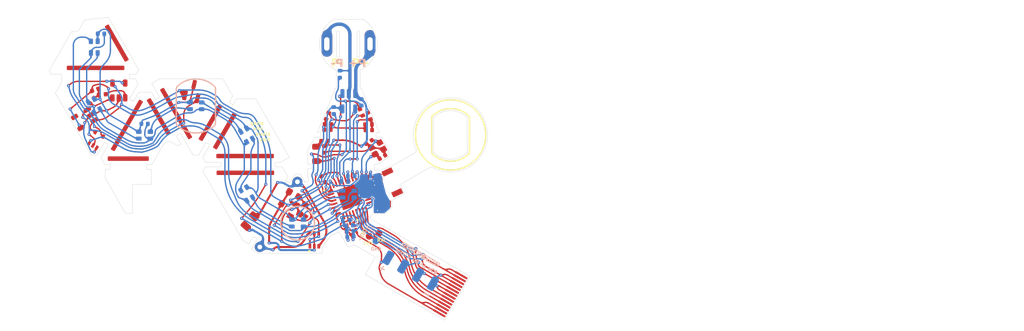
<source format=kicad_pcb>
(kicad_pcb (version 20221018) (generator pcbnew)
  (title_block (title "FLX-F020") (date "2021-09-11") (rev "10") (company "Systemic Games, LLC") (comment 1 "Flexible PCB, 0.13mm thickness"))
  (layers (0 "F.Cu" signal) (31 "B.Cu" signal) (34 "B.Paste" user) (35 "F.Paste" user) (36 "B.SilkS" user "B.Silkscreen") (37 "F.SilkS" user "F.Silkscreen") (38 "B.Mask" user) (39 "F.Mask" user) (44 "Edge.Cuts" user))
  (net 0 "")
  (net 1 "Net-(C1-Pad1)")
  (net 2 "GND")
  (net 3 "VDD")
  (net 4 "VDC")
  (net 5 "VEE")
  (net 6 "Net-(L1-Pad2)")
  (net 7 "Net-(L1-Pad1)")
  (net 8 "+5V")
  (net 9 "/LED_EN")
  (net 10 "Net-(C2-Pad2)")
  (net 11 "Net-(C3-Pad1)")
  (net 12 "Net-(C5-Pad2)")
  (net 13 "Net-(C7-Pad1)")
  (net 14 "Net-(C19-Pad1)")
  (net 15 "Net-(C19-Pad2)")
  (net 16 "/ANTENNA")
  (net 17 "RXI")
  (net 18 "TXO")
  (net 19 "SWO")
  (net 20 "RESET")
  (net 21 "SWDCLK")
  (net 22 "SWDIO")
  (net 23 "Net-(R10-Pad1)")
  (net 24 "/LED_DATA")
  (net 25 "+BATT")
  (net 26 "/STATS")
  (net 27 "/5V_SENSE")
  (net 28 "/VBAT_SENSE")
  (net 29 "/Power Supply/MAG1_")
  (net 30 "/LED_RETURN")
  (net 31 "/Power Supply/LED_EN_OUT")
  (net 32 "Net-(R3-Pad1)")
  (net 33 "Net-(D2-Pad3)")
  (net 34 "Net-(D3-Pad3)")
  (net 35 "Net-(D4-Pad3)")
  (net 36 "Net-(D5-Pad3)")
  (net 37 "Net-(D6-Pad3)")
  (net 38 "Net-(D7-Pad3)")
  (net 39 "Net-(D8-Pad3)")
  (net 40 "/SCL")
  (net 41 "/SDA")
  (net 42 "/ACC_INT")
  (net 46 "/BATT_NTC")
  (net 47 "/ANT_50")
  (net 48 "/ANT_NRF")
  (net 49 "/NTC_ID_VDD")
  (net 50 "/PROG")
  (footprint "Pixels-dice:SOT-353_SC-70-5" (layer "F.Cu") (at 111.23 70.25 60)
    (fp_text reference "U7")
    (fp_text value "SN74LVC1G08" hide)
  )
  (footprint "Package_TO_SOT_SMD:SOT-23" (layer "F.Cu") (at 125.53 62.93 77)
    (fp_text reference "U8")
    (fp_text value "TMR1366")
  )
  (footprint "Pixels-dice:SOT-23-5" (layer "F.Cu") (at 114.59 62.92 90)
    (fp_text reference "U6")
    (fp_text value "MT9700" hide)
  )
  (footprint "Pixels-dice:R_0402_1005Metric" (layer "F.Cu") (at 112.12 63.53 -174)
    (fp_text reference "R3")
    (fp_text value "10k 5%")
  )
  (footprint "Inductor_SMD:L_0805_2012Metric" (layer "F.Cu") (at 143.81 72.31 90)
    (fp_text reference "L1")
    (fp_text value "10uH 100mA 20%")
  )
  (footprint "Pixels-dice:C_0402_1005Metric" (layer "F.Cu") (at 153.61 72.76 -148)
    (fp_text reference "C5")
    (fp_text value "8pF 10V 10%")
  )
  (footprint "Pixels-dice:C_0402_1005Metric" (layer "F.Cu") (at 144.83 76.07 120)
    (fp_text reference "C3")
    (fp_text value "0.1uF 10V 20%")
  )
  (footprint "Pixels-dice:C_0402_1005Metric" (layer "F.Cu") (at 151.62 70.54 31)
    (fp_text reference "C2")
    (fp_text value "8pF 10V 10%")
  )
  (footprint "Package_DFN_QFN:QFN-32-1EP_5x5mm_P0.5mm_EP3.1x3.1mm" (layer "F.Cu") (at 148.76 78.67 19)
    (fp_text reference "U1")
    (fp_text value "N52810_QFN32")
  )
  (footprint "Pixels-dice:0402_RF" (layer "F.Cu") (at 151.99 77.65 110)
    (fp_text reference "C8")
    (fp_text value "0.8pF 10V 5% C0G")
  )
  (footprint "Pixels-dice:C_0402_1005Metric" (layer "F.Cu") (at 110.62 64.42 53)
    (fp_text reference "C9")
    (fp_text value "10uF 10V 20%")
  )
  (footprint "Pixels-dice:C_0402_1005Metric" (layer "F.Cu") (at 111.09 62.82 19)
    (fp_text reference "C18")
    (fp_text value "4.7uF 10V 20%")
  )
  (footprint "Pixels-dice:R_0402_1005Metric" (layer "F.Cu") (at 142.54 81.11 59)
    (fp_text reference "R4")
    (fp_text value "100k 1%")
  )
  (footprint "Pixels-dice:SOT-23-5" (layer "F.Cu") (at 109.47 67.11 -150)
    (fp_text reference "U4")
    (fp_text value "ME6215" hide)
  )
  (footprint "Capacitor_SMD:C_0603_1608Metric" (layer "F.Cu") (at 140.51 78.27 -30)
    (fp_text reference "C13")
    (fp_text value "4.7uF 25V 20%")
  )
  (footprint "Package_TO_SOT_SMD:SOT-363_SC-70-6" (layer "F.Cu") (at 143.53 85.04 90)
    (fp_text reference "D1")
    (fp_text value "BAV99S")
  )
  (footprint "Capacitor_SMD:C_0603_1608Metric" (layer "F.Cu") (at 141.77 80.53 60)
    (fp_text reference "C15")
    (fp_text value "22uF 10V 20%")
  )
  (footprint "Inductor_SMD:L_0402_1005Metric" (layer "F.Cu") (at 145.04 70.4)
    (fp_text reference "L2")
    (fp_text value "15nH 100mA 5%")
  )
  (footprint "Pixels-dice:C_0402_1005Metric" (layer "F.Cu") (at 144.99 71.65 -90)
    (fp_text reference "C1")
    (fp_text value "4.7uF 10V 20%")
  )
  (footprint "Pixels-dice:C_0402_1005Metric" (layer "F.Cu") (at 145.475 68.74)
    (fp_text reference "C21")
    (fp_text value "10nF 25V 10%")
  )
  (footprint "Pixels-dice:R_0402_1005Metric" (layer "F.Cu") (at 151.65 66.7 -68)
    (fp_text reference "R7")
    (fp_text value "4.02M 1%")
  )
  (footprint "Pixels-dice:R_0402_1005Metric" (layer "F.Cu") (at 145.555 67.93)
    (fp_text reference "R2")
    (fp_text value "4.02M 1%")
  )
  (footprint "Pixels-dice:R_0402_1005Metric" (layer "F.Cu") (at 151.55 67.95 180)
    (fp_text reference "R8")
    (fp_text value "10M 1%")
  )
  (footprint "Pixels-dice:R_0402_1005Metric" (layer "F.Cu") (at 145.465 66.69 -112)
    (fp_text reference "R1")
    (fp_text value "4.02M 1%")
  )
  (footprint "Pixels-dice:C_0402_1005Metric" (layer "F.Cu") (at 151.6 68.79 180)
    (fp_text reference "C22")
    (fp_text value "10nF 25V 10%")
  )
  (footprint "Pixels-dice:Crystal_SMD_2016-4Pin_2.0x1.6mm" (layer "F.Cu") (at 152.880004 71.479998 -150)
    (fp_text reference "Y1")
    (fp_text value "32MHz 40ppm")
  )
  (footprint "Package_LGA:LGA-12_2x2mm_P0.5mm" (layer "F.Cu") (at 148.864998 83.439996 -72)
    (fp_text reference "U2")
    (fp_text value "KXTJ3-1057")
  )
  (footprint "Pixels-dice:0402_RF" (layer "F.Cu") (at 153.29 78.56)
    (fp_text reference "L5")
    (fp_text value "3.9nH 5%")
  )
  (footprint "Pixels-dice:R_0402_1005Metric" (layer "F.Cu") (at 150.5 66.17 115)
    (fp_text reference "R5")
    (fp_text value "100k 1%")
  )
  (footprint "Pixels-dice:SOT-23" (layer "F.Cu") (at 139.55 80.18 -30)
    (fp_text reference "U3")
    (fp_text value "PJ75AL50SA")
  )
  (footprint "Capacitor_SMD:C_0805_2012Metric" (layer "F.Cu") (at 134 82.25 -131)
    (fp_text reference "C19" hide)
    (fp_text value "12nF 50V 5% NP0")
  )
  (footprint "Pixels-dice:0402_RF" (layer "F.Cu") (at 153.45 76.52 100)
    (fp_text reference "L3")
    (fp_text value "0 Ohm")
  )
  (footprint "Pixels-dice:TEST_PIN" (layer "F.Cu") (at 151.65 84.5)
    (fp_text reference "W2" hide)
    (fp_text value "TXO")
  )
  (footprint "Pixels-dice:CHIP_ANT" (layer "F.Cu") (at 154.361549 74.979277 -155)
    (fp_text reference "AE1")
    (fp_text value "Antenna_Chip" hide)
  )
  (footprint "Pixels-dice:0402_RF" (layer "F.Cu") (at 153.2 77.77 170)
    (fp_text reference "C12" hide)
    (fp_text value "DNP")
  )
  (footprint "Pixels-dice:FPC_14" (layer "F.Cu") (at 165.298188 90.283345 -120)
    (fp_text reference "J1")
    (fp_text value "Conn_01x14")
  )
  (footprint "Pixels-dice:0402_RF" (layer "F.Cu") (at 152.766892 75.617429 -160)
    (fp_text reference "C11" hide)
    (fp_text value "DNP")
  )
  (footprint "Pixels-dice:TEST_PIN" (layer "F.Cu") (at 153.1 84.05)
    (fp_text reference "W1" hide)
    (fp_text value "RXI")
  )
  (footprint "RFFrontEnd:MFH3.RECE.20369.001E.01" (layer "F.Cu") (at 153.61 79.73)
    (fp_text reference "J4" hide)
    (fp_text value "DNP" hide)
  )
  (footprint "Pixels-dice:TX1812Z_2020" (layer "B.Cu") (at 133.52 69.54 30)
    (fp_text reference "D5")
    (fp_text value "TX1812Z_2020")
  )
  (footprint "Pixels-dice:TX1812Z_2020" (layer "B.Cu") (at 133.52 78.22 30)
    (fp_text reference "D4")
    (fp_text value "TX1812Z_2020")
  )
  (footprint "Pixels-dice:TX1812Z_2020" (layer "B.Cu") (at 126 65.19 90)
    (fp_text reference "D6")
    (fp_text value "TX1812Z_2020")
  )
  (footprint "Pixels-dice:C_0402_1005Metric" (layer "B.Cu") (at 150.51 64.68 -90)
    (fp_text reference "C16")
    (fp_text value "10uF 10V 20%")
  )
  (footprint "Pixels-dice:TX1812Z_2020" (layer "B.Cu") (at 148.59 78.26 90)
    (fp_text reference "D2")
    (fp_text value "TX1812Z_2020")
  )
  (footprint "Pixels-dice:TX1812Z_2020" (layer "B.Cu") (at 118.41 69.55 90)
    (fp_text reference "D7")
    (fp_text value "TX1812Z_2020")
  )
  (footprint "Pixels-dice:TX1812Z_2020" (layer "B.Cu") (at 110.96 56.5)
    (fp_text reference "D9")
    (fp_text value "TX1812Z_2020")
  )
  (footprint "Pixels-dice:TX1812Z_2020" (layer "B.Cu") (at 110.94 65.18 30)
    (fp_text reference "D8")
    (fp_text value "TX1812Z_2020")
  )
  (footprint "TestPoint:TestPoint_THTPad_D1.5mm_Drill0.7mm" (layer "B.Cu") (at 135.46 86.09 150)
    (fp_text reference "P6" hide)
    (fp_text value "COILB")
  )
  (footprint "Package_TO_SOT_SMD:SOT-23-5" (layer "B.Cu") (at 148.64 64.51 -90)
    (fp_text reference "U5")
    (fp_text value "MCP73832T-2ACI/OT")
  )
  (footprint "TestPoint:TestPoint_THTPad_D1.5mm_Drill0.7mm" (layer "B.Cu") (at 141.03 76.44 150)
    (fp_text reference "P5" hide)
    (fp_text value "COILA")
  )
  (footprint "Pixels-dice:C_0402_1005Metric" (layer "B.Cu") (at 151.38 75.65 180)
    (fp_text reference "C7")
    (fp_text value "100pF NP0 10V 5%")
  )
  (footprint "Pixels-dice:R_0402_1005Metric" (layer "B.Cu") (at 149 75.6)
    (fp_text reference "R10")
    (fp_text value "100k 1%")
  )
  (footprint "Pixels-dice:C_0402_1005Metric" (layer "B.Cu") (at 148.82 83.76 7)
    (fp_text reference "C10")
    (fp_text value "0.1uF 10V 20%")
  )
  (footprint "Pixels-dice:C_0402_1005Metric" (layer "B.Cu") (at 118.41 67.85 180)
    (fp_text reference "C23")
    (fp_text value "0.1uF 10V 20%")
  )
  (footprint "Pixels-dice:TX1812Z_2020" (layer "B.Cu") (at 141.07 82.56 90)
    (fp_text reference "D3")
    (fp_text value "TX1812Z_2020")
  )
  (footprint "Resistor_SMD:R_0402_1005Metric" (layer "B.Cu") (at 148.03 76.43)
    (fp_text reference "R9")
    (fp_text value "470k 1%")
  )
  (footprint "Pixels-dice:C_0402_1005Metric" (layer "B.Cu") (at 148.89 84.57 7)
    (fp_text reference "C4")
    (fp_text value "4.7uF 10V 20%")
  )
  (footprint "Pixels-dice:R_0402_1005Metric" (layer "B.Cu") (at 146.4 65.88 -90)
    (fp_text reference "R6")
    (fp_text value "22k 1%")
  )
  (footprint "Pixels-dice:Hongjie 10100 Connector" (layer "B.Cu") (at 148.577825 56.028319 180)
    (fp_text reference "J3")
    (fp_text value "Conn_01x02")
  )
  (footprint "Pixels-dice:R_0402_1005Metric" (layer "B.Cu") (at 148.72 82.94 7)
    (fp_text reference "R12")
    (fp_text value "2.7k 5%")
  )
  (footprint "Pixels-dice:R_0402_1005Metric" (layer "B.Cu") (at 148.26 82.16 7)
    (fp_text reference "R16")
    (fp_text value "2.7k 5%")
  )
  (footprint "Pixels-dice:R_0402_1005Metric" (layer "B.Cu") (at 147.3 60.5 90)
    (fp_text reference "TH1")
    (fp_text value "NTC 100k @ 25C")
  )
  (footprint "Pixels-dice:C_0402_1005Metric" (layer "B.Cu") (at 111.95 54.5 180)
    (fp_text reference "C24")
    (fp_text value "0.1uF 10V 20%")
  )
  (footprint "Pixels-dice:TEST_PIN" (layer "B.Cu") (at 152.65 85.2 180)
    (fp_text reference "W19" hide)
    (fp_text value "GND")
  )
  (footprint "Pixels-dice:FPC-POGO-4" (layer "B.Cu") (at 157.782328 89.60446 -30)
    (fp_text reference "J2")
    (fp_text value "Conn_01x04")
  )
  (gr_circle (center 141.05 82.57) (end 143.55 82.57) (stroke (width 0.2)) (fill none) (layer "B.SilkS"))
  (gr_line (start 123.097094 67.711454) (end 123.101615 62.699884) (stroke (width 0.2)) (layer "B.SilkS"))
  (gr_curve (pts (xy 128.897092 67.7131) (xy 128.896928 67.880917) (xy 128.826514 68.040981) (xy 128.702919 68.154501)) (stroke (width 0.2)) (layer "B.SilkS"))
  (gr_line (start 128.901596 62.708707) (end 128.897092 67.7131) (stroke (width 0.2)) (layer "B.SilkS"))
  (gr_curve (pts (xy 123.296469 62.257855) (xy 124.828993 60.85494) (xy 127.180452 60.858891) (xy 128.70823 62.266974)) (stroke (width 0.2)) (layer "B.SilkS"))
  (gr_curve (pts (xy 123.291145 68.153836) (xy 123.16733 68.040083) (xy 123.096934 67.879591) (xy 123.097094 67.711454)) (stroke (width 0.2)) (layer "B.SilkS"))
  (gr_curve (pts (xy 128.70823 62.266974) (xy 128.831626 62.380696) (xy 128.901771 62.540894) (xy 128.901596 62.708707)) (stroke (width 0.2)) (layer "B.SilkS"))
  (gr_curve (pts (xy 128.702919 68.154501) (xy 127.172596 69.559798) (xy 124.821128 69.559509) (xy 123.291145 68.153836)) (stroke (width 0.2)) (layer "B.SilkS"))
  (gr_curve (pts (xy 123.101615 62.699884) (xy 123.101768 62.531742) (xy 123.17245 62.371393) (xy 123.296469 62.257855)) (stroke (width 0.2)) (layer "B.SilkS"))
  (gr_line (start 160.89912 66.998232) (end 160.899286 66.997801) (stroke (width 0.2)) (layer "F.SilkS"))
  (gr_line (start 166.499123 66.993039) (end 166.499284 66.9926) (stroke (width 0.2)) (layer "F.SilkS"))
  (gr_line (start 166.338771 72.372725) (end 166.338603 72.373161) (stroke (width 0.2)) (layer "F.SilkS"))
  (gr_line (start 166.499123 66.993039) (end 166.500557 72.004619) (stroke (width 0.2)) (layer "F.SilkS"))
  (gr_curve (pts (xy 166.336958 66.624589) (xy 164.843597 65.255818) (xy 162.550931 65.258259) (xy 161.060492 66.630214)) (stroke (width 0.2)) (layer "F.SilkS"))
  (gr_line (start 166.338603 72.373161) (end 166.338771 72.372725) (stroke (width 0.2)) (layer "F.SilkS"))
  (gr_line (start 160.899286 66.997801) (end 160.89912 66.998232) (stroke (width 0.2)) (layer "F.SilkS"))
  (gr_curve (pts (xy 161.847559 74.357305) (xy 164.530618 75.381452) (xy 167.535902 74.036654) (xy 168.560067 71.353585)) (stroke (width 0.2)) (layer "F.SilkS"))
  (gr_line (start 166.499284 66.9926) (end 166.499123 66.993039) (stroke (width 0.2)) (layer "F.SilkS"))
  (gr_curve (pts (xy 161.060492 66.630214) (xy 160.95761 66.724924) (xy 160.899081 66.858391) (xy 160.89912 66.998232)) (stroke (width 0.2)) (layer "F.SilkS"))
  (gr_curve (pts (xy 161.062305 72.37012) (xy 162.553527 73.741213) (xy 164.846195 73.742353) (xy 166.338771 72.372725)) (stroke (width 0.2)) (layer "F.SilkS"))
  (gr_line (start 166.500557 72.004619) (end 166.500721 72.004183) (stroke (width 0.2)) (layer "F.SilkS"))
  (gr_line (start 160.899286 66.997801) (end 160.900713 72.002198) (stroke (width 0.2)) (layer "F.SilkS"))
  (gr_line (start 161.062139 72.37056) (end 161.062305 72.37012) (stroke (width 0.2)) (layer "F.SilkS"))
  (gr_curve (pts (xy 165.556191 64.64152) (xy 162.873132 63.617368) (xy 159.867847 64.962172) (xy 158.843683 67.64524)) (stroke (width 0.2)) (layer "F.SilkS"))
  (gr_curve (pts (xy 158.843683 67.64524) (xy 157.81953 70.328293) (xy 159.164339 73.333581) (xy 161.847391 74.357733)) (stroke (width 0.2)) (layer "F.SilkS"))
  (gr_curve (pts (xy 166.499284 66.9926) (xy 166.499241 66.85249) (xy 166.440417 66.718827) (xy 166.337135 66.62415)) (stroke (width 0.2)) (layer "F.SilkS"))
  (gr_line (start 160.900553 72.002629) (end 160.89912 66.998232) (stroke (width 0.2)) (layer "F.SilkS"))
  (gr_line (start 161.060663 66.629784) (end 161.060492 66.630214) (stroke (width 0.2)) (layer "F.SilkS"))
  (gr_line (start 160.900713 72.002198) (end 160.900553 72.002629) (stroke (width 0.2)) (layer "F.SilkS"))
  (gr_curve (pts (xy 160.900553 72.002629) (xy 160.900597 72.14247) (xy 160.959195 72.275908) (xy 161.062139 72.37056)) (stroke (width 0.2)) (layer "F.SilkS"))
  (gr_curve (pts (xy 168.560067 71.353585) (xy 169.58422 68.67053) (xy 168.23941 65.665244) (xy 165.556359 64.641089)) (stroke (width 0.2)) (layer "F.SilkS"))
  (gr_circle (center 142.8 86.7) (end 142.9 86.7) (stroke (width 0.15)) (fill solid) (layer "F.SilkS"))
  (gr_curve (pts (xy 161.062139 72.37056) (xy 162.553372 73.741647) (xy 164.846032 73.742784) (xy 166.338603 72.373161)) (stroke (width 0.2)) (layer "F.SilkS"))
  (gr_curve (pts (xy 165.556359 64.641089) (xy 162.873296 63.616935) (xy 159.868012 64.961741) (xy 158.843857 67.644798)) (stroke (width 0.2)) (layer "F.SilkS"))
  (gr_curve (pts (xy 160.900713 72.002198) (xy 160.900759 72.142034) (xy 160.95936 72.275475) (xy 161.062305 72.37012)) (stroke (width 0.2)) (layer "F.SilkS"))
  (gr_curve (pts (xy 166.338771 72.372725) (xy 166.44201 72.277998) (xy 166.500762 72.144296) (xy 166.500721 72.004183)) (stroke (width 0.2)) (layer "F.SilkS"))
  (gr_curve (pts (xy 166.338603 72.373161) (xy 166.441842 72.278429) (xy 166.500596 72.144732) (xy 166.500557 72.004619)) (stroke (width 0.2)) (layer "F.SilkS"))
  (gr_curve (pts (xy 166.499123 66.993039) (xy 166.499083 66.852924) (xy 166.440246 66.719254) (xy 166.336958 66.624589)) (stroke (width 0.2)) (layer "F.SilkS"))
  (gr_line (start 166.500721 72.004183) (end 166.500557 72.004619) (stroke (width 0.2)) (layer "F.SilkS"))
  (gr_curve (pts (xy 161.060663 66.629784) (xy 160.957762 66.724499) (xy 160.899247 66.857956) (xy 160.899286 66.997801)) (stroke (width 0.2)) (layer "F.SilkS"))
  (gr_circle (center 145 77.7) (end 145.1 77.7) (stroke (width 0.15)) (fill solid) (layer "F.SilkS"))
  (gr_line (start 166.337135 66.62415) (end 166.336958 66.624589) (stroke (width 0.2)) (layer "F.SilkS"))
  (gr_curve (pts (xy 166.337135 66.62415) (xy 164.843766 65.255385) (xy 162.551092 65.257835) (xy 161.060663 66.629784)) (stroke (width 0.2)) (layer "F.SilkS"))
  (gr_line (start 166.336958 66.624589) (end 166.337135 66.62415) (stroke (width 0.2)) (layer "F.SilkS"))
  (gr_curve (pts (xy 158.843857 67.644798) (xy 157.819688 70.327855) (xy 159.164502 73.333147) (xy 161.847559 74.357305)) (stroke (width 0.2)) (layer "F.SilkS"))
  (gr_line (start 161.060492 66.630214) (end 161.060663 66.629784) (stroke (width 0.2)) (layer "F.SilkS"))
  (gr_curve (pts (xy 168.559893 71.354028) (xy 169.584061 68.67097) (xy 168.239247 65.665679) (xy 165.556191 64.64152)) (stroke (width 0.2)) (layer "F.SilkS"))
  (gr_line (start 161.062305 72.37012) (end 161.062139 72.37056) (stroke (width 0.2)) (layer "F.SilkS"))
  (gr_line (start 166.500721 72.004183) (end 166.499284 66.9926) (stroke (width 0.2)) (layer "F.SilkS"))
  (gr_circle (center 149.9 82.1) (end 150 82.1) (stroke (width 0.15)) (fill solid) (layer "F.SilkS"))
  (gr_line (start 160.900553 72.002629) (end 160.900713 72.002198) (stroke (width 0.2)) (layer "F.SilkS"))
  (gr_curve (pts (xy 161.847391 74.357733) (xy 164.530454 75.38189) (xy 167.535739 74.037083) (xy 168.559893 71.354028)) (stroke (width 0.2)) (layer "F.SilkS"))
  (gr_line (start 119.42 63.2) (end 117.52 63.2) (stroke (width 0.05)) (layer "Edge.Cuts"))
  (gr_line (start 164.966072 66.133145) (end 165.119455 66.196254) (stroke (width 0.05)) (layer "Edge.Cuts"))
  (gr_line (start 163.834777 73.091356) (end 163.670406 73.094588) (stroke (width 0.05)) (layer "Edge.Cuts"))
  (gr_line (start 163.180129 73.059681) (end 163.017499 73.033162) (stroke (width 0.05)) (layer "Edge.Cuts"))
  (gr_line (start 164.161774 73.062533) (end 163.99821 73.080645) (stroke (width 0.05)) (layer "Edge.Cuts"))
  (gr_line (start 161.206147 66.890334) (end 161.215886 66.874752) (stroke (width 0.05)) (layer "Edge.Cuts"))
  (gr_line (start 154.56 72.76) (end 154.56 71.73) (stroke (width 0.05)) (layer "Edge.Cuts"))
  (gr_line (start 163.017499 73.033162) (end 162.855971 72.999287) (stroke (width 0.05)) (layer "Edge.Cuts"))
  (gr_line (start 146.63 62.61) (end 143.97 69.13) (stroke (width 0.05)) (layer "Edge.Cuts"))
  (gr_line (start 108.58 54.16) (end 109.54 52.46) (stroke (width 0.05)) (layer "Edge.Cuts"))
  (gr_line (start 152.43 74.65) (end 152.43 73.92) (stroke (width 0.05)) (layer "Edge.Cuts"))
  (gr_line (start 162.696521 72.957996) (end 162.538506 72.909113) (stroke (width 0.05)) (layer "Edge.Cuts"))
  (gr_line (start 106.12 61.72) (end 105.2 63.31) (stroke (width 0.05)) (layer "Edge.Cuts"))
  (gr_line (start 163.514981 65.89934) (end 163.679439 65.895737) (stroke (width 0.05)) (layer "Edge.Cuts"))
  (gr_line (start 161.187787 66.930525) (end 161.195206 66.911978) (stroke (width 0.05)) (layer "Edge.Cuts"))
  (gr_line (start 139.78 76.56) (end 139.34 76.31) (stroke (width 0.05)) (layer "Edge.Cuts"))
  (gr_line (start 166.169151 66.93222) (end 166.174899 66.952706) (stroke (width 0.05)) (layer "Edge.Cuts"))
  (gr_line (start 129.57 74.23) (end 127.41 74.23) (stroke (width 0.05)) (layer "Edge.Cuts"))
  (gr_line (start 132.97 85.14) (end 133.84 85.65) (stroke (width 0.05)) (layer "Edge.Cuts"))
  (gr_line (start 112.598 74.5626) (end 112.6 75.94) (stroke (width 0.05)) (layer "Edge.Cuts"))
  (gr_line (start 161.36215 72.250354) (end 161.234225 72.138173) (stroke (width 0.05)) (layer "Edge.Cuts"))
  (gr_line (start 165.559604 72.565493) (end 165.41393 72.650316) (stroke (width 0.05)) (layer "Edge.Cuts"))
  (gr_line (start 166.104894 72.154881) (end 165.977108 72.265778) (stroke (width 0.05)) (layer "Edge.Cuts"))
  (gr_line (start 138.58 73.53) (end 139.83 72.81) (stroke (width 0.05)) (layer "Edge.Cuts"))
  (gr_line (start 163.679439 65.895737) (end 163.842916 65.899431) (stroke (width 0.05)) (layer "Edge.Cuts"))
  (gr_line (start 163.189066 65.928888) (end 163.351639 65.910414) (stroke (width 0.05)) (layer "Edge.Cuts"))
  (gr_line (start 162.391867 66.132201) (end 162.54734 66.076912) (stroke (width 0.05)) (layer "Edge.Cuts"))
  (gr_line (start 142.97 74.519999) (end 142.56 74.52) (stroke (width 0.05)) (layer "Edge.Cuts"))
  (gr_line (start 154.71 74.16) (end 153.25 74.75) (stroke (width 0.05)) (layer "Edge.Cuts"))
  (gr_line (start 161.247485 66.839615) (end 161.374575 66.728367) (stroke (width 0.05)) (layer "Edge.Cuts"))
  (gr_line (start 165.702357 72.473302) (end 165.559604 72.565493) (stroke (width 0.05)) (layer "Edge.Cuts"))
  (gr_line (start 153.48 69.84) (end 152.76 69.84) (stroke (width 0.05)) (layer "Edge.Cuts"))
  (gr_line (start 166.57 90.41) (end 151.76 81.86) (stroke (width 0.05)) (layer "Edge.Cuts"))
  (gr_line (start 116.15 61.1) (end 116.15 60.6) (stroke (width 0.05)) (layer "Edge.Cuts"))
  (gr_line (start 154.893 74.16) (end 154.71 74.16) (stroke (width 0.05)) (layer "Edge.Cuts"))
  (gr_line (start 116.599 81.1197) (end 115.581 81.1215) (stroke (width 0.05)) (layer "Edge.Cuts"))
  (gr_line (start 161.510185 66.620986) (end 161.649857 66.52081) (stroke (width 0.05)) (layer "Edge.Cuts"))
  (gr_line (start 116.6 76.8249) (end 119.4 76.8206) (stroke (width 0.05)) (layer "Edge.Cuts"))
  (gr_line (start 117.46 61.9) (end 117.06 61.2) (stroke (width 0.05)) (layer "Edge.Cuts"))
  (gr_arc (start 143.069999 74.42) (mid 143.038102 74.488102) (end 142.97 74.519999) (stroke (width 0.05)) (layer "Edge.Cuts"))
  (gr_line (start 116.25 60.5) (end 117.15 60.5) (stroke (width 0.05)) (layer "Edge.Cuts"))
  (gr_line (start 127.66 70.69) (end 127.92 70.84) (stroke (width 0.05)) (layer "Edge.Cuts"))
  (gr_line (start 161.195206 66.911978) (end 161.206147 66.890334) (stroke (width 0.05)) (layer "Edge.Cuts"))
  (gr_line (start 161.175512 72.022076) (end 161.173542 71.996519) (stroke (width 0.05)) (layer "Edge.Cuts"))
  (gr_arc (start 150.25 57.829961) (mid 150.050019 58.0304) (end 149.85 57.83) (stroke (width 0.05)) (layer "Edge.Cuts"))
  (gr_arc (start 146.69 59.85) (mid 146.780789 59.931526) (end 146.81 60.05) (stroke (width 0.05)) (layer "Edge.Cuts"))
  (gr_arc (start 123.5398 69.340001) (mid 123.694975 69.314361) (end 123.819861 69.409966) (stroke (width 0.05)) (layer "Edge.Cuts"))
  (gr_arc (start 156.366508 77.005006) (mid 156.357096 76.844079) (end 156.459994 76.71999) (stroke (width 0.05)) (layer "Edge.Cuts"))
  (gr_line (start 138.78 74.23) (end 137.88 74.23) (stroke (width 0.05)) (layer "Edge.Cuts"))
  (gr_line (start 142.71 76.28) (end 142.28 76.53) (stroke (width 0.05)) (layer "Edge.Cuts"))
  (gr_line (start 127.01 72.83) (end 127.41 73.53) (stroke (width 0.05)) (layer "Edge.Cuts"))
  (gr_line (start 123.25 69.52) (end 123.54 69.34) (stroke (width 0.05)) (layer "Edge.Cuts"))
  (gr_line (start 105.2 63.31) (end 110.52 72.53) (stroke (width 0.05)) (layer "Edge.Cuts"))
  (gr_line (start 148.42 85.96) (end 149.23 85.96) (stroke (width 0.05)) (layer "Edge.Cuts"))
  (gr_line (start 113.33 74.564) (end 113.332 73.864) (stroke (width 0.05)) (layer "Edge.Cuts"))
  (gr_line (start 144.69 86.17) (end 145.86 84.56) (stroke (width 0.05)) (layer "Edge.Cuts"))
  (gr_line (start 142.56 74.52) (end 142.56 75.82) (stroke (width 0.05)) (layer "Edge.Cuts"))
  (gr_arc (start 149.850001 54.280032) (mid 150.05 54.081396) (end 150.249999 54.280031) (stroke (width 0.05)) (layer "Edge.Cuts"))
  (gr_line (start 146.71 62.609999) (end 146.63 62.61) (stroke (width 0.05)) (layer "Edge.Cuts"))
  (gr_line (start 151.1 90.17) (end 162.81 96.93) (stroke (width 0.05)) (layer "Edge.Cuts"))
  (gr_line (start 162.076183 72.718091) (end 161.926598 72.639513) (stroke (width 0.05)) (layer "Edge.Cuts"))
  (gr_line (start 165.119455 66.196254) (end 165.271858 66.266729) (stroke (width 0.05)) (layer "Edge.Cuts"))
  (gr_line (start 104.56 60.5) (end 106.02 60.5) (stroke (width 0.05)) (layer "Edge.Cuts"))
  (gr_line (start 104.27 59.99) (end 104.56 60.5) (stroke (width 0.05)) (layer "Edge.Cuts"))
  (gr_arc (start 131.0003 64.77) (mid 130.938507 64.695835) (end 130.95035 64.60003) (stroke (width 0.05)) (layer "Edge.Cuts"))
  (gr_line (start 127.41 73.53) (end 129.57 73.53) (stroke (width 0.05)) (layer "Edge.Cuts"))
  (gr_line (start 142.56 73.82) (end 142.97 73.82) (stroke (width 0.05)) (layer "Edge.Cuts"))
  (gr_line (start 165.41393 72.650316) (end 165.264361 72.72787) (stroke (width 0.05)) (layer "Edge.Cuts"))
  (gr_line (start 166.178537 66.997658) (end 166.173551 71.994932) (stroke (width 0.05)) (layer "Edge.Cuts"))
  (gr_line (start 144.37 69.83) (end 143.66 69.83) (stroke (width 0.05)) (layer "Edge.Cuts"))
  (gr_line (start 161.780897 72.553568) (end 161.637653 72.459951) (stroke (width 0.05)) (layer "Edge.Cuts"))
  (gr_line (start 166.122931 72.136192) (end 166.104894 72.154881) (stroke (width 0.05)) (layer "Edge.Cuts"))
  (gr_arc (start 156.777068 77.92038) (mid 156.791554 78.111738) (end 156.669693 78.259987) (stroke (width 0.05)) (layer "Edge.Cuts"))
  (gr_line (start 166.174899 66.952706) (end 166.177435 66.968906) (stroke (width 0.05)) (layer "Edge.Cuts"))
  (gr_line (start 164.810519 66.077735) (end 164.966072 66.133145) (stroke (width 0.05)) (layer "Edge.Cuts"))
  (gr_line (start 154.893 74.16) (end 158.363472 72.182195) (stroke (width 0.05)) (layer "Edge.Cuts"))
  (gr_line (start 146.81 60.05) (end 146.809999 62.51) (stroke (width 0.05)) (layer "Edge.Cuts"))
  (gr_line (start 113.05 52.09) (end 109.54 52.46) (stroke (width 0.05)) (layer "Edge.Cuts"))
  (gr_line (start 166.156345 72.083112) (end 166.145449 72.104856) (stroke (width 0.05)) (layer "Edge.Cuts"))
  (gr_arc (start 139.920499 76.53) (mid 139.857526 76.577803) (end 139.780494 76.560008) (stroke (width 0.05)) (layer "Edge.Cuts"))
  (gr_line (start 150.5 62.61) (end 150.41 62.61) (stroke (width 0.05)) (layer "Edge.Cuts"))
  (gr_line (start 161.173542 71.996519) (end 161.173542 71.995112) (stroke (width 0.05)) (layer "Edge.Cuts"))
  (gr_line (start 134.2 86.43) (end 135.19 87) (stroke (width 0.05)) (layer "Edge.Cuts"))
  (gr_line (start 163.343632 73.078803) (end 163.180129 73.059681) (stroke (width 0.05)) (layer "Edge.Cuts"))
  (gr_arc (start 146.850001 54.280032) (mid 147.05 54.081396) (end 147.249999 54.280031) (stroke (width 0.05)) (layer "Edge.Cuts"))
  (gr_line (start 152.66 69.74) (end 152.66 69.24) (stroke (width 0.05)) (layer "Edge.Cuts"))
  (gr_line (start 117.15 60.5) (end 117.53 59.82) (stroke (width 0.05)) (layer "Edge.Cuts"))
  (gr_line (start 123.18 69.79) (end 123.78 70.84) (stroke (width 0.05)) (layer "Edge.Cuts"))
  (gr_line (start 123.35 71.11) (end 123.78 70.84) (stroke (width 0.05)) (layer "Edge.Cuts"))
  (gr_line (start 164.331311 65.955204) (end 164.491824 65.988598) (stroke (width 0.05)) (layer "Edge.Cuts"))
  (gr_line (start 161.217066 72.120238) (end 161.204702 72.102612) (stroke (width 0.05)) (layer "Edge.Cuts"))
  (gr_line (start 166.168431 72.046424) (end 166.1638 72.064199) (stroke (width 0.05)) (layer "Edge.Cuts"))
  (gr_line (start 152.86 73.82) (end 154.56 72.76) (stroke (width 0.05)) (layer "Edge.Cuts"))
  (gr_line (start 165.264361 72.72787) (end 165.112908 72.798055) (stroke (width 0.05)) (layer "Edge.Cuts"))
  (gr_line (start 165.112908 72.798055) (end 164.958879 72.860681) (stroke (width 0.05)) (layer "Edge.Cuts"))
  (gr_line (start 152.4 87.46) (end 149.46 85.76) (stroke (width 0.05)) (layer "Edge.Cuts"))
  (gr_line (start 161.180128 66.967284) (end 161.183351 66.94718) (stroke (width 0.05)) (layer "Edge.Cuts"))
  (gr_line (start 149.85 54.28) (end 149.85 57.83) (stroke (width 0.05)) (layer "Edge.Cuts"))
  (gr_line (start 153.25 74.75) (end 152.53 74.75) (stroke (width 0.05)) (layer "Edge.Cuts"))
  (gr_line (start 153.16 69.14) (end 150.5 62.61) (stroke (width 0.05)) (layer "Edge.Cuts"))
  (gr_line (start 106.12 61.1) (end 106.12 61.72) (stroke (width 0.05)) (layer "Edge.Cuts"))
  (gr_line (start 135.01 85.03) (end 134.2 86.43) (stroke (width 0.05)) (layer "Edge.Cuts"))
  (gr_line (start 161.234225 72.138173) (end 161.217066 72.120238) (stroke (width 0.05)) (layer "Edge.Cuts"))
  (gr_line (start 120.49 64.05) (end 120.23 64.2) (stroke (width 0.05)) (layer "Edge.Cuts"))
  (gr_arc (start 147.25 57.829961) (mid 147.05 58.0304) (end 146.85 57.82996) (stroke (width 0.05)) (layer "Edge.Cuts"))
  (gr_line (start 130.95 64.6) (end 131.45 63.73) (stroke (width 0.05)) (layer "Edge.Cuts"))
  (gr_line (start 113.332 73.864) (end 112.509 73.8625) (stroke (width 0.05)) (layer "Edge.Cuts"))
  (gr_arc (start 158.579361 71.560149) (mid 167.776753 65.825892) (end 161.065796 74.336872) (stroke (width 0.05)) (layer "Edge.Cuts"))
  (gr_arc (start 131.539799 64.97) (mid 131.482575 65.015231) (end 131.409826 65.009945) (stroke (width 0.05)) (layer "Edge.Cuts"))
  (gr_arc (start 142.75 76.14) (mid 142.762886 76.219386) (end 142.709983 76.279961) (stroke (width 0.05)) (layer "Edge.Cuts"))
  (gr_line (start 131.41 65.01) (end 131 64.77) (stroke (width 0.05)) (layer "Edge.Cuts"))
  (gr_line (start 164.64451 72.963656) (end 164.484544 73.004063) (stroke (width 0.05)) (layer "Edge.Cuts"))
  (gr_line (start 162.866101 65.988035) (end 163.026611 65.954733) (stroke (width 0.05)) (layer "Edge.Cuts"))
  (gr_line (start 108.58 54.16) (end 107.63 54.16) (stroke (width 0.05)) (layer "Edge.Cuts"))
  (gr_line (start 163.670406 73.094588) (end 163.507013 73.090434) (stroke (width 0.05)) (layer "Edge.Cuts"))
  (gr_arc (start 146.809999 62.51) (mid 146.780138 62.580138) (end 146.71 62.609999) (stroke (width 0.05)) (layer "Edge.Cuts"))
  (gr_line (start 112.598 74.5626) (end 113.33 74.564) (stroke (width 0.05)) (layer "Edge.Cuts"))
  (gr_line (start 142.56 71.73) (end 142.56 73.82) (stroke (width 0.05)) (layer "Edge.Cuts"))
  (gr_line (start 145.86 84.56) (end 147 83.9) (stroke (width 0.05)) (layer "Edge.Cuts"))
  (gr_line (start 126.4 72.48) (end 127.39 70.76) (stroke (width 0.05)) (layer "Edge.Cuts"))
  (gr_arc (start 146.690197 59.850031) (mid 144.315368 56.206703) (end 146.400222 52.390024) (stroke (width 0.05)) (layer "Edge.Cuts"))
  (gr_line (start 122.5 70.63) (end 123.35 71.11) (stroke (width 0.05)) (layer "Edge.Cuts"))
  (gr_line (start 161.637653 72.459951) (end 161.498204 72.359012) (stroke (width 0.05)) (layer "Edge.Cuts"))
  (gr_line (start 127.04 74.88) (end 132.97 85.14) (stroke (width 0.05)) (layer "Edge.Cuts"))
  (gr_line (start 112.64 70.65) (end 112.9 70.8) (stroke (width 0.05)) (layer "Edge.Cuts"))
  (gr_line (start 146.85 54.28) (end 146.85 57.83) (stroke (width 0.05)) (layer "Edge.Cuts"))
  (gr_line (start 164.324045 73.037086) (end 164.161774 73.062533) (stroke (width 0.05)) (layer "Edge.Cuts"))
  (gr_arc (start 106.0203 60.5) (mid 106.091217 60.529083) (end 106.1203 60.6) (stroke (width 0.05)) (layer "Edge.Cuts"))
  (gr_arc (start 152.429801 73.92) (mid 152.456923 73.847123) (end 152.5298 73.820001) (stroke (width 0.05)) (layer "Edge.Cuts"))
  (gr_arc (start 144.3699 69.13) (mid 144.440937 69.158963) (end 144.4699 69.23) (stroke (width 0.05)) (layer "Edge.Cuts"))
  (gr_line (start 162.238491 66.195215) (end 162.391867 66.132201) (stroke (width 0.05)) (layer "Edge.Cuts"))
  (gr_line (start 119.46 61.86) (end 120.56 63.78) (stroke (width 0.05)) (layer "Edge.Cuts"))
  (gr_line (start 161.184602 72.061755) (end 161.179218 72.04291) (stroke (width 0.05)) (layer "Edge.Cuts"))
  (gr_line (start 154.56 71.73) (end 153.48 69.84) (stroke (width 0.05)) (layer "Edge.Cuts"))
  (gr_arc (start 134.9396 84.75) (mid 135.035424 84.874778) (end 135.00954 85.029961) (stroke (width 0.05)) (layer "Edge.Cuts"))
  (gr_line (start 150.31 62.51) (end 150.31 60.06) (stroke (width 0.05)) (layer "Edge.Cuts"))
  (gr_line (start 166.1638 72.064199) (end 166.156345 72.083112) (stroke (width 0.05)) (layer "Edge.Cuts"))
  (gr_line (start 165.565806 66.429651) (end 165.708061 66.522394) (stroke (width 0.05)) (layer "Edge.Cuts"))
  (gr_line (start 161.374575 66.728367) (end 161.510185 66.620986) (stroke (width 0.05)) (layer "Edge.Cuts"))
  (gr_line (start 150.25 57.83) (end 150.25 54.28) (stroke (width 0.05)) (layer "Edge.Cuts"))
  (gr_line (start 161.215886 66.874752) (end 161.2289 66.85882) (stroke (width 0.05)) (layer "Edge.Cuts"))
  (gr_arc (start 150.4097 62.609999) (mid 150.341197 62.578504) (end 150.309701 62.510001) (stroke (width 0.05)) (layer "Edge.Cuts"))
  (gr_line (start 119.492 73.8756) (end 121.13 71) (stroke (width 0.05)) (layer "Edge.Cuts"))
  (gr_arc (start 152.659901 69.24) (mid 152.690065 69.170165) (end 152.7599 69.140001) (stroke (width 0.05)) (layer "Edge.Cuts"))
  (gr_line (start 166.161218 66.911066) (end 166.169151 66.93222) (stroke (width 0.05)) (layer "Edge.Cuts"))
  (gr_line (start 166.145449 72.104856) (end 166.135807 72.120391) (stroke (width 0.05)) (layer "Edge.Cuts"))
  (gr_arc (start 116.3098 64.3) (mid 116.216852 64.180035) (end 116.239845 64.030027) (stroke (width 0.05)) (layer "Edge.Cuts"))
  (gr_line (start 163.507013 73.090434) (end 163.343632 73.078803) (stroke (width 0.05)) (layer "Edge.Cuts"))
  (gr_line (start 143.07 73.92) (end 143.07 74.42) (stroke (width 0.05)) (layer "Edge.Cuts"))
  (gr_line (start 163.026611 65.954733) (end 163.189066 65.928888) (stroke (width 0.05)) (layer "Edge.Cuts"))
  (gr_line (start 164.958879 72.860681) (end 164.803122 72.915888) (stroke (width 0.05)) (layer "Edge.Cuts"))
  (gr_arc (start 120.2302 64.2) (mid 120.075942 64.22209) (end 119.950258 64.129965) (stroke (width 0.05)) (layer "Edge.Cuts"))
  (gr_line (start 129.77 73.73) (end 129.77 74.03) (stroke (width 0.05)) (layer "Edge.Cuts"))
  (gr_line (start 107.63 54.16) (end 104.27 59.99) (stroke (width 0.05)) (layer "Edge.Cuts"))
  (gr_line (start 162.086027 66.265625) (end 162.238491 66.195215) (stroke (width 0.05)) (layer "Edge.Cuts"))
  (gr_arc (start 129.5701 73.53) (mid 129.712084 73.588016) (end 129.7701 73.73) (stroke (width 0.05)) (layer "Edge.Cuts"))
  (gr_line (start 165.708061 66.522394) (end 165.847392 66.622417) (stroke (width 0.05)) (layer "Edge.Cuts"))
  (gr_line (start 166.152697 66.894059) (end 166.161218 66.911066) (stroke (width 0.05)) (layer "Edge.Cuts"))
  (gr_line (start 111.33 72.53) (end 112.37 70.72) (stroke (width 0.05)) (layer "Edge.Cuts"))
  (gr_line (start 142.15 76.49) (end 141.45 75.28) (stroke (width 0.05)) (layer "Edge.Cuts"))
  (gr_line (start 166.135807 72.120391) (end 166.122931 72.136192) (stroke (width 0.05)) (layer "Edge.Cuts"))
  (gr_line (start 116.24 64.03) (end 117.46 61.9) (stroke (width 0.05)) (layer "Edge.Cuts"))
  (gr_arc (start 116.149801 60.6) (mid 116.176923 60.527123) (end 116.2498 60.500001) (stroke (width 0.05)) (layer "Edge.Cuts"))
  (gr_line (start 116.6 76.8249) (end 116.6 77.1197) (stroke (width 0.05)) (layer "Edge.Cuts"))
  (gr_line (start 153.96 81.2) (end 155 80.32) (stroke (width 0.05)) (layer "Edge.Cuts"))
  (gr_line (start 125.59 72.48) (end 126.4 72.48) (stroke (width 0.05)) (layer "Edge.Cuts"))
  (gr_line (start 164.651733 66.029453) (end 164.810519 66.077735) (stroke (width 0.05)) (layer "Edge.Cuts"))
  (gr_arc (start 152.7598 69.839999) (mid 152.69026 69.80954) (end 152.659801 69.74) (stroke (width 0.05)) (layer "Edge.Cuts"))
  (gr_arc (start 116.849499 64.38) (mid 116.729444 64.472616) (end 116.579516 64.449972) (stroke (width 0.05)) (layer "Edge.Cuts"))
  (gr_arc (start 112.370001 70.72) (mid 112.490784 70.630121) (end 112.640027 70.649953) (stroke (width 0.05)) (layer "Edge.Cuts"))
  (gr_arc (start 123.179901 69.79) (mid 123.158739 69.64045) (end 123.249923 69.52004) (stroke (width 0.05)) (layer "Edge.Cuts"))
  (gr_line (start 163.351639 65.910414) (end 163.514981 65.89934) (stroke (width 0.05)) (layer "Edge.Cuts"))
  (gr_line (start 119.95 64.13) (end 119.42 63.2) (stroke (width 0.05)) (layer "Edge.Cuts"))
  (gr_line (start 162.381471 72.852857) (end 162.227708 72.789327) (stroke (width 0.05)) (layer "Edge.Cuts"))
  (gr_arc (start 147.0005 83.900001) (mid 147.149855 83.87965) (end 147.270521 83.969987) (stroke (width 0.05)) (layer "Edge.Cuts"))
  (gr_line (start 165.420097 66.344439) (end 165.565806 66.429651) (stroke (width 0.05)) (layer "Edge.Cuts"))
  (gr_line (start 161.649857 66.52081) (end 161.792102 66.428259) (stroke (width 0.05)) (layer "Edge.Cuts"))
  (gr_line (start 140.64 75.28) (end 139.92 76.53) (stroke (width 0.05)) (layer "Edge.Cuts"))
  (gr_line (start 116.58 64.45) (end 116.31 64.3) (stroke (width 0.05)) (layer "Edge.Cuts"))
  (gr_line (start 161.498204 72.359012) (end 161.36215 72.250354) (stroke (width 0.05)) (layer "Edge.Cuts"))
  (gr_line (start 161.2289 66.85882) (end 161.247485 66.839615) (stroke (width 0.05)) (layer "Edge.Cuts"))
  (gr_line (start 165.847392 66.622417) (end 165.981994 66.729822) (stroke (width 0.05)) (layer "Edge.Cuts"))
  (gr_line (start 132.03 64.13) (end 131.54 64.97) (stroke (width 0.05)) (layer "Edge.Cuts"))
  (gr_line (start 152.53 73.82) (end 152.86 73.82) (stroke (width 0.05)) (layer "Edge.Cuts"))
  (gr_line (start 118.692 74.5741) (end 119.398 74.5754) (stroke (width 0.05)) (layer "Edge.Cuts"))
  (gr_line (start 164.484544 73.004063) (end 164.324045 73.037086) (stroke (width 0.05)) (layer "Edge.Cuts"))
  (gr_line (start 139.59 75.65) (end 138.78 74.23) (stroke (width 0.05)) (layer "Edge.Cuts"))
  (gr_line (start 118.694 73.8741) (end 118.692 74.5741) (stroke (width 0.05)) (layer "Edge.Cuts"))
  (gr_line (start 143.97 69.13) (end 144.37 69.13) (stroke (width 0.05)) (layer "Edge.Cuts"))
  (gr_line (start 134.68 84.6) (end 134.94 84.75) (stroke (width 0.05)) (layer "Edge.Cuts"))
  (gr_line (start 164.803122 72.915888) (end 164.64451 72.963656) (stroke (width 0.05)) (layer "Edge.Cuts"))
  (gr_line (start 120.61 61.2) (end 119.46 61.86) (stroke (width 0.05)) (layer "Edge.Cuts"))
  (gr_arc (start 160.578452 74.343797) (mid 160.82122 74.276948) (end 161.065796 74.336872) (stroke (width 0.05)) (layer "Edge.Cuts"))
  (gr_line (start 166.129019 66.860971) (end 166.14144 66.876651) (stroke (width 0.05)) (layer "Edge.Cuts"))
  (gr_line (start 147.27 83.97) (end 148.42 85.96) (stroke (width 0.05)) (layer "Edge.Cuts"))
  (gr_arc (start 144.4704 69.73) (mid 144.440428 69.800028) (end 144.3704 69.83) (stroke (width 0.05)) (layer "Edge.Cuts"))
  (gr_line (start 144.47 69.23) (end 144.47 69.73) (stroke (width 0.05)) (layer "Edge.Cuts"))
  (gr_line (start 133.84 85.65) (end 134.4 84.68) (stroke (width 0.05)) (layer "Edge.Cuts"))
  (gr_arc (start 129.77 74.03) (mid 129.709726 74.169726) (end 129.57 74.23) (stroke (width 0.05)) (layer "Edge.Cuts"))
  (gr_line (start 161.179218 72.04291) (end 161.175512 72.022076) (stroke (width 0.05)) (layer "Edge.Cuts"))
  (gr_line (start 106.12 60.6) (end 106.12 61.1) (stroke (width 0.05)) (layer "Edge.Cuts"))
  (gr_line (start 166.173551 71.994932) (end 166.171867 72.024345) (stroke (width 0.05)) (layer "Edge.Cuts"))
  (gr_line (start 144.69 87.01) (end 144.69 86.17) (stroke (width 0.05)) (layer "Edge.Cuts"))
  (gr_line (start 150.74 52.39) (end 146.4 52.39) (stroke (width 0.05)) (layer "Edge.Cuts"))
  (gr_line (start 152.76 69.14) (end 153.16 69.14) (stroke (width 0.05)) (layer "Edge.Cuts"))
  (gr_line (start 166.177435 66.968906) (end 166.178537 66.997658) (stroke (width 0.05)) (layer "Edge.Cuts"))
  (gr_line (start 123.82 69.41) (end 125.59 72.48) (stroke (width 0.05)) (layer "Edge.Cuts"))
  (gr_line (start 162.54734 66.076912) (end 162.706119 66.028816) (stroke (width 0.05)) (layer "Edge.Cuts"))
  (gr_line (start 119.4 76.8206) (end 119.398 74.5754) (stroke (width 0.05)) (layer "Edge.Cuts"))
  (gr_line (start 135.19 87) (end 144.69 87.01) (stroke (width 0.05)) (layer "Edge.Cuts"))
  (gr_arc (start 139.339599 76.31) (mid 139.295316 76.251773) (end 139.309655 76.180039) (stroke (width 0.05)) (layer "Edge.Cuts"))
  (gr_line (start 161.178534 66.994115) (end 161.180128 66.967284) (stroke (width 0.05)) (layer "Edge.Cuts"))
  (gr_line (start 161.792102 66.428259) (end 161.937799 66.343146) (stroke (width 0.05)) (layer "Edge.Cuts"))
  (gr_arc (start 152.4001 87.460001) (mid 152.49038 87.580656) (end 152.470047 87.72997) (stroke (width 0.05)) (layer "Edge.Cuts"))
  (gr_line (start 161.926598 72.639513) (end 161.780897 72.553568) (stroke (width 0.05)) (layer "Edge.Cuts"))
  (gr_line (start 164.006194 65.910593) (end 164.16877 65.929252) (stroke (width 0.05)) (layer "Edge.Cuts"))
  (gr_line (start 110.52 72.53) (end 111.33 72.53) (stroke (width 0.05)) (layer "Edge.Cuts"))
  (gr_line (start 161.191053 72.077679) (end 161.184602 72.061755) (stroke (width 0.05)) (layer "Edge.Cuts"))
  (gr_arc (start 142.9702 73.82) (mid 143.041147 73.849053) (end 143.0702 73.92) (stroke (width 0.05)) (layer "Edge.Cuts"))
  (gr_line (start 137.68 74.02) (end 137.68 73.72) (stroke (width 0.05)) (layer "Edge.Cuts"))
  (gr_line (start 139.83 72.81) (end 134.83 64.13) (stroke (width 0.05)) (layer "Edge.Cuts"))
  (gr_line (start 117.06 61.2) (end 116.25 61.2) (stroke (width 0.05)) (layer "Edge.Cuts"))
  (gr_arc (start 127.390301 70.759999) (mid 127.510722 70.668814) (end 127.660271 70.690049) (stroke (width 0.05)) (layer "Edge.Cuts"))
  (gr_line (start 164.16877 65.929252) (end 164.331311 65.955204) (stroke (width 0.05)) (layer "Edge.Cuts"))
  (gr_arc (start 150.740098 52.389965) (mid 152.807708 56.20914) (end 150.440096 59.849954) (stroke (width 0.05)) (layer "Edge.Cuts"))
  (gr_arc (start 152.5299 74.75) (mid 152.460852 74.719048) (end 152.4299 74.649999) (stroke (width 0.05)) (layer "Edge.Cuts"))
  (gr_arc (start 121.130103 70.999995) (mid 121.737265 70.526844) (end 122.500065 70.630059) (stroke (width 0.05)) (layer "Edge.Cuts"))
  (gr_line (start 161.937799 66.343146) (end 162.086027 66.265625) (stroke (width 0.05)) (layer "Edge.Cuts"))
  (gr_line (start 142.56 75.82) (end 142.75 76.14) (stroke (width 0.05)) (layer "Edge.Cuts"))
  (gr_line (start 162.538506 72.909113) (end 162.381471 72.852857) (stroke (width 0.05)) (layer "Edge.Cuts"))
  (gr_line (start 116.6 77.1197) (end 116.599 81.1197) (stroke (width 0.05)) (layer "Edge.Cuts"))
  (gr_line (start 149.23 85.96) (end 149.33 85.79) (stroke (width 0.05)) (layer "Edge.Cuts"))
  (gr_line (start 156.777 77.9204) (end 156.367 77.005) (stroke (width 0.05)) (layer "Edge.Cuts"))
  (gr_line (start 134.83 64.13) (end 132.03 64.13) (stroke (width 0.05)) (layer "Edge.Cuts"))
  (gr_line (start 115.581 81.1215) (end 112.6 75.94) (stroke (width 0.05)) (layer "Edge.Cuts"))
  (gr_line (start 166.111215 66.843118) (end 166.129019 66.860971) (stroke (width 0.05)) (layer "Edge.Cuts"))
  (gr_line (start 111.93 72.88) (end 112.509 73.8625) (stroke (width 0.05)) (layer "Edge.Cuts"))
  (gr_line (start 165.271858 66.266729) (end 165.420097 66.344439) (stroke (width 0.05)) (layer "Edge.Cuts"))
  (gr_line (start 128 71.11) (end 127.01 72.83) (stroke (width 0.05)) (layer "Edge.Cuts"))
  (gr_line (start 151.1 90.17) (end 152.47 87.73) (stroke (width 0.05)) (layer "Edge.Cuts"))
  (gr_line (start 161.173542 71.995112) (end 161.178534 66.994115) (stroke (width 0.05)) (layer "Edge.Cuts"))
  (gr_line (start 155 80.32) (end 155 79.21) (stroke (width 0.05)) (layer "Edge.Cuts"))
  (gr_arc (start 150.3099 60.060001) (mid 150.342363 59.934863) (end 150.439908 59.850022) (stroke (width 0.05)) (layer "Edge.Cuts"))
  (gr_line (start 117.53 59.82) (end 113.05 52.09) (stroke (width 0.05)) (layer "Edge.Cuts"))
  (gr_line (start 163.99821 73.080645) (end 163.834777 73.091356) (stroke (width 0.05)) (layer "Edge.Cuts"))
  (gr_line (start 166.171867 72.024345) (end 166.168431 72.046424) (stroke (width 0.05)) (layer "Edge.Cuts"))
  (gr_line (start 166.14144 66.876651) (end 166.152697 66.894059) (stroke (width 0.05)) (layer "Edge.Cuts"))
  (gr_line (start 152.13 81.2) (end 153.96 81.2) (stroke (width 0.05)) (layer "Edge.Cuts"))
  (gr_line (start 127.41 74.23) (end 127.04 74.88) (stroke (width 0.05)) (layer "Edge.Cuts"))
  (gr_line (start 139.31 76.18) (end 139.59 75.65) (stroke (width 0.05)) (layer "Edge.Cuts"))
  (gr_line (start 163.842916 65.899431) (end 164.006194 65.910593) (stroke (width 0.05)) (layer "Edge.Cuts"))
  (gr_line (start 151.76 81.86) (end 152.13 81.2) (stroke (width 0.05)) (layer "Edge.Cuts"))
  (gr_line (start 161.183351 66.94718) (end 161.187787 66.930525) (stroke (width 0.05)) (layer "Edge.Cuts"))
  (gr_line (start 119.492 73.8756) (end 118.694 73.8741) (stroke (width 0.05)) (layer "Edge.Cuts"))
  (gr_line (start 141.45 75.28) (end 140.64 75.28) (stroke (width 0.05)) (layer "Edge.Cuts"))
  (gr_line (start 143.66 69.83) (end 142.56 71.73) (stroke (width 0.05)) (layer "Edge.Cuts"))
  (gr_line (start 165.977108 72.265778) (end 165.840735 72.373578) (stroke (width 0.05)) (layer "Edge.Cuts"))
  (gr_arc (start 137.6804 73.720001) (mid 137.740661 73.583192) (end 137.880398 73.530073) (stroke (width 0.05)) (layer "Edge.Cuts"))
  (gr_arc (start 112.9001 70.8) (mid 112.991306 70.920438) (end 112.970139 71.070023) (stroke (width 0.05)) (layer "Edge.Cuts"))
  (gr_arc (start 127.9195 70.840001) (mid 128.014105 70.958812) (end 127.99946 71.109979) (stroke (width 0.05)) (layer "Edge.Cuts"))
  (gr_line (start 161.204702 72.102612) (end 161.191053 72.077679) (stroke (width 0.05)) (layer "Edge.Cuts"))
  (gr_line (start 155 79.21) (end 156.67 78.26) (stroke (width 0.05)) (layer "Edge.Cuts"))
  (gr_line (start 156.46 76.72) (end 160.578452 74.343797) (stroke (width 0.05)) (layer "Edge.Cuts"))
  (gr_line (start 165.981994 66.729822) (end 166.111215 66.843118) (stroke (width 0.05)) (layer "Edge.Cuts"))
  (gr_arc (start 137.8802 74.23) (mid 137.738903 74.164337) (end 137.680229 74.019999) (stroke (width 0.05)) (layer "Edge.Cuts"))
  (gr_line (start 137.88 73.53) (end 138.58 73.53) (stroke (width 0.05)) (layer "Edge.Cuts"))
  (gr_arc (start 142.28 76.53) (mid 142.206086 76.538936) (end 142.149961 76.490018) (stroke (width 0.05)) (layer "Edge.Cuts"))
  (gr_arc (start 134.4002 84.68) (mid 134.523852 84.582726) (end 134.680237 84.599932) (stroke (width 0.05)) (layer "Edge.Cuts"))
  (gr_line (start 117.52 63.2) (end 116.85 64.38) (stroke (width 0.05)) (layer "Edge.Cuts"))
  (gr_line (start 165.840735 72.373578) (end 165.702357 72.473302) (stroke (width 0.05)) (layer "Edge.Cuts"))
  (gr_line (start 162.227708 72.789327) (end 162.076183 72.718091) (stroke (width 0.05)) (layer "Edge.Cuts"))
  (gr_line (start 129.99 61.2) (end 120.61 61.2) (stroke (width 0.05)) (layer "Edge.Cuts"))
  (gr_arc (start 116.2499 61.199999) (mid 116.179789 61.17011) (end 116.149901 61.099999) (stroke (width 0.05)) (layer "Edge.Cuts"))
  (gr_arc (start 158.579361 71.560149) (mid 158.588272 71.911732) (end 158.363472 72.182195) (stroke (width 0.05)) (layer "Edge.Cuts"))
  (gr_line (start 162.855971 72.999287) (end 162.696521 72.957996) (stroke (width 0.05)) (layer "Edge.Cuts"))
  (gr_line (start 131.45 63.73) (end 129.99 61.2) (stroke (width 0.05)) (layer "Edge.Cuts"))
  (gr_arc (start 149.3295 85.79) (mid 149.388425 85.748626) (end 149.459527 85.759956) (stroke (width 0.05)) (layer "Edge.Cuts"))
  (gr_line (start 164.491824 65.988598) (end 164.651733 66.029453) (stroke (width 0.05)) (layer "Edge.Cuts"))
  (gr_line (start 147.25 57.83) (end 147.25 54.28) (stroke (width 0.05)) (layer "Edge.Cuts"))
  (gr_line (start 162.81 96.93) (end 166.57 90.41) (stroke (width 0.05)) (layer "Edge.Cuts"))
  (gr_arc (start 120.56 63.78) (mid 120.57864 63.9289) (end 120.489982 64.049971) (stroke (width 0.05)) (layer "Edge.Cuts"))
  (gr_line (start 112.97 71.07) (end 111.93 72.88) (stroke (width 0.05)) (layer "Edge.Cuts"))
  (gr_line (start 162.706119 66.028816) (end 162.866101 65.988035) (stroke (width 0.05)) (layer "Edge.Cuts"))
  (gr_text "SYSTEMIC GAMES" (at 159.25 87.2 150) (layer "B.SilkS" knockout) (effects (font (size 0.5 0.5) (thickness 0.12)) (justify mirror)))
  (gr_text "P+" (at 149.9 58.95) (layer "B.SilkS") (effects (font (size 1.2 1.2) (thickness 0.2) bold) (justify mirror)))
  (gr_text "P-" (at 146.9 58.95) (layer "B.SilkS") (effects (font (size 1.2 1.2) (thickness 0.125)) (justify mirror)))
  (gr_text "-CUT-" (at 150.82 84 61) (layer "B.SilkS") (effects (font (size 0.5 0.5) (thickness 0.1)) (justify mirror)))
  (gr_text "PIXELS D8 V7 PCB" (at 158.65 88.15 150) (layer "B.SilkS") (effects (font (size 0.5 0.5) (thickness 0.12)) (justify mirror)))
  (gr_text "-CUT-" (at 150.82 84 61) (layer "F.SilkS") (effects (font (size 0.5 0.5) (thickness 0.1))))
  (gr_text "P-" (at 147 58.9) (layer "F.SilkS") (effects (font (size 1.2 1.2) (thickness 0.125))))
  (gr_text "P+" (at 150.4 58.9) (layer "F.SilkS") (effects (font (size 1.2 1.2) (thickness 0.2) bold)))
  (gr_text "game\n with\n  pixels\n   .com" (at 134 70.45) (layer "F.SilkS") (effects (font (size 0.5 0.5) (thickness 0.1) bold) (justify left bottom)))
  (segment (start 145.2575 70.695) (end 145.39125 70.5475) (width 0.2) (layer "F.Cu") (net 1))
  (segment (start 145.411387 70.563516) (end 145.114678 70.990555) (width 0.2) (layer "F.Cu") (net 1))
  (segment (start 145.388222 70.99) (end 145.189111 71.08) (width 0.2) (layer "F.Cu") (net 1))
  (segment (start 145.388222 70.99) (end 147.300021 70.99) (width 0.2) (layer "F.Cu") (net 1))
  (segment (start 146.88 75.56) (end 147.257289 76.609475) (width 0.2) (layer "F.Cu") (net 1))
  (via (at 147.3 71) (size 0.45) (drill 0.15) (layers "F.Cu" "B.Cu") (net 1))
  (via (at 146.88 75.56) (size 0.45) (drill 0.15) (layers "F.Cu" "B.Cu") (net 1))
  (arc (start 145.189111 71.08) (mid 145.117851 71.063606) (end 145.114678 70.990555) (width 0.2) (layer "F.Cu") (net 1))
  (arc (start 145.411387 70.563516) (mid 145.408824 70.54607) (end 145.39125 70.5475) (width 0.2) (layer "F.Cu") (net 1))
  (arc (start 145.388222 70.99) (mid 145.226889 70.885027) (end 145.2575 70.695) (width 0.2) (layer "F.Cu") (net 1))
  (segment (start 147.3 71) (end 147.33 71.33) (width 0.2) (layer "B.Cu") (net 1))
  (segment (start 146.88 75.56) (end 146.87312 73.413512) (width 0.2) (layer "B.Cu") (net 1))
  (segment (start 146.937704 72.991713) (end 147.259839 71.97586) (width 0.2) (layer "B.Cu") (net 1))
  (arc (start 147.33 71.33) (mid 147.327135 71.656429) (end 147.259839 71.97586) (width 0.2) (layer "B.Cu") (net 1))
  (arc (start 146.937704 72.991713) (mid 146.889019 73.200103) (end 146.87312 73.413512) (width 0.2) (layer "B.Cu") (net 1))
  (segment (start 151.426749 78.01511) (end 151.426879 78.015065) (width 0.2) (layer "F.Cu") (net 2))
  (segment (start 144.18 84.37125) (end 144.18 84.413437) (width 0.2) (layer "F.Cu") (net 2))
  (segment (start 141.87 82.2) (end 142.143275 82.2) (width 0.2) (layer "F.Cu") (net 2))
  (segment (start 161.986198 91.835269) (end 163.798184 92.881421) (width 0.2) (layer "F.Cu") (net 2))
  (segment (start 151.279008 78.066503) (end 151.009811 78.160142) (width 0.2) (layer "F.Cu") (net 2))
  (segment (start 145.937299 71.92) (end 148.79 71.92) (width 0.2) (layer "F.Cu") (net 2))
  (segment (start 113.800715 65.391256) (end 112.77 65.92) (width 0.2) (layer "F.Cu") (net 2))
  (segment (start 146.3275 68.2) (end 146.065 67.93) (width 0.2) (layer "F.Cu") (net 2))
  (segment (start 142.88 84.95) (end 142.88 85.99) (width 0.2) (layer "F.Cu") (net 2))
  (segment (start 151.609624 77.781308) (end 151.839511 77.236535) (width 0.2) (layer "F.Cu") (net 2))
  (segment (start 152.46021 71.419824) (end 152.229498 71.386754) (width 0.2) (layer "F.Cu") (net 2))
  (segment (start 146.033476 68.305643) (end 145.955 68.83) (width 0.2) (layer "F.Cu") (net 2))
  (segment (start 125.228249 64.085753) (end 125.924951 61.48563) (width 0.2) (layer "F.Cu") (net 2))
  (segment (start 110.95 72.04) (end 111.317917 71.397724) (width 0.2) (layer "F.Cu") (net 2))
  (segment (start 152.46 76.93) (end 152.766685 77.693595) (width 0.2) (layer "F.Cu") (net 2))
  (segment (start 151.120562 68.284339) (end 151.120562 68.06924) (width 0.2) (layer "F.Cu") (net 2))
  (segment (start 144.18 84.25875) (end 144.18 84.37125) (width 0.2) (layer "F.Cu") (net 2))
  (segment (start 153.299128 71.540075) (end 153.530175 71.573193) (width 0.2) (layer "F.Cu") (net 2))
  (segment (start 144.18 84.413437) (end 144.18 84.441562) (width 0.2) (layer "F.Cu") (net 2))
  (segment (start 144.18 83.569687) (end 144.18 83.415) (width 0.2) (layer "F.Cu") (net 2))
  (segment (start 141.386048 78.775786) (end 141.18117 78.6575) (width 0.2) (layer "F.Cu") (net 2))
  (segment (start 144.18 84.54) (end 144.18 84.525937) (width 0.2) (layer "F.Cu") (net 2))
  (segment (start 144.18 84.441562) (end 144.18 84.469687) (width 0.2) (layer "F.Cu") (net 2))
  (segment (start 151.801632 71.477991) (end 151.604479 71.602299) (width 0.2) (layer "F.Cu") (net 2))
  (segment (start 151.41389 78.01958) (end 151.413319 78.019778) (width 0.2) (layer "F.Cu") (net 2))
  (segment (start 109.812668 67.29913) (end 109.55 67.68) (width 0.2) (layer "F.Cu") (net 2))
  (segment (start 151.287862 78.063459) (end 151.42963 78.014111) (width 0.2) (layer "F.Cu") (net 2))
  (segment (start 144.18 82.965) (end 144.18 83.415) (width 0.2) (layer "F.Cu") (net 2))
  (segment (start 144.18 83.850937) (end 144.18 83.935312) (width 0.2) (layer "F.Cu") (net 2))
  (segment (start 111.752055 66.011173) (end 110.482267 66.698115) (width 0.2) (layer "F.Cu") (net 2))
  (segment (start 124.479876 64.66) (end 123.459736 64.66) (width 0.2) (layer "F.Cu") (net 2))
  (segment (start 163.261145 90.26196) (end 164.798188 91.149371) (width 0.2) (layer "F.Cu") (net 2))
  (segment (start 151.604479 71.602299) (end 151.549694 71.636841) (width 0.2) (layer "F.Cu") (net 2))
  (segment (start 151.390624 70.755242) (end 151.66653 71.026738) (width 0.2) (layer "F.Cu") (net 2))
  (segment (start 147.56 75.89132) (end 147.56801 75.917481) (width 0.2) (layer "F.Cu") (net 2))
  (segment (start 145.3 72.025) (end 144.99 72.13) (width 0.2) (layer "F.Cu") (net 2))
  (segment (start 153.248602 80.722662) (end 152.88 80.66) (width 0.2) (layer "F.Cu") (net 2))
  (segment (start 151.413319 78.019778) (end 151.279008 78.066503) (width 0.2) (layer "F.Cu") (net 2))
  (segment (start 150.400564 78.372023) (end 149.86 78.56) (width 0.2) (layer "F.Cu") (net 2))
  (segment (start 154.429139 80.170849) (end 154.610001 79.730001) (width 0.2) (layer "F.Cu") (net 2))
  (segment (start 144.18 84.03375) (end 144.18 84.14625) (width 0.2) (layer "F.Cu") (net 2))
  (segment (start 151.428021 78.014668) (end 151.427657 78.014793) (width 0.2) (layer "F.Cu") (net 2))
  (segment (start 144.18 84.497812) (end 144.18 84.525937) (width 0.2) (layer "F.Cu") (net 2))
  (segment (start 111.716396 63.906655) (end 111.819999 64.23) (width 0.2) (layer "F.Cu") (net 2))
  (segment (start 144.18 83.935312) (end 144.18 83.963437) (width 0.2) (layer "F.Cu") (net 2))
  (segment (start 150.569696 71.92) (end 148.79 71.92) (width 0.2) (layer "F.Cu") (net 2))
  (segment (start 161.689441 91.837141) (end 161.753494 92.076195) (width 0.2) (layer "F.Cu") (net 2))
  (segment (start 141.709213 79.098951) (end 141.867346 79.372846) (width 0.2) (layer "F.Cu") (net 2))
  (segment (start 148.610867 83.898736) (end 148.66097 83.922118) (width 0.2) (layer "F.Cu") (net 2))
  (segment (start 145.066053 75.35883) (end 144.592107 75.65766) (width 0.2) (layer "F.Cu") (net 2))
  (segment (start 148.927652 84.362993) (end 149.27 85) (width 0.2) (layer "F.Cu") (net 2))
  (segment (start 151.426425 78.015221) (end 151.426295 78.015266) (width 0.2) (layer "F.Cu") (net 2))
  (segment (start 144.18 83.963437) (end 144.18 83.991562) (width 0.2) (layer "F.Cu") (net 2))
  (segment (start 151.427657 78.014793) (end 151.427554 78.01483) (width 0.2) (layer "F.Cu") (net 2))
  (segment (start 153.891262 72.05465) (end 153.826242 71.830481) (width 0.2) (layer "F.Cu") (net 2))
  (segment (start 151.269274 70.744793) (end 151.204274 70.789793) (width 0.2) (layer "F.Cu") (net 2))
  (segment (start 144.18 83.569687) (end 144.18 83.710312) (width 0.2) (layer "F.Cu") (net 2))
  (segment (start 150.896464 78.199564) (end 150.400564 78.372023) (width 0.2) (layer "F.Cu") (net 2))
  (segment (start 111.587408 63.244723) (end 111.543849 62.663727) (width 0.2) (layer "F.Cu") (net 2))
  (segment (start 151.41389 78.01958) (end 151.414176 78.019481) (width 0.2) (layer "F.Cu") (net 2))
  (segment (start 152.303403 76.303683) (end 152.353427 75.767918) (width 0.2) (layer "F.Cu") (net 2))
  (segment (start 152.46021 71.419824) (end 153.299128 71.540075) (width 0.2) (layer "F.Cu") (net 2))
  (segment (start 140.59626 81.868528) (end 139.941025 81.502724) (width 0.2) (layer "F.Cu") (net 2))
  (segment (start 159.553948 88.306597) (end 159.46 87.86) (width 0.2) (layer "F.Cu") (net 2))
  (segment (start 144.18 84.03375) (end 144.18 83.991562) (width 0.2) (layer "F.Cu") (net 2))
  (segment (start 144.18 82.597135) (end 144.18 82.965) (width 0.2) (layer "F.Cu") (net 2))
  (segment (start 150.896464 78.199564) (end 151.009811 78.160142) (width 0.2) (layer "F.Cu") (net 2))
  (segment (start 151.832658 71.190211) (end 151.66653 71.026738) (width 0.2) (layer "F.Cu") (net 2))
  (segment (start 147.330189 75.396973) (end 147.56 75.92) (width 0.2) (layer "F.Cu") (net 2))
  (segment (start 146.100289 75.06) (end 146.823659 75.06) (width 0.2) (layer "F.Cu") (net 2))
  (segment (start 151.338046 78.041402) (end 151.286786 78.060471) (width 0.2) (layer "F.Cu") (net 2))
  (segment (start 143.519614 81.786005) (end 143.66 81.839999) (width 0.2) (layer "F.Cu") (net 2))
  (segment (start 160.043126 88.981381) (end 162.271958 90.268197) (width 0.2) (layer "F.Cu") (net 2))
  (segment (start 151.428851 78.01438) (end 151.429214 78.014252) (width 0.2) (layer "F.Cu") (net 2))
  (segment (start 148.35104 83.876693) (end 148.217078 83.913388) (width 0.2) (layer "F.Cu") (net 2))
  (segment (start 162.271958 90.268197) (end 164.548189 91.582385) (width 0.2) (layer "F.Cu") (net 2))
  (segment (start 161.689441 91.837141) (end 161.791892 91.809689) (width 0.2) (layer "F.Cu") (net 2))
  (segment (start 114.45 64.575) (end 114.59 64.02) (width 0.2) (layer "F.Cu") (net 2))
  (segment (start 150.905463 68.499438) (end 148.803524 68.499438) (width 0.2) (layer "F.Cu") (net 2))
  (segment (start 111.327334 63.767153) (end 110.908871 64.036655) (width 0.2) (layer "F.Cu") (net 2))
  (segment (start 151.429525 78.014146) (end 151.42942 78.014182) (width 0.2) (layer "F.Cu") (net 2))
  (segment (start 153.891262 72.05465) (end 154.021303 72.502989) (width 0.2) (layer "F.Cu") (net 2))
  (segment (start 151.427502 78.014848) (end 151.427554 78.01483) (width 0.2) (layer "F.Cu") (net 2))
  (segment (start 147.730048 76.446691) (end 148.19 77.83) (width 0.2) (layer "F.Cu") (net 2))
  (segment (start 142.445084 80.205837) (end 142.1075 79.82883) (width 0.2) (layer "F.Cu") (net 2))
  (segment (start 142.944716 81.062259) (end 143.009761 81.254691) (width 0.2) (layer "F.Cu") (net 2))
  (segment (start 151.426425 78.015221) (end 151.42649 78.015199) (width 0.2) (layer "F.Cu") (net 2))
  (segment (start 111.935251 65.93344) (end 112.77 65.92) (width 0.2) (layer "F.Cu") (net 2))
  (segment (start 152.88 80.66) (end 152.609999 79.729999) (width 0.2) (layer "F.Cu") (net 2))
  (segment (start 151.145 68.91) (end 151.145 68.498712) (width 0.2) (layer "F.Cu") (net 2))
  (segment (start 162.271958 90.268197) (end 162.61346 90.176691) (width 0.2) (layer "F.Cu") (net 2))
  (segment (start 144.18 83.710312) (end 144.18 83.850937) (width 0.2) (layer "F.Cu") (net 2))
  (segment (start 146.96657 68.471082) (end 148.803638 68.476362) (width 0.2) (layer "F.Cu") (net 2))
  (segment (start 148.993029 84.200137) (end 149.338387 84.087922) (width 0.2) (layer "F.Cu") (net 2))
  (segment (start 144.18 84.14625) (end 144.18 84.25875) (width 0.2) (layer "F.Cu") (net 2))
  (segment (start 162.031877 92.438993) (end 163.548188 93.314435) (width 0.2) (layer "F.Cu") (net 2))
  (segment (start 151.414382 78.019411) (end 151.426295 78.015266) (width 0.2) (layer "F.Cu") (net 2))
  (segment (start 144.18 84.469687) (end 144.18 84.497812) (width 0.2) (layer "F.Cu") (net 2))
  (via (at 146.3 68.3) (size 0.45) (drill 0.15) (layers "F.Cu" "B.Cu") (net 2))
  (via (at 109.55 67.68) (size 0.45) (drill 0.15) (layers "F.Cu" "B.Cu") (net 2))
  (via (at 144.18 84.54) (size 0.45) (drill 0.15) (layers "F.Cu" "B.Cu") (net 2))
  (via (at 161.689441 91.837141) (size 0.45) (drill 0.15) (layers "F.Cu" "B.Cu") (net 2))
  (via (at 150.2 78.43) (size 0.45) (drill 0.15) (layers "F.Cu" "B.Cu") (net 2))
  (via (at 123.460002 64.69) (size 0.45) (drill 0.15) (layers "F.Cu" "B.Cu") (net 2))
  (via (at 148.79 71.92) (size 0.45) (drill 0.15) (layers "F.Cu" "B.Cu") (net 2))
  (via (at 147.56 75.92) (size 0.45) (drill 0.15) (layers "F.Cu" "B.Cu") (net 2))
  (via (at 152.46 76.93) (size 0.45) (drill 0.15) (layers "F.Cu" "B.Cu") (net 2))
  (via (at 111.819999 64.23) (size 0.45) (drill 0.15) (layers "F.Cu" "B.Cu") (net 2))
  (via (at 148.803638 68.476362) (size 0.45) (drill 0.15) (layers "F.Cu" "B.Cu") (net 2))
  (via (at 110.95 72.04) (size 0.45) (drill 0.15) (layers "F.Cu" "B.Cu") (net 2))
  (via (at 152.88 80.66) (size 0.45) (drill 0.15) (layers "F.Cu" "B.Cu") (net 2))
  (via (at 147.08 77.86) (size 0.45) (drill 0.15) (layers "F.Cu" "B.Cu") (net 2))
  (via (at 159.46 87.86) (size 0.45) (drill 0.15) (layers "F.Cu" "B.Cu") (net 2))
  (via (at 140.75 81.97) (size 0.45) (drill 0.15) (layers "F.Cu" "B.Cu") (net 2))
  (via (at 162.271958 90.268197) (size 0.45) (drill 0.15) (layers "F.Cu" "B.Cu") (net 2))
  (via (at 152.303403 76.303683) (size 0.45) (drill 0.15) (layers "F.Cu" "B.Cu") (net 2))
  (via (at 149.27 85) (size 0.45) (drill 0.15) (layers "F.Cu" "B.Cu") (net 2))
  (via (at 112.77 65.92) (size 0.45) (drill 0.15) (layers "F.Cu" "B.Cu") (net 2))
  (via (at 150.44 79.48) (size 0.45) (drill 0.15) (layers "F.Cu" "B.Cu") (net 2))
  (via (at 142.88 84.95) (size 0.45) (drill 0.15) (layers "F.Cu" "B.Cu") (net 2))
  (arc (start 143.519614 81.786005) (mid 143.205444 81.577198) (end 143.009761 81.254691) (width 0.2) (layer "F.Cu") (net 2))
  (arc (start 148.927652 84.362993) (mid 148.869341 84.239762) (end 148.823929 84.111216) (width 0.2) (layer "F.Cu") (net 2))
  (arc (start 145.937299 71.92) (mid 145.614353 71.946425) (end 145.3 72.025) (width 0.2) (layer "F.Cu") (net 2))
  (arc (start 151.801632 71.477991) (mid 152.007441 71.394275) (end 152.229498 71.386754) (width 0.2) (layer "F.Cu") (net 2))
  (arc (start 148.823929 84.111216) (mid 148.762744 83.999177) (end 148.66097 83.922118) (width 0.2) (layer "F.Cu") (net 2))
  (arc (start 142.845 81.92) (mid 143.024608 81.611423) (end 143.009761 81.254691) (width 0.2) (layer "F.Cu") (net 2))
  (arc (start 111.587408 63.244723) (mid 111.632415 63.579486) (end 111.716396 63.906655) (width 0.2) (layer "F.Cu") (net 2))
  (arc (start 152.46021 71.419824) (mid 152.016097 71.434868) (end 151.604479 71.602299) (width 0.2) (layer "F.Cu") (net 2))
  (arc (start 151.422422 78.016612) (mid 151.422265 78.016666) (end 151.422109 78.016721) (width 0.2) (layer "F.Cu") (net 2))
  (arc (start 151.428436 78.014525) (mid 151.428228 78.014596) (end 151.428021 78.014668) (width 0.2) (layer "F.Cu") (net 2))
  (arc (start 151.428436 78.014525) (mid 151.428643 78.014452) (end 151.428851 78.01438) (width 0.2) (layer "F.Cu") (net 2))
  (arc (start 143.519614 81.786005) (mid 143.162924 81.755415) (end 142.845 81.92) (width 0.2) (layer "F.Cu") (net 2))
  (arc (start 111.327334 63.767153) (mid 111.556268 63.740954) (end 111.716396 63.906655) (width 0.2) (layer "F.Cu") (net 2))
  (arc (start 141.87 82.2) (mid 141.211918 82.115774) (end 140.59626 81.868528) (width 0.2) (layer "F.Cu") (net 2))
  (arc (start 151.429317 78.014217) (mid 151.429265 78.014234) (end 151.429214 78.014252) (width 0.2) (layer "F.Cu") (net 2))
  (arc (start 111.587408 63.244723) (mid 111.529205 63.541698) (end 111.327334 63.767153) (width 0.2) (layer "F.Cu") (net 2))
  (arc (start 151.429525 78.014146) (mid 151.429577 78.014128) (end 151.42963 78.014111) (width 0.2) (layer "F.Cu") (net 2))
  (arc (start 161.753494 92.076195) (mid 161.856602 92.285281) (end 162.031877 92.438993) (width 0.2) (layer "F.Cu") (net 2))
  (arc (start 153.248602 80.722662) (mid 153.604547 80.733522) (end 153.95 80.64705) (width 0.2) (layer "F.Cu") (net 2))
  (arc (start 142.143275 82.2) (mid 142.521037 82.127415) (end 142.845 81.92) (width 0.2) (layer "F.Cu") (net 2))
  (arc (start 152.46021 71.419824) (mid 152.031905 71.286811) (end 151.66653 71.026738) (width 0.2) (layer "F.Cu") (net 2))
  (arc (start 154.429139 80.170849) (mid 154.23773 80.457407) (end 153.95 80.64705) (width 0.2) (layer "F.Cu") (net 2))
  (arc (start 109.812668 67.29913) (mid 110.111907 66.959004) (end 110.482267 66.698115) (width 0.2) (layer "F.Cu") (net 2))
  (arc (start 142.944716 81.062259) (mid 142.738333 80.608709) (end 142.445084 80.205837) (width 0.2) (layer "F.Cu") (net 2))
  (arc (start 141.386048 78.775786) (mid 141.568903 78.916095) (end 141.709213 79.098951) (width 0.2) (layer "F.Cu") (net 2))
  (arc (start 146.96657 68.471082) (mid 146.619679 68.400031) (end 146.3275 68.2) (width 0.2) (layer "F.Cu") (net 2))
  (arc (start 153.891262 72.05465) (mid 153.671001 71.710129) (end 153.299128 71.540075) (width 0.2) (layer "F.Cu") (net 2))
  (arc (start 148.927652 84.362993) (mid 148.922259 84.266278) (end 148.993029 84.200137) (width 0.2) (layer "F.Cu") (net 2))
  (arc (start 151.286786 78.060471) (mid 151.285846 78.062497) (end 151.287862 78.063459) (width 0.2) (layer "F.Cu") (net 2))
  (arc (start 159.553948 88.306597) (mid 159.726637 88.696112) (end 160.043126 88.981381) (width 0.2) (layer "F.Cu") (net 2))
  (arc (start 151.269274 70.744793) (mid 151.33183 70.728163) (end 151.390624 70.755242) (width 0.2) (layer "F.Cu") (net 2))
  (arc (start 153.826242 71.830481) (mid 153.716111 71.65822) (end 153.530175 71.573193) (width 0.2) (layer "F.Cu") (net 2))
  (arc (start 151.426749 78.01511) (mid 151.426619 78.015154) (end 151.42649 78.015199) (width 0.2) (layer "F.Cu") (net 2))
  (arc (start 146.100289 75.06) (mid 145.562018 75.136204) (end 145.066053 75.35883) (width 0.2) (layer "F.Cu") (net 2))
  (arc (start 148.823929 84.111216) (mid 148.889726 84.191338) (end 148.993029 84.200137) (width 0.2) (layer "F.Cu") (net 2))
  (arc (start 150.905463 68.499438) (mid 151.05756 68.436436) (end 151.120562 68.284339) (width 0.2) (layer "F.Cu") (net 2))
  (arc (start 111.840585 65.960585) (mid 111.886122 65.940748) (end 111.935251 65.93344) (width 0.2) (layer "F.Cu") (net 2))
  (arc (start 151.421487 78.016939) (mid 151.421383 78.016975) (end 151.42128 78.017012) (width 0.2) (layer "F.Cu") (net 2))
  (arc (start 148.610867 83.898736) (mid 148.482913 83.864611) (end 148.35104 83.876693) (width 0.2) (layer "F.Cu") (net 2))
  (arc (start 151.604479 71.602299) (mid 151.774668 71.329521) (end 151.66653 71.026738) (width 0.2) (layer "F.Cu") (net 2))
  (arc (start 151.801632 71.477991) (mid 151.886727 71.341602) (end 151.832658 71.190211) (width 0.2) (layer "F.Cu") (net 2))
  (arc (start 144.18 82.597135) (mid 144.03748 82.137881) (end 143.66 81.839999) (width 0.2) (layer "F.Cu") (net 2))
  (arc (start 111.752055 66.011173) (mid 111.796613 65.986393) (end 111.840585 65.960585) (width 0.2) (layer "F.Cu") (net 2))
  (arc (start 151.609624 77.781308) (mid 151.500717 77.939424) (end 151.338046 78.041402) (width 0.2) (layer "F.Cu") (net 2))
  (arc (start 151.414279 78.019446) (mid 151.41433 78.019428) (end 151.414382 78.019411) (width 0.2) (layer "F.Cu") (net 2))
  (arc (start 151.421177 78.017049) (mid 151.420969 78.017121) (end 151.420762 78.017194) (width 0.2) (layer "F.Cu") (net 2))
  (arc (start 152.229498 71.386754) (mid 152.015345 71.320247) (end 151.832658 71.190211) (width 0.2) (layer "F.Cu") (net 2))
  (arc (start 114.45 64.575) (mid 114.213384 65.053147) (end 113.800715 65.391256) (width 0.2) (layer "F.Cu") (net 2))
  (arc (start 146.823659 75.06) (mid 146.981969 75.083693) (end 147.126406 75.152697) (width 0.2) (layer "F.Cu") (net 2))
  (arc (start 125.228249 64.085753) (mid 124.951528 64.499896) (end 124.479876 64.66) (width 0.2) (layer "F.Cu") (net 2))
  (arc (start 147.330189 75.396973) (mid 147.245589 75.26041) (end 147.126406 75.152697) (width 0.2) (layer "F.Cu") (net 2))
  (arc (start 151.429317 78.014217) (mid 151.429368 78.014199) (end 151.42942 78.014182) (width 0.2) (layer "F.Cu") (net 2))
  (arc (start 151.427502 78.014848) (mid 151.42719 78.014956) (end 151.426879 78.015065) (width 0.2) (layer "F.Cu") (net 2))
  (arc (start 161.986198 91.835269) (mid 161.891589 91.803154) (end 161.791892 91.809689) (width 0.2) (layer "F.Cu") (net 2))
  (arc (start 151.414176 78.019481) (mid 151.414227 78.019463) (end 151.414279 78.019446) (width 0.2) (layer "F.Cu") (net 2))
  (arc (start 150.569696 71.92) (mid 151.079739 71.847791) (end 151.549694 71.636841) (width 0.2) (layer "F.Cu") (net 2))
  (arc (start 163.261145 90.26196) (mid 162.945783 90.154909) (end 162.61346 90.176691) (width 0.2) (layer "F.Cu") (net 2))
  (segment (start 148.81 64.601677) (end 148.81 71.920039) (width 0.2) (layer "B.Cu") (net 2))
  (segment (start 134.41137 68.859881) (end 134.978911 69.84289) (width 0.2) (layer "B.Cu") (net 2))
  (segment (start 149.323903 84.106198) (end 149.366422 84.511503) (width 0.2) (layer "B.Cu") (net 2))
  (segment (start 111.467586 54.777593) (end 111.46 55.65) (width 0.2) (layer "B.Cu") (net 2))
  (segment (start 128.084999 64.3) (end 128.143205 64.334492) (width 0.2) (layer "B.Cu") (net 2))
  (segment (start 161.689441 91.837141) (end 161.675781 91.8408) (width 0.2) (layer "B.Cu") (net 2))
  (segment (start 147.263603 53.1) (end 147.2 53.1) (width 0.5) (layer "B.Cu") (net 2))
  (segment (start 146.642076 77.86) (end 147.08 77.86) (width 0.2) (layer "B.Cu") (net 2))
  (segment (start 140.75 81.97) (end 141.26759 81.190647) (width 0.2) (layer "B.Cu") (net 2))
  (segment (start 147.3 59.99) (end 148.8 59.99) (width 0.2) (layer "B.Cu") (net 2))
  (segment (start 120.091644 66.566975) (end 118.0775 67.335) (width 0.2) (layer "B.Cu") (net 2))
  (segment (start 146.3 68.3) (end 146.617016 67.665967) (width 0.2) (layer "B.Cu") (net 2))
  (segment (start 139.248145 81.051251) (end 135.526421 78.893798) (width 0.2) (layer "B.Cu") (net 2))
  (segment (start 145.378912 56.814159) (end 145.377825 56.028319) (width 0.5) (layer "B.Cu") (net 2))
  (segment (start 150.107264 82.056169) (end 149.907318 81.310914) (width 0.2) (layer "B.Cu") (net 2))
  (segment (start 110.95 72.04) (end 110.745 72.04) (width 0.2) (layer "B.Cu") (net 2))
  (segment (start 140.75 81.97) (end 140.485 82.015) (width 0.2) (layer "B.Cu") (net 2))
  (segment (start 140.061903 81.842616) (end 139.94 81.674999) (width 0.2) (layer "B.Cu") (net 2))
  (segment (start 111.856409 54.101323) (end 111.663204 54.300661) (width 0.2) (layer "B.Cu") (net 2))
  (segment (start 150.085 80.065) (end 150.44 79.48) (width 0.2) (layer "B.Cu") (net 2))
  (segment (start 125.856835 64.005) (end 127.209443 64.045804) (width 0.2) (layer "B.Cu") (net 2))
  (segment (start 145.8249 78.078961) (end 142.595407 79.943509) (width 0.2) (layer "B.Cu") (net 2))
  (segment (start 161.56692 90.669347) (end 161.249383 91.21934) (width 0.2) (layer "B.Cu") (net 2))
  (segment (start 148.8 54.636396) (end 148.8 59.99) (width 0.5) (layer "B.Cu") (net 2))
  (segment (start 149.325515 64.49) (end 148.83 64.49) (width 0.2) (layer "B.Cu") (net 2))
  (segment (start 161.991918 90.343234) (end 162.271958 90.268197) (width 0.2) (layer "B.Cu") (net 2))
  (segment (start 148.8 59.99) (end 148.8 62.4) (width 0.5) (layer "B.Cu") (net 2))
  (segment (start 150.305 82.755) (end 150.2375 82.5225) (width 0.2) (layer "B.Cu") (net 2))
  (segment (start 134.805866 77.988775) (end 134.691908 77.791393) (width 0.2) (layer "B.Cu") (net 2))
  (segment (start 147.406345 73.396516) (end 148.79 71.92) (width 0.2) (layer "B.Cu") (net 2))
  (segment (start 134.125676 77.361553) (end 133.533928 77.209553) (width 0.2) (layer "B.Cu") (net 2))
  (segment (start 145.377825 55.015672) (end 145.377825 56.028319) (width 0.5) (layer "B.Cu") (net 2))
  (segment (start 112.598528 65.621471) (end 112.77 65.92) (width 0.2) (layer "B.Cu") (net 2))
  (segment (start 150.16 64.825) (end 150.51 65.16) (width 0.2) (layer "B.Cu") (net 2))
  (segment (start 112.735788 65.859212) (end 112.77 65.92) (width 0.2) (layer "B.Cu") (net 2))
  (segment (start 111.819999 64.23) (end 110.948013 64.193878) (width 0.2) (layer "B.Cu") (net 2))
  (segment (start 145.938912 53.661087) (end 146.005025 53.594974) (width 0.5) (layer "B.Cu") (net 2))
  (segment (start 113.075 54.2) (end 113.016237 54.125211) (width 0.2) (layer "B.Cu") (net 2))
  (segment (start 117.7687 68.363859) (end 117.56 69.05) (width 0.2) (layer "B.Cu") (net 2))
  (segment (start 157.584578 87.74567) (end 150.678815 83.653017) (width 0.2) (layer "B.Cu") (net 2))
  (segment (start 113.440133 66.681852) (end 117.72897 69.158013) (width 0.2) (layer "B.Cu") (net 2))
  (segment (start 147.56 75.92) (end 147.43 75.624131) (width 0.2) (layer "B.Cu") (net 2))
  (segment (start 146.586031 66.642143) (end 146.399147 66.365576) (width 0.2) (layer "B.Cu") (net 2))
  (segment (start 135.2 77.263873) (end 135.2 70.668003) (width 0.2) (layer "B.Cu") (net 2))
  (segment (start 132.318467 67.222623) (end 129.238965 65.4418) (width 0.2) (layer "B.Cu") (net 2))
  (segment (start 159.46 87.86) (end 157.855753 87.823332) (width 0.2) (layer "B.Cu") (net 2))
  (segment (start 123.460002 64.69) (end 124.77042 64.69) (width 0.2) (layer "B.Cu") (net 2))
  (segment (start 120.757522 66.250276) (end 123.460002 64.690001) (width 0.2) (layer "B.Cu") (net 2))
  (segment (start 113.35 56.955) (end 113.35 54.995112) (width 0.2) (layer "B.Cu") (net 2))
  (segment (start 133.881356 68.553878) (end 133.704684 68.553878) (width 0.2) (layer "B.Cu") (net 2))
  (segment (start 149.693861 83.661105) (end 149.687031 83.661764) (width 0.2) (layer "B.Cu") (net 2))
  (segment (start 144.18 84.54) (end 142.88 84.95) (width 0.2) (layer "B.Cu") (net 2))
  (segment (start 133.189006 68.041939) (end 133.430469 68.406575) (width 0.2) (layer "B.Cu") (net 2))
  (segment (start 109.667783 70.202833) (end 110.437628 71.86239) (width 0.2) (layer "B.Cu") (net 2))
  (segment (start 111.82 64.250742) (end 111.82 60.276532) (width 0.2) (layer "B.Cu") (net 2))
  (segment (start 135.056724 78.423276) (end 134.963519 78.26184) (width 0.2) (layer "B.Cu") (net 2))
  (segment (start 148.64 63.81125) (end 148.64 64.113058) (width 0.2) (layer "B.Cu") (net 2))
  (segment (start 134.963519 78.26184) (end 134.805866 77.988775) (width 0.2) (layer "B.Cu") (net 2))
  (segment (start 111.459722 55.64) (end 111.459445 55.63) (width 0.2) (layer "B.Cu") (net 2))
  (segment (start 147.3 73.665523) (end 147.3 75.005094) (width 0.2) (layer "B.Cu") (net 2))
  (segment (start 109.425 68.545) (end 109.55 67.68) (width 0.2) (layer "B.Cu") (net 2))
  (segment (start 147.08 77.86) (end 147.74 77.76) (width 0.2) (layer "B.Cu") (net 2))
  (segment (start 111.819999 64.250744) (end 111.819999 64.23) (width 0.2) (layer "B.Cu") (net 2))
  (segment (start 150.305 82.755) (end 150.3375 83.1125) (width 0.2) (layer "B.Cu") (net 2))
  (segment (start 135.042346 77.852243) (end 134.963519 77.988775) (width 0.2) (layer "B.Cu") (net 2))
  (segment (start 148.8 62.4) (end 148.64 63.3725) (width 0.5) (layer "B.Cu") (net 2))
  (segment (start 112.675531 58.728496) (end 112.20935 59.252752) (width 0.2) (layer "B.Cu") (net 2))
  (segment (start 147.56 75.92) (end 147.56 75.89132) (width 0.2) (layer "B.Cu") (net 2))
  (segment (start 112.736453 65.858832) (end 112.899472 66.141189) (width 0.2) (layer "B.Cu") (net 2))
  (segment (start 149.705423 83.655476) (end 150.143858 83.194997) (width 0.2) (layer "B.Cu") (net 2))
  (segment (start 112.254921 65.024796) (end 111.83037 64.289452) (width 0.2) (layer "B.Cu") (net 2))
  (segment (start 161.649874 91.837388) (end 161.372002 91.676959) (width 0.2) (layer "B.Cu") (net 2))
  (segment (start 145.377825 57.19452) (end 145.377825 56.028319) (width 0.5) (layer "B.Cu") (net 2))
  (arc (start 110.437628 71.86239) (mid 110.567501 71.992404) (end 110.745 72.04) (width 0.2) (layer "B.Cu") (net 2))
  (arc (start 134.963519 77.988775) (mid 134.926935 78.125307) (end 134.963519 78.26184) (width 0.2) (layer "B.Cu") (net 2))
  (arc (start 134.691908 77.791393) (mid 134.452121 77.519394) (end 134.125676 77.361553) (width 0.2) (layer "B.Cu") (net 2))
  (arc (start 146.74 67.145) (mid 146.700645 66.882049) (end 146.586031 66.642143) (width 0.2) (layer "B.Cu") (net 2))
  (arc (start 161.649874 91.837388) (mid 161.662488 91.84167) (end 161.675781 91.8408) (width 0.2) (layer "B.Cu") (net 2))
  (arc (start 120.757522 66.250276) (mid 120.430893 66.421892) (end 120.091644 66.566975) (width 0.2) (layer "B.Cu") (net 2))
  (arc (start 111.856409 54.101323) (mid 112.127698 53.915419) (end 112.45 53.85) (width 0.2) (layer "B.Cu") (net 2))
  (arc (start 149.325515 64.49) (mid 149.775123 64.576876) (end 150.16 64.825) (width 0.2) (layer "B.Cu") (net 2))
  (arc (start 148.81 64.601677) (mid 148.788143 64.47234) (end 148.725 64.357368) (width 0.2) (layer "B.Cu") (net 2))
  (arc (start 140.061903 81.842616) (mid 140.248895 81.989079) (end 140.485 82.015) (width 0.2) (layer "B.Cu") (net 2))
  (arc (start 109.425 68.545) (mid 109.425803 69.391576) (end 109.667783 70.202833) (width 0.2) (layer "B.Cu") (net 2))
  (arc (start 141.26759 81.190647) (mid 141.859319 80.490229) (end 142.595407 79.943509) (width 0.2) (layer "B.Cu") (net 2))
  (arc (start 111.82 64.250742) (mid 111.822636 64.27078) (end 111.83037 64.289452) (width 0.2) (layer "B.Cu") (net 2))
  (arc (start 132.318467 67.222623) (mid 132.801221 67.581827) (end 133.189006 68.041939) (width 0.2) (layer "B.Cu") (net 2))
  (arc (start 111.459722 55.64) (mid 111.45993 55.65) (end 111.46 55.660003) (width 0.2) (layer "B.Cu") (net 2))
  (arc (start 147.3 73.665523) (mid 147.327551 73.520891) (end 147.406345 73.396516) (width 0.2) (layer "B.Cu") (net 2))
  (arc (start 135.056724 78.423276) (mid 135.260704 78.68935) (end 135.526421 78.893798) (width 0.2) (layer "B.Cu") (net 2))
  (arc (start 112.736453 65.858832) (mid 112.735931 65.858691) (end 112.735788 65.859212) (width 0.2) (layer "B.Cu") (net 2))
  (arc (start 111.663204 54.300661) (mid 111.519466 54.520289) (end 111.467586 54.777593) (width 0.2) (layer "B.Cu") (net 2))
  (arc (start 150.305 82.755) (mid 150.27015 82.991743) (end 150.143858 83.194997) (width 0.2) (layer "B.Cu") (net 2))
  (arc (start 125.856835 64.005) (mid 125.53575 64.097773) (end 125.313628 64.3475) (width 0.2) (layer "B.Cu") (net 2))
  (arc (start 148.35 53.55) (mid 148.683048 54.048442) (end 148.8 54.636396) (width 0.5) (layer "B.Cu") (net 2))
  (arc (start 147.2 53.1) (mid 146.553284 53.228639) (end 146.005025 53.594974) (width 0.5) (layer "B.Cu") (net 2))
  (arc (start 145.938912 53.661087) (mid 145.523646 54.282576) (end 145.377825 55.015672) (width 0.5) (layer "B.Cu") (net 2))
  (arc (start 139.248145 81.051251) (mid 139.626676 81.326962) (end 139.94 81.674999) (width 0.2) (layer "B.Cu") (net 2))
  (arc (start 149.706611 83.663917) (mid 149.703976 83.659983) (end 149.705423 83.655476) (width 0.2) (layer "B.Cu") (net 2))
  (arc (start 157.584578 87.74567) (mid 157.715166 87.801956) (end 157.855753 87.823332) (width 0.2) (layer "B.Cu") (net 2))
  (arc (start 127.209443 64.045804) (mid 127.663346 64.117359) (end 128.084999 64.3) (width 0.2) (layer "B.Cu") (net 2))
  (arc (start 161.991918 90.343234) (mid 161.746985 90.464022) (end 161.56692 90.669347) (width 0.2) (layer "B.Cu") (net 2))
  (arc (start 133.430469 68.406575) (mid 133.549046 68.514721) (end 133.704684 68.553878) (width 0.2) (layer "B.Cu") (net 2))
  (arc (start 150.085 80.065) (mid 149.868654 80.669773) (end 149.907318 81.310914) (width 0.2) (layer "B.Cu") (net 2))
  (arc (start 134.805866 77.988775) (mid 134.884692 78.034285) (end 134.963519 77.988775) (width 0.2) (layer "B.Cu") (net 2))
  (arc (start 129.238965 65.4418) (mid 128.927896 65.202298) (end 128.69 64.89) (width 0.2) (layer "B.Cu") (net 2))
  (arc (start 133.881356 68.553878) (mid 134.187359 68.635871) (end 134.41137 68.859881) (width 0.2) (layer "B.Cu") (net 2))
  (arc (start 148.64 64.113058) (mid 148.661856 64.242395) (end 148.725 64.357368) (width 0.2) (layer "B.Cu") (net 2))
  (arc (start 149.706611 83.663917) (mid 149.700458 83.661504) (end 149.693861 83.661105) (width 0.2) (layer "B.Cu") (net 2))
  (arc (start 117.7687 68.363859) (mid 117.924049 67.849714) (end 118.0775 67.335) (width 0.2) (layer "B.Cu") (net 2))
  (arc (start 146.74 67.145) (mid 146.708837 67.412643) (end 146.617016 67.665967) (width 0.2) (layer "B.Cu") (net 2))
  (arc (start 150.3375 83.1125) (mid 150.443083 83.42385) (end 150.678815 83.653017) (width 0.2) (layer "B.Cu") (net 2))
  (arc (start 146.642076 77.86) (mid 146.219074 77.915689) (end 145.8249 78.078961) (width 0.2) (layer "B.Cu") (net 2))
  (arc (start 113.440133 66.681852) (mid 113.134212 66.44711) (end 112.899472 66.141189) (width 0.2) (layer "B.Cu") (net 2))
  (arc (start 111.82 60.276532) (mid 111.920623 59.728874) (end 112.20935 59.252752) (width 0.2) (layer "B.Cu") (net 2))
  (arc (start 148.35 53.55) (mid 147.851556 53.216951) (end 147.263603 53.1) (width 0.5) (layer "B.Cu") (net 2))
  (arc (start 111.819999 64.250744) (mid 111.819999 64.250743) (end 111.82 64.250742) (width 0.2) (layer "B.Cu") (net 2))
  (arc (start 147.3 75.005094) (mid 147.33285 75.321364) (end 147.43 75.624131) (width 0.2) (layer "B.Cu") (net 2))
  (arc (start 149.687031 83.661764) (mid 149.412877 83.808329) (end 149.323903 84.106198) (width 0.2) (layer "B.Cu") (net 2))
  (arc (start 135.042346 77.852243) (mid 135.159903 77.568435) (end 135.2 77.263873) (width 0.2) (layer "B.Cu") (net 2))
  (arc (start 128.69 64.89) (mid 128.452682 64.576732) (end 128.143205 64.334492) (width 0.2) (layer "B.Cu") (net 2))
  (arc (start 135.2 70.668003) (mid 135.14377 70.240893) (end 134.978911 69.84289) (width 0.2) (layer "B.Cu") (net 2))
  (arc (start 113.35 56.955) (mid 113.17569 57.903709) (end 112.675531 58.728496) (width 0.2) (layer "B.Cu") (net 2))
  (arc (start 112.254921 65.024796) (mid 112.42689 65.323038) (end 112.598528 65.621471) (width 0.2) (layer "B.Cu") (net 2))
  (arc (start 149.693861 83.661105) (mid 149.700149 83.659333) (end 149.705423 83.655476) (width 0.2) (layer "B.Cu") (net 2))
  (arc (start 113.075 54.2) (mid 113.279308 54.574449) (end 113.35 54.995112) (width 0.2) (layer "B.Cu") (net 2))
  (arc (start 150.107264 82.056169) (mid 150.171191 82.289667) (end 150.2375 82.5225) (width 0.2) (layer "B.Cu") (net 2))
  (arc (start 161.249383 91.21934) (mid 161.215916 91.473544) (end 161.372002 91.676959) (width 0.2) (layer "B.Cu") (net 2))
  (arc (start 111.819999 64.250744) (mid 111.822636 64.27078) (end 111.83037 64.289452) (width 0.2) (layer "B.Cu") (net 2))
  (arc (start 124.77042 64.69) (mid 125.091504 64.597226) (end 125.313628 64.3475) (width 0.2) (layer "B.Cu") (net 2))
  (arc (start 113.016237 54.125211) (mid 112.764787 53.922447) (end 112.45 53.85) (width 0.2) (layer "B.Cu") (net 2))
  (segment (start 159.749046 94.585101) (end 159.136675 94.231548) (width 0.2) (layer "F.Cu") (net 3))
  (segment (start 149.342665 82.483053) (end 149.650172 82.218145) (width 0.2) (layer "F.Cu") (net 3))
  (segment (start 112.553959 62.217148) (end 113.142848 62.557144) (width 0.2) (layer "F.Cu") (net 3))
  (segment (start 108.74 68.06) (end 108.992372 68.482724) (width 0.2) (layer "F.Cu") (net 3))
  (segment (start 149.565542 75.632777) (end 149.621085 75.795554) (width 0.2) (layer "F.Cu") (net 3))
  (segment (start 139.382203 80.82849) (end 139.124574 81.259574) (width 0.2) (layer "F.Cu") (net 3))
  (segment (start 132.77 81.85) (end 133.855567 80.575942) (width 0.2) (layer "F.Cu") (net 3))
  (segment (start 110.636151 62.604754) (end 110.636151 62.790513) (width 0.2) (layer "F.Cu") (net 3))
  (segment (start 136.35 76.81) (end 135.592833 78.117833) (width 0.2) (layer "F.Cu") (net 3))
  (segment (start 140.2 80.55) (end 139.874574 80.549574) (width 0.2) (layer "F.Cu") (net 3))
  (segment (start 138.707256 85.262744) (end 138.701823 82.797626) (width 0.2) (layer "F.Cu") (net 3))
  (segment (start 149.704053 83.564954) (end 149.740676 83.687777) (width 0.2) (layer "F.Cu") (net 3))
  (segment (start 109.320988 64.05606) (end 107.38 65.68) (width 0.2) (layer "F.Cu") (net 3))
  (segment (start 148.53 85.08) (end 148.387331 84.396939) (width 0.2) (layer "F.Cu") (net 3))
  (segment (start 149.148784 83.602995) (end 149.422613 83.518067) (width 0.2) (layer "F.Cu") (net 3))
  (segment (start 159.749046 94.585101) (end 162.048189 95.912511) (width 0.2) (layer "F.Cu") (net 3))
  (segment (start 159.136675 94.231548) (end 154.51216 91.561583) (width 0.2) (layer "F.Cu") (net 3))
  (segment (start 146.250885 76.752521) (end 146.31177 76.935043) (width 0.2) (layer "F.Cu") (net 3))
  (segment (start 147.56 81.74) (end 147.898915 81.544446) (width 0.2) (layer "F.Cu") (net 3))
  (segment (start 149.901958 84.181707) (end 149.813916 83.933414) (width 0.2) (layer "F.Cu") (net 3))
  (segment (start 149.422613 83.518067) (end 149.545023 83.480101) (width 0.2) (layer "F.Cu") (net 3))
  (segment (start 150.216968 84.563738) (end 152.726879 86.042665) (width 0.2) (layer "F.Cu") (net 3))
  (segment (start 110.004646 63.491315) (end 110.348244 63.211083) (width 0.2) (layer "F.Cu") (net 3))
  (segment (start 110.492197 63.093678) (end 110.348244 63.211083) (width 0.2) (layer "F.Cu") (net 3))
  (segment (start 148.557094 83.316503) (end 148.391612 82.792073) (width 0.2) (layer "F.Cu") (net 3))
  (segment (start 111.308249 62.053147) (end 110.99501 62.137079) (width 0.2) (layer "F.Cu") (net 3))
  (segment (start 149.740676 83.687777) (end 149.813917 83.933418) (width 0.2) (layer "F.Cu") (net 3))
  (segment (start 149.610495 75.330422) (end 149.87 74.97) (width 0.2) (layer "F.Cu") (net 3))
  (segment (start 153.334991 90.027467) (end 153.163778 89.388493) (width 0.2) (layer "F.Cu") (net 3))
  (segment (start 160.432058 94.402088) (end 162.298188 95.479499) (width 0.2) (layer "F.Cu") (net 3))
  (segment (start 153.256635 88.683189) (end 153.449137 88.349768) (width 0.2) (layer "F.Cu") (net 3))
  (segment (start 153.484568 87.429884) (end 153.449137 88.349768) (width 0.2) (layer "F.Cu") (net 3))
  (segment (start 145.89 76.32) (end 146.042187 76.446822) (width 0.2) (layer "F.Cu") (net 3))
  (via (at 132.77 81.85) (size 0.45) (drill 0.15) (layers "F.Cu" "B.Cu") (net 3))
  (via (at 147.56 81.74) (size 0.45) (drill 0.15) (layers "F.Cu" "B.Cu") (net 3))
  (via (at 148.53 85.08) (size 0.45) (drill 0.15) (layers "F.Cu" "B.Cu") (net 3))
  (via (at 138.707256 85.262744) (size 0.45) (drill 0.15) (layers "F.Cu" "B.Cu") (net 3))
  (via (at 148.63 83.39) (size 0.45) (drill 0.15) (layers "F.Cu" "B.Cu") (net 3))
  (via (at 108.74 68.06) (size 0.45) (drill 0.15) (layers "F.Cu" "B.Cu") (net 3))
  (via (at 149.87 74.97) (size 0.45) (drill 0.15) (layers "F.Cu" "B.Cu") (net 3))
  (via (at 140.2 80.55) (size 0.45) (drill 0.15) (layers "F.Cu" "B.Cu") (net 3))
  (via (at 107.38 65.68) (size 0.45) (drill 0.15) (layers "F.Cu" "B.Cu") (net 3))
  (via (at 153.449137 88.349768) (size 0.45) (drill 0.15) (layers "F.Cu" "B.Cu") (net 3))
  (via (at 113.07 62.67) (size 0.45) (drill 0.15) (layers "F.Cu" "B.Cu") (net 3))
  (via (at 145.89 76.32) (size 0.45) (drill 0.15) (layers "F.Cu" "B.Cu") (net 3))
  (via (at 136.35 76.81) (size 0.45) (drill 0.15) (layers "F.Cu" "B.Cu") (net 3))
  (via (at 149.66 82.23) (size 0.45) (drill 0.15) (layers "F.Cu" "B.Cu") (net 3))
  (arc (start 153.256635 88.683189) (mid 153.140059 89.026605) (end 153.163778 89.388493) (width 0.2) (layer "F.Cu") (net 3))
  (arc (start 160.432058 94.402088) (mid 160.116693 94.295036) (end 159.784367 94.316818) (width 0.2) (layer "F.Cu") (net 3))
  (arc (start 153.334991 90.027467) (mid 153.770998 90.911601) (end 154.51216 91.561583) (width 0.2) (layer "F.Cu") (net 3))
  (arc (start 139.382203 80.82849) (mid 139.591535 80.623974) (end 139.874574 80.549574) (width 0.2) (layer "F.Cu") (net 3))
  (arc (start 135.592833 78.117833) (mid 134.779819 79.386196) (end 133.855567 80.575942) (width 0.2) (layer "F.Cu") (net 3))
  (arc (start 153.484568 87.429884) (mid 153.297093 86.631749) (end 152.726879 86.042665) (width 0.2) (layer "F.Cu") (net 3))
  (arc (start 159.136675 94.231548) (mid 159.45204 94.3386) (end 159.784367 94.316818) (width 0.2) (layer "F.Cu") (net 3))
  (arc (start 138.701823 82.797626) (mid 138.808572 81.999842) (end 139.124574 81.259574) (width 0.2) (layer "F.Cu") (net 3))
  (arc (start 159.784367 94.316818) (mid 159.677076 94.439159) (end 159.749046 94.585101) (width 0.2) (layer "F.Cu") (net 3))
  (arc (start 148.557094 83.316503) (mid 148.64559 83.472962) (end 148.79 83.58) (width 0.2) (layer "F.Cu") (net 3))
  (arc (start 110.636151 62.604754) (mid 110.736203 62.310008) (end 110.99501 62.137079) (width 0.2) (layer "F.Cu") (net 3))
  (arc (start 149.422613 83.518067) (mid 149.617065 83.536537) (end 149.740676 83.687777) (width 0.2) (layer "F.Cu") (net 3))
  (arc (start 110.492197 63.093678) (mid 110.598334 62.958316) (end 110.636151 62.790513) (width 0.2) (layer "F.Cu") (net 3))
  (arc (start 110.636151 62.604754) (mid 110.560518 62.940359) (end 110.348244 63.211083) (width 0.2) (layer "F.Cu") (net 3))
  (arc (start 146.250885 76.752521) (mid 146.167845 76.585124) (end 146.042187 76.446822) (width 0.2) (layer "F.Cu") (net 3))
  (arc (start 149.148784 83.602995) (mid 148.967271 83.624581) (end 148.79 83.58) (width 0.2) (layer "F.Cu") (net 3))
  (arc (start 149.610495 75.330422) (mid 149.551309 75.476141) (end 149.565542 75.632777) (width 0.2) (layer "F.Cu") (net 3))
  (arc (start 111.308249 62.053147) (mid 111.947415 62.011254) (end 112.553959 62.217148) (width 0.2) (layer "F.Cu") (net 3))
  (arc (start 110.004646 63.491315) (mid 109.661933 63.772617) (end 109.320988 64.05606) (width 0.2) (layer "F.Cu") (net 3))
  (arc (start 149.704053 83.564954) (mid 149.642248 83.489335) (end 149.545023 83.480101) (width 0.2) (layer "F.Cu") (net 3))
  (arc (start 150.216968 84.563738) (mid 150.025809 84.400472) (end 149.901958 84.181707) (width 0.2) (layer "F.Cu") (net 3))
  (segment (start 147.616128 81.660573) (end 147.552833 81.734048) (width 0.2) (layer "B.Cu") (net 3))
  (segment (start 137.411623 84.514709) (end 137.309484 84.455739) (width 0.2) (layer "B.Cu") (net 3))
  (segment (start 150.06 75.349164) (end 150.06 75.679582) (width 0.2) (layer "B.Cu") (net 3))
  (segment (start 147.882124 82.783161) (end 145.912071 83.920573) (width 0.2) (layer "B.Cu") (net 3))
  (segment (start 148.240645 83.177859) (end 148.338615 83.819107) (width 0.2) (layer "B.Cu") (net 3))
  (segment (start 145.82 76.935) (end 145.89 76.32) (width 0.2) (layer "B.Cu") (net 3))
  (segment (start 113.05 63.58) (end 113.07 62.67) (width 0.2) (layer "B.Cu") (net 3))
  (segment (start 145.46722 84.261919) (end 145.175895 84.553244) (width 0.2) (layer "B.Cu") (net 3))
  (segment (start 153.981455 88.207131) (end 153.449137 88.349768) (width 0.2) (layer "B.Cu") (net 3))
  (segment (start 135.165 68.854999) (end 134.305924 67.444955) (width 0.2) (layer "B.Cu") (net 3))
  (segment (start 122.413107 64.280768) (end 120.290642 65.472526) (width 0.2) (layer "B.Cu") (net 3))
  (segment (start 136.35 73.077553) (end 136.35 76.81) (width 0.2) (layer "B.Cu") (net 3))
  (segment (start 126.617636 63.47) (end 126.192151 63.47) (width 0.2) (layer "B.Cu") (net 3))
  (segment (start 154.355268 87.920297) (end 154.482771 87.699463) (width 0.2) (layer "B.Cu") (net 3))
  (segment (start 125.347276 63.541764) (end 123.706037 63.822608) (width 0.2) (layer "B.Cu") (net 3))
  (segment (start 141.240807 80.093408) (end 145.210877 77.854091) (width 0.2) (layer "B.Cu") (net 3))
  (segment (start 108.74 68.06) (end 107.38 65.68) (width 0.2) (layer "B.Cu") (net 3))
  (segment (start 140.555 80.415) (end 140.2 80.55) (width 0.2) (layer "B.Cu") (net 3))
  (segment (start 129.096287 64.619403) (end 128.919017 64.312364) (width 0.2) (layer "B.Cu") (net 3))
  (segment (start 113.820417 64.941376) (end 116.082365 66.227201) (width 0.2) (layer "B.Cu") (net 3))
  (segment (start 149.456562 81.614745) (end 149.49238 81.66967) (width 0.2) (layer "B.Cu") (net 3))
  (segment (start 146.119747 76.66) (end 145.89 76.32) (width 0.2) (layer "B.Cu") (net 3))
  (segment (start 142.028262 85.754531) (end 144.492013 84.96963) (width 0.2) (layer "B.Cu") (net 3))
  (segment (start 149.049303 81.42434) (end 147.775725 81.575657) (width 0.2) (layer "B.Cu") (net 3))
  (segment (start 149.807763 76.22343) (end 149.024555 76.886148) (width 0.2) (layer "B.Cu") (net 3))
  (segment (start 139.319758 85.616372) (end 138.707256 85.262744) (width 0.2) (layer "B.Cu") (net 3))
  (segment (start 149.66 82.23) (end 149.630543 82.033183) (width 0.2) (layer "B.Cu") (net 3))
  (segment (start 148.413578 84.628497) (end 148.318615 83.819107) (width 0.2) (layer "B.Cu") (net 3))
  (segment (start 146.759841 77) (end 148.713746 77) (width 0.2) (layer "B.Cu") (net 3))
  (segment (start 129.580996 65.103019) (end 132.183953 66.598014) (width 0.2) (layer "B.Cu") (net 3))
  (segment (start 147.753801 82.222153) (end 148.193801 83.002153) (width 0.2) (layer "B.Cu") (net 3))
  (segment (start 132.77 81.85) (end 138.707256 85.262744) (width 0.2) (layer "B.Cu") (net 3))
  (segment (start 140.642092 85.97) (end 140.639517 85.97) (width 0.2) (layer "B.Cu") (net 3))
  (segment (start 128.189508 63.891181) (end 128.919017 64.312363) (width 0.2) (layer "B.Cu") (net 3))
  (segment (start 149.87 74.97) (end 149.965 75.085) (width 0.2) (layer "B.Cu") (net 3))
  (arc (start 120.290642 65.472526) (mid 119.258868 65.993038) (end 118.185 66.42) (width 0.2) (layer "B.Cu") (net 3))
  (arc (start 148.713746 77) (mid 148.879249 76.970642) (end 149.024555 76.886148) (width 0.2) (layer "B.Cu") (net 3))
  (arc (start 135.165 68.854999) (mid 136.048136 70.884713) (end 136.35 73.077553) (width 0.2) (layer "B.Cu") (net 3))
  (arc (start 148.124928 82.848221) (mid 148.198158 83.007643) (end 148.240645 83.177859) (width 0.2) (layer "B.Cu") (net 3))
  (arc (start 126.192151 63.47) (mid 125.768192 63.487973) (end 125.347276 63.541764) (width 0.2) (layer "B.Cu") (net 3))
  (arc (start 147.882124 82.783161) (mid 148.017 82.765404) (end 148.124928 82.848221) (width 0.2) (layer "B.Cu") (net 3))
  (arc (start 126.617636 63.47) (mid 127.431296 63.57712) (end 128.189508 63.891181) (width 0.2) (layer "B.Cu") (net 3))
  (arc (start 145.210877 77.854091) (mid 145.625938 77.467778) (end 145.82 76.935) (width 0.2) (layer "B.Cu") (net 3))
  (arc (start 132.183953 66.598014) (mid 132.748318 66.830663) (end 133.353578 66.91) (width 0.2) (layer "B.Cu") (net 3))
  (arc (start 149.049303 81.42434) (mid 149.280081 81.461473) (end 149.456562 81.614745) (width 0.2) (layer "B.Cu") (net 3))
  (arc (start 142.028262 85.754531) (mid 141.3435 85.915811) (end 140.642092 85.97) (width 0.2) (layer "B.Cu") (net 3))
  (arc (start 123.706037 63.822608) (mid 123.039929 63.996255) (end 122.413107 64.280768) (width 0.2) (layer "B.Cu") (net 3))
  (arc (start 145.46722 84.261919) (mid 145.678459 84.076668) (end 145.912071 83.920573) (width 0.2) (layer "B.Cu") (net 3))
  (arc (start 129.096287 64.619403) (mid 129.306668 64.893256) (end 129.580996 65.103019) (width 0.2) (layer "B.Cu") (net 3))
  (arc (start 113.820417 64.941376) (mid 113.247939 64.366665) (end 113.05 63.58) (width 0.2) (layer "B.Cu") (net 3))
  (arc (start 154.355268 87.920297) (mid 154.196888 88.100891) (end 153.981455 88.207131) (width 0.2) (layer "B.Cu") (net 3))
  (arc (start 150.06 75.349164) (mid 150.035528 75.2088) (end 149.965 75.085) (width 0.2) (layer "B.Cu") (net 3))
  (arc (start 116.082365 66.227201) (mid 117.11286 66.550686) (end 118.185 66.42) (width 0.2) (layer "B.Cu") (net 3))
  (arc (start 139.319758 85.616372) (mid 139.956359 85.88006) (end 140.639517 85.97) (width 0.2) (layer "B.Cu") (net 3))
  (arc (start 149.807763 76.22343) (mid 149.993871 75.979329) (end 150.06 75.679582) (width 0.2) (layer "B.Cu") (net 3))
  (arc (start 144.492013 84.96963) (mid 144.858898 84.802406) (end 145.175895 84.553244) (width 0.2) (layer "B.Cu") (net 3))
  (arc (start 134.305924 67.444955) (mid 133.899732 67.052893) (end 133.353578 66.91) (width 0.2) (layer "B.Cu") (net 3))
  (arc (start 141.240807 80.093408) (mid 140.903943 80.267083) (end 140.555 80.415) (width 0.2) (layer "B.Cu") (net 3))
  (arc (start 147.616128 81.660573) (mid 147.687965 81.603152) (end 147.775725 81.575657) (width 0.2) (layer "B.Cu") (net 3))
  (arc (start 146.759841 77) (mid 146.397446 76.909725) (end 146.119747 76.66) (width 0.2) (layer "B.Cu") (net 3))
  (arc (start 149.630543 82.033183) (mid 149.581044 81.843983) (end 149.49238 81.66967) (width 0.2) (layer "B.Cu") (net 3))
  (segment (start 110.915 65.215) (end 110.92 65.27) (width 0.2) (layer "F.Cu") (net 4))
  (segment (start 110.92 65.27) (end 113.64 64.02) (width 0.2) (layer "F.Cu") (net 4))
  (segment (start 110.862981 65.13103) (end 110.331129 64.803345) (width 0.2) (layer "F.Cu") (net 4))
  (via (at 110.92 65.27) (size 0.45) (drill 0.15) (layers "F.Cu" "B.Cu") (net 4))
  (arc (start 110.915 65.215) (mid 110.898908 65.16687) (end 110.862981 65.13103) (width 0.2) (layer "F.Cu") (net 4))
  (segment (start 127.175 65.69) (end 126.525 65.69) (width 0.2) (layer "B.Cu") (net 4))
  (segment (start 108.905867 63.933275) (end 109.566407 65.077367) (width 0.2) (layer "B.Cu") (net 4))
  (segment (start 146.017985 81.797396) (end 144.657627 82.5828) (width 0.2) (layer "B.Cu") (net 4))
  (segment (start 125.889025 65.964025) (end 125.956161 65.904867) (width 0.2) (layer "B.Cu") (net 4))
  (segment (start 108.75 63.351573) (end 108.75 60.037929) (width 0.2) (layer "B.Cu") (net 4))
  (segment (start 111.263198 56.54) (end 111.551599 56.54) (width 0.2) (layer "B.Cu") (net 4))
  (segment (start 132.46128 78.82017) (end 132.916624 78.98743) (width 0.2) (layer "B.Cu") (net 4))
  (segment (start 148.892449 79.511823) (end 147.598095 80.128757) (width 0.2) (layer "B.Cu") (net 4))
  (segment (start 112.44 54.6) (end 112.43 54.5) (width 0.2) (layer "B.Cu") (net 4))
  (segment (start 142.8752 83.0602) (end 142.237577 83.060066) (width 0.2) (layer "B.Cu") (net 4))
  (segment (start 112.993847 68.620703) (end 115.674572 70.16842) (width 0.2) (layer "B.Cu") (net 4))
  (segment (start 108.925313 59.614686) (end 110.459999 58.08) (width 0.2) (layer "B.Cu") (net 4))
  (segment (start 133.827132 79.765006) (end 133.823519 79.758598) (width 0.2) (layer "B.Cu") (net 4))
  (segment (start 132.246679 78.639556) (end 132.172096 78.510374) (width 0.2) (layer "B.Cu") (net 4))
  (segment (start 127.175 65.69) (end 127.32 65.69) (width 0.2) (layer "B.Cu") (net 4))
  (segment (start 133.002987 70.810725) (end 132.708042 70.299864) (width 0.2) (layer "B.Cu") (net 4))
  (segment (start 112.45 55.787991) (end 112.45 54.800498) (width 0.2) (layer "B.Cu") (net 4))
  (segment (start 133.17 71.434025) (end 133.17 74.385455) (width 0.2) (layer "B.Cu") (net 4))
  (segment (start 111.489293 67.116148) (end 110.938588 66.162298) (width 0.2) (layer "B.Cu") (net 4))
  (segment (start 141.375755 83.653822) (end 140.01402 83.655923) (width 0.2) (layer "B.Cu") (net 4))
  (segment (start 119.96 69.13) (end 119.96 69.145618) (width 0.2) (layer "B.Cu") (net 4))
  (segment (start 132.954179 75.132402) (end 132.191578 76.341895) (width 0.2) (layer "B.Cu") (net 4))
  (segment (start 119.111507 70.198492) (end 118.943289 70.36671) (width 0.2) (layer "B.Cu") (net 4))
  (segment (start 124.868336 66.23937) (end 125.163572 66.238822) (width 0.2) (layer "B.Cu") (net 4))
  (segment (start 118.64 69.879999) (end 118.679992 69.913993) (width 0.2) (layer "B.Cu") (net 4))
  (segment (start 110.46 57.715) (end 110.46 58.08) (width 0.2) (layer "B.Cu") (net 4))
  (segment (start 134.697637 80.645205) (end 139.804384 83.599821) (width 0.2) (layer "B.Cu") (net 4))
  (segment (start 118.44 69.23) (end 118.44 69.447511) (width 0.2) (layer "B.Cu") (net 4))
  (segment (start 112.144999 56.344999) (end 112.082984 56.384649) (width 0.2) (layer "B.Cu") (net 4))
  (segment (start 119.61 69.81) (end 119.26 70.05) (width 0.2) (layer "B.Cu") (net 4))
  (segment (start 110.239699 65.378229) (end 110.92 65.27) (width 0.2) (layer "B.Cu") (net 4))
  (segment (start 110.60824 57.016458) (end 110.639999 56.944999) (width 0.2) (layer "B.Cu") (net 4))
  (segment (start 119.47 70.05) (end 119.05 70.05) (width 0.2) (layer "B.Cu") (net 4))
  (segment (start 110.92 65.27) (end 110.931987 66.166122) (width 0.2) (layer "B.Cu") (net 4))
  (segment (start 123.546385 66.599669) (end 120.344914 68.476831) (width 0.2) (layer "B.Cu") (net 4))
  (segment (start 132.121341 69.276315) (end 131.821548 68.749502) (width 0.2) (layer "B.Cu") (net 4))
  (segment (start 133.340993 70.813061) (end 133.511987 70.526122) (width 0.2) (layer "B.Cu") (net 4))
  (segment (start 118.656564 68.321631) (end 118.895 67.85) (width 0.2) (layer "B.Cu") (net 4))
  (segment (start 128.19529 65.92799) (end 130.198636 67.104373) (width 0.2) (layer "B.Cu") (net 4))
  (segment (start 149.315 79.065) (end 149.44 78.76) (width 0.2) (layer "B.Cu") (net 4))
  (segment (start 117.596579 70.683421) (end 118.178682 70.683421) (width 0.2) (layer "B.Cu") (net 4))
  (arc (start 112.44 54.6) (mid 112.447498 54.700124) (end 112.45 54.800498) (width 0.2) (layer "B.Cu") (net 4))
  (arc (start 119.61 69.81) (mid 119.867148 69.521085) (end 119.96 69.145618) (width 0.2) (layer "B.Cu") (net 4))
  (arc (start 133.823519 79.758598) (mid 133.438776 79.292217) (end 132.916624 78.98743) (width 0.2) (layer "B.Cu") (net 4))
  (arc (start 141.806666 83.356666) (mid 141.975999 83.141358) (end 142.237577 83.060066) (width 0.2) (layer "B.Cu") (net 4))
  (arc (start 112.144999 56.344999) (mid 112.368758 56.105514) (end 112.45 55.787991) (width 0.2) (layer "B.Cu") (net 4))
  (arc (start 126.525 65.69) (mid 126.220966 65.745507) (end 125.956161 65.904867) (width 0.2) (layer "B.Cu") (net 4))
  (arc (start 108.925313 59.614686) (mid 108.795562 59.808872) (end 108.75 60.037929) (width 0.2) (layer "B.Cu") (net 4))
  (arc (start 125.889025 65.964025) (mid 125.551317 66.167473) (end 125.163572 66.238822) (width 0.2) (layer "B.Cu") (net 4))
  (arc (start 118.679992 69.913993) (mid 118.852893 70.014921) (end 119.05 70.05) (width 0.2) (layer "B.Cu") (net 4))
  (arc (start 117.596579 70.683421) (mid 116.601675 70.552439) (end 115.674572 70.16842) (width 0.2) (layer "B.Cu") (net 4))
  (arc (start 140.01402 83.655923) (mid 139.905491 83.641737) (end 139.804384 83.599821) (width 0.2) (layer "B.Cu") (net 4))
  (arc (start 118.656564 68.321631) (mid 118.494889 68.763086) (end 118.44 69.23) (width 0.2) (layer "B.Cu") (net 4))
  (arc (start 119.111507 70.198492) (mid 119.275985 70.088591) (end 119.47 70.05) (width 0.2) (layer "B.Cu") (net 4))
  (arc (start 147.598095 80.128757) (mid 147.126029 80.46491) (end 146.796905 80.941905) (width 0.2) (layer "B.Cu") (net 4))
  (arc (start 108.75 63.351573) (mid 108.789643 63.652684) (end 108.905867 63.933275) (width 0.2) (layer "B.Cu") (net 4))
  (arc (start 148.892449 79.511823) (mid 149.145363 79.327788) (end 149.315 79.065) (width 0.2) (layer "B.Cu") (net 4))
  (arc (start 119.111507 70.198492) (mid 119.130363 70.103697) (end 119.05 70.05) (width 0.2) (layer "B.Cu") (net 4))
  (arc (start 111.489293 67.116148) (mid 112.14253 67.967464) (end 112.993847 68.620703) (width 0.2) (layer "B.Cu") (net 4))
  (arc (start 133.002987 70.810725) (mid 133.171321 70.90869) (end 133.340993 70.813061) (width 0.2) (layer "B.Cu") (net 4))
  (arc (start 132.954179 75.132402) (mid 133.114963 74.774206) (end 133.17 74.385455) (width 0.2) (layer "B.Cu") (net 4))
  (arc (start 132.246679 78.639556) (mid 132.338124 78.748701) (end 132.46128 78.82017) (width 0.2) (layer "B.Cu") (net 4))
  (arc (start 141.806666 83.356666) (mid 141.637348 83.572148) (end 141.375755 83.653822) (width 0.2) (layer "B.Cu") (net 4))
  (arc (start 110.239699 65.378229) (mid 110.04343 65.381823) (end 109.853756 65.331243) (width 0.2) (layer "B.Cu") (net 4))
  (arc (start 146.017985 81.797396) (mid 146.473978 81.430228) (end 146.796905 80.941905) (width 0.2) (layer "B.Cu") (net 4))
  (arc (start 118.943289 70.36671) (mid 118.592484 70.60111) (end 118.178682 70.683421) (width 0.2) (layer "B.Cu") (net 4))
  (arc (start 118.64 69.879999) (mid 118.49242 69.685758) (end 118.44 69.447511) (width 0.2) (layer "B.Cu") (net 4))
  (arc (start 119.96 69.13) (mid 120.063386 68.750925) (end 120.344914 68.476831) (width 0.2) (layer "B.Cu") (net 4))
  (arc (start 144.657627 82.5828) (mid 143.797851 82.938877) (end 142.8752 83.0602) (width 0.2) (layer "B.Cu") (net 4))
  (arc (start 124.868336 66.23937) (mid 124.183421 66.331683) (end 123.546385 66.599669) (width 0.2) (layer "B.Cu") (net 4))
  (arc (start 133.340993 70.813061) (mid 133.213529 71.111986) (end 133.17 71.434025) (width 0.2) (layer "B.Cu") (net 4))
  (arc (start 110.60824 57.016458) (mid 110.497468 57.357951) (end 110.46 57.715) (width 0.2) (layer "B.Cu") (net 4))
  (arc (start 134.697637 80.645205) (mid 134.203409 80.263431) (end 133.827132 79.765006) (width 0.2) (layer "B.Cu") (net 4))
  (arc (start 128.19529 65.92799) (mid 127.773534 65.750558) (end 127.32 65.69) (width 0.2) (layer "B.Cu") (net 4))
  (arc (start 133.002987 70.810725) (mid 133.127523 71.111381) (end 133.17 71.434025) (width 0.2) (layer "B.Cu") (net 4))
  (arc (start 132.121341 69.276315) (mid 132.413894 69.788546) (end 132.708042 70.299864) (width 0.2) (layer "B.Cu") (net 4))
  (arc (start 130.198636 67.104373) (mid 131.118148 67.82034) (end 131.821548 68.749502) (width 0.2) (layer "B.Cu") (net 4))
  (arc (start 132.172096 78.510374) (mid 131.954289 77.984542) (end 131.88 77.420255) (width 0.2) (layer "B.Cu") (net 4))
  (arc (start 112.082984 56.384649) (mid 111.828412 56.500366) (end 111.551599 56.54) (width 0.2) (layer "B.Cu") (net 4))
  (arc (start 131.88 77.420255) (mid 131.959455 76.859019) (end 132.191578 76.341895) (width 0.2) (layer "B.Cu") (net 4))
  (arc (start 109.853756 65.331243) (mid 109.689364 65.227754) (end 109.566407 65.077367) (width 0.2) (layer "B.Cu") (net 4))
  (arc (start 110.639999 56.944999) (mid 110.891579 56.650144) (end 111.263198 56.54) (width 0.2) (layer "B.Cu") (net 4))
  (segment (start 143.53 85.534007) (end 143.53 85.644687) (width 0.2) (layer "F.Cu") (net 5))
  (segment (start 143.53 84.526715) (end 143.53 84.530079) (width 0.2) (layer "F.Cu") (net 5))
  (segment (start 143.53 84.475337) (end 143.53 84.501026) (width 0.2) (layer "F.Cu") (net 5))
  (segment (start 143.53 84.582678) (end 143.53 84.583291) (width 0.2) (layer "F.Cu") (net 5))
  (segment (start 143.53 84.552405) (end 143.53 84.564637) (width 0.2) (layer "F.Cu") (net 5))
  (segment (start 143.53 84.501026) (end 143.53 84.526715) (width 0.2) (layer "F.Cu") (net 5))
  (segment (start 143.53 85.228896) (end 143.53 85.252132) (width 0.2) (layer "F.Cu") (net 5))
  (segment (start 143.53 84.900552) (end 143.53 84.932243) (width 0.2) (layer "F.Cu") (net 5))
  (segment (start 143.53 84.583291) (end 143.53 84.583904) (width 0.2) (layer "F.Cu") (net 5))
  (segment (start 143.53 85.644687) (end 143.53 85.685312) (width 0.2) (layer "F.Cu") (net 5))
  (segment (start 143.53 85.084743) (end 143.53 85.137757) (width 0.2) (layer "F.Cu") (net 5))
  (segment (start 143.53 85.20566) (end 143.53 85.228896) (width 0.2) (layer "F.Cu") (net 5))
  (segment (start 143.53 85.407979) (end 143.53 85.470993) (width 0.2) (layer "F.Cu") (net 5))
  (segment (start 143.53 85.389743) (end 143.53 85.407979) (width 0.2) (layer "F.Cu") (net 5))
  (segment (start 143.53 85.685312) (end 143.53 85.725937) (width 0.2) (layer "F.Cu") (net 5))
  (segment (start 143.53 84.564637) (end 143.53 84.576869) (width 0.2) (layer "F.Cu") (net 5))
  (segment (start 143.53 84.284964) (end 143.53 84.308971) (width 0.2) (layer "F.Cu") (net 5))
  (segment (start 143.53 85.8275) (end 143.53 85.807187) (width 0.2) (layer "F.Cu") (net 5))
  (segment (start 143.53 84.713271) (end 143.53 84.726729) (width 0.2) (layer "F.Cu") (net 5))
  (segment (start 143.53 84.617243) (end 143.53 84.630701) (width 0.2) (layer "F.Cu") (net 5))
  (segment (start 143.53 85.252132) (end 143.53 85.290257) (width 0.2) (layer "F.Cu") (net 5))
  (segment (start 143.53 84.23695) (end 143.53 84.260957) (width 0.2) (layer "F.Cu") (net 5))
  (segment (start 143.53 84.552405) (end 143.53 84.54904) (width 0.2) (layer "F.Cu") (net 5))
  (segment (start 143.53 84.230948) (end 143.53 84.23695) (width 0.2) (layer "F.Cu") (net 5))
  (segment (start 137.097113 82.457479) (end 138.683975 79.68) (width 0.3) (layer "F.Cu") (net 5))
  (segment (start 143.53 84.648934) (end 143.53 84.664302) (width 0.2) (layer "F.Cu") (net 5))
  (segment (start 143.53 84.869816) (end 143.53 84.885184) (width 0.2) (layer "F.Cu") (net 5))
  (segment (start 143.53 84.603785) (end 143.53 84.617243) (width 0.2) (layer "F.Cu") (net 5))
  (segment (start 143.53 84.576869) (end 143.53 84.582678) (width 0.2) (layer "F.Cu") (net 5))
  (segment (start 143.53 84.583904) (end 143.53 84.590327) (width 0.2) (layer "F.Cu") (net 5))
  (segment (start 143.53 84.398272) (end 143.53 84.332978) (width 0.2) (layer "F.Cu") (net 5))
  (segment (start 143.53 84.67967) (end 143.53 84.713271) (width 0.2) (layer "F.Cu") (net 5))
  (segment (start 143.53 85.290257) (end 143.53 85.389743) (width 0.2) (layer "F.Cu") (net 5))
  (segment (start 143.53 84.640295) (end 143.53 84.648934) (width 0.2) (layer "F.Cu") (net 5))
  (segment (start 143.53 85.010993) (end 143.53 85.084743) (width 0.2) (layer "F.Cu") (net 5))
  (segment (start 143.53 84.308971) (end 143.53 84.332978) (width 0.2) (layer "F.Cu") (net 5))
  (segment (start 143.53 84.726729) (end 143.53 84.740187) (width 0.2) (layer "F.Cu") (net 5))
  (segment (start 143.53 84.664302) (end 143.53 84.67967) (width 0.2) (layer "F.Cu") (net 5))
  (segment (start 139.83883 77.8825) (end 138.683975 79.68) (width 0.3) (layer "F.Cu") (net 5))
  (segment (start 143.53 85.20566) (end 143.53 85.190771) (width 0.2) (layer "F.Cu") (net 5))
  (segment (start 136.848084 83.388131) (end 136.84 85.49) (width 0.3) (layer "F.Cu") (net 5))
  (segment (start 143.53 84.411728) (end 143.53 84.418456) (width 0.2) (layer "F.Cu") (net 5))
  (segment (start 143.53 84.260957) (end 143.53 84.284964) (width 0.2) (layer "F.Cu") (net 5))
  (segment (start 143.53 84.218945) (end 143.53 84.212944) (width 0.2) (layer "F.Cu") (net 5))
  (segment (start 143.53 84.405) (end 143.53 84.411728) (width 0.2) (layer "F.Cu") (net 5))
  (segment (start 143.53 84.590327) (end 143.53 84.603785) (width 0.2) (layer "F.Cu") (net 5))
  (segment (start 143.53 84.757465) (end 143.53 84.805479) (width 0.2) (layer "F.Cu") (net 5))
  (segment (start 143.53 84.757465) (end 143.53 84.740187) (width 0.2) (layer "F.Cu") (net 5))
  (segment (start 143.53 85.766562) (end 143.53 85.725937) (width 0.2) (layer "F.Cu") (net 5))
  (segment (start 143.53 85.766562) (end 143.53 85.807187) (width 0.2) (layer "F.Cu") (net 5))
  (segment (start 143.53 84.636475) (end 143.53 84.638385) (width 0.2) (layer "F.Cu") (net 5))
  (segment (start 143.53 84.398272) (end 143.53 84.405) (width 0.2) (layer "F.Cu") (net 5))
  (segment (start 143.53 84.805479) (end 143.53 84.853493) (width 0.2) (layer "F.Cu") (net 5))
  (segment (start 143.53 84.932243) (end 143.53 85.010993) (width 0.2) (layer "F.Cu") (net 5))
  (segment (start 143.53 84.530079) (end 143.53 84.54904) (width 0.2) (layer "F.Cu") (net 5))
  (segment (start 143.53 84.218945) (end 143.53 84.230948) (width 0.2) (layer "F.Cu") (net 5))
  (segment (start 143.53 85.470993) (end 143.53 85.534007) (width 0.2) (layer "F.Cu") (net 5))
  (segment (start 143.53 84.869816) (end 143.53 84.853493) (width 0.2) (layer "F.Cu") (net 5))
  (segment (start 143.53 84.630701) (end 143.53 84.636475) (width 0.2) (layer "F.Cu") (net 5))
  (segment (start 143.53 84.885184) (end 143.53 84.900552) (width 0.2) (layer "F.Cu") (net 5))
  (segment (start 143.53 85.137757) (end 143.53 85.190771) (width 0.2) (layer "F.Cu") (net 5))
  (segment (start 143.527098 86.152474) (end 143.52 86.55) (width 0.2) (layer "F.Cu") (net 5))
  (segment (start 143.53 84.638385) (end 143.53 84.640295) (width 0.2) (layer "F.Cu") (net 5))
  (segment (start 143.53 84.418456) (end 143.53 84.475337) (width 0.2) (layer "F.Cu") (net 5))
  (via (at 136.84 85.49) (size 0.45) (drill 0.15) (layers "F.Cu" "B.Cu") (net 5))
  (via (at 143.52 86.55) (size 0.45) (drill 0.15) (layers "F.Cu" "B.Cu") (net 5))
  (arc (start 143.53 85.8275) (mid 143.529274 85.989993) (end 143.527098 86.152474) (width 0.2) (layer "F.Cu") (net 5))
  (arc (start 137.097113 82.457479) (mid 136.912328 82.906677) (end 136.848084 83.388131) (width 0.3) (layer "F.Cu") (net 5))
  (segment (start 137.692961 85.49) (end 136.84 85.49) (width 0.3) (layer "B.Cu") (net 5))
  (segment (start 143.52 86.55) (end 138.634632 86.55) (width 0.3) (layer "B.Cu") (net 5))
  (segment (start 138.24702 85.91) (end 138.24702 86.162388) (width 0.3) (layer "B.Cu") (net 5))
  (segment (start 143.52 86.55) (end 143.5 86.57) (width 0.3) (layer "B.Cu") (net 5))
  (arc (start 138.268402 86.065441) (mid 138.099859 85.658543) (end 137.692961 85.49) (width 0.3) (layer "B.Cu") (net 5))
  (arc (start 138.24702 86.162388) (mid 138.360549 86.436471) (end 138.634632 86.55) (width 0.3) (layer "B.Cu") (net 5))
  (segment (start 144.555 70.4) (end 143.773638 71.482643) (width 0.2) (layer "F.Cu") (net 6))
  (segment (start 145.92 73.16) (end 146.47 72.95) (width 0.2) (layer "F.Cu") (net 7))
  (segment (start 144.781273 73.370943) (end 143.81 73.3725) (width 0.2) (layer "F.Cu") (net 7))
  (segment (start 144.092022 73.360932) (end 143.79 73.3575) (width 0.2) (layer "F.Cu") (net 7))
  (segment (start 146.711986 76.566408) (end 146.784529 76.772259) (width 0.2) (layer "F.Cu") (net 7))
  (segment (start 144.097865 73.305885) (end 143.81 73.2475) (width 0.2) (layer "F.Cu") (net 7))
  (segment (start 146.23 75.76) (end 146.516495 76.180221) (width 0.2) (layer "F.Cu") (net 7))
  (via (at 146.47 72.95) (size 0.45) (drill 0.15) (layers "F.Cu" "B.Cu") (net 7))
  (via (at 146.23 75.76) (size 0.45) (drill 0.15) (layers "F.Cu" "B.Cu") (net 7))
  (arc (start 145.92 73.16) (mid 145.360238 73.317302) (end 144.781273 73.370943) (width 0.2) (layer "F.Cu") (net 7))
  (arc (start 144.092022 73.360932) (mid 144.119984 73.336066) (end 144.097865 73.305885) (width 0.2) (layer "F.Cu") (net 7))
  (arc (start 146.711986 76.566408) (mid 146.626788 76.366962) (end 146.516495 76.180221) (width 0.2) (layer "F.Cu") (net 7))
  (segment (start 146.47 72.95) (end 146.478689 74.922471) (width 0.2) (layer "B.Cu") (net 7))
  (segment (start 146.23 75.76) (end 146.355 75.49) (width 0.2) (layer "B.Cu") (net 7))
  (arc (start 146.355 75.49) (mid 146.44804 75.213034) (end 146.478689 74.922471) (width 0.2) (layer "B.Cu") (net 7))
  (segment (start 148.91382 66.961633) (end 149.381555 66.328445) (width 0.2) (layer "F.Cu") (net 8))
  (segment (start 141.794915 81.314162) (end 142.257331 81.457155) (width 0.2) (layer "F.Cu") (net 8))
  (segment (start 141.178336 80.712357) (end 140.891025 79.857276) (width 0.2) (layer "F.Cu") (net 8))
  (segment (start 140.737276 79.857276) (end 140.891025 79.857276) (width 0.4) (layer "F.Cu") (net 8))
  (segment (start 146.17 67.17) (end 146.96297 67.30713) (width 0.2) (layer "F.Cu") (net 8))
  (segment (start 146.17 67.17) (end 145.656049 66.217136) (width 0.2) (layer "F.Cu") (net 8))
  (via (at 146.17 67.17) (size 0.45) (drill 0.15) (layers "F.Cu" "B.Cu") (net 8))
  (via (at 149.381555 66.328445) (size 0.45) (drill 0.15) (layers "F.Cu" "B.Cu") (net 8))
  (via (at 140.016399 79.136399) (size 0.45) (drill 0.15) (layers "F.Cu" "B.Cu") (net 8))
  (arc (start 148.91382 66.961633) (mid 148.531573 67.284201) (end 148.045 67.4) (width 0.2) (layer "F.Cu") (net 8))
  (arc (start 140.649511 79.716699) (mid 140.866503 79.882246) (end 141.035969 80.096193) (width 0.2) (layer "F.Cu") (net 8))
  (arc (start 141.178336 80.712357) (mid 141.414046 81.087621) (end 141.794915 81.314162) (width 0.2) (layer "F.Cu") (net 8))
  (arc (start 148.045 67.4) (mid 147.501996 67.376739) (end 146.96297 67.30713) (width 0.2) (layer "F.Cu") (net 8))
  (arc (start 140.016399 79.136399) (mid 140.227539 79.646136) (end 140.737276 79.857276) (width 0.4) (layer "F.Cu") (net 8))
  (segment (start 145.23 72.073319) (end 145.23 74.534444) (width 0.2) (layer "B.Cu") (net 8))
  (segment (start 140.016399 79.136399) (end 140.783199 78.833199) (width 0.2) (layer "B.Cu") (net 8))
  (segment (start 144.715005 75.754005) (end 145.103856 75.033674) (width 0.2) (layer "B.Cu") (net 8))
  (segment (start 149.381555 66.328445) (end 149.7 65.6475) (width 0.2) (layer "B.Cu") (net 8))
  (segment (start 146.17 67.17) (end 145.966916 67.376916) (width 0.2) (layer "B.Cu") (net 8))
  (segment (start 144.346467 76.731467) (end 144.507387 76.495282) (width 0.2) (layer "B.Cu") (net 8))
  (segment (start 145.760492 70.072075) (end 145.763443 67.873758) (width 0.2) (layer "B.Cu") (net 8))
  (segment (start 143.647948 77.368269) (end 142.271355 78.130551) (width 0.2) (layer "B.Cu") (net 8))
  (arc (start 144.715005 75.754005) (mid 144.644118 75.936094) (end 144.62 76.13) (width 0.2) (layer "B.Cu") (net 8))
  (arc (start 140.783199 78.833199) (mid 141.538626 78.505912) (end 142.271355 78.130551) (width 0.2) (layer "B.Cu") (net 8))
  (arc (start 144.346467 76.731467) (mid 144.03455 77.09083) (end 143.647948 77.368269) (width 0.2) (layer "B.Cu") (net 8))
  (arc (start 145.494887 71.072697) (mid 145.297342 71.555774) (end 145.23 72.073319) (width 0.2) (layer "B.Cu") (net 8))
  (arc (start 145.966916 67.376916) (mid 145.816455 67.605382) (end 145.763443 67.873758) (width 0.2) (layer "B.Cu") (net 8))
  (arc (start 144.62 76.13) (mid 144.591207 76.321123) (end 144.507387 76.495282) (width 0.2) (layer "B.Cu") (net 8))
  (arc (start 145.494887 71.072697) (mid 145.692619 70.589621) (end 145.760492 70.072075) (width 0.2) (layer "B.Cu") (net 8))
  (arc (start 145.103856 75.033674) (mid 145.197976 74.791904) (end 145.23 74.534444) (width 0.2) (layer "B.Cu") (net 8))
  (segment (start 141.11 85.28) (end 142.87 82.56) (width 0.2) (layer "F.Cu") (net 9))
  (segment (start 110.42 70.34) (end 110.192083 70.747724) (width 0.2) (layer "F.Cu") (net 9))
  (segment (start 145.87 80.47) (end 146.03 80.41) (width 0.2) (layer "F.Cu") (net 9))
  (segment (start 146.351387 80.293839) (end 146.699475 80.172711) (width 0.2) (layer "F.Cu") (net 9))
  (via (at 145.87 80.47) (size 0.45) (drill 0.15) (layers "F.Cu" "B.Cu") (net 9))
  (via (at 142.87 82.56) (size 0.45) (drill 0.15) (layers "F.Cu" "B.Cu") (net 9))
  (via (at 110.42 70.34) (size 0.45) (drill 0.15) (layers "F.Cu" "B.Cu") (net 9))
  (via (at 141.11 85.28) (size 0.45) (drill 0.15) (layers "F.Cu" "B.Cu") (net 9))
  (arc (start 146.03 80.41) (mid 146.190346 80.350959) (end 146.351387 80.293839) (width 0.2) (layer "F.Cu") (net 9))
  (segment (start 141.11 85.28) (end 140.444042 85.28) (width 0.2) (layer "B.Cu") (net 9))
  (segment (start 122.225932 69.235792) (end 123.235426 68.66775) (width 0.2) (layer "B.Cu") (net 9))
  (segment (start 142.87 82.56) (end 143.035037 82.28574) (width 0.2) (layer "B.Cu") (net 9))
  (segment (start 115.222349 71.453816) (end 112.609893 69.968699) (width 0.2) (layer "B.Cu") (net 9))
  (segment (start 111.733359 69.887373) (end 110.42 70.34) (width 0.2) (layer "B.Cu") (net 9))
  (segment (start 125.307814 68.17) (end 125.135 68.17) (width 0.2) (layer "B.Cu") (net 9))
  (segment (start 120.914386 70.39774) (end 120.483948 70.983952) (width 0.2) (layer "B.Cu") (net 9))
  (segment (start 117.983172 72.052672) (end 117.021586 71.991336) (width 0.2) (layer "B.Cu") (net 9))
  (segment (start 120.079147 71.321373) (end 119.834999 71.439999) (width 0.2) (layer "B.Cu") (net 9))
  (segment (start 145.87 80.47) (end 143.477277 81.851437) (width 0.2) (layer "B.Cu") (net 9))
  (segment (start 134.065775 81.994503) (end 139.2008 84.947969) (width 0.2) (layer "B.Cu") (net 9))
  (segment (start 130.29859 75.538628) (end 130.299557 72.13737) (width 0.2) (layer "B.Cu") (net 9))
  (segment (start 128.95681 69.791809) (end 128.339982 69.429852) (width 0.2) (layer "B.Cu") (net 9))
  (arc (start 125.135 68.17) (mid 124.153147 68.296503) (end 123.235426 68.66775) (width 0.2) (layer "B.Cu") (net 9))
  (arc (start 126.88181 68.58681) (mid 127.612257 69.005975) (end 128.339982 69.429852) (width 0.2) (layer "B.Cu") (net 9))
  (arc (start 140.444042 85.28) (mid 139.800634 85.195562) (end 139.2008 84.947969) (width 0.2) (layer "B.Cu") (net 9))
  (arc (start 120.914386 70.39774) (mid 121.508212 69.746843) (end 122.225932 69.235792) (width 0.2) (layer "B.Cu") (net 9))
  (arc (start 128.95681 69.791809) (mid 129.9403 70.785914) (end 130.299557 72.13737) (width 0.2) (layer "B.Cu") (net 9))
  (arc (start 143.035037 82.28574) (mid 143.228568 82.040495) (end 143.477277 81.851437) (width 0.2) (layer "B.Cu") (net 9))
  (arc (start 130.29859 75.538628) (mid 130.556603 77.471617) (end 131.3136 79.26883) (width 0.2) (layer "B.Cu") (net 9))
  (arc (start 115.222349 71.453816) (mid 116.091384 71.824945) (end 117.021586 71.991336) (width 0.2) (layer "B.Cu") (net 9))
  (arc (start 120.079147 71.321373) (mid 120.302111 71.177332) (end 120.483948 70.983952) (width 0.2) (layer "B.Cu") (net 9))
  (arc (start 134.065775 81.994503) (mid 132.51248 80.810596) (end 131.3136 79.26883) (width 0.2) (layer "B.Cu") (net 9))
  (arc (start 119.834999 71.439999) (mid 118.929452 71.807894) (end 117.983172 72.052672) (width 0.2) (layer "B.Cu") (net 9))
  (arc (start 126.88181 68.58681) (mid 126.121938 68.275967) (end 125.307814 68.17) (width 0.2) (layer "B.Cu") (net 9))
  (arc (start 112.609893 69.968699) (mid 112.180387 69.833614) (end 111.733359 69.887373) (width 0.2) (layer "B.Cu") (net 9))
  (segment (start 152.635871 70.404129) (end 152.238254 70.231665) (width 0.2) (layer "F.Cu") (net 10))
  (segment (start 150.54 75) (end 150.54 76.144876) (width 0.2) (layer "F.Cu") (net 10))
  (segment (start 152.635871 70.404129) (end 153.211222 70.653684) (width 0.2) (layer "F.Cu") (net 10))
  (segment (start 150.517478 76.199248) (end 150.494957 76.22177) (width 0.2) (layer "F.Cu") (net 10))
  (segment (start 152.100726 70.245207) (end 152.035726 70.290207) (width 0.2) (layer "F.Cu") (net 10))
  (via (at 150.54 75) (size 0.45) (drill 0.15) (layers "F.Cu" "B.Cu") (net 10))
  (via (at 152.635871 70.404129) (size 0.45) (drill 0.15) (layers "F.Cu" "B.Cu") (net 10))
  (arc (start 150.54 76.144876) (mid 150.534146 76.174302) (end 150.517478 76.199248) (width 0.2) (layer "F.Cu") (net 10))
  (arc (start 152.100726 70.245207) (mid 152.167734 70.220606) (end 152.238254 70.231665) (width 0.2) (layer "F.Cu") (net 10))
  (segment (start 150.88314 72.474644) (end 152.635871 70.404129) (width 0.2) (layer "B.Cu") (net 10))
  (segment (start 150.54 73.41109) (end 150.54 75) (width 0.2) (layer "B.Cu") (net 10))
  (arc (start 150.88314 72.474644) (mid 150.628486 72.912423) (end 150.54 73.41109) (width 0.2) (layer "B.Cu") (net 10))
  (segment (start 145.952338 77.211574) (end 145.942655 77.179951) (width 0.2) (layer "F.Cu") (net 11))
  (segment (start 145.952338 77.610979) (end 145.891192 77.810682) (width 0.2) (layer "F.Cu") (net 11))
  (segment (start 145.662311 76.827662) (end 145.07 76.485692) (width 0.2) (layer "F.Cu") (net 11))
  (arc (start 145.662311 76.827662) (mid 145.835906 76.977209) (end 145.942655 77.179951) (width 0.2) (layer "F.Cu") (net 11))
  (arc (start 145.952338 77.211574) (mid 145.982226 77.411276) (end 145.952338 77.610979) (width 0.2) (layer "F.Cu") (net 11))
  (segment (start 150.84972 76.626661) (end 150.657741 76.694529) (width 0.2) (layer "F.Cu") (net 12))
  (segment (start 151.17674 76.100133) (end 151.22 75.01) (width 0.2) (layer "F.Cu") (net 12))
  (segment (start 152.234393 72.513156) (end 151.92 72.72) (width 0.2) (layer "F.Cu") (net 12))
  (segment (start 152.804165 72.582733) (end 153.202937 73.014361) (width 0.2) (layer "F.Cu") (net 12))
  (via (at 151.22 75.01) (size 0.45) (drill 0.15) (layers "F.Cu" "B.Cu") (net 12))
  (via (at 151.92 72.72) (size 0.45) (drill 0.15) (layers "F.Cu" "B.Cu") (net 12))
  (arc (start 151.17674 76.100133) (mid 151.15145 76.264969) (end 151.09 76.42) (width 0.2) (layer "F.Cu") (net 12))
  (arc (start 150.84972 76.626661) (mid 150.989225 76.545845) (end 151.09 76.42) (width 0.2) (layer "F.Cu") (net 12))
  (arc (start 152.804165 72.582733) (mid 152.532045 72.443398) (end 152.234393 72.513156) (width 0.2) (layer "F.Cu") (net 12))
  (segment (start 151.22 75.01) (end 151.22 73.914974) (width 0.2) (layer "B.Cu") (net 12))
  (segment (start 151.92 72.72) (end 151.57 73.07) (width 0.2) (layer "B.Cu") (net 12))
  (arc (start 151.57 73.07) (mid 151.310962 73.457677) (end 151.22 73.914974) (width 0.2) (layer "B.Cu") (net 12))
  (segment (start 150.995262 77.103644) (end 150.820525 77.167289) (width 0.2) (layer "F.Cu") (net 13))
  (segment (start 151.87 75.01) (end 151.666671 75.341349) (width 0.2) (layer "F.Cu") (net 13))
  (segment (start 151.260313 76.877435) (end 151.347442 76.720602) (width 0.2) (layer "F.Cu") (net 13))
  (segment (start 151.535 76.055) (end 151.544618 75.827361) (width 0.2) (layer "F.Cu") (net 13))
  (via (at 151.87 75.01) (size 0.45) (drill 0.15) (layers "F.Cu" "B.Cu") (net 13))
  (arc (start 151.575 75.575) (mid 151.610499 75.454119) (end 151.666671 75.341349) (width 0.2) (layer "F.Cu") (net 13))
  (arc (start 151.575 75.575) (mid 151.554911 75.700591) (end 151.544618 75.827361) (width 0.2) (layer "F.Cu") (net 13))
  (arc (start 151.535 76.055) (mid 151.480073 76.398749) (end 151.347442 76.720602) (width 0.2) (layer "F.Cu") (net 13))
  (arc (start 150.995262 77.103644) (mid 151.148205 77.014463) (end 151.260313 76.877435) (width 0.2) (layer "F.Cu") (net 13))
  (segment (start 151.87 75.01) (end 151.86 75.65) (width 0.2) (layer "B.Cu") (net 13))
  (segment (start 141.75 77) (end 141.909634 77.140365) (width 0.3) (layer "F.Cu") (net 14))
  (segment (start 142.468331 77.962741) (end 144.954882 82.346327) (width 0.3) (layer "F.Cu") (net 14))
  (segment (start 138.093974 76.543974) (end 135.515443 81.010119) (width 0.3) (layer "F.Cu") (net 14))
  (segment (start 142.203819 77.507179) (end 142.177851 77.463475) (width 0.3) (layer "F.Cu") (net 14))
  (segment (start 144.868494 85.063883) (end 144.18 85.99) (width 0.3) (layer "F.Cu") (net 14))
  (via (at 138.093974 76.543974) (size 0.45) (drill 0.15) (layers "F.Cu" "B.Cu") (net 14))
  (via (at 141.75 77) (size 0.45) (drill 0.15) (layers "F.Cu" "B.Cu") (net 14))
  (arc (start 142.203819 77.507179) (mid 142.337221 77.734294) (end 142.468331 77.962741) (width 0.3) (layer "F.Cu") (net 14))
  (arc (start 141.909634 77.140365) (mid 142.056427 77.29139) (end 142.177851 77.463475) (width 0.3) (layer "F.Cu") (net 14))
  (arc (start 144.954882 82.346327) (mid 145.225872 83.014497) (end 145.315 83.73) (width 0.3) (layer "F.Cu") (net 14))
  (arc (start 135.515443 81.010119) (mid 135.313342 81.273502) (end 135.049959 81.475604) (width 0.3) (layer "F.Cu") (net 14))
  (arc (start 144.868494 85.063883) (mid 145.198098 84.432541) (end 145.315 83.73) (width 0.3) (layer "F.Cu") (net 14))
  (segment (start 141.163404 76.543758) (end 141.75 77) (width 0.3) (layer "B.Cu") (net 14))
  (segment (start 140.9475 76.5875) (end 140.865 76.735) (width 0.3) (layer "B.Cu") (net 14))
  (segment (start 138.458844 76.537873) (end 138.093974 76.543974) (width 0.3) (layer "B.Cu") (net 14))
  (segment (start 140.355 77.125) (end 140.37412 77.119735) (width 0.3) (layer "B.Cu") (net 14))
  (segment (start 139.139361 76.714896) (end 139.700477 77.040429) (width 0.3) (layer "B.Cu") (net 14))
  (arc (start 141.163404 76.543758) (mid 141.045409 76.516059) (end 140.9475 76.5875) (width 0.3) (layer "B.Cu") (net 14))
  (arc (start 138.458844 76.537873) (mid 138.811179 76.579959) (end 139.139361 76.714896) (width 0.3) (layer "B.Cu") (net 14))
  (arc (start 140.37412 77.119735) (mid 140.65816 76.976617) (end 140.865 76.735) (width 0.3) (layer "B.Cu") (net 14))
  (arc (start 140.355 77.125) (mid 140.019228 77.148577) (end 139.700477 77.040429) (width 0.3) (layer "B.Cu") (net 14))
  (segment (start 138.31 86.09) (end 138.116984 86.09) (width 0.3) (layer "F.Cu") (net 15))
  (segment (start 142.52862 84.211721) (end 142.021545 85.089999) (width 0.3) (layer "F.Cu") (net 15))
  (segment (start 142.739448 84.09) (end 142.88 84.09) (width 0.3) (layer "F.Cu") (net 15))
  (segment (start 137.4 86.51) (end 137.61 86.3) (width 0.3) (layer "F.Cu") (net 15))
  (segment (start 139.29 86.09) (end 138.31 86.09) (width 0.3) (layer "F.Cu") (net 15))
  (segment (start 139.29 86.09) (end 140.289495 86.09) (width 0.3) (layer "F.Cu") (net 15))
  (via (at 137.4 86.51) (size 0.45) (drill 0.15) (layers "F.Cu" "B.Cu") (net 15))
  (via (at 133.92 83.62) (size 0.45) (drill 0.15) (layers "F.Cu" "B.Cu") (net 15))
  (arc (start 138.116984 86.09) (mid 137.842606 86.144577) (end 137.61 86.3) (width 0.3) (layer "F.Cu") (net 15))
  (arc (start 140.289495 86.09) (mid 141.289494 85.82205) (end 142.021545 85.089999) (width 0.3) (layer "F.Cu") (net 15))
  (arc (start 142.52862 84.211721) (mid 142.617726 84.122615) (end 142.739448 84.09) (width 0.3) (layer "F.Cu") (net 15))
  (segment (start 135.745977 85.572807) (end 135.602988 85.831403) (width 0.3) (layer "B.Cu") (net 15))
  (segment (start 133.92 83.62) (end 134.37324 83.542852) (width 0.3) (layer "B.Cu") (net 15))
  (segment (start 135.748805 86.152524) (end 137.4 86.51) (width 0.3) (layer "B.Cu") (net 15))
  (segment (start 134.37324 83.542852) (end 135.632549 84.286606) (width 0.3) (layer "B.Cu") (net 15))
  (arc (start 135.632549 84.286606) (mid 135.86787 84.530202) (end 135.945 84.86) (width 0.3) (layer "B.Cu") (net 15))
  (arc (start 135.602988 85.831403) (mid 135.595209 86.028602) (end 135.748805 86.152524) (width 0.3) (layer "B.Cu") (net 15))
  (arc (start 135.945 84.86) (mid 135.887166 85.22804) (end 135.745977 85.572807) (width 0.3) (layer "B.Cu") (net 15))
  (segment (start 153.373595 76.086685) (end 153.180357 75.46694) (width 0.078) (layer "F.Cu") (net 16))
  (segment (start 153.180357 75.46694) (end 154.3794 75.004857) (width 0.078) (layer "F.Cu") (net 16))
  (segment (start 157.537637 88.927463) (end 157.612477 89.204777) (width 0.2) (layer "F.Cu") (net 17))
  (segment (start 151.426976 83.036237) (end 152.488093 83.663328) (width 0.2) (layer "F.Cu") (net 17))
  (segment (start 160.152193 92.508457) (end 163.048189 94.180459) (width 0.2) (layer "F.Cu") (net 17))
  (segment (start 150.827735 80.82387) (end 150.735471 80.567741) (width 0.2) (layer "F.Cu") (net 17))
  (segment (start 152.969829 84.428233) (end 155.001864 85.613587) (width 0.2) (layer "F.Cu") (net 17))
  (segment (start 151.019954 81.479816) (end 150.986028 81.344112) (width 0.2) (layer "F.Cu") (net 17))
  (segment (start 151.110483 82.491219) (end 151.105 82.13) (width 0.2) (layer "F.Cu") (net 17))
  (arc (start 150.827735 80.82387) (mid 150.913436 81.081996) (end 150.986028 81.344112) (width 0.2) (layer "F.Cu") (net 17))
  (arc (start 152.488093 83.663328) (mid 152.654853 83.825666) (end 152.728595 84.046404) (width 0.2) (layer "F.Cu") (net 17))
  (arc (start 155.001864 85.613587) (mid 156.596637 87.020392) (end 157.537637 88.927463) (width 0.2) (layer "F.Cu") (net 17))
  (arc (start 157.612477 89.204777) (mid 158.554533 91.108616) (end 160.152193 92.508457) (width 0.2) (layer "F.Cu") (net 17))
  (arc (start 151.019954 81.479816) (mid 151.081176 81.802462) (end 151.105 82.13) (width 0.2) (layer "F.Cu") (net 17))
  (arc (start 151.426976 83.036237) (mid 151.197557 82.805057) (end 151.110483 82.491219) (width 0.2) (layer "F.Cu") (net 17))
  (arc (start 152.728595 84.046404) (mid 152.802567 84.266788) (end 152.969829 84.428233) (width 0.2) (layer "F.Cu") (net 17))
  (segment (start 150.933045 83.607477) (end 151.276722 83.811057) (width 0.2) (layer "F.Cu") (net 18))
  (segment (start 150.36 81.845) (end 150.327731 81.78193) (width 0.2) (layer "F.Cu") (net 18))
  (segment (start 150.47 82.301505) (end 150.47 82.795005) (width 0.2) (layer "F.Cu") (net 18))
  (segment (start 159.539027 93.309145) (end 162.548187 95.046484) (width 0.2) (layer "F.Cu") (net 18))
  (segment (start 149.910143 81.286784) (end 149.789952 80.893309) (width 0.2) (layer "F.Cu") (net 18))
  (segment (start 151.441397 84.143892) (end 151.441397 84.1) (width 0.2) (layer "F.Cu") (net 18))
  (segment (start 156.848676 89.412554) (end 157.006581 90.004699) (width 0.2) (layer "F.Cu") (net 18))
  (segment (start 154.325804 86.083583) (end 151.77694 84.575125) (width 0.2) (layer "F.Cu") (net 18))
  (arc (start 150.47 82.795005) (mid 150.593888 83.262584) (end 150.933045 83.607477) (width 0.2) (layer "F.Cu") (net 18))
  (arc (start 151.276722 83.811057) (mid 151.397338 83.933712) (end 151.441397 84.1) (width 0.2) (layer "F.Cu") (net 18))
  (arc (start 154.325804 86.083583) (mid 155.914183 87.500293) (end 156.848676 89.412554) (width 0.2) (layer "F.Cu") (net 18))
  (arc (start 151.441397 84.143892) (mid 151.468503 84.280168) (end 151.545698 84.395698) (width 0.2) (layer "F.Cu") (net 18))
  (arc (start 149.910143 81.286784) (mid 149.98457 81.431091) (end 150.105 81.54) (width 0.2) (layer "F.Cu") (net 18))
  (arc (start 157.006581 90.004699) (mid 157.943641 91.909184) (end 159.539027 93.309145) (width 0.2) (layer "F.Cu") (net 18))
  (arc (start 150.327731 81.78193) (mid 150.232869 81.64577) (end 150.105 81.54) (width 0.2) (layer "F.Cu") (net 18))
  (arc (start 151.545698 84.395698) (mid 151.655681 84.492676) (end 151.77694 84.575125) (width 0.2) (layer "F.Cu") (net 18))
  (arc (start 150.47 82.301505) (mid 150.442112 82.066719) (end 150.36 81.845) (width 0.2) (layer "F.Cu") (net 18))
  (segment (start 150.371355 81.040262) (end 150.262711 80.730525) (width 0.2) (layer "F.Cu") (net 19))
  (segment (start 159.849885 92.911268) (end 162.798185 94.61347) (width 0.2) (layer "F.Cu") (net 19))
  (segment (start 157.196511 89.166692) (end 157.314525 89.607124) (width 0.2) (layer "F.Cu") (net 19))
  (segment (start 150.79 82.258823) (end 150.79 82.675813) (width 0.2) (layer "F.Cu") (net 19))
  (segment (start 150.634724 81.639484) (end 150.635 81.64) (width 0.2) (layer "F.Cu") (net 19))
  (segment (start 152.128269 83.882907) (end 151.149079 83.304801) (width 0.2) (layer "F.Cu") (net 19))
  (segment (start 154.669832 85.84028) (end 152.613036 84.625792) (width 0.2) (layer "F.Cu") (net 19))
  (arc (start 150.79 82.258823) (mid 150.75066 81.939853) (end 150.635 81.64) (width 0.2) (layer "F.Cu") (net 19))
  (arc (start 152.128269 83.882907) (mid 152.292877 84.040293) (end 152.370656 84.254343) (width 0.2) (layer "F.Cu") (net 19))
  (arc (start 150.634724 81.639484) (mid 150.491536 81.344929) (end 150.371355 81.040262) (width 0.2) (layer "F.Cu") (net 19))
  (arc (start 151.149079 83.304801) (mid 150.88609 83.037947) (end 150.79 82.675813) (width 0.2) (layer "F.Cu") (net 19))
  (arc (start 152.370656 84.254343) (mid 152.448432 84.468396) (end 152.613036 84.625792) (width 0.2) (layer "F.Cu") (net 19))
  (arc (start 157.314525 89.607124) (mid 158.253588 91.511353) (end 159.849885 92.911268) (width 0.2) (layer "F.Cu") (net 19))
  (arc (start 154.669832 85.84028) (mid 156.259774 87.255404) (end 157.196511 89.166692) (width 0.2) (layer "F.Cu") (net 19))
  (segment (start 157.935769 88.811101) (end 157.545128 87.353213) (width 0.2) (layer "F.Cu") (net 20))
  (segment (start 160.471129 92.115245) (end 163.298188 93.74745) (width 0.2) (layer "F.Cu") (net 20))
  (segment (start 155.202884 84.295149) (end 153.758785 83.457991) (width 0.2) (layer "F.Cu") (net 20))
  (segment (start 151.284115 80.632478) (end 151.20823 80.404957) (width 0.2) (layer "F.Cu") (net 20))
  (segment (start 151.829071 82.843227) (end 152.213456 83.068933) (width 0.2) (layer "F.Cu") (net 20))
  (segment (start 151.379235 81.09907) (end 151.417167 81.570515) (width 0.2) (layer "F.Cu") (net 20))
  (segment (start 151.43 81.89) (end 151.465 82.27) (width 0.2) (layer "F.Cu") (net 20))
  (arc (start 157.935769 88.811101) (mid 158.874832 90.71533) (end 160.471129 92.115245) (width 0.2) (layer "F.Cu") (net 20))
  (arc (start 151.284115 80.632478) (mid 151.345785 80.862897) (end 151.379235 81.09907) (width 0.2) (layer "F.Cu") (net 20))
  (arc (start 152.213456 83.068933) (mid 152.585574 83.221672) (end 152.985538 83.264462) (width 0.2) (layer "F.Cu") (net 20))
  (arc (start 151.43 81.89) (mid 151.42679 81.730128) (end 151.417167 81.570515) (width 0.2) (layer "F.Cu") (net 20))
  (arc (start 153.758785 83.457991) (mid 153.385804 83.306718) (end 152.985538 83.264462) (width 0.2) (layer "F.Cu") (net 20))
  (arc (start 151.829071 82.843227) (mid 151.577806 82.600582) (end 151.465 82.27) (width 0.2) (layer "F.Cu") (net 20))
  (arc (start 155.202884 84.295149) (mid 156.677446 85.591768) (end 157.545128 87.353213) (width 0.2) (layer "F.Cu") (net 20))
  (segment (start 151.61 79.81) (end 151.634446 79.531085) (width 0.2) (layer "F.Cu") (net 21))
  (segment (start 158.077744 87.125404) (end 157.99 86.85) (width 0.2) (layer "F.Cu") (net 21))
  (segment (start 159.806078 89.999221) (end 164.048189 92.44841) (width 0.2) (layer "F.Cu") (net 21))
  (segment (start 158.240297 87.680003) (end 158.521963 88.731197) (width 0.2) (layer "F.Cu") (net 21))
  (segment (start 159.24749 89.676721) (end 159.806078 89.999221) (width 0.2) (layer "F.Cu") (net 21))
  (via (at 157.99 86.85) (size 0.45) (drill 0.15) (layers "F.Cu" "B.Cu") (net 21))
  (via (at 159.806078 89.999221) (size 0.45) (drill 0.15) (layers "F.Cu" "B.Cu") (net 21))
  (via (at 151.61 79.81) (size 0.45) (drill 0.15) (layers "F.Cu" "B.Cu") (net 21))
  (arc (start 158.521963 88.731197) (mid 158.790688 89.276117) (end 159.24749 89.676721) (width 0.2) (layer "F.Cu") (net 21))
  (arc (start 158.077744 87.125404) (mid 158.162253 87.401755) (end 158.240297 87.680003) (width 0.2) (layer "F.Cu") (net 21))
  (segment (start 159.801747 89.996722) (end 159.806078 89.999221) (width 0.2) (layer "B.Cu") (net 21))
  (segment (start 159.792587 89.995517) (end 158.882174 90.239461) (width 0.2) (layer "B.Cu") (net 21))
  (segment (start 150.713369 81.572932) (end 150.88248 82.176358) (width 0.2) (layer "B.Cu") (net 21))
  (segment (start 151.05178 80.148303) (end 150.859999 80.469999) (width 0.2) (layer "B.Cu") (net 21))
  (segment (start 157.99 86.85) (end 151.592125 83.096872) (width 0.2) (layer "B.Cu") (net 21))
  (segment (start 151.39 79.88) (end 151.61 79.81) (width 0.2) (layer "B.Cu") (net 21))
  (arc (start 150.713369 81.572932) (mid 150.673341 81.006397) (end 150.859999 80.469999) (width 0.2) (layer "B.Cu") (net 21))
  (arc (start 151.05178 80.148303) (mid 151.196299 79.983153) (end 151.39 79.88) (width 0.2) (layer "B.Cu") (net 21))
  (arc (start 150.88248 82.176358) (mid 151.147947 82.705501) (end 151.592125 83.096872) (width 0.2) (layer "B.Cu") (net 21))
  (arc (start 159.801747 89.996722) (mid 159.797287 89.995208) (end 159.792587 89.995517) (width 0.2) (layer "B.Cu") (net 21))
  (segment (start 152.11 78.94) (end 151.98 78.935) (width 0.2) (layer "F.Cu") (net 22))
  (segment (start 158.952856 88.782041) (end 158.983969 88.898156) (width 0.2) (layer "F.Cu") (net 22))
  (segment (start 158.911719 88.628505) (end 158.952856 88.782041) (width 0.2) (layer "F.Cu") (net 22))
  (segment (start 151.726797 78.971788) (end 151.471662 79.058326) (width 0.2) (layer "F.Cu") (net 22))
  (segment (start 159.051578 88.986265) (end 164.298184 92.015397) (width 0.2) (layer "F.Cu") (net 22))
  (segment (start 158.932219 88.472789) (end 158.974717 88.399177) (width 0.2) (layer "F.Cu") (net 22))
  (segment (start 158.538185 86.736529) (end 158.56 86.32) (width 0.2) (layer "F.Cu") (net 22))
  (segment (start 158.624324 87.555945) (end 158.952855 88.782041) (width 0.2) (layer "F.Cu") (net 22))
  (segment (start 158.983969 88.898156) (end 158.952855 88.782041) (width 0.2) (layer "F.Cu") (net 22))
  (via (at 158.56 86.32) (size 0.45) (drill 0.15) (layers "F.Cu" "B.Cu") (net 22))
  (via (at 152.11 78.94) (size 0.45) (drill 0.15) (layers "F.Cu" "B.Cu") (net 22))
  (via (at 158.974717 88.399177) (size 0.45) (drill 0.15) (layers "F.Cu" "B.Cu") (net 22))
  (arc (start 151.98 78.935) (mid 151.851713 78.941795) (end 151.726797 78.971788) (width 0.2) (layer "F.Cu") (net 22))
  (arc (start 158.952855 88.782041) (mid 158.952855 88.782041) (end 158.952856 88.782041) (width 0.2) (layer "F.Cu") (net 22))
  (arc (start 158.983969 88.898156) (mid 159.00901 88.948934) (end 159.051578 88.986265) (width 0.2) (layer "F.Cu") (net 22))
  (arc (start 158.538185 86.736529) (mid 158.549013 87.149626) (end 158.624324 87.555945) (width 0.2) (layer "F.Cu") (net 22))
  (arc (start 158.932219 88.472789) (mid 158.906482 88.548608) (end 158.911719 88.628505) (width 0.2) (layer "F.Cu") (net 22))
  (segment (start 158.948734 88.384178) (end 158.974717 88.399177) (width 0.2) (layer "B.Cu") (net 22))
  (segment (start 151.747637 80.277637) (end 151.796984 80.263725) (width 0.2) (layer "B.Cu") (net 22))
  (segment (start 158.893773 88.376944) (end 156.682472 88.969459) (width 0.2) (layer "B.Cu") (net 22))
  (segment (start 151.963165 80.149906) (end 151.885297 80.216493) (width 0.2) (layer "B.Cu") (net 22))
  (segment (start 152.11 78.94) (end 152.095 79.005) (width 0.2) (layer "B.Cu") (net 22))
  (segment (start 151.204999 80.734999) (end 151.247231 80.663305) (width 0.2) (layer "B.Cu") (net 22))
  (segment (start 152.08 79.136708) (end 152.08 79.896273) (width 0.2) (layer "B.Cu") (net 22))
  (segment (start 151.240995 82.017703) (end 151.101756 81.508608) (width 0.2) (layer "B.Cu") (net 22))
  (segment (start 157.516821 86.135245) (end 151.8352 82.794328) (width 0.2) (layer "B.Cu") (net 22))
  (segment (start 158.195509 86.32) (end 158.56 86.32) (width 0.2) (layer "B.Cu") (net 22))
  (arc (start 152.095 79.005) (mid 152.083762 79.070428) (end 152.08 79.136708) (width 0.2) (layer "B.Cu") (net 22))
  (arc (start 151.247231 80.663305) (mid 151.460163 80.422112) (end 151.747637 80.277637) (width 0.2) (layer "B.Cu") (net 22))
  (arc (start 151.204999 80.734999) (mid 151.075039 81.111348) (end 151.101756 81.508608) (width 0.2) (layer "B.Cu") (net 22))
  (arc (start 152.08 79.896273) (mid 152.049387 80.035897) (end 151.963165 80.149906) (width 0.2) (layer "B.Cu") (net 22))
  (arc (start 157.516821 86.135245) (mid 157.843816 86.272985) (end 158.195509 86.32) (width 0.2) (layer "B.Cu") (net 22))
  (arc (start 158.948734 88.384178) (mid 158.921973 88.375095) (end 158.893773 88.376944) (width 0.2) (layer "B.Cu") (net 22))
  (arc (start 151.240995 82.017703) (mid 151.462182 82.464099) (end 151.8352 82.794328) (width 0.2) (layer "B.Cu") (net 22))
  (arc (start 151.885297 80.216493) (mid 151.843705 80.244904) (end 151.796984 80.263725) (width 0.2) (layer "B.Cu") (net 22))
  (segment (start 148.597783 75.865561) (end 148.675567 76.121122) (width 0.2) (layer "F.Cu") (net 23))
  (segment (start 148.49 74.98) (end 148.507293 75.343166) (width 0.2) (layer "F.Cu") (net 23))
  (via (at 148.49 74.98) (size 0.45) (drill 0.15) (layers "F.Cu" "B.Cu") (net 23))
  (arc (start 148.507293 75.343166) (mid 148.536331 75.60717) (end 148.597783 75.865561) (width 0.2) (layer "F.Cu") (net 23))
  (segment (start 148.511262 75.910229) (end 148.505 76.43) (width 0.2) (layer "B.Cu") (net 23))
  (segment (start 148.5025 75.29) (end 148.49 74.98) (width 0.2) (layer "B.Cu") (net 23))
  (arc (start 148.5025 75.29) (mid 148.510939 75.600057) (end 148.511262 75.910229) (width 0.2) (layer "B.Cu") (net 23))
  (segment (start 146.18 81.09) (end 146.361224 80.914438) (width 0.2) (layer "F.Cu") (net 24))
  (segment (start 146.681129 80.712735) (end 146.862259 80.645471) (width 0.2) (layer "F.Cu") (net 24))
  (via (at 146.18 81.09) (size 0.45) (drill 0.15) (layers "F.Cu" "B.Cu") (net 24))
  (arc (start 146.361224 80.914438) (mid 146.510702 80.796974) (end 146.681129 80.712735) (width 0.2) (layer "F.Cu") (net 24))
  (segment (start 148.59 79.032811) (end 148.59 78.847299) (width 0.2) (layer "B.Cu") (net 24))
  (segment (start 149.014999 78.047184) (end 149.439999 77.76) (width 0.2) (layer "B.Cu") (net 24))
  (segment (start 148.422612 79.298297) (end 147.112137 79.92442) (width 0.2) (layer "B.Cu") (net 24))
  (segment (start 146.41 80.62) (end 146.18 81.09) (width 0.2) (layer "B.Cu") (net 24))
  (arc (start 148.422612 79.298297) (mid 148.544659 79.189735) (end 148.59 79.032811) (width 0.2) (layer "B.Cu") (net 24))
  (arc (start 146.41 80.62) (mid 146.702264 80.212851) (end 147.112137 79.92442) (width 0.2) (layer "B.Cu") (net 24))
  (arc (start 149.014999 78.047184) (mid 148.702842 78.394306) (end 148.59 78.847299) (width 0.2) (layer "B.Cu") (net 24))
  (segment (start 163.199381 89.648944) (end 165.048185 90.716354) (width 0.2) (layer "F.Cu") (net 25))
  (segment (start 114.98 64.98) (end 114.96 65.035) (width 0.2) (layer "F.Cu") (net 25))
  (segment (start 114.04 62.34) (end 113.64 61.82) (width 0.2) (layer "F.Cu") (net 25))
  (segment (start 123.56 62.93) (end 124.549397 63.220667) (width 0.2) (layer "F.Cu") (net 25))
  (segment (start 160.486094 88.082428) (end 162.587012 89.295393) (width 0.2) (layer "F.Cu") (net 25))
  (segment (start 139.516907 79.941907) (end 139.68 79.9) (width 0.2) (layer "F.Cu") (net 25))
  (segment (start 110.679423 67.704651) (end 110.448613 68.045178) (width 0.2) (layer "F.Cu") (net 25))
  (segment (start 159.875958 87.531085) (end 159.63 87.19) (width 0.2) (layer "F.Cu") (net 25))
  (segment (start 163.88239 89.465936) (end 165.298188 90.283345) (width 0.2) (layer "F.Cu") (net 25))
  (segment (start 113.058953 66.708938) (end 114.524527 65.593545) (width 0.2) (layer "F.Cu") (net 25))
  (segment (start 163.199381 89.648944) (end 162.587012 89.295393) (width 0.2) (layer "F.Cu") (net 25))
  (segment (start 149.58 70.735) (end 150.49 71.19) (width 0.25) (layer "F.Cu") (net 25))
  (segment (start 110.631041 68.816138) (end 111.142083 69.102276) (width 0.2) (layer "F.Cu") (net 25))
  (segment (start 114.908152 65.139098) (end 114.819999 65.274999) (width 0.2) (layer "F.Cu") (net 25))
  (segment (start 151.498316 66.370316) (end 151.342813 65.862447) (width 0.2) (layer "F.Cu") (net 25))
  (segment (start 111.283221 67.332043) (end 111.668814 67.281362) (width 0.2) (layer "F.Cu") (net 25))
  (segment (start 139.266368 80.127719) (end 137.6 82.87) (width 0.2) (layer "F.Cu") (net 25))
  (segment (start 147.652589 70.28) (end 146.41 70.28) (width 0.25) (layer "F.Cu") (net 25))
  (via (at 151.32 65.87) (size 0.45) (drill 0.15) (layers "F.Cu" "B.Cu") (net 25))
  (via (at 123.56 62.93) (size 0.45) (drill 0.15) (layers "F.Cu" "B.Cu") (net 25))
  (via (at 150.49 71.19) (size 0.45) (drill 0.15) (layers "F.Cu" "B.Cu") (net 25))
  (via (at 146.41 70.28) (size 0.45) (drill 0.15) (layers "F.Cu" "B.Cu") (net 25))
  (via (at 137.6 82.87) (size 0.45) (drill 0.15) (layers "F.Cu" "B.Cu") (net 25))
  (via (at 159.63 87.19) (size 0.45) (drill 0.15) (layers "F.Cu" "B.Cu") (net 25))
  (via (at 114.98 64.98) (size 0.45) (drill 0.15) (layers "F.Cu" "B.Cu") (net 25))
  (via (at 114.04 62.34) (size 0.45) (drill 0.15) (layers "F.Cu" "B.Cu") (net 25))
  (via (at 139.68 79.9) (size 0.45) (drill 0.15) (layers "F.Cu" "B.Cu") (net 25))
  (arc (start 149.58 70.735) (mid 148.642783 70.395292) (end 147.652589 70.28) (width 0.25) (layer "F.Cu") (net 25))
  (arc (start 111.283221 67.332043) (mid 110.941396 67.453649) (end 110.679423 67.704651) (width 0.2) (layer "F.Cu") (net 25))
  (arc (start 113.058953 66.708938) (mid 112.401291 67.085996) (end 111.668814 67.281362) (width 0.2) (layer "F.Cu") (net 25))
  (arc (start 159.875958 87.531085) (mid 160.151803 87.839095) (end 160.486094 88.082428) (width 0.2) (layer "F.Cu") (net 25))
  (arc (start 114.908152 65.139098) (mid 114.937028 65.088519) (end 114.96 65.035) (width 0.2) (layer "F.Cu") (net 25))
  (arc (start 162.587012 89.295393) (mid 162.902376 89.402445) (end 163.234701 89.380665) (width 0.2) (layer "F.Cu") (net 25))
  (arc (start 146.44 70.25) (mid 146.418787 70.258787) (end 146.41 70.28) (width 0.3) (layer "F.Cu") (net 25))
  (arc (start 114.524527 65.593545) (mid 114.686027 65.447039) (end 114.819999 65.274999) (width 0.2) (layer "F.Cu") (net 25))
  (arc (start 139.516907 79.941907) (mid 139.37345 80.01029) (end 139.266368 80.127719) (width 0.2) (layer "F.Cu") (net 25))
  (arc (start 110.448613 68.045178) (mid 110.370443 68.470738) (end 110.631041 68.816138) (width 0.2) (layer "F.Cu") (net 25))
  (arc (start 163.88239 89.465936) (mid 163.567026 89.358884) (end 163.234701 89.380665) (width 0.2) (layer "F.Cu") (net 25))
  (arc (start 163.234701 89.380665) (mid 163.127411 89.503004) (end 163.199381 89.648944) (width 0.2) (layer "F.Cu") (net 25))
  (segment (start 139.68 79.9) (end 137.573628 78.69258) (width 0.2) (layer "B.Cu") (net 25))
  (segment (start 151.536512 56.735434) (end 151.53656 56.735297) (width 0.2) (layer "B.Cu") (net 25))
  (segment (start 135.885508 68.898557) (end 134.765843 67.078374) (width 0.2) (layer "B.Cu") (net 25))
  (segment (start 150.740678 79.10576) (end 150.667418 79.064002) (width 0.2) (layer "B.Cu") (net 25))
  (segment (start 137.09 73.155526) (end 137.09 77.857904) (width 0.2) (layer "B.Cu") (net 25))
  (segment (start 126.417687 62.85) (end 123.556299 62.85) (width 0.2) (layer "B.Cu") (net 25))
  (segment (start 150.283724 64.19376) (end 150.114362 64.04688) (width 0.5) (layer "B.Cu") (net 25))
  (segment (start 140.219753 84.16) (end 140.89861 84.16) (width 0.2) (layer "B.Cu") (net 25))
  (segment (start 145.046193 76.011978) (end 145.451664 75.268613) (width 0.2) (layer "B.Cu") (net 25))
  (segment (start 114.98 64.98) (end 115.047862 64.467138) (width 0.2) (layer "B.Cu") (net 25))
  (segment (start 150.359986 81.586119) (end 150.57803 82.38871) (width 0.2) (layer "B.Cu") (net 25))
  (segment (start 120.100089 64.884879) (end 123.571563 62.95) (width 0.2) (layer "B.Cu") (net 25))
  (segment (start 151.513957 56.728135) (end 151.732619 56.013995) (width 0.5) (layer "B.Cu") (net 25))
  (segment (start 139.510919 83.970484) (end 137.6 82.87) (width 0.2) (layer "B.Cu") (net 25))
  (segment (start 150.905 70.88) (end 150.49 71.19) (width 0.3) (layer "B.Cu") (net 25))
  (segment (start 131.906715 65.938295) (end 130.180564 64.941701) (width 0.2) (layer "B.Cu") (net 25))
  (segment (start 144.64573 76.97573) (end 144.856276 76.67711) (width 0.2) (layer "B.Cu") (net 25))
  (segment (start 150.51 64.2) (end 150.51 64.278005) (width 0.3) (layer "B.Cu") (net 25))
  (segment (start 151.175224 65.188507) (end 151.32 65.87) (width 0.3) (layer "B.Cu") (net 25))
  (segment (start 149.807499 63.551991) (end 149.862621 63.691502) (width 0.5) (layer "B.Cu") (net 25))
  (segment (start 114.04 62.34) (end 114.828844 63.523772) (width 0.2) (layer "B.Cu") (net 25))
  (segment (start 147.360349 81.257885) (end 148.029999 80.949999) (width 0.2) (layer "B.Cu") (net 25))
  (segment (start 149.67 62.829794) (end 149.67 59.969854) (width 0.5) (layer "B.Cu") (net 25))
  (segment (start 128.920581 63.68172) (end 128.39999 63.381156) (width 0.2) (layer "B.Cu") (net 25))
  (segment (start 150.51 64.203669) (end 150.51 64.2) (width 0.3) (layer "B.Cu") (net 25))
  (segment (start 146.41 70.28) (end 146.015 70.999859) (width 0.2) (layer "B.Cu") (net 25))
  (segment (start 143.287639 83.567998) (end 143.5 83.495) (width 0.2) (layer "B.Cu") (net 25))
  (segment (start 157.823303 87.31328) (end 151.513451 83.612094) (width 0.2) (layer "B.Cu") (net 25))
  (segment (start 151.32 70.051999) (end 151.32 65.87) (width 0.3) (layer "B.Cu") (net 25))
  (segment (start 145.62 74.608452) (end 145.62 72.540829) (width 0.2) (layer "B.Cu") (net 25))
  (segment (start 151.541439 56.736943) (end 151.221715 57.695398) (width 0.5) (layer "B.Cu") (net 25))
  (segment (start 150.512594 64.209932) (end 150.8 64.497338) (width 0.3) (layer "B.Cu") (net 25))
  (segment (start 150.885658 79.712506) (end 150.531437 80.312939) (width 0.2) (layer "B.Cu") (net 25))
  (segment (start 140.224709 79.717839) (end 143.855444 77.687635) (width 0.2) (layer "B.Cu") (net 25))
  (segment (start 146.728632 81.829561) (end 145.034141 82.799689) (width 0.2) (layer "B.Cu") (net 25))
  (segment (start 149.526758 79.82607) (end 150.078886 79.188339) (width 0.2) (layer "B.Cu") (net 25))
  (segment (start 158.031489 87.358264) (end 159.63 87.19) (width 0.2) (layer "B.Cu") (net 25))
  (segment (start 139.68 79.9) (end 139.868069 79.85605) (width 0.2) (layer "B.Cu") (net 25))
  (segment (start 114.98 64.98) (end 116.112867 65.619609) (width 0.2) (layer "B.Cu") (net 25))
  (arc (start 149.807499 63.551991) (mid 149.70468 63.197378) (end 149.67 62.829794) (width 0.5) (layer "B.Cu") (net 25))
  (arc (start 150.51 64.203669) (mid 150.510674 64.207058) (end 150.512594 64.209932) (width 0.3) (layer "B.Cu") (net 25))
  (arc (start 115.047862 64.467138) (mid 115.024107 63.975546) (end 114.828844 63.523772) (width 0.2) (layer "B.Cu") (net 25))
  (arc (start 146.728632 81.829561) (mid 146.901903 81.700871) (end 147.04 81.535) (width 0.2) (layer "B.Cu") (net 25))
  (arc (start 126.417687 62.85) (mid 127.443802 62.98509) (end 128.39999 63.381156) (width 0.2) (layer "B.Cu") (net 25))
  (arc (start 143.287639 83.567998) (mid 142.699409 83.768249) (end 142.11 83.965) (width 0.2) (layer "B.Cu") (net 25))
  (arc (start 120.100089 64.884879) (mid 119.12124 65.378649) (end 118.105 65.79) (width 0.2) (layer "B.Cu") (net 25))
  (arc (start 150.325 58.813) (mid 149.845114 59.305148) (end 149.67 59.969854) (width 0.5) (layer "B.Cu") (net 25))
  (arc (start 144.96 76.35) (mid 144.933448 76.52158) (end 144.856276 76.67711) (width 0.2) (layer "B.Cu") (net 25))
  (arc (start 150.740678 79.10576) (mid 150.854113 79.215393) (end 150.901016 79.366016) (width 0.2) (layer "B.Cu") (net 25))
  (arc (start 151.541439 56.736943) (mid 151.539819 56.733688) (end 151.53656 56.735297) (width 0.5) (layer "B.Cu") (net 25))
  (arc (start 150.325 58.813) (mid 150.873369 58.334444) (end 151.221715 57.695398) (width 0.5) (layer "B.Cu") (net 25))
  (arc (start 145.034141 82.799689) (mid 144.283498 83.183591) (end 143.5 83.495) (width 0.2) (layer "B.Cu") (net 25))
  (arc (start 149.526758 79.82607) (mid 148.838493 80.46809) (end 148.029999 80.949999) (width 0.2) (layer "B.Cu") (net 25))
  (arc (start 144.64573 76.97573) (mid 144.290515 77.376006) (end 143.855444 77.687635) (width 0.2) (layer "B.Cu") (net 25))
  (arc (start 150.359986 81.586119) (mid 150.316956 80.93219) (end 150.531437 80.312939) (width 0.2) (layer "B.Cu") (net 25))
  (arc (start 135.885508 68.898557) (mid 136.783079 70.94348) (end 137.09 73.155526) (width 0.2) (layer "B.Cu") (net 25))
  (arc (start 140.219753 84.16) (mid 139.852887 84.111803) (end 139.510919 83.970484) (width 0.2) (layer "B.Cu") (net 25))
  (arc (start 131.906715 65.938295) (mid 132.665866 66.252746) (end 133.480536 66.36) (width 0.2) (layer "B.Cu") (net 25))
  (arc (start 157.823303 87.31328) (mid 157.923793 87.352447) (end 158.031489 87.358264) (width 0.2) (layer "B.Cu") (net 25))
  (arc (start 150.57803 82.38871) (mid 150.925714 83.092176) (end 151.513451 83.612094) (width 0.2) (layer "B.Cu") (net 25))
  (arc (start 144.96 76.35) (mid 144.981887 76.175581) (end 145.046193 76.011978) (width 0.2) (layer "B.Cu") (net 25))
  (arc (start 150.8 64.497338) (mid 151.037729 64.815714) (end 151.175224 65.188507) (width 0.3) (layer "B.Cu") (net 25))
  (arc (start 137.09 77.857904) (mid 137.219642 78.340237) (end 137.573628 78.69258) (width 0.2) (layer "B.Cu") (net 25))
  (arc (start 139.868069 79.85605) (mid 140.051239 79.79946) (end 140.224709 79.717839) (width 0.2) (layer "B.Cu") (net 25))
  (arc (start 150.354969 79.019969) (mid 150.203791 79.082614) (end 150.078886 79.188339) (width 0.2) (layer "B.Cu") (net 25))
  (arc (start 147.04 81.535) (mid 147.180492 81.373689) (end 147.360349 81.257885) (width 0.2) (layer "B.Cu") (net 25))
  (arc (start 151.536512 56.735434) (mid 151.521642 56.742884) (end 151.513957 56.728135) (width 0.5) (layer "B.Cu") (net 25))
  (arc (start 151.32 70.051999) (mid 151.210443 70.515089) (end 150.905 70.88) (width 0.3) (layer "B.Cu") (net 25))
  (arc (start 116.112867 65.619609) (mid 117.090389 65.921618) (end 118.105 65.79) (width 0.2) (layer "B.Cu") (net 25))
  (arc (start 145.62 74.608452) (mid 145.577253 74.949095) (end 145.451664 75.268613) (width 0.2) (layer "B.Cu") (net 25))
  (arc (start 128.920581 63.68172) (mid 129.277047 63.955245) (end 129.550573 64.311711) (width 0.2) (layer "B.Cu") (net 25))
  (arc (start 150.354969 79.019969) (mid 150.515405 79.012097) (end 150.667418 79.064002) (width 0.2) (layer "B.Cu") (net 25))
  (arc (start 149.862621 63.691502) (mid 149.967062 63.884371) (end 150.114362 64.04688) (width 0.5) (layer "B.Cu") (net 25))
  (arc (start 145.62 72.540829) (mid 145.72032 71.745434) (end 146.015 70.999859) (width 0.2) (layer "B.Cu") (net 25))
  (arc (start 129.550573 64.311711) (mid 129.824098 64.668176) (end 130.180564 64.941701) (width 0.2) (layer "B.Cu") (net 25))
  (arc (start 134.765843 67.078374) (mid 134.216755 66.55178) (end 133.480536 66.36) (width 0.2) (layer "B.Cu") (net 25))
  (arc (start 140.89861 84.16) (mid 141.512102 84.110938) (end 142.11 83.965) (width 0.2) (layer "B.Cu") (net 25))
  (arc (start 150.901016 79.366016) (mid 150.901649 79.539629) (end 150.885658 79.712506) (width 0.2) (layer "B.Cu") (net 25))
  (segment (start 145.229817 77.991849) (end 145.20712 77.845209) (width 0.2) (layer "F.Cu") (net 26))
  (segment (start 147.25 63.79) (end 147.335 63.9) (width 0.2) (layer "F.Cu") (net 26))
  (segment (start 145.26 77.21) (end 145.210378 77.495326) (width 0.2) (layer "F.Cu") (net 26))
  (segment (start 145.242703 78.04806) (end 145.251167 78.075703) (width 0.2) (layer "F.Cu") (net 26))
  (segment (start 145.464248 78.348461) (end 145.399317 78.295682) (width 0.2) (layer "F.Cu") (net 26))
  (segment (start 147.42 66.8) (end 147.42 64.149014) (width 0.2) (layer "F.Cu") (net 26))
  (segment (start 145.664489 78.399203) (end 146.048338 78.281674) (width 0.2) (layer "F.Cu") (net 26))
  (via (at 145.26 77.21) (size 0.45) (drill 0.15) (layers "F.Cu" "B.Cu") (net 26))
  (via (at 147.42 66.8) (size 0.45) (drill 0.15) (layers "F.Cu" "B.Cu") (net 26))
  (via (at 147.25 63.79) (size 0.45) (drill 0.15) (layers "F.Cu" "B.Cu") (net 26))
  (arc (start 147.42 64.149014) (mid 147.398164 64.017453) (end 147.335 63.9) (width 0.2) (layer "F.Cu") (net 26))
  (arc (start 145.251167 78.075703) (mid 145.308868 78.19672) (end 145.399317 78.295682) (width 0.2) (layer "F.Cu") (net 26))
  (arc (start 145.242703 78.04806) (mid 145.235251 78.020185) (end 145.229817 77.991849) (width 0.2) (layer "F.Cu") (net 26))
  (arc (start 145.210378 77.495326) (mid 145.19447 77.670134) (end 145.20712 77.845209) (width 0.2) (layer "F.Cu") (net 26))
  (arc (start 145.559418 78.399203) (mid 145.611953 78.407065) (end 145.664489 78.399203) (width 0.2) (layer "F.Cu") (net 26))
  (arc (start 145.559418 78.399203) (mid 145.509381 78.378431) (end 145.464248 78.348461) (width 0.2) (layer "F.Cu") (net 26))
  (segment (start 147.25 63.79) (end 147.69 63.3725) (width 0.2) (layer "B.Cu") (net 26))
  (segment (start 146.87811 70.595237) (end 146.486878 71.174213) (width 0.2) (layer "B.Cu") (net 26))
  (segment (start 147.06 70.001194) (end 147.06 68.700992) (width 0.2) (layer "B.Cu") (net 26))
  (segment (start 146 74.687861) (end 146 72.324156) (width 0.2) (layer "B.Cu") (net 26))
  (segment (start 145.598012 75.871025) (end 145.774965 75.553629) (width 0.2) (layer "B.Cu") (net 26))
  (segment (start 147.42 66.8) (end 147.144903 67.969345) (width 0.2) (layer "B.Cu") (net 26))
  (segment (start 145.26 77.21) (end 145.315 76.745) (width 0.2) (layer "B.Cu") (net 26))
  (arc (start 145.598012 75.871025) (mid 145.413668 76.29414) (end 145.315 76.745) (width 0.2) (layer "B.Cu") (net 26))
  (arc (start 146.486878 71.174213) (mid 146.313756 71.443995) (end 146.153627 71.721685) (width 0.2) (layer "B.Cu") (net 26))
  (arc (start 146 72.324156) (mid 146.039011 72.013281) (end 146.153627 71.721685) (width 0.2) (layer "B.Cu") (net 26))
  (arc (start 147.06 68.700992) (mid 147.081297 68.332714) (end 147.144903 67.969345) (width 0.2) (layer "B.Cu") (net 26))
  (arc (start 146 74.687861) (mid 145.942822 75.135129) (end 145.774965 75.553629) (width 0.2) (layer "B.Cu") (net 26))
  (arc (start 146.87811 70.595237) (mid 147.013509 70.311827) (end 147.06 70.001194) (width 0.2) (layer "B.Cu") (net 26))
  (segment (start 144.994858 68.73017) (end 145.000244 68.675633) (width 0.2) (layer "F.Cu") (net 27))
  (segment (start 145.04172 68.255703) (end 145.040526 68.26779) (width 0.2) (layer "F.Cu") (net 27))
  (segment (start 144.994858 68.73017) (end 144.988286 68.796723) (width 0.2) (layer "F.Cu") (net 27))
  (segment (start 145.024407 68.43097) (end 145.022617 68.4491) (width 0.2) (layer "F.Cu") (net 27))
  (segment (start 145.042913 68.243616) (end 145.044108 68.231529) (width 0.2) (layer "F.Cu") (net 27))
  (segment (start 145.022617 68.4491) (end 145.021424 68.461189) (width 0.2) (layer "F.Cu") (net 27))
  (segment (start 145.649586 79.187304) (end 145.361624 79.071458) (width 0.2) (layer "F.Cu") (net 27))
  (segment (start 145.017245 68.503495) (end 145.010082 68.57602) (width 0.2) (layer "F.Cu") (net 27))
  (segment (start 145.021424 68.461189) (end 145.020229 68.473276) (width 0.2) (layer "F.Cu") (net 27))
  (segment (start 145.00919 68.585049) (end 145.010082 68.57602) (width 0.2) (layer "F.Cu") (net 27))
  (segment (start 143.807949 76.68789) (end 144.401385 77.975773) (width 0.2) (layer "F.Cu") (net 27))
  (segment (start 144.988286 68.796723) (end 144.985 68.83) (width 0.2) (layer "F.Cu") (net 27))
  (segment (start 145.038734 68.285921) (end 145.040526 68.26779) (width 0.2) (layer "F.Cu") (net 27))
  (segment (start 143.71 75.84) (end 143.8 75.4) (width 0.2) (layer "F.Cu") (net 27))
  (segment (start 145.045899 68.213399) (end 145.045302 68.219442) (width 0.2) (layer "F.Cu") (net 27))
  (segment (start 145.115642 67.832374) (end 145.278316 67.229684) (width 0.2) (layer "F.Cu") (net 27))
  (segment (start 146.126953 79.253596) (end 146.373906 79.227193) (width 0.2) (layer "F.Cu") (net 27))
  (segment (start 145.020229 68.473276) (end 145.017245 68.503495) (width 0.2) (layer "F.Cu") (net 27))
  (segment (start 145.029183 68.382621) (end 145.024407 68.43097) (width 0.2) (layer "F.Cu") (net 27))
  (segment (start 145.038734 68.285921) (end 145.033958 68.334272) (width 0.2) (layer "F.Cu") (net 27))
  (segment (start 145.033958 68.334272) (end 145.029183 68.382621) (width 0.2) (layer "F.Cu") (net 27))
  (segment (start 145.00919 68.585049) (end 145.000244 68.675633) (width 0.2) (layer "F.Cu") (net 27))
  (segment (start 145.045302 68.219442) (end 145.044108 68.231529) (width 0.2) (layer "F.Cu") (net 27))
  (segment (start 145.042913 68.243616) (end 145.04172 68.255703) (width 0.2) (layer "F.Cu") (net 27))
  (via (at 143.8 75.4) (size 0.45) (drill 0.15) (layers "F.Cu" "B.Cu") (net 27))
  (via (at 144.9 68.34) (size 0.45) (drill 0.15) (layers "F.Cu" "B.Cu") (net 27))
  (arc (start 143.71 75.84) (mid 143.69126 76.271767) (end 143.807949 76.68789) (width 0.2) (layer "F.Cu") (net 27))
  (arc (start 144.785 78.625) (mid 145.042268 78.888323) (end 145.361624 79.071458) (width 0.2) (layer "F.Cu") (net 27))
  (arc (start 145.649586 79.187304) (mid 145.884197 79.249775) (end 146.126953 79.253596) (width 0.2) (layer "F.Cu") (net 27))
  (arc (start 145.115642 67.832374) (mid 145.072898 68.021445) (end 145.045899 68.213399) (width 0.2) (layer "F.Cu") (net 27))
  (arc (start 144.785 78.625) (mid 144.576639 78.310167) (end 144.401385 77.975773) (width 0.2) (layer "F.Cu") (net 27))
  (segment (start 144.9 68.34) (end 144.899758 69.963133) (width 0.2) (layer "B.Cu") (net 27))
  (segment (start 144.484857 71.064857) (end 144.757895 70.541535) (width 0.2) (layer "B.Cu") (net 27))
  (segment (start 143.8 75.4) (end 143.935 75.125) (width 0.2) (layer "B.Cu") (net 27))
  (segment (start 144.07 72.75686) (end 144.07 74.54365) (width 0.2) (layer "B.Cu") (net 27))
  (arc (start 144.07 74.54365) (mid 144.035806 74.842059) (end 143.935 75.125) (width 0.2) (layer "B.Cu") (net 27))
  (arc (start 144.757895 70.541535) (mid 144.863752 70.2609) (end 144.899758 69.963133) (width 0.2) (layer "B.Cu") (net 27))
  (arc (start 144.07 72.75686) (mid 144.175227 71.8858) (end 144.484857 71.064857) (width 0.2) (layer "B.Cu") (net 27))
  (segment (start 151.453076 67.269684) (end 150.370657 67.269684) (width 0.2) (layer "F.Cu") (net 28))
  (segment (start 149.88 73.06) (end 148.84 73.06) (width 0.2) (layer "F.Cu") (net 28))
  (segment (start 147.86 75.24) (end 147.945 75.49) (width 0.2) (layer "F.Cu") (net 28))
  (segment (start 149.88 67.55) (end 150.024629 67.409842) (width 0.2) (layer "F.Cu") (net 28))
  (segment (start 148.109955 75.991658) (end 148.202807 76.283906) (width 0.2) (layer "F.Cu") (net 28))
  (segment (start 152.065 68.469811) (end 152.065 68.911486) (width 0.2) (layer "F.Cu") (net 28))
  (via (at 147.86 75.24) (size 0.45) (drill 0.15) (layers "F.Cu" "B.Cu") (net 28))
  (via (at 148.84 73.06) (size 0.45) (drill 0.15) (layers "F.Cu" "B.Cu") (net 28))
  (via (at 149.88 67.55) (size 0.45) (drill 0.15) (layers "F.Cu" "B.Cu") (net 28))
  (via (at 149.88 73.06) (size 0.45) (drill 0.15) (layers "F.Cu" "B.Cu") (net 28))
  (arc (start 148.109955 75.991658) (mid 148.028738 75.740414) (end 147.945 75.49) (width 0.2) (layer "F.Cu") (net 28))
  (arc (start 151.963342 67.665444) (mid 151.775952 67.380219) (end 151.453076 67.269684) (width 0.2) (layer "F.Cu") (net 28))
  (arc (start 150.024629 67.409842) (mid 150.183989 67.306053) (end 150.370657 67.269684) (width 0.2) (layer "F.Cu") (net 28))
  (arc (start 151.963342 67.665444) (mid 152.039484 68.064428) (end 152.065 68.469811) (width 0.2) (layer "F.Cu") (net 28))
  (segment (start 147.86 75.24) (end 147.86 73.776923) (width 0.2) (layer "B.Cu") (net 28))
  (segment (start 148.526923 73.06) (end 148.84 73.06) (width 0.2) (layer "B.Cu") (net 28))
  (segment (start 149.88 67.55) (end 149.88 73.06) (width 0.2) (layer "B.Cu") (net 28))
  (arc (start 148.05 73.275) (mid 148.26535 73.116234) (end 148.526923 73.06) (width 0.2) (layer "B.Cu") (net 28))
  (arc (start 148.05 73.275) (mid 147.909089 73.508582) (end 147.86 73.776923) (width 0.2) (layer "B.Cu") (net 28))
  (segment (start 110.9925 70.686362) (end 110.755 71.072724) (width 0.2) (layer "F.Cu") (net 29))
  (segment (start 109.643814 65.903638) (end 109.947628 65.737276) (width 0.2) (layer "F.Cu") (net 29))
  (segment (start 125.97238 64.398587) (end 126.24476 64.057175) (width 0.2) (layer "F.Cu") (net 29))
  (segment (start 124.95 65.195) (end 125.326589 64.966535) (width 0.2) (layer "F.Cu") (net 29))
  (segment (start 110.884283 70.006466) (end 110.17 69.4) (width 0.2) (layer "F.Cu") (net 29))
  (segment (start 109.298069 66.413832) (end 109.24 66.89) (width 0.2) (layer "F.Cu") (net 29))
  (segment (start 124.2 67.76) (end 124.2 66.527225) (width 0.2) (layer "F.Cu") (net 29))
  (via (at 110.17 69.4) (size 0.45) (drill 0.15) (layers "F.Cu" "B.Cu") (net 29))
  (via (at 124.2 67.76) (size 0.45) (drill 0.15) (layers "F.Cu" "B.Cu") (net 29))
  (via (at 109.24 66.89) (size 0.45) (drill 0.15) (layers "F.Cu" "B.Cu") (net 29))
  (arc (start 124.2 66.527225) (mid 124.400384 65.762809) (end 124.95 65.195) (width 0.2) (layer "F.Cu") (net 29))
  (arc (start 110.884283 70.006466) (mid 111.064219 70.326386) (end 110.9925 70.686362) (width 0.2) (layer "F.Cu") (net 29))
  (arc (start 109.643814 65.903638) (mid 109.409294 66.116958) (end 109.298069 66.413832) (width 0.2) (layer "F.Cu") (net 29))
  (arc (start 125.97238 64.398587) (mid 125.674545 64.711056) (end 125.326589 64.966535) (width 0.2) (layer "F.Cu") (net 29))
  (segment (start 124.094572 67.739232) (end 123.86613 67.863249) (width 0.2) (layer "B.Cu") (net 29))
  (segment (start 110.17 69.4) (end 110.197468 69.077531) (width 0.2) (layer "B.Cu") (net 29))
  (segment (start 124.165 67.74) (end 124.2 67.76) (width 0.2) (layer "B.Cu") (net 29))
  (segment (start 117.222285 71.55) (end 118.04457 71.59) (width 0.2) (layer "B.Cu") (net 29))
  (segment (start 109.639541 67.15057) (end 109.24 66.89) (width 0.2) (layer "B.Cu") (net 29))
  (segment (start 110.222901 68.431433) (end 110.22218 68.316763) (width 0.2) (layer "B.Cu") (net 29))
  (segment (start 121.689933 69.072564) (end 123.340011 68.152693) (width 0.2) (layer "B.Cu") (net 29))
  (segment (start 120.242353 70.593752) (end 120.653436 70.007483) (width 0.2) (layer "B.Cu") (net 29))
  (segment (start 115.684638 71.102555) (end 112.486824 69.281191) (width 0.2) (layer "B.Cu") (net 29))
  (segment (start 119.788426 70.979131) (end 119.511157 71.112567) (width 0.2) (layer "B.Cu") (net 29))
  (segment (start 110.547392 68.782687) (end 111.012468 68.822531) (width 0.2) (layer "B.Cu") (net 29))
  (arc (start 110.547392 68.782687) (mid 110.311345 68.857612) (end 110.197468 69.077531) (width 0.2) (layer "B.Cu") (net 29))
  (arc (start 119.788426 70.979131) (mid 120.040127 70.815579) (end 120.242353 70.593752) (width 0.2) (layer "B.Cu") (net 29))
  (arc (start 109.639541 67.15057) (mid 109.892909 67.372019) (end 110.075 67.655) (width 0.2) (layer "B.Cu") (net 29))
  (arc (start 110.197468 69.077531) (mid 110.217556 68.754772) (end 110.222901 68.431433) (width 0.2) (layer "B.Cu") (net 29))
  (arc (start 124.165 67.74) (mid 124.129885 67.730469) (end 124.094572 67.739232) (width 0.2) (layer "B.Cu") (net 29))
  (arc (start 110.075 67.655) (mid 110.183888 67.978031) (end 110.22218 68.316763) (width 0.2) (layer "B.Cu") (net 29))
  (arc (start 123.86613 67.863249) (mid 123.602665 68.007234) (end 123.340011 68.152693) (width 0.2) (layer "B.Cu") (net 29))
  (arc (start 110.222901 68.431433) (mid 110.317075 68.669944) (end 110.547392 68.782687) (width 0.2) (layer "B.Cu") (net 29))
  (arc (start 118.04457 71.59) (mid 118.793859 71.40042) (end 119.511157 71.112567) (width 0.2) (layer "B.Cu") (net 29))
  (arc (start 115.684638 71.102555) (mid 116.427101 71.416863) (end 117.222285 71.55) (width 0.2) (layer "B.Cu") (net 29))
  (arc (start 111.012468 68.822531) (mid 111.774526 68.971883) (end 112.486824 69.281191) (width 0.2) (layer "B.Cu") (net 29))
  (arc (start 121.689933 69.072564) (mid 121.118787 69.481379) (end 120.653436 70.007483) (width 0.2) (layer "B.Cu") (net 29))
  (segment (start 146.756938 81.336938) (end 146.758269 81.321954) (width 0.2) (layer "F.Cu") (net 30))
  (segment (start 146.792216 81.623249) (end 147.02 82.28) (width 0.2) (layer "F.Cu") (net 30))
  (segment (start 146.897521 81.154115) (end 147.025043 81.11823) (width 0.2) (layer "F.Cu") (net 30))
  (via (at 147.02 82.28) (size 0.45) (drill 0.15) (layers "F.Cu" "B.Cu") (net 30))
  (arc (start 146.756938 81.336938) (mid 146.759399 81.481963) (end 146.792216 81.623249) (width 0.2) (layer "F.Cu") (net 30))
  (arc (start 146.897521 81.154115) (mid 146.801755 81.216347) (end 146.758269 81.321954) (width 0.2) (layer "F.Cu") (net 30))
  (segment (start 142.404563 84.41533) (end 143.292995 84.115565) (width 0.2) (layer "B.Cu") (net 30))
  (segment (start 110.311996 66.243259) (end 110.549168 66.634551) (width 0.2) (layer "B.Cu") (net 30))
  (segment (start 130.84 71.746854) (end 130.84 74.809397) (width 0.2) (layer "B.Cu") (net 30))
  (segment (start 125.776718 67.700726) (end 126.105 67.73) (width 0.2) (layer "B.Cu") (net 30))
  (segment (start 127.569568 68.199138) (end 129.437211 69.296083) (width 0.2) (layer "B.Cu") (net 30))
  (segment (start 121.731384 68.335746) (end 122.18288 68.081193) (width 0.2) (layer "B.Cu") (net 30))
  (segment (start 110.145 55.335) (end 110.46 55.65) (width 0.2) (layer "B.Cu") (net 30))
  (segment (start 107.86 56.214974) (end 107.86 62.71789) (width 0.2) (layer "B.Cu") (net 30))
  (segment (start 120.383739 69.606367) (end 119.708237 70.655171) (width 0.2) (layer "B.Cu") (net 30))
  (segment (start 124.915 67.445) (end 124.876551 67.424589) (width 0.2) (layer "B.Cu") (net 30))
  (segment (start 139.008387 84.255662) (end 133.91233 81.321154) (width 0.2) (layer "B.Cu") (net 30))
  (segment (start 111.395 67.805) (end 111.076849 67.311318) (width 0.2) (layer "B.Cu") (net 30))
  (segment (start 117.496779 71.18494) (end 117.731134 71.184939) (width 0.2) (layer "B.Cu") (net 30))
  (segment (start 115.878743 70.792078) (end 112.527331 68.878218) (width 0.2) (layer "B.Cu") (net 30))
  (segment (start 131.982222 79.112552) (end 131.411111 77.715578) (width 0.2) (layer "B.Cu") (net 30))
  (segment (start 108.2 63.705) (end 109.200313 65.255847) (width 0.2) (layer "B.Cu") (net 30))
  (segment (start 123.319483 67.435555) (end 122.940961 67.651377) (width 0.2) (layer "B.Cu") (net 30))
  (segment (start 109.054974 55.02) (end 109.384522 55.02) (width 0.2) (layer "B.Cu") (net 30))
  (segment (start 116.781831 71.109145) (end 117.03093 71.148431) (width 0.2) (layer "B.Cu") (net 30))
  (segment (start 145.815446 82.975447) (end 147.019998 82.28) (width 0.2) (layer "B.Cu") (net 30))
  (arc (start 122.940961 67.651377) (mid 122.562179 67.866741) (end 122.18288 68.081193) (width 0.2) (layer "B.Cu") (net 30))
  (arc (start 108.2 63.705) (mid 107.947381 63.239902) (end 107.86 62.71789) (width 0.2) (layer "B.Cu") (net 30))
  (arc (start 145.815446 82.975447) (mid 144.582488 83.608046) (end 143.292995 84.115565) (width 0.2) (layer "B.Cu") (net 30))
  (arc (start 110.145 55.335) (mid 109.796089 55.101865) (end 109.384522 55.02) (width 0.2) (layer "B.Cu") (net 30))
  (arc (start 109.754388 65.750612) (mid 109.439007 65.546169) (end 109.200313 65.255847) (width 0.2) (layer "B.Cu") (net 30))
  (arc (start 109.054974 55.02) (mid 108.597677 55.110962) (end 108.21 55.37) (width 0.2) (layer "B.Cu") (net 30))
  (arc (start 121.731384 68.335746) (mid 120.980114 68.888914) (end 120.383739 69.606367) (width 0.2) (layer "B.Cu") (net 30))
  (arc (start 107.86 56.214974) (mid 107.950962 55.757677) (end 108.21 55.37) (width 0.2) (layer "B.Cu") (net 30))
  (arc (start 109.754388 65.750612) (mid 110.070705 65.954475) (end 110.311996 66.243259) (width 0.2) (layer "B.Cu") (net 30))
  (arc (start 131.982222 79.112552) (mid 132.763325 80.377608) (end 133.91233 81.321154) (width 0.2) (layer "B.Cu") (net 30))
  (arc (start 110.81049 66.97451) (mid 110.670433 66.811753) (end 110.549168 66.634551) (width 0.2) (layer "B.Cu") (net 30))
  (arc (start 119.708237 70.655171) (mid 118.754558 71.050199) (end 117.731134 71.184939) (width 0.2) (layer "B.Cu") (net 30))
  (arc (start 123.319483 67.435555) (mid 123.693851 67.28226) (end 124.095 67.23) (width 0.2) (layer "B.Cu") (net 30))
  (arc (start 130.84 71.746854) (mid 130.464498 70.334932) (end 129.437211 69.296083) (width 0.2) (layer "B.Cu") (net 30))
  (arc (start 127.569568 68.199138) (mid 126.863317 67.883298) (end 126.105 67.73) (width 0.2) (layer "B.Cu") (net 30))
  (arc (start 131.411111 77.715578) (mid 130.98413 76.290279) (end 130.84 74.809397) (width 0.2) (layer "B.Cu") (net 30))
  (arc (start 125.776718 67.700726) (mid 125.333059 67.615994) (end 124.915 67.445) (width 0.2) (layer "B.Cu") (net 30))
  (arc (start 124.095 67.23) (mid 124.497705 67.279378) (end 124.876551 67.424589) (width 0.2) (layer "B.Cu") (net 30))
  (arc (start 117.03093 71.148431) (mid 117.26314 71.175799) (end 117.496779 71.18494) (width 0.2) (layer "B.Cu") (net 30))
  (arc (start 115.878743 70.792078) (mid 116.315882 70.991638) (end 116.781831 71.109145) (width 0.2) (layer "B.Cu") (net 30))
  (arc (start 140.670446 84.7) (mid 141.549109 84.628359) (end 142.404563 84.41533) (width 0.2) (layer "B.Cu") (net 30))
  (arc (start 112.527331 68.878218) (mid 111.896534 68.4098) (end 111.395 67.805) (width 0.2) (layer "B.Cu") (net 30))
  (arc (start 110.81049 66.97451) (mid 110.951815 67.136472) (end 111.076849 67.311318) (width 0.2) (layer "B.Cu") (net 30))
  (arc (start 140.670446 84.7) (mid 139.810231 84.586998) (end 139.008387 84.255662) (width 0.2) (layer "B.Cu") (net 30))
  (segment (start 112.128958 69.666138) (end 112.267917 69.752276) (width 0.2) (layer "F.Cu") (net 31))
  (segment (start 112.795 61.565) (end 112.81 61.56) (width 0.2) (layer "F.Cu") (net 31))
  (segment (start 107.14 62.21) (end 107.395 61.98) (width 0.2) (layer "F.Cu") (net 31))
  (segment (start 111.551213 68.579068) (end 110.98 68.25) (width 0.2) (layer "F.Cu") (net 31))
  (segment (start 115.11 61.8) (end 115.54 61.82) (width 0.2) (layer "F.Cu") (net 31))
  (segment (start 112.764188 61.57) (end 108.568274 61.57) (width 0.2) (layer "F.Cu") (net 31))
  (segment (start 111.944999 69.18) (end 111.971722 69.417534) (width 0.2) (layer "F.Cu") (net 31))
  (via (at 115.11 61.8) (size 0.45) (drill 0.15) (layers "F.Cu" "B.Cu") (net 31))
  (via (at 110.98 68.25) (size 0.45) (drill 0.15) (layers "F.Cu" "B.Cu") (net 31))
  (via (at 107.14 62.21) (size 0.45) (drill 0.15) (layers "F.Cu" "B.Cu") (net 31))
  (via (at 112.81 61.56) (size 0.45) (drill 0.15) (layers "F.Cu" "B.Cu") (net 31))
  (arc (start 112.795 61.565) (mid 112.779795 61.568741) (end 112.764188 61.57) (width 0.2) (layer "F.Cu") (net 31))
  (arc (start 111.971722 69.417534) (mid 112.021764 69.559909) (end 112.128958 69.666138) (width 0.2) (layer "F.Cu") (net 31))
  (arc (start 108.568274 61.57) (mid 107.946849 61.675451) (end 107.395 61.98) (width 0.2) (layer "F.Cu") (net 31))
  (arc (start 111.551213 68.579068) (mid 111.819736 68.832595) (end 111.944999 69.18) (width 0.2) (layer "F.Cu") (net 31))
  (segment (start 107.315 62.87) (end 107.14 62.21) (width 0.2) (layer "B.Cu") (net 31))
  (segment (start 110.905238 67.920184) (end 110.98 68.25) (width 0.2) (layer "B.Cu") (net 31))
  (segment (start 114.965 61.68) (end 115.11 61.8) (width 0.2) (layer "B.Cu") (net 31))
  (segment (start 107.874559 64.094215) (end 109.47 66.435) (width 0.2) (layer "B.Cu") (net 31))
  (segment (start 114.631784 61.56) (end 112.81 61.56) (width 0.2) (layer "B.Cu") (net 31))
  (arc (start 110.905238 67.920184) (mid 110.258166 67.109416) (end 109.47 66.435) (width 0.2) (layer "B.Cu") (net 31))
  (arc (start 114.631784 61.56) (mid 114.808866 61.590914) (end 114.965 61.68) (width 0.2) (layer "B.Cu") (net 31))
  (arc (start 107.874559 64.094215) (mid 107.542768 63.50588) (end 107.315 62.87) (width 0.2) (layer "B.Cu") (net 31))
  (segment (start 115.533951 63.608671) (end 115.54 64.02) (width 0.2) (layer "F.Cu") (net 32))
  (segment (start 115.7 63.910192) (end 115.7 63.63) (width 0.2) (layer "F.Cu") (net 32))
  (segment (start 114.881323 62.956417) (end 114.227474 62.947699) (width 0.2) (layer "F.Cu") (net 32))
  (segment (start 113.138603 63.208345) (end 112.627206 63.47669) (width 0.2) (layer "F.Cu") (net 32))
  (arc (start 114.227474 62.947699) (mid 113.666776 63.010085) (end 113.138603 63.208345) (width 0.2) (layer "F.Cu") (net 32))
  (arc (start 115.34 63.15) (mid 115.481717 63.360416) (end 115.533951 63.608671) (width 0.2) (layer "F.Cu") (net 32))
  (arc (start 114.881323 62.956417) (mid 115.129579 63.008384) (end 115.34 63.15) (width 0.2) (layer "F.Cu") (net 32))
  (segment (start 142.864248 80.600328) (end 142.858652 80.60356) (width 0.2) (layer "B.Cu") (net 33))
  (segment (start 142.732815 80.676214) (end 142.725216 80.680601) (width 0.2) (layer "B.Cu") (net 33))
  (segment (start 142.618441 80.742247) (end 142.616082 80.74361) (width 0.2) (layer "B.Cu") (net 33))
  (segment (start 142.563311 80.774076) (end 142.561543 80.775098) (width 0.2) (layer "B.Cu") (net 33))
  (segment (start 142.441549 80.844375) (end 142.43919 80.845737) (width 0.2) (layer "B.Cu") (net 33))
  (segment (start 142.748495 80.66716) (end 142.740574 80.671732) (width 0.2) (layer "B.Cu") (net 33))
  (segment (start 142.805044 80.634511) (end 142.803063 80.635654) (width 0.2) (layer "B.Cu") (net 33))
  (segment (start 143.965771 79.964365) (end 143.954613 79.970808) (width 0.2) (layer "B.Cu") (net 33))
  (segment (start 142.57923 80.764886) (end 142.575103 80.767269) (width 0.2) (layer "B.Cu") (net 33))
  (segment (start 142.651471 80.723177) (end 142.64909 80.724552) (width 0.2) (layer "B.Cu") (net 33))
  (segment (start 142.421207 80.85612) (end 142.41826 80.857823) (width 0.2) (layer "B.Cu") (net 33))
  (segment (start 142.379936 80.879952) (end 142.379347 80.880293) (width 0.2) (layer "B.Cu") (net 33))
  (segment (start 142.772258 80.653441) (end 142.764337 80.658014) (width 0.2) (layer "B.Cu") (net 33))
  (segment (start 142.653852 80.721802) (end 142.663297 80.716349) (width 0.2) (layer "B.Cu") (net 33))
  (segment (start 144.579437 79.610066) (end 144.557119 79.622952) (width 0.2) (layer "B.Cu") (net 33))
  (segment (start 143.352852 80.318235) (end 143.311665 80.342014) (width 0.2) (layer "B.Cu") (net 33))
  (segment (start 143.105988 80.460762) (end 143.069401 80.481885) (width 0.2) (layer "B.Cu") (net 33))
  (segment (start 144.512481 79.648722) (end 144.376102 79.727461) (width 0.2) (layer "B.Cu") (net 33))
  (segment (start 145.316457 79.184552) (end 145.320797 79.182047) (width 0.2) (layer "B.Cu") (net 33))
  (segment (start 142.466607 80.829908) (end 142.466016 80.830248) (width 0.2) (layer "B.Cu") (net 33))
  (segment (start 142.427398 80.852546) (end 142.425039 80.853907) (width 0.2) (layer "B.Cu") (net 33))
  (segment (start 142.95964 80.545254) (end 142.952549 80.549348) (width 0.2) (layer "B.Cu") (net 33))
  (segment (start 142.575103 80.767269) (end 142.569208 80.770673) (width 0.2) (layer "B.Cu") (net 33))
  (segment (start 142.424154 80.854418) (end 142.425039 80.853907) (width 0.2) (layer "B.Cu") (net 33))
  (segment (start 142.885538 80.588037) (end 142.874893 80.594183) (width 0.2) (layer "B.Cu") (net 33))
  (segment (start 142.985307 80.530435) (end 142.97056 80.53895) (width 0.2) (layer "B.Cu") (net 33))
  (segment (start 143.897603 80.003722) (end 143.905036 79.999431) (width 0.2) (layer "B.Cu") (net 33))
  (segment (start 144.376102 79.727461) (end 144.351314 79.741773) (width 0.2) (layer "B.Cu") (net 33))
  (segment (start 142.616082 80.74361) (end 142.613722 80.744972) (width 0.2) (layer "B.Cu") (net 33))
  (segment (start 142.966731 80.54116) (end 142.95964 80.545254) (width 0.2) (layer "B.Cu") (net 33))
  (segment (start 143.877757 80.015181) (end 143.8604 80.025202) (width 0.2) (layer "B.Cu") (net 33))
  (segment (start 142.559479 80.776289) (end 142.55712 80.777652) (width 0.2) (layer "B.Cu") (net 33))
  (segment (start 143.88768 80.009452) (end 143.877757 80.015181) (width 0.2) (layer "B.Cu") (net 33))
  (segment (start 142.966731 80.54116) (end 142.97056 80.53895) (width 0.2) (layer "B.Cu") (net 33))
  (segment (start 142.764337 80.658014) (end 142.756416 80.662587) (width 0.2) (layer "B.Cu") (net 33))
  (segment (start 143.771126 80.076744) (end 143.726489 80.102515) (width 0.2) (layer "B.Cu") (net 33))
  (segment (start 142.653852 80.721802) (end 142.651471 80.723177) (width 0.2) (layer "B.Cu") (net 33))
  (segment (start 143.412844 80.283598) (end 143.402548 80.289542) (width 0.2) (layer "B.Cu") (net 33))
  (segment (start 145.15157 79.279745) (end 145.142893 79.284756) (width 0.2) (layer "B.Cu") (net 33))
  (segment (start 142.429757 80.851184) (end 142.427398 80.852546) (width 0.2) (layer "B.Cu") (net 33))
  (segment (start 143.188104 80.413351) (end 143.142575 80.439638) (width 0.2) (layer "B.Cu") (net 33))
  (segment (start 143.53887 80.210839) (end 143.493429 80.237074) (width 0.2) (layer "B.Cu") (net 33))
  (segment (start 142.874893 80.594183) (end 142.864248 80.600328) (width 0.2) (layer "B.Cu") (net 33))
  (segment (start 143.229291 80.389572) (end 143.188104 80.413351) (width 0.2) (layer "B.Cu") (net 33))
  (segment (start 142.402636 80.866843) (end 142.399394 80.868715) (width 0.2) (layer "B.Cu") (net 33))
  (segment (start 143.897603 80.003722) (end 143.88768 80.009452) (width 0.2) (layer "B.Cu") (net 33))
  (segment (start 142.58424 80.761992) (end 142.585125 80.761482) (width 0.2) (layer "B.Cu") (net 33))
  (segment (start 142.511123 80.804207) (end 142.498146 80.811698) (width 0.2) (layer "B.Cu") (net 33))
  (segment (start 142.604289 80.750418) (end 142.601932 80.751779) (width 0.2) (layer "B.Cu") (net 33))
  (segment (start 143.069401 80.481885) (end 143.032814 80.503008) (width 0.2) (layer "B.Cu") (net 33))
  (segment (start 143.929825 79.98512) (end 143.905036 79.999431) (width 0.2) (layer "B.Cu") (net 33))
  (segment (start 142.391728 80.873141) (end 142.393497 80.87212) (width 0.2) (layer "B.Cu") (net 33))
  (segment (start 142.381115 80.879271) (end 142.380526 80.879612) (width 0.2) (layer "B.Cu") (net 33))
  (segment (start 145.164588 79.272229) (end 145.15157 79.279745) (width 0.2) (layer "B.Cu") (net 33))
  (segment (start 143.493429 80.237074) (end 143.447988 80.263309) (width 0.2) (layer "B.Cu") (net 33))
  (segment (start 144.024037 79.930725) (end 144.012877 79.937169) (width 0.2) (layer "B.Cu") (net 33))
  (segment (start 142.498146 80.811698) (end 142.486361 80.818503) (width 0.2) (layer "B.Cu") (net 33))
  (segment (start 142.424154 80.854418) (end 142.423565 80.854759) (width 0.2) (layer "B.Cu") (net 33))
  (segment (start 143.398294 80.291999) (end 143.394039 80.294456) (width 0.2) (layer "B.Cu") (net 33))
  (segment (start 142.996227 80.52413) (end 142.985307 80.530435) (width 0.2) (layer "B.Cu") (net 33))
  (segment (start 143.437691 80.269253) (end 143.412844 80.283598) (width 0.2) (layer "B.Cu") (net 33))
  (segment (start 142.432116 80.849822) (end 142.429757 80.851184) (width 0.2) (layer "B.Cu") (net 33))
  (segment (start 142.77991 80.649021) (end 142.780179 80.648867) (width 0.2) (layer "B.Cu") (net 33))
  (segment (start 142.545323 80.784462) (end 142.542966 80.785823) (width 0.2) (layer "B.Cu") (net 33))
  (segment (start 143.815763 80.050973) (end 143.771126 80.076744) (width 0.2) (layer "B.Cu") (net 33))
  (segment (start 142.64909 80.724552) (end 142.642026 80.728631) (width 0.2) (layer "B.Cu") (net 33))
  (segment (start 142.777449 80.650443) (end 142.774987 80.651864) (width 0.2) (layer "B.Cu") (net 33))
  (segment (start 142.569208 80.770673) (end 142.56626 80.772375) (width 0.2) (layer "B.Cu") (net 33))
  (segment (start 142.391728 80.873141) (end 142.391139 80.873482) (width 0.2) (layer "B.Cu") (net 33))
  (segment (start 144.351314 79.741773) (end 144.326525 79.756084) (width 0.2) (layer "B.Cu") (net 33))
  (segment (start 143.382678 80.301015) (end 143.389784 80.296913) (width 0.2) (layer "B.Cu") (net 33))
  (segment (start 142.415311 80.859524) (end 142.412069 80.861397) (width 0.2) (layer "B.Cu") (net 33))
  (segment (start 143.954613 79.970808) (end 143.929825 79.98512) (width 0.2) (layer "B.Cu") (net 33))
  (segment (start 146.895903 78.76) (end 147.74 78.76) (width 0.2) (layer "B.Cu") (net 33))
  (segment (start 142.466016 80.830248) (end 142.460416 80.833482) (width 0.2) (layer "B.Cu") (net 33))
  (segment (start 142.792866 80.641542) (end 142.787407 80.644694) (width 0.2) (layer "B.Cu") (net 33))
  (segment (start 144.557119 79.622952) (end 144.5348 79.635837) (width 0.2) (layer "B.Cu") (net 33))
  (segment (start 143.394039 80.294456) (end 143.389784 80.296913) (width 0.2) (layer "B.Cu") (net 33))
  (segment (start 142.822923 80.624188) (end 142.807025 80.633368) (width 0.2) (layer "B.Cu") (net 33))
  (segment (start 142.952549 80.549348) (end 142.945458 80.553441) (width 0.2) (layer "B.Cu") (net 33))
  (segment (start 142.552402 80.780375) (end 142.550043 80.781737) (width 0.2) (layer "B.Cu") (net 33))
  (segment (start 142.725216 80.680601) (end 142.717456 80.685081) (width 0.2) (layer "B.Cu") (net 33))
  (segment (start 142.41826 80.857823) (end 142.415311 80.859524) (width 0.2) (layer "B.Cu") (net 33))
  (segment (start 142.824904 80.623045) (end 142.822923 80.624188) (width 0.2) (layer "B.Cu") (net 33))
  (segment (start 145.199301 79.252189) (end 145.164588 79.272229) (width 0.2) (layer "B.Cu") (net 33))
  (segment (start 144.97367 79.382455) (end 144.83482 79.462621) (width 0.2) (layer "B.Cu") (net 33))
  (segment (start 142.590138 80.758587) (end 142.588074 80.759779) (width 0.2) (layer "B.Cu") (net 33))
  (segment (start 142.467198 80.829567) (end 142.466607 80.829908) (width 0.2) (layer "B.Cu") (net 33))
  (segment (start 142.597215 80.754503) (end 142.590138 80.758587) (width 0.2) (layer "B.Cu") (net 33))
  (segment (start 145.281742 79.204592) (end 145.268726 79.212107) (width 0.2) (layer "B.Cu") (net 33))
  (segment (start 142.535892 80.789908) (end 142.524099 80.796715) (width 0.2) (layer "B.Cu") (net 33))
  (segment (start 142.524099 80.796715) (end 142.518498 80.799949) (width 0.2) (layer "B.Cu") (net 33))
  (segment (start 144.59741 79.599688) (end 144.579437 79.610066) (width 0.2) (layer "B.Cu") (net 33))
  (segment (start 142.787407 80.644694) (end 142.786177 80.645405) (width 0.2) (layer "B.Cu") (net 33))
  (segment (start 142.56626 80.772375) (end 142.563311 80.774076) (width 0.2) (layer "B.Cu") (net 33))
  (segment (start 144.655676 79.566048) (end 144.59741 79.599688) (width 0.2) (layer "B.Cu") (net 33))
  (segment (start 142.560954 80.775439) (end 142.560364 80.775779) (width 0.2) (layer "B.Cu") (net 33))
  (segment (start 142.382589 80.878419) (end 142.381704 80.87893) (width 0.2) (layer "B.Cu") (net 33))
  (segment (start 142.740574 80.671732) (end 142.740413 80.671826) (width 0.2) (layer "B.Cu") (net 33))
  (segment (start 142.936174 80.558802) (end 142.910515 80.573616) (width 0.2) (layer "B.Cu") (net 33))
  (segment (start 142.389665 80.874333) (end 142.387305 80.875696) (width 0.2) (layer "B.Cu") (net 33))
  (segment (start 142.389665 80.874333) (end 142.39055 80.873823) (width 0.2) (layer "B.Cu") (net 33))
  (segment (start 141.97 81.588966) (end 141.97 82.061301) (width 0.2) (layer "B.Cu") (net 33))
  (segment (start 145.316457 79.184552) (end 145.307778 79.189561) (width 0.2) (layer "B.Cu") (net 33))
  (segment (start 144.655676 79.566048) (end 144.695969 79.542786) (width 0.2) (layer "B.Cu") (net 33))
  (segment (start 142.443908 80.843013) (end 142.448625 80.84029) (width 0.2) (layer "B.Cu") (net 33))
  (segment (start 142.412069 80.861397) (end 142.402636 80.866843) (width 0.2) (layer "B.Cu") (net 33))
  (segment (start 142.684568 80.704068) (end 142.694337 80.698428) (width 0.2) (layer "B.Cu") (net 33))
  (segment (start 144.5348 79.635837) (end 144.512481 79.648722) (width 0.2) (layer "B.Cu") (net 33))
  (segment (start 142.601932 80.751779) (end 142.599574 80.75314) (width 0.2) (layer "B.Cu") (net 33))
  (segment (start 144.012877 79.937169) (end 143.965771 79.964365) (width 0.2) (layer "B.Cu") (net 33))
  (segment (start 142.421207 80.85612) (end 142.422976 80.855099) (width 0.2) (layer "B.Cu") (net 33))
  (segment (start 142.561543 80.775098) (end 142.560954 80.775439) (width 0.2) (layer "B.Cu") (net 33))
  (segment (start 144.326525 79.756084) (end 144.301736 79.770395) (width 0.2) (layer "B.Cu") (net 33))
  (segment (start 142.599574 80.75314) (end 142.597215 80.754503) (width 0.2) (layer "B.Cu") (net 33))
  (segment (start 142.434473 80.848461) (end 142.432116 80.849822) (width 0.2) (layer "B.Cu") (net 33))
  (segment (start 142.559479 80.776289) (end 142.560364 80.775779) (width 0.2) (layer "B.Cu") (net 33))
  (segment (start 145.10818 79.304796) (end 145.134215 79.289766) (width 0.2) (layer "B.Cu") (net 33))
  (segment (start 142.858652 80.60356) (end 142.836813 80.616168) (width 0.2) (layer "B.Cu") (net 33))
  (segment (start 143.032814 80.503008) (end 142.996227 80.52413) (width 0.2) (layer "B.Cu") (net 33))
  (segment (start 142.77991 80.649021) (end 142.777449 80.650443) (width 0.2) (layer "B.Cu") (net 33))
  (segment (start 142.434473 80.848461) (end 142.43919 80.845737) (width 0.2) (layer "B.Cu") (net 33))
  (segment (start 142.423565 80.854759) (end 142.422976 80.855099) (width 0.2) (layer "B.Cu") (net 33))
  (segment (start 142.945458 80.553441) (end 142.936174 80.558802) (width 0.2) (layer "B.Cu") (net 33))
  (segment (start 145.06479 79.329848) (end 145.021399 79.354899) (width 0.2) (layer "B.Cu") (net 33))
  (segment (start 142.387305 80.875696) (end 142.384948 80.877059) (width 0.2) (layer "B.Cu") (net 33))
  (segment (start 143.382678 80.301015) (end 143.364212 80.311676) (width 0.2) (layer "B.Cu") (net 33))
  (segment (start 142.774987 80.651864) (end 142.772258 80.653441) (width 0.2) (layer "B.Cu") (net 33))
  (segment (start 143.142575 80.439638) (end 143.105988 80.460762) (width 0.2) (layer "B.Cu") (net 33))
  (segment (start 143.364212 80.311676) (end 143.352852 80.318235) (width 0.2) (layer "B.Cu") (net 33))
  (segment (start 142.379936 80.879952) (end 142.380526 80.879612) (width 0.2) (layer "B.Cu") (net 33))
  (segment (start 145.2991 79.194571) (end 145.290421 79.199582) (width 0.2) (layer "B.Cu") (net 33))
  (segment (start 145.142893 79.284756) (end 145.134215 79.289766) (width 0.2) (layer "B.Cu") (net 33))
  (segment (start 143.270478 80.365793) (end 143.229291 80.389572) (width 0.2) (layer "B.Cu") (net 33))
  (segment (start 143.402548 80.289542) (end 143.398294 80.291999) (width 0.2) (layer "B.Cu") (net 33))
  (segment (start 142.486361 80.818503) (end 142.473388 80.825992) (width 0.2) (layer "B.Cu") (net 33))
  (segment (start 143.8604 80.025202) (end 143.815763 80.050973) (width 0.2) (layer "B.Cu") (net 33))
  (segment (start 142.460416 80.833482) (end 142.448625 80.84029) (width 0.2) (layer "B.Cu") (net 33))
  (segment (start 142.518498 80.799949) (end 142.517907 80.800291) (width 0.2) (layer "B.Cu") (net 33))
  (segment (start 142.717456 80.685081) (end 142.694337 80.698428) (width 0.2) (layer "B.Cu") (net 33))
  (segment (start 142.399394 80.868715) (end 142.396446 80.870418) (width 0.2) (layer "B.Cu") (net 33))
  (segment (start 142.443908 80.843013) (end 142.441549 80.844375) (width 0.2) (layer "B.Cu") (net 33))
  (segment (start 142.542966 80.785823) (end 142.540609 80.787184) (width 0.2) (layer "B.Cu") (net 33))
  (segment (start 144.301736 79.770395) (end 144.162887 79.85056) (width 0.2) (layer "B.Cu") (net 33))
  (segment (start 144.162887 79.85056) (end 144.093462 79.890643) (width 0.2) (layer "B.Cu") (net 33))
  (segment (start 142.58424 80.761992) (end 142.583062 80.762673) (width 0.2) (layer "B.Cu") (net 33))
  (segment (start 142.807025 80.633368) (end 142.805044 80.634511) (width 0.2) (layer "B.Cu") (net 33))
  (segment (start 142.384948 80.877059) (end 142.382589 80.878419) (width 0.2) (layer "B.Cu") (net 33))
  (segment (start 143.725687 80.102979) (end 143.679445 80.129677) (width 0.2) (layer "B.Cu") (net 33))
  (segment (start 145.10818 79.304796) (end 145.06479 79.329848) (width 0.2) (layer "B.Cu") (net 33))
  (segment (start 142.517907 80.800291) (end 142.517316 80.800632) (width 0.2) (layer "B.Cu") (net 33))
  (segment (start 142.57923 80.764886) (end 142.580704 80.764035) (width 0.2) (layer "B.Cu") (net 33))
  (segment (start 142.786177 80.645405) (end 142.783178 80.647136) (width 0.2) (layer "B.Cu") (net 33))
  (segment (start 142.613722 80.744972) (end 142.604289 80.750418) (width 0.2) (layer "B.Cu") (net 33))
  (segment (start 142.517316 80.800632) (end 142.511123 80.804207) (width 0.2) (layer "B.Cu") (net 33))
  (segment (start 142.740413 80.671826) (end 142.732815 80.676214) (width 0.2) (layer "B.Cu") (net 33))
  (segment (start 142.642026 80.728631) (end 142.625517 80.738162) (width 0.2) (layer "B.Cu") (net 33))
  (segment (start 142.684568 80.704068) (end 142.663297 80.716349) (width 0.2) (layer "B.Cu") (net 33))
  (segment (start 142.55712 80.777652) (end 142.554761 80.779013) (width 0.2) (layer "B.Cu") (net 33))
  (segment (start 143.540797 80.209726) (end 143.53887 80.210839) (width 0.2) (layer "B.Cu") (net 33))
  (segment (start 143.311665 80.342014) (end 143.270478 80.365793) (width 0.2) (layer "B.Cu") (net 33))
  (segment (start 142.473388 80.825992) (end 142.467198 80.829567) (width 0.2) (layer "B.Cu") (net 33))
  (segment (start 142.756416 80.662587) (end 142.748495 80.66716) (width 0.2) (layer "B.Cu") (net 33))
  (segment (start 142.391139 80.873482) (end 142.39055 80.873823) (width 0.2) (layer "B.Cu") (net 33))
  (segment (start 143.590092 80.181265) (end 143.679445 80.129677) (width 0.2) (layer "B.Cu") (net 33))
  (segment (start 144.83482 79.462621) (end 144.695969 79.542786) (width 0.2) (layer "B.Cu") (net 33))
  (segment (start 142.625517 80.738162) (end 142.618441 80.742247) (width 0.2) (layer "B.Cu") (net 33))
  (segment (start 144.97367 79.382455) (end 145.021399 79.354899) (width 0.2) (layer "B.Cu") (net 33))
  (segment (start 144.093462 79.890643) (end 144.024037 79.930725) (width 0.2) (layer "B.Cu") (net 33))
  (segment (start 143.726489 80.102515) (end 143.725687 80.102979) (width 0.2) (layer "B.Cu") (net 33))
  (segment (start 145.234015 79.232148) (end 145.199301 79.252189) (width 0.2) (layer "B.Cu") (net 33))
  (segment (start 142.581883 80.763354) (end 142.580704 80.764035) (width 0.2) (layer "B.Cu") (net 33))
  (segment (start 145.290421 79.199582) (end 145.281742 79.204592) (width 0.2) (layer "B.Cu") (net 33))
  (segment (start 142.396446 80.870418) (end 142.393497 80.87212) (width 0.2) (layer "B.Cu") (net 33))
  (segment (start 142.554761 80.779013) (end 142.552402 80.780375) (width 0.2) (layer "B.Cu") (net 33))
  (segment (start 145.268726 79.212107) (end 145.234015 79.232148) (width 0.2) (layer "B.Cu") (net 33))
  (segment (start 142.379347 80.880293) (end 142.379053 80.880464) (width 0.2) (layer "B.Cu") (net 33))
  (segment (start 145.307778 79.189561) (end 145.2991 79.194571) (width 0.2) (layer "B.Cu") (net 33))
  (segment (start 142.588074 80.759779) (end 142.585125 80.761482) (width 0.2) (layer "B.Cu") (net 33))
  (segment (start 143.590092 80.181265) (end 143.540797 80.209726) (width 0.2) (layer "B.Cu") (net 33))
  (segment (start 142.381704 80.87893) (end 142.381115 80.879271) (width 0.2) (layer "B.Cu") (net 33))
  (segment (start 142.826884 80.621901) (end 142.824904 80.623045) (width 0.2) (layer "B.Cu") (net 33))
  (segment (start 142.540609 80.787184) (end 142.535892 80.789908) (width 0.2) (layer "B.Cu") (net 33))
  (segment (start 142.836813 80.616168) (end 142.826884 80.621901) (width 0.2) (layer "B.Cu") (net 33))
  (segment (start 142.783178 80.647136) (end 142.780179 80.648867) (width 0.2) (layer "B.Cu") (net 33))
  (segment (start 143.437691 80.269253) (end 143.447988 80.263309) (width 0.2) (layer "B.Cu") (net 33))
  (segment (start 142.803063 80.635654) (end 142.792866 80.641542) (width 0.2) (layer "B.Cu") (net 33))
  (segment (start 142.550043 80.781737) (end 142.545323 80.784462) (width 0.2) (layer "B.Cu") (net 33))
  (segment (start 142.910515 80.573616) (end 142.885538 80.588037) (width 0.2) (layer "B.Cu") (net 33))
  (arc (start 146.895903 78.76) (mid 146.080568 78.86734) (end 145.320797 79.182047) (width 0.2) (layer "B.Cu") (net 33))
  (arc (start 142.583062 80.762673) (mid 142.582472 80.763013) (end 142.581883 80.763354) (width 0.2) (layer "B.Cu") (net 33))
  (arc (start 142.379053 80.880464) (mid 142.079605 81.179912) (end 141.97 81.588966) (width 0.2) (layer "B.Cu") (net 33))
  (segment (start 139.65 82.84) (end 140.22 83.06) (width 0.2) (layer "B.Cu") (net 34))
  (segment (start 134.477687 78.947867) (end 134.347952 78.723158) (width 0.2) (layer "B.Cu") (net 34))
  (segment (start 134.953711 79.801288) (end 134.732605 79.399854) (width 0.2) (layer "B.Cu") (net 34))
  (segment (start 135.921064 80.789823) (end 138.551335 82.31371) (width 0.2) (layer "B.Cu") (net 34))
  (arc (start 134.953711 79.801288) (mid 135.369971 80.361527) (end 135.921064 80.789823) (width 0.2) (layer "B.Cu") (net 34))
  (arc (start 134.477687 78.947867) (mid 134.606284 79.173218) (end 134.732605 79.399854) (width 0.2) (layer "B.Cu") (net 34))
  (arc (start 139.65 82.84) (mid 139.090349 82.598394) (end 138.551335 82.31371) (width 0.2) (layer "B.Cu") (net 34))
  (segment (start 132.862567 76.720538) (end 133.956728 75.101305) (width 0.2) (layer "B.Cu") (net 35))
  (segment (start 134.14 72.451565) (end 134.14 74.502745) (width 0.2) (layer "B.Cu") (net 35))
  (segment (start 132.661987 77.375626) (end 132.661987 77.733878) (width 0.2) (layer "B.Cu") (net 35))
  (segment (start 134.561338 70.995839) (end 134.435 71.239914) (width 0.2) (layer "B.Cu") (net 35))
  (segment (start 134.554006 70.348061) (end 134.378013 70.026122) (width 0.2) (layer "B.Cu") (net 35))
  (arc (start 134.14 72.451565) (mid 134.214811 71.828042) (end 134.435 71.239914) (width 0.2) (layer "B.Cu") (net 35))
  (arc (start 132.862567 76.720538) (mid 132.713255 77.033072) (end 132.661987 77.375626) (width 0.2) (layer "B.Cu") (net 35))
  (arc (start 134.554006 70.348061) (mid 134.638473 70.671035) (end 134.561338 70.995839) (width 0.2) (layer "B.Cu") (net 35))
  (arc (start 133.956728 75.101305) (mid 134.093156 74.81574) (end 134.14 74.502745) (width 0.2) (layer "B.Cu") (net 35))
  (segment (start 131.019814 67.119488) (end 127.683664 65.160488) (width 0.2) (layer "B.Cu") (net 36))
  (segment (start 127.13216 64.839366) (end 126.855817 64.679819) (width 0.2) (layer "B.Cu") (net 36))
  (segment (start 132.215993 68.306939) (end 132.661987 69.053878) (width 0.2) (layer "B.Cu") (net 36))
  (arc (start 131.019814 67.119488) (mid 131.692743 67.637823) (end 132.215993 68.306939) (width 0.2) (layer "B.Cu") (net 36))
  (arc (start 127.13216 64.839366) (mid 127.408207 64.99942) (end 127.683664 65.160488) (width 0.2) (layer "B.Cu") (net 36))
  (segment (start 123.548295 65.513736) (end 125.15 65.69) (width 0.2) (layer "B.Cu") (net 37))
  (segment (start 120.466088 66.978956) (end 122.63609 65.708235) (width 0.2) (layer "B.Cu") (net 37))
  (segment (start 119.495 68.23) (end 119.26 69.05) (width 0.2) (layer "B.Cu") (net 37))
  (arc (start 120.466088 66.978956) (mid 119.859929 67.510854) (end 119.495 68.23) (width 0.2) (layer "B.Cu") (net 37))
  (arc (start 123.548295 65.513736) (mid 123.076514 65.537455) (end 122.63609 65.708235) (width 0.2) (layer "B.Cu") (net 37))
  (segment (start 112.894314 67.499075) (end 111.77111 65.682508) (width 0.2) (layer "B.Cu") (net 38))
  (segment (start 117.305116 70.014167) (end 117.559664 70.052264) (width 0.2) (layer "B.Cu") (net 38))
  (segment (start 113.091254 67.69016) (end 116.827669 69.847379) (width 0.2) (layer "B.Cu") (net 38))
  (arc (start 117.305116 70.014167) (mid 117.05855 69.953221) (end 116.827669 69.847379) (width 0.2) (layer "B.Cu") (net 38))
  (arc (start 113.091254 67.69016) (mid 112.980938 67.606826) (end 112.894314 67.499075) (width 0.2) (layer "B.Cu") (net 38))
  (segment (start 109.949189 59.570808) (end 111.208977 58.311022) (width 0.2) (layer "B.Cu") (net 39))
  (segment (start 109.955993 64.444439) (end 110.081987 64.693878) (width 0.2) (layer "B.Cu") (net 39))
  (segment (start 109.83 63.915546) (end 109.83 59.858555) (width 0.2) (layer "B.Cu") (net 39))
  (segment (start 111.46 57.705) (end 111.46 57.35) (width 0.2) (layer "B.Cu") (net 39))
  (arc (start 109.83 63.915546) (mid 109.861932 64.187392) (end 109.955993 64.444439) (width 0.2) (layer "B.Cu") (net 39))
  (arc (start 109.949189 59.570808) (mid 109.860976 59.702827) (end 109.83 59.858555) (width 0.2) (layer "B.Cu") (net 39))
  (arc (start 111.46 57.705) (mid 111.394761 58.032976) (end 111.208977 58.311022) (width 0.2) (layer "B.Cu") (net 39))
  (segment (start 149.838368 81.791811) (end 149.749589 81.741485) (width 0.2) (layer "F.Cu") (net 40))
  (segment (start 149.408596 81.328047) (end 149.317193 81.056094) (width 0.2) (layer "F.Cu") (net 40))
  (segment (start 150.135557 82.267903) (end 150.128043 82.215886) (width 0.2) (layer "F.Cu") (net 40))
  (segment (start 150.016578 82.67578) (end 149.864227 82.85263) (width 0.2) (layer "F.Cu") (net 40))
  (segment (start 149.85 82.84) (end 149.512924 82.966606) (width 0.2) (layer "F.Cu") (net 40))
  (via (at 149.85 82.84) (size 0.45) (drill 0.15) (layers "F.Cu" "B.Cu") (net 40))
  (arc (start 149.838368 81.791811) (mid 150.032385 81.970255) (end 150.128043 82.215886) (width 0.2) (layer "F.Cu") (net 40))
  (arc (start 149.408596 81.328047) (mid 149.540896 81.566269) (end 149.749589 81.741485) (width 0.2) (layer "F.Cu") (net 40))
  (arc (start 150.135557 82.267903) (mid 150.120313 82.484748) (end 150.016578 82.67578) (width 0.2) (layer "F.Cu") (net 40))
  (segment (start 149.85 82.84) (end 149.206199 82.877847) (width 0.2) (layer "B.Cu") (net 40))
  (segment (start 148.82107 82.513782) (end 148.867141 82.637565) (width 0.2) (layer "F.Cu") (net 41))
  (segment (start 149.09 81.96) (end 148.844433 81.218878) (width 0.2) (layer "F.Cu") (net 41))
  (segment (start 148.833181 82.221276) (end 148.818056 82.265137) (width 0.2) (layer "F.Cu") (net 41))
  (segment (start 149.09 81.96) (end 148.9825 82.030001) (width 0.2) (layer "F.Cu") (net 41))
  (via (at 149.09 81.96) (size 0.45) (drill 0.15) (layers "F.Cu" "B.Cu") (net 41))
  (arc (start 148.833181 82.221276) (mid 148.891878 82.113177) (end 148.9825 82.030001) (width 0.2) (layer "F.Cu") (net 41))
  (arc (start 148.82107 82.513782) (mid 148.797954 82.389721) (end 148.818056 82.265137) (width 0.2) (layer "F.Cu") (net 41))
  (segment (start 147.414677 82.84932) (end 147.501725 83.133614) (width 0.2) (layer "F.Cu") (net 42))
  (segment (start 148.263106 82.304162) (end 147.619462 82.501238) (width 0.2) (layer "F.Cu") (net 42))
  (segment (start 148.496825 81.72612) (end 148.371674 81.381662) (width 0.2) (layer "F.Cu") (net 42))
  (segment (start 147.78186 83.449544) (end 147.712227 83.406489) (width 0.2) (layer "F.Cu") (net 42))
  (segment (start 147.966593 83.473382) (end 148.06436 83.443448) (width 0.2) (layer "F.Cu") (net 42))
  (arc (start 147.443154 82.636017) (mid 147.519199 82.552788) (end 147.619462 82.501238) (width 0.2) (layer "F.Cu") (net 42))
  (arc (start 147.501725 83.133614) (mid 147.582152 83.289201) (end 147.712227 83.406489) (width 0.2) (layer "F.Cu") (net 42))
  (arc (start 148.5 82.075) (mid 148.528302 81.900288) (end 148.496825 81.72612) (width 0.2) (layer "F.Cu") (net 42))
  (arc (start 147.443154 82.636017) (mid 147.405634 82.73956) (end 147.414677 82.84932) (width 0.2) (layer "F.Cu") (net 42))
  (arc (start 147.966593 83.473382) (mid 147.871652 83.481413) (end 147.78186 83.449544) (width 0.2) (layer "F.Cu") (net 42))
  (arc (start 148.5 82.075) (mid 148.409088 82.218045) (end 148.263106 82.304162) (width 0.2) (layer "F.Cu") (net 42))
  (segment (start 143.44 80.755) (end 143.48 81.03) (width 0.2) (layer "F.Cu") (net 46))
  (segment (start 150.007232 65.103891) (end 150.284465 65.707783) (width 0.2) (layer "F.Cu") (net 46))
  (segment (start 146.373314 79.749976) (end 146.536691 79.699952) (width 0.2) (layer "F.Cu") (net 46))
  (segment (start 146.6931 72.42) (end 147.62 72.42) (width 0.2) (layer "F.Cu") (net 46))
  (segment (start 141.71 77.77) (end 141.865 77.875) (width 0.2) (layer "F.Cu") (net 46))
  (segment (start 143.1 72.32) (end 143.495 72.32) (width 0.2) (layer "F.Cu") (net 46))
  (segment (start 146.039074 79.8) (end 145.62 79.8) (width 0.2) (layer "F.Cu") (net 46))
  (segment (start 148.15 64.5) (end 149.065513 64.5) (width 0.2) (layer "F.Cu") (net 46))
  (segment (start 142.110474 78.143903) (end 143.265704 80.23671) (width 0.2) (layer "F.Cu") (net 46))
  (segment (start 144.325465 72.572111) (end 144.231843 72.517909) (width 0.2) (layer "F.Cu") (net 46))
  (segment (start 145.747605 72.619302) (end 145.819999 72.589999) (width 0.2) (layer "F.Cu") (net 46))
  (via (at 141.71 77.77) (size 0.45) (drill 0.15) (layers "F.Cu" "B.Cu") (net 46))
  (via (at 143.48 81.03) (size 0.45) (drill 0.15) (layers "F.Cu" "B.Cu") (net 46))
  (via (at 147.62 72.42) (size 0.45) (drill 0.15) (layers "F.Cu" "B.Cu") (net 46))
  (via (at 143.1 72.32) (size 0.45) (drill 0.15) (layers "F.Cu" "B.Cu") (net 46))
  (via (at 145.62 79.8) (size 0.45) (drill 0.15) (layers "F.Cu" "B.Cu") (net 46))
  (via (at 148.15 64.5) (size 0.45) (drill 0.15) (layers "F.Cu" "B.Cu") (net 46))
  (arc (start 146.039074 79.8) (mid 146.208055 79.787424) (end 146.373314 79.749976) (width 0.2) (layer "F.Cu") (net 46))
  (arc (start 150.007232 65.103891) (mid 149.624869 64.663941) (end 149.065513 64.5) (width 0.2) (layer "F.Cu") (net 46))
  (arc (start 144.325465 72.572111) (mid 144.662835 72.712209) (end 145.025 72.76) (width 0.2) (layer "F.Cu") (net 46))
  (arc (start 142.110474 78.143903) (mid 142.003642 77.994931) (end 141.865 77.875) (width 0.2) (layer "F.Cu") (net 46))
  (arc (start 145.747605 72.619302) (mid 145.393087 72.724498) (end 145.025 72.76) (width 0.2) (layer "F.Cu") (net 46))
  (arc (start 146.6931 72.42) (mid 146.248351 72.462895) (end 145.819999 72.589999) (width 0.2) (layer "F.Cu") (net 46))
  (arc (start 144.231843 72.517909) (mid 143.876479 72.370338) (end 143.495 72.32) (width 0.2) (layer "F.Cu") (net 46))
  (arc (start 143.44 80.755) (mid 143.376234 80.487992) (end 143.265704 80.23671) (width 0.2) (layer "F.Cu") (net 46))
  (segment (start 148.27 71.585) (end 148.27 71.559375) (width 0.2) (layer "B.Cu") (net 46))
  (segment (start 148.27 71.2775) (end 148.27 71.38) (width 0.2) (layer "B.Cu") (net 46))
  (segment (start 146.7 63.803112) (end 146.7 63.95) (width 0.2) (layer "B.Cu") (net 46))
  (segment (start 148.27 71.175) (end 148.27 71.2775) (width 0.2) (layer "B.Cu") (net 46))
  (segment (start 147.25 64.5) (end 148.15 64.5) (width 0.2) (layer "B.Cu") (net 46))
  (segment (start 143.218403 75.724558) (end 143.23 75.755) (width 0.2) (layer "B.Cu") (net 46))
  (segment (start 143.1 72.32) (end 143.255 72.475) (width 0.2) (layer "B.Cu") (net 46))
  (segment (start 148.27 71.4825) (end 148.27 71.508125) (width 0.2) (layer "B.Cu") (net 46))
  (segment (start 148.27 71.0725) (end 148.27 71.046875) (width 0.2) (layer "B.Cu") (net 46))
  (segment (start 141.71 77.77) (end 143.009864 77.040807) (width 0.2) (layer "B.Cu") (net 46))
  (segment (start 143.35 76.46) (end 143.35 76.407083) (width 0.2) (layer "B.Cu") (net 46))
  (segment (start 148.27 71.38) (end 148.27 71.4825) (width 0.2) (layer "B.Cu") (net 46))
  (segment (start 147.2 61.055) (end 147.3 61.01) (width 0.2) (layer "B.Cu") (net 46))
  (segment (start 148.27 71.0725) (end 148.27 71.175) (width 0.2) (layer "B.Cu") (net 46))
  (segment (start 147.1 61.209658) (end 147.1 62.296887) (width 0.2) (layer "B.Cu") (net 46))
  (segment (start 148.27 71.508125) (end 148.27 71.559375) (width 0.2) (layer "B.Cu") (net 46))
  (segment (start 143.41 74.605492) (end 143.41 72.849203) (width 0.2) (layer "B.Cu") (net 46))
  (segment (start 148.27 70.355) (end 148.27 70.765) (width 0.2) (layer "B.Cu") (net 46))
  (segment (start 148.21 64.57) (end 148.15 64.5) (width 0.2) (layer "B.Cu") (net 46))
  (segment (start 148.27 70.893125) (end 148.27 71.046875) (width 0.2) (layer "B.Cu") (net 46))
  (segment (start 143.48 81.03) (end 145.62 79.8) (width 0.2) (layer "B.Cu") (net 46))
  (segment (start 148.122796 71.932674) (end 147.62 72.42) (width 0.2) (layer "B.Cu") (net 46))
  (segment (start 148.27 70.355) (end 148.27 64.732195) (width 0.2) (layer "B.Cu") (net 46))
  (segment (start 148.27 70.765) (end 148.27 70.893125) (width 0.2) (layer "B.Cu") (net 46))
  (arc (start 146.9 63.05) (mid 146.750851 63.413504) (end 146.7 63.803112) (width 0.2) (layer "B.Cu") (net 46))
  (arc (start 143.009864 77.040807) (mid 143.258708 76.796537) (end 143.35 76.46) (width 0.2) (layer "B.Cu") (net 46))
  (arc (start 143.218403 75.724558) (mid 143.177823 75.445133) (end 143.26 75.175) (width 0.2) (layer "B.Cu") (net 46))
  (arc (start 147.2 61.055) (mid 147.127177 61.117572) (end 147.1 61.209658) (width 0.2) (layer "B.Cu") (net 46))
  (arc (start 146.7 63.95) (mid 146.861091 64.338908) (end 147.25 64.5) (width 0.2) (layer "B.Cu") (net 46))
  (arc (start 148.21 64.57) (mid 148.254519 64.645726) (end 148.27 64.732195) (width 0.2) (layer "B.Cu") (net 46))
  (arc (start 143.23 75.755) (mid 143.31975 76.075566) (end 143.35 76.407083) (width 0.2) (layer "B.Cu") (net 46))
  (arc (start 143.41 74.605492) (mid 143.371871 74.899957) (end 143.26 75.175) (width 0.2) (layer "B.Cu") (net 46))
  (arc (start 147.1 62.296887) (mid 147.049148 62.686495) (end 146.9 63.05) (width 0.2) (layer "B.Cu") (net 46))
  (arc (start 143.41 72.849203) (mid 143.369716 72.646685) (end 143.255 72.475) (width 0.2) (layer "B.Cu") (net 46))
  (arc (start 148.122796 71.932674) (mid 148.231682 71.773776) (end 148.27 71.585) (width 0.2) (layer "B.Cu") (net 46))
  (segment (start 153.633315 77.846405) (end 153.526405 76.953315) (width 0.078) (layer "F.Cu") (net 47))
  (segment (start 153.73 78.56) (end 153.633315 77.846405) (width 0.078) (layer "F.Cu") (net 47))
  (segment (start 151.308878 78.585567) (end 152.13 78.21) (width 0.078) (layer "F.Cu") (net 48))
  (segment (start 152.140489 78.063465) (end 152.85 78.56) (width 0.078) (layer "F.Cu") (net 48))
  (segment (start 149.074163 75.729169) (end 149.148326 75.958338) (width 0.2) (layer "F.Cu") (net 49))
  (segment (start 149.92 66.66) (end 150.715535 66.632217) (width 0.2) (layer "F.Cu") (net 49))
  (segment (start 149.065661 75.268252) (end 149.17 74.9) (width 0.2) (layer "F.Cu") (net 49))
  (via (at 149.17 74.9) (size 0.45) (drill 0.15) (layers "F.Cu" "B.Cu") (net 49))
  (via (at 149.92 66.66) (size 0.45) (drill 0.15) (layers "F.Cu" "B.Cu") (net 49))
  (arc (start 149.074163 75.729169) (mid 149.035725 75.499341) (end 149.065661 75.268252) (width 0.2) (layer "F.Cu") (net 49))
  (segment (start 149.17 74.9) (end 149.17 73.781923) (width 0.2) (layer "B.Cu") (net 49))
  (segment (start 149.34 72.928076) (end 149.34 67.663672) (width 0.2) (layer "B.Cu") (net 49))
  (segment (start 149.92 66.66) (end 149.63 66.955) (width 0.2) (layer "B.Cu") (net 49))
  (segment (start 149.17 74.9) (end 149.485 75.6) (width 0.2) (layer "B.Cu") (net 49))
  (arc (start 149.34 72.928076) (mid 149.318543 73.145727) (end 149.255 73.355) (width 0.2) (layer "B.Cu") (net 49))
  (arc (start 149.255 73.355) (mid 149.191456 73.564271) (end 149.17 73.781923) (width 0.2) (layer "B.Cu") (net 49))
  (arc (start 149.34 67.663672) (mid 149.415304 67.280815) (end 149.63 66.955) (width 0.2) (layer "B.Cu") (net 49))
  (segment (start 144.799347 77.583752) (end 144.865964 77.966798) (width 0.2) (layer "F.Cu") (net 50))
  (segment (start 144.12 76.21) (end 144.415 76.64) (width 0.2) (layer "F.Cu") (net 50))
  (segment (start 146.000561 78.807216) (end 146.211122 78.754433) (width 0.2) (layer "F.Cu") (net 50))
  (segment (start 145.45833 78.726168) (end 145.588694 78.778771) (width 0.2) (layer "F.Cu") (net 50))
  (via (at 144.12 76.21) (size 0.45) (drill 0.15) (layers "F.Cu" "B.Cu") (net 50))
  (arc (start 144.799347 77.583752) (mid 144.65799 77.09118) (end 144.415 76.64) (width 0.2) (layer "F.Cu") (net 50))
  (arc (start 145.065 78.425) (mid 145.241216 78.60229) (end 145.45833 78.726168) (width 0.2) (layer "F.Cu") (net 50))
  (arc (start 146.000561 78.807216) (mid 145.792371 78.825654) (end 145.588694 78.778771) (width 0.2) (layer "F.Cu") (net 50))
  (arc (start 145.065 78.425) (mid 144.938136 78.207777) (end 144.865964 77.966798) (width 0.2) (layer "F.Cu") (net 50))
  (segment (start 146.11 65.48) (end 146.4 65.37) (width 0.2) (layer "B.Cu") (net 50))
  (segment (start 144.77 72.133959) (end 144.77 74.568992) (width 0.2) (layer "B.Cu") (net 50))
  (segment (start 144.09 76.13) (end 144.12 76.21) (width 0.2) (layer "B.Cu") (net 50))
  (segment (start 145.085 70.852182) (end 145.275439 70.488119) (width 0.2) (layer "B.Cu") (net 50))
  (segment (start 145.699895 65.875963) (end 145.609999 66.089999) (width 0.2) (layer "B.Cu") (net 50))
  (segment (start 144.098926 75.973942) (end 144.727276 74.746244) (width 0.2) (layer "B.Cu") (net 50))
  (segment (start 145.4 67.132309) (end 145.4 69.981254) (width 0.2) (layer "B.Cu") (net 50))
  (segment (start 146.4 65.395) (end 147.48 65.61) (width 0.2) (layer "B.Cu") (net 50))
  (arc (start 145.4 67.132309) (mid 145.453021 66.600682) (end 145.609999 66.089999) (width 0.2) (layer "B.Cu") (net 50))
  (arc (start 145.699895 65.875963) (mid 145.864267 65.635848) (end 146.11 65.48) (width 0.2) (layer "B.Cu") (net 50))
  (arc (start 144.727276 74.746244) (mid 144.759169 74.660156) (end 144.77 74.568992) (width 0.2) (layer "B.Cu") (net 50))
  (arc (start 145.4 69.981254) (mid 145.368403 70.242227) (end 145.275439 70.488119) (width 0.2) (layer "B.Cu") (net 50))
  (arc (start 145.085 70.852182) (mid 144.849904 71.474001) (end 144.77 72.133959) (width 0.2) (layer "B.Cu") (net 50))
  (arc (start 144.09 76.13) (mid 144.077998 76.051029) (end 144.098926 75.973942) (width 0.2) (layer "B.Cu") (net 50))
  (zone (net 0) (net_name "") (layer "F.Cu") (connect_pads yes (clearance 0)) (min_thickness 0.254) (fill yes (thermal_gap 0.508) (thermal_bridge_width 0.508))
    (polygon (pts (xy 115.514779 58.705269) (xy 112.474778 53.439836) (xy 113.051987 53.106585) (xy 116.091987 58.372018)))
  )
  (zone (net 3) (net_name "VDD") (layer "F.Cu") (priority 16962) (connect_pads yes (clearance 0)) (min_thickness 0.0254) (fill yes (thermal_gap 0.508) (thermal_bridge_width 0.508))
    (polygon (pts (xy 109.059099 68.399413) (xy 109.006087 68.3136) (xy 108.973043 68.250295) (xy 108.959168 68.182811) (xy 108.963666 68.084462) (xy 108.688739 67.974137) (xy 108.655409 68.268492) (xy 108.744117 68.311197) (xy 108.796939 68.355429) (xy 108.836987 68.414553) (xy 108.887375 68.501933)))
  )
  (zone (net 1) (net_name "Net-(C1-Pad1)") (layer "F.Cu") (priority 16962) (connect_pads yes (clearance 0)) (min_thickness 0.0254) (fill yes (thermal_gap 0.508) (thermal_bridge_width 0.508))
    (polygon (pts (xy 146.845021 71.09) (xy 146.92628 71.088208) (xy 146.987065 71.08779) (xy 147.037882 71.096183) (xy 147.089235 71.120823) (xy 147.151629 71.169147) (xy 147.2 71) (xy 147.159205 70.824497) (xy 147.09387 70.869868) (xy 147.040754 70.890933) (xy 146.988888 70.895862) (xy 146.9273 70.892827) (xy 146.845021 70.89)))
  )
  (zone (net 3) (net_name "VDD") (layer "F.Cu") (priority 16962) (connect_pads yes (clearance 0)) (min_thickness 0.0254) (fill yes (thermal_gap 0.508) (thermal_bridge_width 0.508))
    (polygon (pts (xy 153.366724 87.891257) (xy 153.364367 87.992097) (xy 153.357545 88.063182) (xy 153.332375 88.127317) (xy 153.274979 88.207312) (xy 153.452985 88.249842) (xy 153.633731 88.221122) (xy 153.582656 88.136953) (xy 153.562496 88.071072) (xy 153.561165 87.999674) (xy 153.566574 87.898953)))
  )
  (zone (net 5) (net_name "VEE") (layer "F.Cu") (priority 16962) (connect_pads yes (clearance 0)) (min_thickness 0.0254) (fill yes (thermal_gap 0.508) (thermal_bridge_width 0.508))
    (polygon (pts (xy 143.63 84.74) (xy 143.623635 84.641183) (xy 143.614709 84.552456) (xy 143.618474 84.480637) (xy 143.650183 84.432545) (xy 143.725089 84.415) (xy 143.53 83.99) (xy 143.33491 84.415) (xy 143.409815 84.432545) (xy 143.441524 84.480637) (xy 143.44529 84.552456) (xy 143.436364 84.641183) (xy 143.43 84.74)))
  )
  (zone (net 46) (net_name "/BATT_NTC") (layer "F.Cu") (priority 16962) (connect_pads yes (clearance 0)) (min_thickness 0.0254) (fill yes (thermal_gap 0.508) (thermal_bridge_width 0.508))
    (polygon (pts (xy 148.605 64.4) (xy 148.504144 64.401527) (xy 148.43285 64.397448) (xy 148.367793 64.374767) (xy 148.285652 64.320492) (xy 148.05 64.5) (xy 148.285657 64.679504) (xy 148.367796 64.625228) (xy 148.432851 64.602548) (xy 148.504145 64.598471) (xy 148.605 64.6)))
  )
  (zone (net 2) (net_name "GND") (layer "F.Cu") (priority 16962) (connect_pads yes (clearance 0)) (min_thickness 0.0254) (fill yes (thermal_gap 0.508) (thermal_bridge_width 0.508))
    (polygon (pts (xy 148.624552 84.015591) (xy 148.648664 84.033563) (xy 148.664478 84.056824) (xy 148.669931 84.08126) (xy 148.662959 84.102758) (xy 148.641499 84.117205) (xy 148.891301 84.3383) (xy 148.963642 84.012536) (xy 148.895225 84.018953) (xy 148.852655 83.990911) (xy 148.819415 83.942123) (xy 148.778994 83.886299) (xy 148.714878 83.837151)))
  )
  (zone (net 11) (net_name "Net-(C3-Pad1)") (layer "F.Cu") (priority 16962) (connect_pads yes (clearance 0)) (min_thickness 0.0254) (fill yes (thermal_gap 0.508) (thermal_bridge_width 0.508))
    (polygon (pts (xy 145.847305 77.210103) (xy 145.881042 77.389922) (xy 145.86022 77.532155) (xy 145.786685 77.6448) (xy 145.662284 77.735856) (xy 145.488863 77.813324) (xy 145.91483 77.713296) (xy 146.246276 77.57113) (xy 146.149839 77.510864) (xy 146.101303 77.44502) (xy 146.080212 77.36735) (xy 146.066109 77.271608) (xy 146.038539 77.151547)))
  )
  (zone (net 25) (net_name "+BATT") (layer "F.Cu") (connect_pads yes (clearance 0)) (min_thickness 0.0254) (fill yes (thermal_gap 0.508) (thermal_bridge_width 0.508))
    (polygon (pts (xy 111.26 69.13) (xy 110.96 69.26) (xy 110.86 69.22) (xy 110.78 68.98) (xy 110.88 68.84) (xy 111.15 68.82)))
  )
  (zone (net 2) (net_name "GND") (layer "F.Cu") (priority 16962) (connect_pads yes (clearance 0)) (min_thickness 0.0254) (fill yes (thermal_gap 0.508) (thermal_bridge_width 0.508))
    (polygon (pts (xy 146.008022 68.052897) (xy 145.961617 68.162955) (xy 145.931155 68.247631) (xy 145.897573 68.315634) (xy 145.841807 68.375673) (xy 145.71 68.49) (xy 145.974801 68.641101) (xy 146.22985 68.48512) (xy 146.180957 68.408869) (xy 146.151415 68.346393) (xy 146.142143 68.287523) (xy 146.154061 68.22209) (xy 146.188092 68.139927)))
  )
  (zone (net 4) (net_name "VDC") (layer "F.Cu") (priority 16962) (connect_pads yes (clearance 0)) (min_thickness 0.0254) (fill yes (thermal_gap 0.508) (thermal_bridge_width 0.508))
    (polygon (pts (xy 111.291675 64.989139) (xy 111.218359 65.025372) (xy 111.163485 65.052487) (xy 111.114046 65.067871) (xy 111.057037 65.068912) (xy 110.979453 65.052998) (xy 110.829135 65.311757) (xy 111.123395 65.366203) (xy 111.161843 65.296964) (xy 111.19976 65.254381) (xy 111.243632 65.226885) (xy 111.299946 65.202903) (xy 111.375189 65.170867)))
  )
  (zone (net 2) (net_name "GND") (layer "F.Cu") (priority 16962) (connect_pads yes (clearance 0)) (min_thickness 0.0254) (fill yes (thermal_gap 0.508) (thermal_bridge_width 0.508))
    (polygon (pts (xy 150.939123 68.597638) (xy 151.051833 68.548258) (xy 151.095702 68.455567) (xy 151.135338 68.348442) (xy 151.235353 68.255757) (xy 151.04 68.05) (xy 150.795296 68.213675) (xy 150.857238 68.278979) (xy 150.922175 68.335606) (xy 150.954294 68.377544) (xy 150.917785 68.39878)))
  )
  (zone (net 0) (net_name "") (layer "F.Cu") (connect_pads yes (clearance 0)) (min_thickness 0.254) (fill yes (thermal_gap 0.508) (thermal_bridge_width 0.508))
    (polygon (pts (xy 126.358177 70.118703) (xy 129.398176 64.85327) (xy 129.975385 65.186521) (xy 126.935385 70.451956)))
  )
  (zone (net 2) (net_name "GND") (layer "F.Cu") (priority 16962) (connect_pads yes (clearance 0)) (min_thickness 0.0254) (fill yes (thermal_gap 0.508) (thermal_bridge_width 0.508))
    (polygon (pts (xy 144.08 84.335) (xy 144.1112 84.416385) (xy 144.1856 84.47101) (xy 144.2744 84.492049) (xy 144.3488 84.472681) (xy 144.38 84.40608) (xy 144.18 84.19) (xy 143.98 84.40608) (xy 144.0112 84.472681) (xy 144.0856 84.492049) (xy 144.1744 84.47101) (xy 144.2488 84.416385) (xy 144.28 84.335)))
  )
  (zone (net 10) (net_name "Net-(C2-Pad2)") (layer "F.Cu") (connect_pads yes (clearance 0)) (min_thickness 0.0254) (fill yes (thermal_gap 0.508) (thermal_bridge_width 0.508))
    (polygon (pts (xy 150.76 75.05) (xy 150.68 75.23) (xy 150.64 75.46) (xy 150.44 75.46) (xy 150.39 75.21) (xy 150.33 75.06) (xy 150.53 74.81)))
  )
  (zone (net 2) (net_name "GND") (layer "F.Cu") (priority 16962) (connect_pads yes (clearance 0)) (min_thickness 0.0254) (fill yes (thermal_gap 0.508) (thermal_bridge_width 0.508))
    (polygon (pts (xy 148.96652 84.646552) (xy 149.007252 84.717467) (xy 149.037734 84.770545) (xy 149.056169 84.818929) (xy 149.060761 84.875762) (xy 149.049714 84.954189) (xy 149.22266 84.911915) (xy 149.353346 84.791007) (xy 149.281844 84.756945) (xy 149.236979 84.721756) (xy 149.2068 84.679684) (xy 149.179353 84.624974) (xy 149.142688 84.551874)))
  )
  (zone (net 30) (net_name "/LED_RETURN") (layer "F.Cu") (priority 16962) (connect_pads yes (clearance 0)) (min_thickness 0.0254) (fill yes (thermal_gap 0.508) (thermal_bridge_width 0.508))
    (polygon (pts (xy 146.938096 81.738686) (xy 146.902772 81.543762) (xy 146.943855 81.396025) (xy 147.05039 81.283464) (xy 147.211421 81.194064) (xy 147.415996 81.115814) (xy 147.033897 81.018622) (xy 146.650054 81.346784) (xy 146.721111 81.43175) (xy 146.739475 81.51007) (xy 146.732219 81.591651) (xy 146.726416 81.686399) (xy 146.74914 81.804222)))
  )
  (zone (net 29) (net_name "/Power Supply/MAG1_") (layer "F.Cu") (priority 16962) (connect_pads yes (clearance 0)) (min_thickness 0.0254) (fill yes (thermal_gap 0.508) (thermal_bridge_width 0.508))
    (polygon (pts (xy 109.195815 66.426241) (xy 109.185121 66.52654) (xy 109.172439 66.596816) (xy 109.142049 66.658649) (xy 109.078229 66.733619) (xy 109.252105 66.790735) (xy 109.434605 66.777069) (xy 109.390671 66.688963) (xy 109.376033 66.621641) (xy 109.380616 66.550378) (xy 109.394343 66.450451)))
  )
  (zone (net 2) (net_name "GND") (layer "F.Cu") (priority 16962) (connect_pads yes (clearance 0)) (min_thickness 0.0254) (fill yes (thermal_gap 0.508) (thermal_bridge_width 0.508))
    (polygon (pts (xy 148.619691 83.794023) (xy 148.542817 83.777461) (xy 148.476526 83.777601) (xy 148.421092 83.776313) (xy 148.376789 83.755466) (xy 148.34389 83.69693) (xy 148.313519 83.886967) (xy 148.448511 84.018923) (xy 148.447771 83.993552) (xy 148.462271 83.978092) (xy 148.4872 83.97154) (xy 148.51775 83.972894) (xy 148.549111 83.981153)))
  )
  (zone (net 22) (net_name "SWDIO") (layer "F.Cu") (priority 16962) (connect_pads yes (clearance 0)) (min_thickness 0.0254) (fill yes (thermal_gap 0.508) (thermal_bridge_width 0.508))
    (polygon (pts (xy 158.636402 86.778183) (xy 158.639174 86.677766) (xy 158.64712 86.607106) (xy 158.673669 86.543627) (xy 158.732251 86.464756) (xy 158.554769 86.419863) (xy 158.373718 86.44619) (xy 158.423507 86.531368) (xy 158.44223 86.597776) (xy 158.442403 86.669493) (xy 158.436546 86.770597)))
  )
  (zone (net 16) (net_name "/ANTENNA") (layer "F.Cu") (connect_pads yes (clearance 0)) (min_thickness 0.0254) (fill yes (thermal_gap 0.508) (thermal_bridge_width 0.508))
    (polygon (pts (xy 153.35 75.67) (xy 153.3 75.74) (xy 153.32 75.79) (xy 153.41 75.83) (xy 153.41 76.24) (xy 153.2 75.87) (xy 153.24 75.8) (xy 153.23 75.75) (xy 153.17 75.74) (xy 153.16 75.45)))
  )
  (zone (net 26) (net_name "/STATS") (layer "F.Cu") (priority 16962) (connect_pads yes (clearance 0)) (min_thickness 0.0254) (fill yes (thermal_gap 0.508) (thermal_bridge_width 0.508))
    (polygon (pts (xy 147.52 64.196081) (xy 147.505152 64.091834) (xy 147.47598 64.020594) (xy 147.455542 63.950537) (xy 147.466896 63.849839) (xy 147.311137 63.869134) (xy 147.140419 63.986511) (xy 147.219323 64.028203) (xy 147.275405 64.06475) (xy 147.308888 64.11457) (xy 147.32 64.196081)))
  )
  (zone (net 11) (net_name "Net-(C3-Pad1)") (layer "F.Cu") (priority 16962) (connect_pads yes (clearance 0)) (min_thickness 0.0254) (fill yes (thermal_gap 0.508) (thermal_bridge_width 0.508))
    (polygon (pts (xy 145.674255 76.719089) (xy 145.593575 76.672378) (xy 145.536898 76.635035) (xy 145.494352 76.595017) (xy 145.456065 76.540278) (xy 145.412167 76.458775) (xy 145.156602 76.535691) (xy 145.039789 76.823805) (xy 145.170423 76.783253) (xy 145.270354 76.770031) (xy 145.358415 76.783934) (xy 145.453438 76.824756) (xy 145.574257 76.892293)))
  )
  (zone (net 3) (net_name "VDD") (layer "F.Cu") (priority 16962) (connect_pads yes (clearance 0)) (min_thickness 0.0254) (fill yes (thermal_gap 0.508) (thermal_bridge_width 0.508))
    (polygon (pts (xy 153.310248 88.796472) (xy 153.354642 88.704596) (xy 153.394838 88.64468) (xy 153.450352 88.600366) (xy 153.540697 88.555295) (xy 153.399136 88.43637) (xy 153.225736 88.376539) (xy 153.229782 88.479759) (xy 153.212906 88.549834) (xy 153.178282 88.617061) (xy 153.129086 88.711738)))
  )
  (zone (net 40) (net_name "/SCL") (layer "F.Cu") (priority 16962) (connect_pads yes (clearance 0)) (min_thickness 0.0254) (fill yes (thermal_gap 0.508) (thermal_bridge_width 0.508))
    (polygon (pts (xy 149.841924 81.678878) (xy 149.583979 81.484586) (xy 149.471708 81.28365) (xy 149.415841 81.035844) (xy 149.327105 80.700942) (xy 149.349051 81.150883) (xy 149.359229 81.489892) (xy 149.491931 81.56566) (xy 149.558412 81.65574) (xy 149.621318 81.753639) (xy 149.743296 81.852866)))
  )
  (zone (net 0) (net_name "") (layer "F.Cu") (connect_pads yes (clearance 0)) (min_thickness 0.254) (fill yes (thermal_gap 0.508) (thermal_bridge_width 0.508))
    (polygon (pts (xy 129.02 72.3) (xy 137.54 72.3) (xy 137.54 72.95) (xy 129.02 72.95)))
  )
  (zone (net 2) (net_name "GND") (layer "F.Cu") (priority 16962) (connect_pads yes (clearance 0)) (min_thickness 0.0254) (fill yes (thermal_gap 0.508) (thermal_bridge_width 0.508))
    (polygon (pts (xy 149.258524 68.399438) (xy 149.177839 68.400556) (xy 149.117564 68.399274) (xy 149.067453 68.388637) (xy 149.017256 68.361688) (xy 148.956728 68.311474) (xy 148.903638 68.476362) (xy 148.939261 68.655892) (xy 149.006571 68.612498) (xy 149.060832 68.593807) (xy 149.113365 68.591168) (xy 149.175488 68.595928) (xy 149.258524 68.599438)))
  )
  (zone (net 31) (net_name "/Power Supply/LED_EN_OUT") (layer "F.Cu") (priority 16962) (connect_pads yes (clearance 0)) (min_thickness 0.0254) (fill yes (thermal_gap 0.508) (thermal_bridge_width 0.508))
    (polygon (pts (xy 107.411741 61.839553) (xy 107.35053 61.892705) (xy 107.305253 61.933266) (xy 107.262492 61.961627) (xy 107.208766 61.978305) (xy 107.130649 61.983737) (xy 107.208326 62.145805) (xy 107.35255 62.245677) (xy 107.37 62.17) (xy 107.39388 62.119273) (xy 107.427527 62.081326) (xy 107.474309 62.043944) (xy 107.537589 61.99499)))
  )
  (zone (net 0) (net_name "") (layer "F.Cu") (connect_pads yes (clearance 0)) (min_thickness 0.254) (fill yes (thermal_gap 0.508) (thermal_bridge_width 0.508))
    (polygon (pts (xy 124.920385 70.184614) (xy 120.660383 62.806078) (xy 121.223301 62.481077) (xy 125.483301 69.859615)))
  )
  (zone (net 2) (net_name "GND") (layer "F.Cu") (priority 16962) (connect_pads yes (clearance 0)) (min_thickness 0.0254) (fill yes (thermal_gap 0.508) (thermal_bridge_width 0.508))
    (polygon (pts (xy 142.98 85.405) (xy 142.978471 85.304145) (xy 142.982548 85.232851) (xy 143.005228 85.167796) (xy 143.059504 85.085657) (xy 142.88 84.85) (xy 142.700492 85.085652) (xy 142.754767 85.167793) (xy 142.777448 85.23285) (xy 142.781527 85.304144) (xy 142.78 85.405)))
  )
  (zone (net 27) (net_name "/5V_SENSE") (layer "F.Cu") (priority 16962) (connect_pads yes (clearance 0)) (min_thickness 0.0254) (fill yes (thermal_gap 0.508) (thermal_bridge_width 0.508))
    (polygon (pts (xy 144.959037 68.098652) (xy 144.939433 68.222745) (xy 144.912482 68.307722) (xy 144.860955 68.378654) (xy 144.767627 68.460612) (xy 144.985171 68.839515) (xy 145.245545 68.484095) (xy 145.180429 68.3926) (xy 145.149208 68.319314) (xy 145.144028 68.239114) (xy 145.157033 68.12688)))
  )
  (zone (net 10) (net_name "Net-(C2-Pad2)") (layer "F.Cu") (connect_pads yes (clearance 0)) (min_thickness 0.0254) (fill yes (thermal_gap 0.508) (thermal_bridge_width 0.508))
    (polygon (pts (xy 150.66 75.9) (xy 150.72 75.97) (xy 150.79 75.99) (xy 150.61 76.28) (xy 150.21 76.19) (xy 150.35 76.11) (xy 150.4 76.02) (xy 150.44 75.85) (xy 150.64 75.78)))
  )
  (zone (net 22) (net_name "SWDIO") (layer "F.Cu") (priority 16962) (connect_pads yes (clearance 0)) (min_thickness 0.0254) (fill yes (thermal_gap 0.508) (thermal_bridge_width 0.508))
    (polygon (pts (xy 151.694799 79.088236) (xy 151.784146 79.063856) (xy 151.850092 79.063657) (xy 151.913587 79.087122) (xy 151.995579 79.133733) (xy 152.209925 78.943849) (xy 151.953097 78.778736) (xy 151.873583 78.840355) (xy 151.806687 78.863059) (xy 151.732361 78.873626) (xy 151.630557 78.898836)))
  )
  (zone (net 27) (net_name "/5V_SENSE") (layer "F.Cu") (priority 16962) (connect_pads yes (clearance 0)) (min_thickness 0.0254) (fill yes (thermal_gap 0.508) (thermal_bridge_width 0.508))
    (polygon (pts (xy 143.806889 75.865387) (xy 143.825298 75.766345) (xy 143.84362 75.697424) (xy 143.879024 75.638356) (xy 143.948682 75.568874) (xy 143.77996 75.497971) (xy 143.59695 75.496931) (xy 143.633598 75.58838) (xy 143.642598 75.656716) (xy 143.63223 75.727467) (xy 143.610775 75.826157)))
  )
  (zone (net 10) (net_name "Net-(C2-Pad2)") (layer "F.Cu") (priority 16962) (connect_pads yes (clearance 0)) (min_thickness 0.0254) (fill yes (thermal_gap 0.508) (thermal_bridge_width 0.508))
    (polygon (pts (xy 152.66685 70.526566) (xy 152.781571 70.57835) (xy 152.861196 70.623694) (xy 152.920792 70.676232) (xy 152.975429 70.749597) (xy 153.040177 70.857424) (xy 153.11948 70.613891) (xy 153.204516 70.369472) (xy 153.097117 70.412463) (xy 153.013928 70.428069) (xy 152.93863 70.419539) (xy 152.854905 70.390127) (xy 152.746434 70.343084)))
  )
  (zone (net 2) (net_name "GND") (layer "F.Cu") (connect_pads yes (clearance 0)) (min_thickness 0.0254) (fill yes (thermal_gap 0.508) (thermal_bridge_width 0.508))
    (polygon (pts (xy 145.762489 54.07) (xy 145.962489 54.2) (xy 146.052489 54.33) (xy 146.142489 54.49) (xy 146.182489 54.67) (xy 146.192489 54.85) (xy 146.182489 57.18) (xy 146.162489 57.39) (xy 145.992489 57.68) (xy 145.822489 57.81) (xy 145.572489 57.9) (xy 145.342489 57.92) (xy 145.052489 57.87) (xy 144.872489 57.76) (xy 144.732489 57.59) (xy 144.632489 57.41) (xy 144.592489 57.13) (xy 144.582489 54.88) (xy 144.622489 54.52) (xy 144.732489 54.31) (xy 144.862489 54.15) (xy 145.092489 54.03) (xy 145.282489 53.99) (xy 145.522489 53.99)))
  )
  (zone (net 3) (net_name "VDD") (layer "F.Cu") (priority 16962) (connect_pads yes (clearance 0)) (min_thickness 0.0254) (fill yes (thermal_gap 0.508) (thermal_bridge_width 0.508))
    (polygon (pts (xy 110.77 62.42) (xy 110.81 62.68) (xy 110.92 62.98) (xy 110.57 63.31) (xy 110.43 63.33) (xy 110.24 63.39) (xy 110.19 63.24) (xy 110.31 63) (xy 110.34 62.79) (xy 110.48 62.65) (xy 110.57 62.45) (xy 110.69 62.28)))
  )
  (zone (net 9) (net_name "/LED_EN") (layer "F.Cu") (priority 16962) (connect_pads yes (clearance 0)) (min_thickness 0.0254) (fill yes (thermal_gap 0.508) (thermal_bridge_width 0.508))
    (polygon (pts (xy 141.273222 84.84367) (xy 141.219713 84.929176) (xy 141.177555 84.986815) (xy 141.12317 85.029113) (xy 141.032977 85.068595) (xy 141.055674 85.363957) (xy 141.334403 85.263626) (xy 141.333457 85.165177) (xy 141.349757 85.098237) (xy 141.385063 85.036165) (xy 141.441136 84.95232)))
  )
  (zone (net 3) (net_name "VDD") (layer "F.Cu") (priority 16962) (connect_pads yes (clearance 0)) (min_thickness 0.0254) (fill yes (thermal_gap 0.508) (thermal_bridge_width 0.508))
    (polygon (pts (xy 139.768383 80.661497) (xy 139.861419 80.645556) (xy 139.928329 80.650897) (xy 139.990608 80.679531) (xy 140.069755 80.733469) (xy 140.299999 80.55013) (xy 140.058689 80.374912) (xy 139.973165 80.429782) (xy 139.904038 80.447092) (xy 139.82851 80.451218) (xy 139.723783 80.466535)))
  )
  (zone (net 4) (net_name "VDC") (layer "F.Cu") (priority 16962) (connect_pads yes (clearance 0)) (min_thickness 0.0254) (fill yes (thermal_gap 0.508) (thermal_bridge_width 0.508))
    (polygon (pts (xy 110.923915 65.051403) (xy 110.844391 64.999484) (xy 110.785164 64.959104) (xy 110.742194 64.916411) (xy 110.711442 64.857552) (xy 110.688869 64.768675) (xy 110.416266 64.8558) (xy 110.426939 65.150269) (xy 110.522412 65.122912) (xy 110.595648 65.115233) (xy 110.659547 65.127848) (xy 110.727011 65.161376) (xy 110.810941 65.216437)))
  )
  (zone (net 2) (net_name "GND") (layer "F.Cu") (priority 16962) (connect_pads yes (clearance 0)) (min_thickness 0.0254) (fill yes (thermal_gap 0.508) (thermal_bridge_width 0.508))
    (polygon (pts (xy 161.922596 92.206193) (xy 161.876864 92.12732) (xy 161.863662 92.063423) (xy 161.875211 91.995794) (xy 161.903732 91.905726) (xy 161.663559 91.740548) (xy 161.566213 92.025395) (xy 161.644279 92.091908) (xy 161.679866 92.155) (xy 161.706713 92.227094) (xy 161.75856 92.320613)))
  )
  (zone (net 2) (net_name "GND") (layer "F.Cu") (priority 16962) (connect_pads yes (clearance 0)) (min_thickness 0.0254) (fill yes (thermal_gap 0.508) (thermal_bridge_width 0.508))
    (polygon (pts (xy 161.827917 90.127299) (xy 161.916024 90.176403) (xy 161.975726 90.215583) (xy 162.020726 90.267753) (xy 162.064725 90.355829) (xy 162.185355 90.218197) (xy 162.244236 90.044912) (xy 162.145959 90.050845) (xy 162.078278 90.037959) (xy 162.014495 90.005846) (xy 161.927915 89.954095)))
  )
  (zone (net 2) (net_name "GND") (layer "F.Cu") (priority 16962) (connect_pads yes (clearance 0)) (min_thickness 0.0254) (fill yes (thermal_gap 0.508) (thermal_bridge_width 0.508))
    (polygon (pts (xy 146.62391 68.292222) (xy 146.463657 68.190234) (xy 146.386647 68.076534) (xy 146.355776 67.929661) (xy 146.333944 67.728153) (xy 146.134707 68.001699) (xy 145.933876 68.25) (xy 146.123011 68.265117) (xy 146.247426 68.308843) (xy 146.365861 68.378743) (xy 146.537058 68.472378)))
  )
  (zone (net 3) (net_name "VDD") (layer "F.Cu") (priority 16962) (connect_pads yes (clearance 0)) (min_thickness 0.0254) (fill yes (thermal_gap 0.508) (thermal_bridge_width 0.508))
    (polygon (pts (xy 149.687301 75.3951) (xy 149.731165 75.327003) (xy 149.765085 75.276835) (xy 149.800887 75.240011) (xy 149.850396 75.211948) (xy 149.925436 75.188063) (xy 149.811569 75.051153) (xy 149.645625 74.986756) (xy 149.645906 75.066424) (xy 149.632866 75.122094) (xy 149.60725 75.167614) (xy 149.569803 75.216833) (xy 149.521269 75.283598)))
  )
  (zone (net 10) (net_name "Net-(C2-Pad2)") (layer "F.Cu") (priority 16962) (connect_pads yes (clearance 0)) (min_thickness 0.0254) (fill yes (thermal_gap 0.508) (thermal_bridge_width 0.508))
    (polygon (pts (xy 151.81 70.21) (xy 152.05 70.47) (xy 152.27 70.48) (xy 152.34 70.46) (xy 152.397841 70.48) (xy 152.436516 70.508447) (xy 152.727612 70.443921) (xy 152.572563 70.18822) (xy 152.488379 70.203698) (xy 152.427686 70.196464) (xy 152.3745 70.175084) (xy 152.312838 70.148124) (xy 152.15 70)))
  )
  (zone (net 29) (net_name "/Power Supply/MAG1_") (layer "F.Cu") (connect_pads yes (clearance 0)) (min_thickness 0.0254) (fill yes (thermal_gap 0.508) (thermal_bridge_width 0.508))
    (polygon (pts (xy 126.21 64.79) (xy 125.99 64.79) (xy 125.8 64.83) (xy 125.51 64.96) (xy 125.46 64.78) (xy 125.72 64.52) (xy 125.93 64.14) (xy 126.37 64.13)))
  )
  (zone (net 28) (net_name "/VBAT_SENSE") (layer "F.Cu") (connect_pads yes (clearance 0)) (min_thickness 0.0254) (fill yes (thermal_gap 0.508) (thermal_bridge_width 0.508))
    (polygon (pts (xy 152.19 67.25) (xy 152.17 67.37) (xy 152.16 67.49) (xy 152.19 67.58) (xy 152.27 67.65) (xy 152.1 68.11) (xy 151.81 67.74) (xy 151.81 67.64) (xy 151.79 67.55) (xy 151.66 67.47) (xy 151.55 67.41) (xy 151.27 67.36) (xy 151.2 67.17) (xy 151.44 67.09) (xy 151.55 67.01) (xy 151.96 66.95)))
  )
  (zone (net 3) (net_name "VDD") (layer "F.Cu") (priority 16962) (connect_pads yes (clearance 0)) (min_thickness 0.0254) (fill yes (thermal_gap 0.508) (thermal_bridge_width 0.508))
    (polygon (pts (xy 138.606254 84.807965) (xy 138.608003 84.908818) (xy 138.604079 84.980121) (xy 138.58154 85.045228) (xy 138.527446 85.127492) (xy 138.707476 85.362743) (xy 138.886462 85.126694) (xy 138.832005 85.044673) (xy 138.809181 84.979667) (xy 138.804946 84.908383) (xy 138.806252 84.807525)))
  )
  (zone (net 2) (net_name "GND") (layer "F.Cu") (priority 16962) (connect_pads yes (clearance 0)) (min_thickness 0.0254) (fill yes (thermal_gap 0.508) (thermal_bridge_width 0.508))
    (polygon (pts (xy 140.307399 81.82179) (xy 140.396154 81.870795) (xy 140.455248 81.911438) (xy 140.499027 81.965663) (xy 140.541842 82.055411) (xy 140.837314 82.018745) (xy 140.726747 81.746205) (xy 140.626477 81.749612) (xy 140.558146 81.733987) (xy 140.49365 81.69971) (xy 140.404889 81.647162)))
  )
  (zone (net 8) (net_name "+5V") (layer "F.Cu") (priority 16962) (connect_pads yes (clearance 0)) (min_thickness 0.0254) (fill yes (thermal_gap 0.508) (thermal_bridge_width 0.508))
    (polygon (pts (xy 140.393243 79.409168) (xy 140.324836 79.335314) (xy 140.280641 79.279412) (xy 140.254604 79.215675) (xy 140.240671 79.118315) (xy 139.949893 79.061719) (xy 139.972576 79.357089) (xy 140.067795 79.382503) (xy 140.127895 79.416284) (xy 140.178387 79.46699) (xy 140.244787 79.543182)))
  )
  (zone (net 3) (net_name "VDD") (layer "F.Cu") (priority 16962) (connect_pads yes (clearance 0)) (min_thickness 0.0254) (fill yes (thermal_gap 0.508) (thermal_bridge_width 0.508))
    (polygon (pts (xy 148.339085 84.655056) (xy 148.358058 84.734605) (xy 148.372255 84.794144) (xy 148.376227 84.845768) (xy 148.36453 84.901574) (xy 148.331717 84.973658) (xy 148.550445 85.177887) (xy 148.669137 84.903179) (xy 148.610214 84.850257) (xy 148.577157 84.8038) (xy 148.560134 84.754901) (xy 148.549312 84.694658) (xy 148.534859 84.614166)))
  )
  (zone (net 21) (net_name "SWDCLK") (layer "F.Cu") (priority 16962) (connect_pads yes (clearance 0)) (min_thickness 0.0254) (fill yes (thermal_gap 0.508) (thermal_bridge_width 0.508))
    (polygon (pts (xy 159.362037 89.858323) (xy 159.450144 89.907427) (xy 159.509846 89.946607) (xy 159.554846 89.998777) (xy 159.598845 90.086853) (xy 159.719475 89.949221) (xy 159.778356 89.775936) (xy 159.68008 89.781869) (xy 159.612398 89.768983) (xy 159.548615 89.736869) (xy 159.462035 89.685119)))
  )
  (zone (net 46) (net_name "/BATT_NTC") (layer "F.Cu") (priority 16962) (connect_pads yes (clearance 0)) (min_thickness 0.0254) (fill yes (thermal_gap 0.508) (thermal_bridge_width 0.508))
    (polygon (pts (xy 142.135674 77.998307) (xy 142.06548 77.919896) (xy 142.008342 77.870463) (xy 141.963321 77.81549) (xy 141.929478 77.72046) (xy 141.792788 77.826089) (xy 141.700841 77.994813) (xy 141.794332 77.999517) (xy 141.860592 78.012966) (xy 141.915451 78.047898) (xy 141.97474 78.117049)))
  )
  (zone (net 2) (net_name "GND") (layer "F.Cu") (priority 16962) (connect_pads yes (clearance 0)) (min_thickness 0.0254) (fill yes (thermal_gap 0.508) (thermal_bridge_width 0.508))
    (polygon (pts (xy 148.335 72.02) (xy 148.435855 72.018471) (xy 148.507149 72.02255) (xy 148.572205 72.04523) (xy 148.654346 72.099506) (xy 148.69 71.92) (xy 148.65435 71.74049) (xy 148.572206 71.794765) (xy 148.50715 71.817446) (xy 148.435856 71.821527) (xy 148.335 71.82)))
  )
  (zone (net 2) (net_name "GND") (layer "F.Cu") (priority 16962) (connect_pads yes (clearance 0)) (min_thickness 0.0254) (fill yes (thermal_gap 0.508) (thermal_bridge_width 0.508))
    (polygon (pts (xy 111.079115 72.015784) (xy 111.123075 71.925643) (xy 111.15952 71.84279) (xy 111.198516 71.781105) (xy 111.250126 71.754466) (xy 111.324416 71.776753) (xy 111.268211 71.484495) (xy 110.986466 71.581638) (xy 111.04353 71.635167) (xy 111.047059 71.693627) (xy 111.013966 71.758797) (xy 110.961166 71.832453) (xy 110.905573 71.916374)))
  )
  (zone (net 8) (net_name "+5V") (layer "F.Cu") (priority 16962) (connect_pads yes (clearance 0)) (min_thickness 0.0254) (fill yes (thermal_gap 0.508) (thermal_bridge_width 0.508))
    (polygon (pts (xy 141.655574 81.368895) (xy 141.758742 81.415315) (xy 141.826696 81.458329) (xy 141.876373 81.519341) (xy 141.924713 81.619758) (xy 142.181794 81.517612) (xy 142.1417 81.209449) (xy 142.023939 81.246788) (xy 141.936988 81.254402) (xy 141.850887 81.233587) (xy 141.735676 81.185637)))
  )
  (zone (net 5) (net_name "VEE") (layer "F.Cu") (priority 16962) (connect_pads yes (clearance 0)) (min_thickness 0.0254) (fill yes (thermal_gap 0.508) (thermal_bridge_width 0.508))
    (polygon (pts (xy 136.74 85.035) (xy 136.741527 85.135856) (xy 136.737446 85.20715) (xy 136.714765 85.272206) (xy 136.66049 85.35435) (xy 136.84 85.59) (xy 137.019506 85.354346) (xy 136.96523 85.272205) (xy 136.94255 85.207149) (xy 136.938471 85.135855) (xy 136.94 85.035)))
  )
  (zone (net 25) (net_name "+BATT") (layer "F.Cu") (priority 16962) (connect_pads yes (clearance 0)) (min_thickness 0.0254) (fill yes (thermal_gap 0.508) (thermal_bridge_width 0.508))
    (polygon (pts (xy 137.750822 82.429231) (xy 137.699752 82.516214) (xy 137.659242 82.575023) (xy 137.606076 82.618841) (xy 137.517036 82.660855) (xy 137.651929 82.78454) (xy 137.82385 82.847283) (xy 137.82012 82.748902) (xy 137.834521 82.681529) (xy 137.868059 82.618484) (xy 137.92174 82.533089)))
  )
  (zone (net 2) (net_name "GND") (layer "F.Cu") (priority 16962) (connect_pads yes (clearance 0)) (min_thickness 0.0254) (fill yes (thermal_gap 0.508) (thermal_bridge_width 0.508))
    (polygon (pts (xy 140.781202 81.851882) (xy 140.622204 81.762933) (xy 140.515291 81.662009) (xy 140.478025 81.539576) (xy 140.527971 81.386099) (xy 140.028339 81.551469) (xy 140.133721 82.068963) (xy 140.245011 81.943415) (xy 140.371849 81.913626) (xy 140.51983 81.952299) (xy 140.69455 82.032134)))
  )
  (zone (net 0) (net_name "") (layer "F.Cu") (connect_pads yes (clearance 0)) (min_thickness 0.254) (fill yes (thermal_gap 0.508) (thermal_bridge_width 0.508))
    (polygon (pts (xy 128.493201 71.354927) (xy 131.5332 66.089494) (xy 132.110409 66.422745) (xy 129.070409 71.68818)))
  )
  (zone (net 26) (net_name "/STATS") (layer "F.Cu") (priority 16962) (connect_pads yes (clearance 0)) (min_thickness 0.0254) (fill yes (thermal_gap 0.508) (thermal_bridge_width 0.508))
    (polygon (pts (xy 145.198077 78.206567) (xy 145.304559 78.32102) (xy 145.423105 78.355593) (xy 145.545008 78.388182) (xy 145.661563 78.496682) (xy 145.952718 78.310948) (xy 146.34929 78.045846) (xy 146.034639 78.183675) (xy 145.775538 78.299516) (xy 145.559489 78.304914) (xy 145.373993 78.111421)))
  )
  (zone (net 41) (net_name "/SDA") (layer "F.Cu") (priority 16962) (connect_pads yes (clearance 0)) (min_thickness 0.0254) (fill yes (thermal_gap 0.508) (thermal_bridge_width 0.508))
    (polygon (pts (xy 148.906052 82.319702) (xy 148.928617 82.259282) (xy 148.959807 82.223003) (xy 149.001549 82.203198) (xy 149.055771 82.192203) (xy 149.124401 82.182354) (xy 149.0062 82.014567) (xy 148.865057 81.965057) (xy 148.854633 82.046579) (xy 148.824901 82.098792) (xy 148.785085 82.140826) (xy 148.744412 82.191809) (xy 148.712106 82.270868)))
  )
  (zone (net 31) (net_name "/Power Supply/LED_EN_OUT") (layer "F.Cu") (priority 16962) (connect_pads yes (clearance 0)) (min_thickness 0.0254) (fill yes (thermal_gap 0.508) (thermal_bridge_width 0.508))
    (polygon (pts (xy 115.82 61.81) (xy 115.25 62.22) (xy 115.16 62.09) (xy 114.98 61.95) (xy 114.97 61.65) (xy 115.15 61.51) (xy 115.25 61.36)))
  )
  (zone (net 2) (net_name "GND") (layer "F.Cu") (priority 16962) (connect_pads yes (clearance 0)) (min_thickness 0.0254) (fill yes (thermal_gap 0.508) (thermal_bridge_width 0.508))
    (polygon (pts (xy 148.348352 68.575053) (xy 148.44921 68.573814) (xy 148.520492 68.578098) (xy 148.585482 68.600965) (xy 148.667467 68.655477) (xy 148.703638 68.476074) (xy 148.668504 68.296463) (xy 148.586205 68.350502) (xy 148.521083 68.372996) (xy 148.449777 68.376872) (xy 148.348926 68.375055)))
  )
  (zone (net 46) (net_name "/BATT_NTC") (layer "F.Cu") (priority 16962) (connect_pads yes (clearance 0)) (min_thickness 0.0254) (fill yes (thermal_gap 0.508) (thermal_bridge_width 0.508))
    (polygon (pts (xy 147.165 72.52) (xy 147.265855 72.518471) (xy 147.337149 72.52255) (xy 147.402205 72.54523) (xy 147.484346 72.599506) (xy 147.52 72.42) (xy 147.48435 72.24049) (xy 147.402206 72.294765) (xy 147.33715 72.317446) (xy 147.265856 72.321527) (xy 147.165 72.32)))
  )
  (zone (net 25) (net_name "+BATT") (layer "F.Cu") (priority 16962) (connect_pads yes (clearance 0)) (min_thickness 0.0254) (fill yes (thermal_gap 0.508) (thermal_bridge_width 0.508))
    (polygon (pts (xy 139.36646 80.157669) (xy 139.423628 80.101785) (xy 139.481246 80.087967) (xy 139.548841 80.099742) (xy 139.635943 80.120644) (xy 139.776856 79.875122) (xy 139.47644 79.804145) (xy 139.4166 79.889156) (xy 139.351679 79.928498) (xy 139.28125 79.964576) (xy 139.204892 80.039793)))
  )
  (zone (net 31) (net_name "/Power Supply/LED_EN_OUT") (layer "F.Cu") (connect_pads yes (clearance 0)) (min_thickness 0.0254) (fill yes (thermal_gap 0.508) (thermal_bridge_width 0.508))
    (polygon (pts (xy 112.39 69.76) (xy 111.99 69.84) (xy 111.95 69.6) (xy 111.95 69.59) (xy 112.07 69.45) (xy 112.24 69.44)))
  )
  (zone (net 3) (net_name "VDD") (layer "F.Cu") (priority 16962) (connect_pads yes (clearance 0)) (min_thickness 0.0254) (fill yes (thermal_gap 0.508) (thermal_bridge_width 0.508))
    (polygon (pts (xy 148.600573 83.121983) (xy 148.580525 83.066382) (xy 148.56298 83.017163) (xy 148.556501 82.97534) (xy 148.569651 82.941926) (xy 148.610995 82.917936) (xy 148.4217 82.887434) (xy 148.287936 83.022903) (xy 148.334341 83.018385) (xy 148.363358 83.038033) (xy 148.381364 83.075866) (xy 148.394734 83.125904) (xy 148.409845 83.182167)))
  )
  (zone (net 3) (net_name "VDD") (layer "F.Cu") (priority 16962) (connect_pads yes (clearance 0)) (min_thickness 0.0254) (fill yes (thermal_gap 0.508) (thermal_bridge_width 0.508))
    (polygon (pts (xy 146.05732 76.329263) (xy 145.975544 76.304623) (xy 145.995779 76.430285) (xy 146.069083 76.632883) (xy 146.146517 76.839055) (xy 146.280126 76.840181) (xy 146.256898 76.498156) (xy 146.119398 76.472021) (xy 145.984877 76.443173) (xy 145.904462 76.438004) (xy 145.929284 76.482907)))
  )
  (zone (net 24) (net_name "/LED_DATA") (layer "F.Cu") (priority 16962) (connect_pads yes (clearance 0)) (min_thickness 0.0254) (fill yes (thermal_gap 0.508) (thermal_bridge_width 0.508))
    (polygon (pts (xy 146.468888 80.705227) (xy 146.399648 80.755019) (xy 146.352072 80.798168) (xy 146.309754 80.832403) (xy 146.256286 80.855454) (xy 146.175264 80.86505) (xy 146.108176 81.159579) (xy 146.402447 81.123796) (xy 146.416571 81.048387) (xy 146.43537 80.994834) (xy 146.464192 80.954185) (xy 146.508385 80.917493) (xy 146.573298 80.875809)))
  )
  (zone (net 8) (net_name "+5V") (layer "F.Cu") (priority 16962) (connect_pads yes (clearance 0)) (min_thickness 0.0254) (fill yes (thermal_gap 0.508) (thermal_bridge_width 0.508))
    (polygon (pts (xy 145.865988 66.81701) (xy 145.915211 66.905052) (xy 145.945464 66.969737) (xy 145.956386 67.037763) (xy 145.947611 67.135826) (xy 146.217472 67.258013) (xy 146.26359 66.965389) (xy 146.176825 66.91886) (xy 146.125981 66.872369) (xy 146.088547 66.811557) (xy 146.042014 66.722066)))
  )
  (zone (net 25) (net_name "+BATT") (layer "F.Cu") (priority 5) (connect_pads yes (clearance 0)) (min_thickness 0.025) (fill yes (thermal_gap 0.5) (thermal_bridge_width 0.5))
    (polygon (pts (xy 150.21 70.91) (xy 150.52 70.97) (xy 150.64 71.33) (xy 150.31 71.33) (xy 150.12 71.14)))
  )
  (zone (net 3) (net_name "VDD") (layer "F.Cu") (priority 16962) (connect_pads yes (clearance 0)) (min_thickness 0.0254) (fill yes (thermal_gap 0.508) (thermal_bridge_width 0.508))
    (polygon (pts (xy 147.4 81.75) (xy 147.64 81.89) (xy 147.71 81.83) (xy 147.75 81.83) (xy 147.826324 81.84) (xy 147.893912 81.913856) (xy 147.98 81.54) (xy 147.67329 81.273123) (xy 147.692499 81.41893) (xy 147.65 81.55) (xy 147.61 81.57)))
  )
  (zone (net 28) (net_name "/VBAT_SENSE") (layer "F.Cu") (priority 16962) (connect_pads yes (clearance 0)) (min_thickness 0.0254) (fill yes (thermal_gap 0.508) (thermal_bridge_width 0.508))
    (polygon (pts (xy 149.295 72.96) (xy 149.194144 72.961527) (xy 149.12285 72.957448) (xy 149.057793 72.934767) (xy 148.975652 72.880492) (xy 148.94 73.06) (xy 148.975657 73.239504) (xy 149.057796 73.185228) (xy 149.122851 73.162548) (xy 149.194145 73.158471) (xy 149.295 73.16)))
  )
  (zone (net 3) (net_name "VDD") (layer "F.Cu") (priority 16962) (connect_pads yes (clearance 0)) (min_thickness 0.0254) (fill yes (thermal_gap 0.508) (thermal_bridge_width 0.508))
    (polygon (pts (xy 107.664801 65.311336) (xy 107.588428 65.377225) (xy 107.53113 65.419844) (xy 107.466681 65.444195) (xy 107.368853 65.455277) (xy 107.456696 65.615831) (xy 107.599231 65.730622) (xy 107.6274 65.636286) (xy 107.662741 65.577147) (xy 107.714804 65.528272) (xy 107.793137 65.464728)))
  )
  (zone (net 3) (net_name "VDD") (layer "F.Cu") (priority 16962) (connect_pads yes (clearance 0)) (min_thickness 0.0254) (fill yes (thermal_gap 0.508) (thermal_bridge_width 0.508))
    (polygon (pts (xy 146.290876 76.594838) (xy 146.242436 76.523804) (xy 146.196937 76.477322) (xy 146.158022 76.437397) (xy 146.129333 76.386036) (xy 146.114515 76.305248) (xy 145.966821 76.384018) (xy 145.868451 76.543965) (xy 145.942393 76.552393) (xy 145.997272 76.565216) (xy 146.039863 76.588487) (xy 146.076942 76.628258) (xy 146.115284 76.690582)))
  )
  (zone (net 49) (net_name "/NTC_ID_VDD") (layer "F.Cu") (priority 16962) (connect_pads yes (clearance 0)) (min_thickness 0.0254) (fill yes (thermal_gap 0.508) (thermal_bridge_width 0.508))
    (polygon (pts (xy 149.015729 75.07765) (xy 148.994901 75.206596) (xy 148.999925 75.306419) (xy 149.005763 75.392343) (xy 148.987378 75.479593) (xy 148.919732 75.583395) (xy 149.117536 75.863195) (xy 149.366369 76.207643) (xy 149.26774 75.948653) (xy 149.19156 75.757672) (xy 149.148873 75.588639) (xy 149.150723 75.395492) (xy 149.208153 75.13217)))
  )
  (zone (net 50) (net_name "/PROG") (layer "F.Cu") (priority 16962) (connect_pads yes (clearance 0)) (min_thickness 0.0254) (fill yes (thermal_gap 0.508) (thermal_bridge_width 0.508))
    (polygon (pts (xy 144.45986 76.528622) (xy 144.401544 76.44632) (xy 144.364576 76.385224) (xy 144.346475 76.318748) (xy 144.344763 76.22031) (xy 144.063428 76.127539) (xy 144.048725 76.423412) (xy 144.139948 76.460439) (xy 144.195451 76.501253) (xy 144.239145 76.557735) (xy 144.29494 76.641764)))
  )
  (zone (net 8) (net_name "+5V") (layer "F.Cu") (priority 16962) (connect_pads yes (clearance 0)) (min_thickness 0.0254) (fill yes (thermal_gap 0.508) (thermal_bridge_width 0.508))
    (polygon (pts (xy 140.098813 79.379303) (xy 140.241176 79.53263) (xy 140.339051 79.661772) (xy 140.368352 79.797932) (xy 140.304993 79.972315) (xy 140.97745 79.907582) (xy 140.69907 79.289751) (xy 140.602023 79.389497) (xy 140.487639 79.405007) (xy 140.366246 79.352024) (xy 140.248171 79.246293)))
  )
  (zone (net 9) (net_name "/LED_EN") (layer "F.Cu") (priority 16962) (connect_pads yes (clearance 0)) (min_thickness 0.0254) (fill yes (thermal_gap 0.508) (thermal_bridge_width 0.508))
    (polygon (pts (xy 110.285275 70.785952) (xy 110.323147 70.71347) (xy 110.351496 70.659223) (xy 110.382367 70.617657) (xy 110.427808 70.583217) (xy 110.499865 70.550348) (xy 110.468793 70.252712) (xy 110.198984 70.382152) (xy 110.208729 70.46075) (xy 110.203196 70.517499) (xy 110.183961 70.565571) (xy 110.152604 70.618136) (xy 110.110701 70.688366)))
  )
  (zone (net 2) (net_name "GND") (layer "F.Cu") (priority 16962) (connect_pads yes (clearance 0)) (min_thickness 0.0254) (fill yes (thermal_gap 0.508) (thermal_bridge_width 0.508))
    (polygon (pts (xy 142.98 85.965) (xy 142.97769 85.883252) (xy 142.975966 85.822069) (xy 142.982631 85.770723) (xy 143.005491 85.718488) (xy 143.052349 85.67) (xy 142.88 85.41) (xy 142.707648 85.67) (xy 142.754505 85.718487) (xy 142.777365 85.770722) (xy 142.784032 85.822068) (xy 142.782308 85.883252) (xy 142.78 85.965)))
  )
  (zone (net 46) (net_name "/BATT_NTC") (layer "F.Cu") (priority 16962) (connect_pads yes (clearance 0)) (min_thickness 0.0254) (fill yes (thermal_gap 0.508) (thermal_bridge_width 0.508))
    (polygon (pts (xy 145.650782 79.9) (xy 145.783336 79.890244) (xy 145.882166 79.872095) (xy 145.966556 79.862224) (xy 146.05579 79.877305) (xy 146.169153 79.934013) (xy 146.441072 79.729228) (xy 146.747768 79.495071) (xy 146.484656 79.586141) (xy 146.294412 79.645683) (xy 146.126025 79.680183) (xy 145.928485 79.696126) (xy 145.650782 79.7)))
  )
  (zone (net 2) (net_name "GND") (layer "F.Cu") (priority 16962) (connect_pads yes (clearance 0)) (min_thickness 0.0254) (fill yes (thermal_gap 0.508) (thermal_bridge_width 0.508))
    (polygon (pts (xy 149.178492 84.034729) (xy 149.122531 84.054383) (xy 149.073012 84.069978) (xy 149.030939 84.073824) (xy 148.997311 84.058232) (xy 148.973133 84.015511) (xy 148.767753 84.273333) (xy 149.085451 84.361194) (xy 149.079901 84.312419) (xy 149.097941 84.280039) (xy 149.134241 84.25842) (xy 149.183469 84.241931) (xy 149.240296 84.224939)))
  )
  (zone (net 0) (net_name "") (layer "F.Cu") (connect_pads yes (clearance 0)) (min_thickness 0.254) (fill yes (thermal_gap 0.508) (thermal_bridge_width 0.508))
    (polygon (pts (xy 119.03 73.339732) (xy 112.950002 73.339732) (xy 112.950002 72.673229) (xy 119.03 72.673227)))
  )
  (zone (net 29) (net_name "/Power Supply/MAG1_") (layer "F.Cu") (connect_pads yes (clearance 0)) (min_thickness 0.0254) (fill yes (thermal_gap 0.508) (thermal_bridge_width 0.508))
    (polygon (pts (xy 111.08 70.67) (xy 111.09 70.89) (xy 110.68 71.2) (xy 110.77 70.71) (xy 110.95 70.61)))
  )
  (zone (net 27) (net_name "/5V_SENSE") (layer "F.Cu") (priority 16962) (connect_pads yes (clearance 0)) (min_thickness 0.0254) (fill yes (thermal_gap 0.508) (thermal_bridge_width 0.508))
    (polygon (pts (xy 145.481713 79.227558) (xy 145.6 79.27) (xy 145.7 79.3) (xy 145.8 79.34) (xy 145.992875 79.449787) (xy 146.274472 79.237826) (xy 146.674431 78.991513) (xy 146.349518 79.105635) (xy 146.111663 79.163405) (xy 145.85 79.15) (xy 145.556357 79.04201)))
  )
  (zone (net 46) (net_name "/BATT_NTC") (layer "F.Cu") (priority 16962) (connect_pads yes (clearance 0)) (min_thickness 0.0254) (fill yes (thermal_gap 0.508) (thermal_bridge_width 0.508))
    (polygon (pts (xy 149.943257 65.204218) (xy 149.989609 65.318696) (xy 150.003299 65.405727) (xy 149.98543 65.492744) (xy 149.937109 65.607179) (xy 150.242743 65.616902) (xy 150.432283 65.377477) (xy 150.314832 65.339676) (xy 150.237806 65.296663) (xy 150.181201 65.229881) (xy 150.125017 65.120776)))
  )
  (zone (net 2) (net_name "GND") (layer "F.Cu") (priority 16962) (connect_pads yes (clearance 0)) (min_thickness 0.0254) (fill yes (thermal_gap 0.508) (thermal_bridge_width 0.508))
    (polygon (pts (xy 112.316667 66.027311) (xy 112.398367 66.023686) (xy 112.459515 66.020978) (xy 112.510962 66.026817) (xy 112.563559 66.048833) (xy 112.628157 66.094658) (xy 112.670012 65.921609) (xy 112.622612 65.749996) (xy 112.559521 65.797875) (xy 112.50766 65.821573) (xy 112.456428 65.829066) (xy 112.395224 65.828329) (xy 112.313449 65.827337)))
  )
  (zone (net 1) (net_name "Net-(C1-Pad1)") (layer "F.Cu") (priority 16962) (connect_pads yes (clearance 0)) (min_thickness 0.0254) (fill yes (thermal_gap 0.508) (thermal_bridge_width 0.508))
    (polygon (pts (xy 146.866323 75.817545) (xy 146.916167 75.926865) (xy 146.96442 76.003823) (xy 147.002568 76.070829) (xy 147.022104 76.150299) (xy 147.014515 76.264645) (xy 147.223458 76.515371) (xy 147.234094 76.186368) (xy 147.153211 76.104588) (xy 147.115273 76.031765) (xy 147.099821 75.956184) (xy 147.086392 75.866129) (xy 147.054529 75.749885)))
  )
  (zone (net 40) (net_name "/SCL") (layer "F.Cu") (priority 16962) (connect_pads yes (clearance 0)) (min_thickness 0.0254) (fill yes (thermal_gap 0.508) (thermal_bridge_width 0.508))
    (polygon (pts (xy 150.02563 82.452134) (xy 150.000826 82.518709) (xy 149.969443 82.561007) (xy 149.927914 82.586863) (xy 149.872675 82.604112) (xy 149.800164 82.620589) (xy 149.915267 82.764236) (xy 150.074645 82.827368) (xy 150.081242 82.742719) (xy 150.107298 82.687115) (xy 150.144418 82.641689) (xy 150.184205 82.587574) (xy 150.218266 82.505904)))
  )
  (zone (net 25) (net_name "+BATT") (layer "F.Cu") (priority 16962) (connect_pads yes (clearance 0)) (min_thickness 0.0254) (fill yes (thermal_gap 0.508) (thermal_bridge_width 0.508))
    (polygon (pts (xy 123.661382 62.855558) (xy 123.446361 62.885759) (xy 123.59391 63.185652) (xy 123.851262 63.64563) (xy 123.965655 64.156086) (xy 124.297511 63.601581) (xy 124.326338 62.883306) (xy 124.017793 62.949556) (xy 123.702875 62.975404) (xy 123.519356 62.996238) (xy 123.60501 63.047448)))
  )
  (zone (net 42) (net_name "/ACC_INT") (layer "F.Cu") (priority 16962) (connect_pads yes (clearance 0)) (min_thickness 0.0254) (fill yes (thermal_gap 0.508) (thermal_bridge_width 0.508))
    (polygon (pts (xy 147.65593 83.489232) (xy 147.732546 83.524295) (xy 147.798671 83.539131) (xy 147.854366 83.552627) (xy 147.899693 83.583668) (xy 147.934713 83.651141) (xy 148.158181 83.408581) (xy 147.830795 83.331308) (xy 147.830613 83.344561) (xy 147.819796 83.346862) (xy 147.802226 83.341395) (xy 147.781789 83.331348) (xy 147.762368 83.319908)))
  )
  (zone (net 3) (net_name "VDD") (layer "F.Cu") (priority 16962) (connect_pads yes (clearance 0)) (min_thickness 0.0254) (fill yes (thermal_gap 0.508) (thermal_bridge_width 0.508))
    (polygon (pts (xy 149.563404 82.160903) (xy 149.53292 82.195195) (xy 149.506929 82.23349) (xy 149.48503 82.263843) (xy 149.466822 82.274313) (xy 149.451907 82.252955) (xy 149.266901 82.54832) (xy 149.563778 82.597263) (xy 149.547345 82.520266) (xy 149.554525 82.462101) (xy 149.582937 82.413951) (xy 149.630201 82.366999) (xy 149.693938 82.312429)))
  )
  (zone (net 26) (net_name "/STATS") (layer "F.Cu") (priority 16962) (connect_pads yes (clearance 0)) (min_thickness 0.0254) (fill yes (thermal_gap 0.508) (thermal_bridge_width 0.508))
    (polygon (pts (xy 145.294595 77.661691) (xy 145.299299 77.565005) (xy 145.315181 77.498267) (xy 145.351629 77.440358) (xy 145.418031 77.370159) (xy 145.277134 77.111478) (xy 145.062907 77.318532) (xy 145.102999 77.410579) (xy 145.110805 77.480306) (xy 145.102594 77.55399) (xy 145.094631 77.657911)))
  )
  (zone (net 41) (net_name "/SDA") (layer "F.Cu") (priority 16962) (connect_pads yes (clearance 0)) (min_thickness 0.0254) (fill yes (thermal_gap 0.508) (thermal_bridge_width 0.508))
    (polygon (pts (xy 148.721035 82.23994) (xy 148.709722 82.315144) (xy 148.715548 82.380459) (xy 148.719901 82.435282) (xy 148.704169 82.479011) (xy 148.649741 82.511047) (xy 148.902019 82.731279) (xy 148.972178 82.406282) (xy 148.941968 82.408117) (xy 148.920482 82.394174) (xy 148.907999 82.368883) (xy 148.9048 82.336674) (xy 148.911169 82.301978)))
  )
  (zone (net 7) (net_name "Net-(L1-Pad1)") (layer "F.Cu") (priority 16962) (connect_pads yes (clearance 0)) (min_thickness 0.0254) (fill yes (thermal_gap 0.508) (thermal_bridge_width 0.508))
    (polygon (pts (xy 146.56893 76.07961) (xy 146.520973 76.013367) (xy 146.485084 75.963785) (xy 146.461668 75.917606) (xy 146.451131 75.86157) (xy 146.45388 75.782419) (xy 146.173668 75.677375) (xy 146.169074 75.976594) (xy 146.243757 76.002953) (xy 146.292069 76.033235) (xy 146.3265 76.071904) (xy 146.35954 76.123428) (xy 146.403682 76.192272)))
  )
  (zone (net 32) (net_name "Net-(R3-Pad1)") (layer "F.Cu") (priority 16962) (connect_pads yes (clearance 0)) (min_thickness 0.0254) (fill yes (thermal_gap 0.508) (thermal_bridge_width 0.508))
    (polygon (pts (xy 113.140933 63.094904) (xy 113.059083 63.137199) (xy 112.996253 63.167102) (xy 112.939175 63.181573) (xy 112.874579 63.177574) (xy 112.7892 63.152066) (xy 112.715755 63.430225) (xy 112.913481 63.671495) (xy 112.942539 63.545154) (xy 112.979541 63.456274) (xy 113.033642 63.390824) (xy 113.113996 63.334775) (xy 113.229757 63.274096)))
  )
  (zone (net 2) (net_name "GND") (layer "F.Cu") (priority 16962) (connect_pads yes (clearance 0)) (min_thickness 0.0254) (fill yes (thermal_gap 0.508) (thermal_bridge_width 0.508))
    (polygon (pts (xy 146.758097 68.342569) (xy 146.662659 68.3163) (xy 146.597562 68.29038) (xy 146.544308 68.247681) (xy 146.484401 68.171078) (xy 146.369709 68.371698) (xy 146.374516 68.512302) (xy 146.469636 68.486582) (xy 146.538485 68.486785) (xy 146.607973 68.505519) (xy 146.705009 68.535393)))
  )
  (zone (net 2) (net_name "GND") (layer "F.Cu") (priority 16962) (connect_pads yes (clearance 0)) (min_thickness 0.0254) (fill yes (thermal_gap 0.508) (thermal_bridge_width 0.508))
    (polygon (pts (xy 114.311434 65.089906) (xy 114.417826 64.931937) (xy 114.487951 64.808873) (xy 114.555415 64.709478) (xy 114.653824 64.622514) (xy 114.816784 64.536743) (xy 114.56554 64.116962) (xy 114.265 64.011593) (xy 114.281195 64.259411) (xy 114.309068 64.446241) (xy 114.317544 64.604917) (xy 114.27555 64.768271) (xy 114.152014 64.969138)))
  )
  (zone (net 47) (net_name "/ANT_50") (layer "F.Cu") (connect_pads yes (clearance 0)) (min_thickness 0.0254) (fill yes (thermal_gap 0.508) (thermal_bridge_width 0.508))
    (polygon (pts (xy 153.66 77.17) (xy 153.59 77.27) (xy 153.62 77.52) (xy 153.71 77.61) (xy 153.56 77.89) (xy 153.49 77.57) (xy 153.56 77.52) (xy 153.53 77.27) (xy 153.44 77.22) (xy 153.51 76.77)))
  )
  (zone (net 2) (net_name "GND") (layer "F.Cu") (connect_pads yes (clearance 0)) (min_thickness 0.0254) (fill yes (thermal_gap 0.508) (thermal_bridge_width 0.508))
    (polygon (pts (xy 151.6 70.8) (xy 151.79 70.9) (xy 152.01 70.9) (xy 152.37 71.15) (xy 152.58 71.29) (xy 152.86 71.38) (xy 153.26 71.37) (xy 153.7 71.21) (xy 154.27 71.75) (xy 154.09 71.96) (xy 154.09 72.1) (xy 154.17 72.25) (xy 154.05 72.73) (xy 153.7 72.4) (xy 153.77 72.24) (xy 153.73 72.16) (xy 153.59 72.13) (xy 153.19 71.68) (xy 152.8 71.51) (xy 152.51 71.59) (xy 151.95 71.83) (xy 151.8 71.84) (xy 151.67 71.79) (xy 151.44 71.82) (xy 151.26 71.8) (xy 151.37 71.63) (xy 151.49 71.47) (xy 151.49 71.37) (xy 151.46 71.25) (xy 151.47 71.11) (xy 151.37 71.1) (xy 151.18 71.12) (xy 150.98 70.69) (xy 151.41 70.58)))
  )
  (zone (net 12) (net_name "Net-(C5-Pad2)") (layer "F.Cu") (priority 16962) (connect_pads yes (clearance 0)) (min_thickness 0.0254) (fill yes (thermal_gap 0.508) (thermal_bridge_width 0.508))
    (polygon (pts (xy 152.17922 72.669155) (xy 152.242815 72.626138) (xy 152.292661 72.595601) (xy 152.339317 72.579281) (xy 152.393341 72.578912) (xy 152.465292 72.596231) (xy 152.465245 72.361274) (xy 152.253484 72.24996) (xy 152.241765 72.327674) (xy 152.220491 72.381191) (xy 152.186658 72.421061) (xy 152.137261 72.457838) (xy 152.069296 72.502075)))
  )
  (zone (net 15) (net_name "Net-(C19-Pad2)") (layer "F.Cu") (priority 16962) (connect_pads yes (clearance 0)) (min_thickness 0.0254) (fill yes (thermal_gap 0.508) (thermal_bridge_width 0.508))
    (polygon (pts (xy 137.77 86.34) (xy 137.59 86.63) (xy 137.29 86.61) (xy 137.36 86.29) (xy 137.54 86.16)))
  )
  (zone (net 48) (net_name "/ANT_NRF") (layer "F.Cu") (connect_pads yes (clearance 0)) (min_thickness 0.0254) (fill yes (thermal_gap 0.508) (thermal_bridge_width 0.508))
    (polygon (pts (xy 152 78.38) (xy 151.9 78.35) (xy 151.88 78.3) (xy 151.92 78.15) (xy 152.3 78.13)))
  )
  (zone (net 28) (net_name "/VBAT_SENSE") (layer "F.Cu") (priority 16962) (connect_pads yes (clearance 0)) (min_thickness 0.0254) (fill yes (thermal_gap 0.508) (thermal_bridge_width 0.508))
    (polygon (pts (xy 151.949665 68.160214) (xy 151.957634 68.254858) (xy 151.955915 68.326184) (xy 151.938831 68.385227) (xy 151.900705 68.443023) (xy 151.82 68.56) (xy 152.085 68.69) (xy 152.33 68.55) (xy 152.241739 68.435172) (xy 152.195527 68.378731) (xy 152.170974 68.318004) (xy 152.15854 68.242182) (xy 152.148685 68.140452)))
  )
  (zone (net 3) (net_name "VDD") (layer "F.Cu") (priority 16962) (connect_pads yes (clearance 0)) (min_thickness 0.0254) (fill yes (thermal_gap 0.508) (thermal_bridge_width 0.508))
    (polygon (pts (xy 146.057325 76.329266) (xy 146.002329 76.30586) (xy 145.993636 76.356579) (xy 146.016166 76.454898) (xy 146.054841 76.574288) (xy 146.094583 76.688226) (xy 146.280126 76.840181) (xy 146.251837 76.497701) (xy 146.144465 76.483205) (xy 146.032921 76.459313) (xy 145.942807 76.441191) (xy 145.899728 76.444001) (xy 145.929289 76.48291)))
  )
  (zone (net 25) (net_name "+BATT") (layer "F.Cu") (connect_pads yes (clearance 0)) (min_thickness 0.0254) (fill yes (thermal_gap 0.508) (thermal_bridge_width 0.508))
    (polygon (pts (xy 152.15 54.07) (xy 152.35 54.2) (xy 152.44 54.33) (xy 152.53 54.49) (xy 152.57 54.67) (xy 152.58 54.85) (xy 152.57 57.18) (xy 152.55 57.39) (xy 152.38 57.68) (xy 152.21 57.81) (xy 151.96 57.9) (xy 151.73 57.92) (xy 151.44 57.87) (xy 151.26 57.76) (xy 151.12 57.59) (xy 151.02 57.41) (xy 150.98 57.13) (xy 150.97 54.88) (xy 151.01 54.52) (xy 151.12 54.31) (xy 151.25 54.15) (xy 151.48 54.03) (xy 151.67 53.99) (xy 151.91 53.99)))
  )
  (zone (net 3) (net_name "VDD") (layer "F.Cu") (priority 16962) (connect_pads yes (clearance 0)) (min_thickness 0.0254) (fill yes (thermal_gap 0.508) (thermal_bridge_width 0.508))
    (polygon (pts (xy 136.20857 77.253871) (xy 136.257778 77.165823) (xy 136.297027 77.106167) (xy 136.349249 77.06123) (xy 136.437376 77.017341) (xy 136.400103 76.723457) (xy 136.126682 76.837456) (xy 136.132497 76.935738) (xy 136.11953 77.003403) (xy 136.08734 77.067147) (xy 136.035486 77.153665)))
  )
  (zone (net 4) (net_name "VDC") (layer "F.Cu") (priority 16962) (connect_pads yes (clearance 0)) (min_thickness 0.0254) (fill yes (thermal_gap 0.508) (thermal_bridge_width 0.508))
    (polygon (pts (xy 112.873065 64.482505) (xy 113.024959 64.426549) (xy 113.140394 64.42115) (xy 113.255136 64.45903) (xy 113.404952 64.532906) (xy 113.549135 64.061757) (xy 113.321458 63.607149) (xy 113.242735 63.866917) (xy 113.158684 64.042906) (xy 113.023044 64.174423) (xy 112.789551 64.300777)))
  )
  (zone (net 1) (net_name "Net-(C1-Pad1)") (layer "F.Cu") (priority 16962) (connect_pads yes (clearance 0)) (min_thickness 0.0254) (fill yes (thermal_gap 0.508) (thermal_bridge_width 0.508))
    (polygon (pts (xy 145.283617 70.572154) (xy 145.197996 70.692919) (xy 145.125952 70.776786) (xy 145.048697 70.832153) (xy 144.947439 70.867421) (xy 144.803391 70.890989) (xy 145.047059 71.087876) (xy 145.3 71.248017) (xy 145.299468 71.100964) (xy 145.304319 70.993506) (xy 145.324222 70.903399) (xy 145.368847 70.808402) (xy 145.447863 70.686272)))
  )
  (zone (net 25) (net_name "+BATT") (layer "F.Cu") (priority 16962) (connect_pads yes (clearance 0)) (min_thickness 0.0254) (fill yes (thermal_gap 0.508) (thermal_bridge_width 0.508))
    (polygon (pts (xy 159.982145 87.506554) (xy 159.918901 87.424212) (xy 159.879605 87.362218) (xy 159.85979 87.293791) (xy 159.854989 87.192152) (xy 159.688489 87.27111) (xy 159.561455 87.404304) (xy 159.656681 87.441936) (xy 159.714525 87.484005) (xy 159.761124 87.541943) (xy 159.822619 87.62718)))
  )
  (zone (net 12) (net_name "Net-(C5-Pad2)") (layer "F.Cu") (connect_pads yes (clearance 0)) (min_thickness 0.0254) (fill yes (thermal_gap 0.508) (thermal_bridge_width 0.508))
    (polygon (pts (xy 153.11 72.42) (xy 153.08 72.55) (xy 153.14 72.62) (xy 153.22 72.66) (xy 153.3 73.17) (xy 152.86 72.95) (xy 152.86 72.84) (xy 152.81 72.79) (xy 152.72 72.76) (xy 152.59 72.76) (xy 152.39 72.83) (xy 152.33 72.82) (xy 152.25 72.81) (xy 152.18 72.82) (xy 152.07 72.88) (xy 151.77 72.81) (xy 151.9 72.51) (xy 151.99 72.48) (xy 152.03 72.46) (xy 152.06 72.41) (xy 152.02 72.28) (xy 152.58 72.04)))
  )
  (zone (net 14) (net_name "Net-(C19-Pad1)") (layer "F.Cu") (priority 16962) (connect_pads yes (clearance 0)) (min_thickness 0.0254) (fill yes (thermal_gap 0.508) (thermal_bridge_width 0.508))
    (polygon (pts (xy 144.45637 85.366827) (xy 144.372434 85.481992) (xy 144.303564 85.566458) (xy 144.230903 85.623159) (xy 144.135595 85.655028) (xy 143.998785 85.665) (xy 144.239661 85.909747) (xy 144.38 86.276873) (xy 144.39016 86.078538) (xy 144.423166 85.939503) (xy 144.482805 85.82653) (xy 144.572863 85.706378) (xy 144.697128 85.545811)))
  )
  (zone (net 2) (net_name "GND") (layer "F.Cu") (priority 16962) (connect_pads yes (clearance 0)) (min_thickness 0.0254) (fill yes (thermal_gap 0.508) (thermal_bridge_width 0.508))
    (polygon (pts (xy 162.169475 91.825614) (xy 162.074351 91.785968) (xy 162.000617 91.772357) (xy 161.933313 91.750851) (xy 161.857481 91.687518) (xy 161.786029 91.811244) (xy 161.796848 92.034849) (xy 161.873671 91.99186) (xy 161.933815 91.966438) (xy 161.993631 91.966213) (xy 162.069475 91.998818)))
  )
  (zone (net 2) (net_name "GND") (layer "F.Cu") (priority 16962) (connect_pads yes (clearance 0)) (min_thickness 0.0254) (fill yes (thermal_gap 0.508) (thermal_bridge_width 0.508))
    (polygon (pts (xy 111.384589 66.096272) (xy 111.199881 66.177285) (xy 111.057282 66.19155) (xy 110.910787 66.15474) (xy 110.714393 66.082523) (xy 110.510582 66.512417) (xy 110.951693 66.615074) (xy 111.075437 66.476679) (xy 111.183154 66.405682) (xy 111.307155 66.353657) (xy 111.479753 66.27218)))
  )
  (zone (net 1) (net_name "Net-(C1-Pad1)") (layer "F.Cu") (priority 16962) (connect_pads yes (clearance 0)) (min_thickness 0.0254) (fill yes (thermal_gap 0.508) (thermal_bridge_width 0.508))
    (polygon (pts (xy 145.208212 71.03119) (xy 145.293904 70.911473) (xy 145.366588 70.829361) (xy 145.444632 70.77588) (xy 145.546409 70.742058) (xy 145.69029 70.718923) (xy 145.582059 70.317876) (xy 145.23 70.270714) (xy 145.229073 70.44056) (xy 145.21978 70.563973) (xy 145.192346 70.667098) (xy 145.136999 70.776082) (xy 145.043966 70.917072)))
  )
  (zone (net 46) (net_name "/BATT_NTC") (layer "F.Cu") (priority 16962) (connect_pads yes (clearance 0)) (min_thickness 0.0254) (fill yes (thermal_gap 0.508) (thermal_bridge_width 0.508))
    (polygon (pts (xy 146.071847 79.699484) (xy 145.990903 79.70363) (xy 145.930331 79.705466) (xy 145.879488 79.698027) (xy 145.827733 79.67435) (xy 145.764424 79.627471) (xy 145.72 79.8) (xy 145.764856 79.972167) (xy 145.829259 79.925326) (xy 145.881999 79.903278) (xy 145.933866 79.897372) (xy 145.99565 79.898957) (xy 146.078141 79.899384)))
  )
  (zone (net 25) (net_name "+BATT") (layer "F.Cu") (priority 16962) (connect_pads yes (clearance 0)) (min_thickness 0.0254) (fill yes (thermal_gap 0.508) (thermal_bridge_width 0.508))
    (polygon (pts (xy 113.683319 62.040327) (xy 113.734991 62.103714) (xy 113.773661 62.151159) (xy 113.799684 62.195922) (xy 113.813413 62.251263) (xy 113.815204 62.330443) (xy 114.100971 62.419262) (xy 114.088422 62.120273) (xy 114.01235 62.098233) (xy 113.962383 62.070768) (xy 113.925793 62.034134) (xy 113.889855 61.984587) (xy 113.841843 61.918385)))
  )
  (zone (net 28) (net_name "/VBAT_SENSE") (layer "F.Cu") (priority 16962) (connect_pads yes (clearance 0)) (min_thickness 0.0254) (fill yes (thermal_gap 0.508) (thermal_bridge_width 0.508))
    (polygon (pts (xy 149.425 73.16) (xy 149.525855 73.158471) (xy 149.597149 73.16255) (xy 149.662205 73.18523) (xy 149.744346 73.239506) (xy 149.98 73.06) (xy 149.74435 72.88049) (xy 149.662206 72.934765) (xy 149.59715 72.957446) (xy 149.525856 72.961527) (xy 149.425 72.96)))
  )
  (zone (net 50) (net_name "/PROG") (layer "F.Cu") (priority 16962) (connect_pads yes (clearance 0)) (min_thickness 0.0254) (fill yes (thermal_gap 0.508) (thermal_bridge_width 0.508))
    (polygon (pts (xy 145.313622 78.768231) (xy 145.471174 78.828674) (xy 145.66 78.91) (xy 145.831167 78.978213) (xy 146.308119 78.730111) (xy 146.509812 78.519384) (xy 146.185981 78.643674) (xy 145.945622 78.722273) (xy 145.712233 78.717733) (xy 145.409316 78.592611)))
  )
  (zone (net 3) (net_name "VDD") (layer "F.Cu") (priority 16962) (connect_pads yes (clearance 0)) (min_thickness 0.0254) (fill yes (thermal_gap 0.508) (thermal_bridge_width 0.508))
    (polygon (pts (xy 108.98 68) (xy 109.17 68.02) (xy 109.08 68.69) (xy 108.47 68.46) (xy 108.57 68.26) (xy 108.54 68.09) (xy 108.87 67.91)))
  )
  (zone (net 31) (net_name "/Power Supply/LED_EN_OUT") (layer "F.Cu") (priority 16962) (connect_pads yes (clearance 0)) (min_thickness 0.0254) (fill yes (thermal_gap 0.508) (thermal_bridge_width 0.508))
    (polygon (pts (xy 112.359188 61.67) (xy 112.440214 61.667197) (xy 112.500908 61.664184) (xy 112.552007 61.669056) (xy 112.604248 61.689906) (xy 112.668369 61.734829) (xy 112.71 61.56) (xy 112.660758 61.391621) (xy 112.59958 61.439454) (xy 112.549107 61.463852) (xy 112.499066 61.472172) (xy 112.439183 61.471769) (xy 112.359188 61.47)))
  )
  (zone (net 48) (net_name "/ANT_NRF") (layer "F.Cu") (connect_pads yes (clearance 0)) (min_thickness 0.0254) (fill yes (thermal_gap 0.508) (thermal_bridge_width 0.508))
    (polygon (pts (xy 151.75 78.35) (xy 151.76 78.41) (xy 151.73 78.54) (xy 151.14 78.66) (xy 151.63 78.34)))
  )
  (zone (net 2) (net_name "GND") (layer "F.Cu") (priority 16962) (connect_pads yes (clearance 0)) (min_thickness 0.0254) (fill yes (thermal_gap 0.508) (thermal_bridge_width 0.508))
    (polygon (pts (xy 149.132901 84.533664) (xy 149.104183 84.489719) (xy 149.074269 84.450051) (xy 149.053812 84.415764) (xy 149.053467 84.387966) (xy 149.08389 84.367763) (xy 148.815519 84.154346) (xy 148.760994 84.472676) (xy 148.821335 84.463453) (xy 148.864221 84.479055) (xy 148.89651 84.514835) (xy 148.925061 84.566147) (xy 148.956733 84.628342)))
  )
  (zone (net 46) (net_name "/BATT_NTC") (layer "F.Cu") (priority 16962) (connect_pads yes (clearance 0)) (min_thickness 0.0254) (fill yes (thermal_gap 0.508) (thermal_bridge_width 0.508))
    (polygon (pts (xy 143.569731 72.221774) (xy 143.464003 72.219922) (xy 143.389249 72.216135) (xy 143.320849 72.194572) (xy 143.234184 72.139391) (xy 143 72.32) (xy 143.232898 72.501557) (xy 143.317729 72.445946) (xy 143.384429 72.421228) (xy 143.457193 72.416671) (xy 143.560215 72.421546)))
  )
  (zone (net 9) (net_name "/LED_EN") (layer "F.Cu") (priority 16962) (connect_pads yes (clearance 0)) (min_thickness 0.0254) (fill yes (thermal_gap 0.508) (thermal_bridge_width 0.508))
    (polygon (pts (xy 146.264593 80.218279) (xy 146.187824 80.248131) (xy 146.130559 80.271013) (xy 146.07982 80.282964) (xy 146.02263 80.280023) (xy 145.946011 80.258229) (xy 145.776367 80.505113) (xy 146.065139 80.582006) (xy 146.108814 80.515855) (xy 146.14974 80.475963) (xy 146.195423 80.451637) (xy 146.253365 80.432182) (xy 146.331071 80.406907)))
  )
  (zone (net 21) (net_name "SWDCLK") (layer "F.Cu") (priority 16962) (connect_pads yes (clearance 0)) (min_thickness 0.0254) (fill yes (thermal_gap 0.508) (thermal_bridge_width 0.508))
    (polygon (pts (xy 160.250119 90.140119) (xy 160.162012 90.091014) (xy 160.102309 90.051835) (xy 160.057309 89.999666) (xy 160.013312 89.911592) (xy 159.719475 89.94922) (xy 159.833807 90.222505) (xy 159.93208 90.21657) (xy 159.999759 90.229456) (xy 160.06354 90.261572) (xy 160.150119 90.313323)))
  )
  (zone (net 9) (net_name "/LED_EN") (layer "F.Cu") (priority 16962) (connect_pads yes (clearance 0)) (min_thickness 0.0254) (fill yes (thermal_gap 0.508) (thermal_bridge_width 0.508))
    (polygon (pts (xy 142.706777 82.996329) (xy 142.760282 82.910824) (xy 142.802436 82.853183) (xy 142.856819 82.810886) (xy 142.94701 82.77141) (xy 142.815674 82.643957) (xy 142.645597 82.576366) (xy 142.64654 82.674817) (xy 142.63024 82.741758) (xy 142.594935 82.803832) (xy 142.538863 82.887679)))
  )
  (zone (net 15) (net_name "Net-(C19-Pad2)") (layer "F.Cu") (priority 16962) (connect_pads yes (clearance 0)) (min_thickness 0.0254) (fill yes (thermal_gap 0.508) (thermal_bridge_width 0.508))
    (polygon (pts (xy 142.588489 84.408022) (xy 142.606796 84.388723) (xy 142.630589 84.378795) (xy 142.65438 84.378826) (xy 142.67268 84.389402) (xy 142.68 84.41111) (xy 142.78 84.089999) (xy 142.68 83.790083) (xy 142.657506 83.926771) (xy 142.598466 84.008216) (xy 142.515541 84.06811) (xy 142.421393 84.140147) (xy 142.328683 84.258022)))
  )
  (zone (net 2) (net_name "GND") (layer "F.Cu") (priority 16962) (connect_pads yes (clearance 0)) (min_thickness 0.0254) (fill yes (thermal_gap 0.508) (thermal_bridge_width 0.508))
    (polygon (pts (xy 153.339494 80.634302) (xy 153.240979 80.623348) (xy 153.17273 80.607116) (xy 153.113731 80.572117) (xy 153.042963 80.504863) (xy 152.978585 80.676759) (xy 152.984778 80.859114) (xy 153.075968 80.819709) (xy 153.144711 80.810308) (xy 153.216888 80.818827) (xy 153.31838 80.833184)))
  )
  (zone (net 5) (net_name "VEE") (layer "F.Cu") (priority 9) (connect_pads yes (clearance 0)) (min_thickness 0.025) (fill yes (thermal_gap 0.5) (thermal_bridge_width 0.5))
    (polygon (pts (xy 137.06 85.46) (xy 136.94 85.035) (xy 136.74 85.035) (xy 136.62 85.48) (xy 136.83 85.71)))
  )
  (zone (net 25) (net_name "+BATT") (layer "F.Cu") (priority 16962) (connect_pads yes (clearance 0)) (min_thickness 0.0254) (fill yes (thermal_gap 0.508) (thermal_bridge_width 0.508))
    (polygon (pts (xy 124.024736 62.962305) (xy 123.945652 62.941478) (xy 123.886464 62.925885) (xy 123.83908 62.905017) (xy 123.795406 62.868361) (xy 123.747353 62.805406) (xy 123.464054 62.901813) (xy 123.650194 63.13613) (xy 123.724662 63.109169) (xy 123.781222 63.10196) (xy 123.832365 63.110037) (xy 123.890582 63.128937) (xy 123.968364 63.154195)))
  )
  (zone (net 2) (net_name "GND") (layer "F.Cu") (priority 16962) (connect_pads yes (clearance 0)) (min_thickness 0.0254) (fill yes (thermal_gap 0.508) (thermal_bridge_width 0.508))
    (polygon (pts (xy 141.83 79.11) (xy 141.99 79.28) (xy 142.13 79.34) (xy 142.66 79.91) (xy 142.6 80.14) (xy 142.63 80.25) (xy 142.78 80.35) (xy 143.06 80.73) (xy 143.05 80.85) (xy 143.05 81.11) (xy 142.88 81.13) (xy 142.69 80.89) (xy 142.45 80.66) (xy 142.47 80.53) (xy 142.42 80.42) (xy 142.26 80.4) (xy 141.68 79.79) (xy 141.77 79.49) (xy 141.72 79.28) (xy 141.55 79)))
  )
  (zone (net 6) (net_name "Net-(L1-Pad2)") (layer "F.Cu") (connect_pads yes (clearance 0)) (min_thickness 0.0254) (fill yes (thermal_gap 0.508) (thermal_bridge_width 0.508))
    (polygon (pts (xy 144.73 70.71) (xy 144.52 70.75) (xy 144.43 70.87) (xy 144.4 71.02) (xy 143.45 71.54) (xy 143.84 70.83) (xy 144.06 70.78) (xy 144.23 70.63) (xy 144.27 70.44) (xy 144.7 70.2)))
  )
  (zone (net 2) (net_name "GND") (layer "F.Cu") (priority 16962) (connect_pads yes (clearance 0)) (min_thickness 0.0254) (fill yes (thermal_gap 0.508) (thermal_bridge_width 0.508))
    (polygon (pts (xy 141.912171 79.250487) (xy 141.821267 79.099903) (xy 141.755737 78.986766) (xy 141.716763 78.882768) (xy 141.705527 78.759603) (xy 141.723211 78.588963) (xy 141.094567 78.6075) (xy 141.274501 79.210277) (xy 141.403805 79.194971) (xy 141.507285 79.188191) (xy 141.592559 79.203086) (xy 141.667247 79.252801) (xy 141.738967 79.350485)))
  )
  (zone (net 5) (net_name "VEE") (layer "F.Cu") (priority 16962) (connect_pads yes (clearance 0)) (min_thickness 0.0254) (fill yes (thermal_gap 0.508) (thermal_bridge_width 0.508))
    (polygon (pts (xy 143.428187 86.083657) (xy 143.428153 86.188028) (xy 143.422664 86.261623) (xy 143.398211 86.328647) (xy 143.341284 86.413306) (xy 143.521785 86.450015) (xy 143.703409 86.41967) (xy 143.649577 86.332892) (xy 143.627782 86.26491) (xy 143.62499 86.191012) (xy 143.628165 86.086487)))
  )
  (zone (net 13) (net_name "Net-(C7-Pad1)") (layer "F.Cu") (connect_pads yes (clearance 0)) (min_thickness 0.0254) (fill yes (thermal_gap 0.508) (thermal_bridge_width 0.508))
    (polygon (pts (xy 151.98 75.19) (xy 151.83 75.31) (xy 151.73 75.43) (xy 151.56 75.33) (xy 151.63 75.15) (xy 151.65 75) (xy 151.92 74.92)))
  )
  (zone (net 25) (net_name "+BATT") (layer "F.Cu") (priority 16962) (connect_pads yes (clearance 0)) (min_thickness 0.0254) (fill yes (thermal_gap 0.508) (thermal_bridge_width 0.508))
    (polygon (pts (xy 114.826374 65.437088) (xy 114.875281 65.366551) (xy 114.906908 65.310306) (xy 114.93705 65.264796) (xy 114.981506 65.226462) (xy 115.056073 65.191749) (xy 114.92558 65.063895) (xy 114.758014 65.016702) (xy 114.767748 65.094338) (xy 114.76557 65.151825) (xy 114.749716 65.200074) (xy 114.718423 65.249992) (xy 114.66993 65.31249)))
  )
  (zone (net 1) (net_name "Net-(C1-Pad1)") (layer "F.Cu") (priority 16962) (connect_pads yes (clearance 0)) (min_thickness 0.0254) (fill yes (thermal_gap 0.508) (thermal_bridge_width 0.508))
    (polygon (pts (xy 145.344905 70.876548) (xy 145.301447 70.8212) (xy 145.34631 70.784733) (xy 145.449045 70.759892) (xy 145.579204 70.739422) (xy 145.70634 70.716065) (xy 145.457826 70.474079) (xy 145.241006 70.628405) (xy 145.253749 70.733511) (xy 145.222498 70.822634) (xy 145.183936 70.900499) (xy 145.174745 70.971833) (xy 145.231609 71.04136)))
  )
  (zone (net 15) (net_name "Net-(C19-Pad2)") (layer "F.Cu") (connect_pads yes (clearance 0)) (min_thickness 0.0254) (fill yes (thermal_gap 0.508) (thermal_bridge_width 0.508))
    (polygon (pts (xy 134.14 83.02) (xy 134.15 83.16) (xy 134.14 83.59) (xy 133.91 83.81) (xy 133.81 83.81) (xy 133.66 83.75) (xy 133.45 83.69) (xy 133.02 82.71)))
  )
  (zone (net 25) (net_name "+BATT") (layer "F.Cu") (connect_pads yes (clearance 0)) (min_thickness 0.0254) (fill yes (thermal_gap 0.508) (thermal_bridge_width 0.508))
    (polygon (pts (xy 111.77 67.18) (xy 111.75 67.36) (xy 111.36 67.47) (xy 110.64 67.44) (xy 111.33 67.08)))
  )
  (zone (net 12) (net_name "Net-(C5-Pad2)") (layer "F.Cu") (connect_pads yes (clearance 0)) (min_thickness 0.0254) (fill yes (thermal_gap 0.508) (thermal_bridge_width 0.508))
    (polygon (pts (xy 151.43 75.08) (xy 151.35 75.22) (xy 151.31 75.36) (xy 151.3 75.45) (xy 151.11 75.44) (xy 151.06 75.22) (xy 151 75.04) (xy 151.22 74.85)))
  )
  (zone (net 2) (net_name "GND") (layer "F.Cu") (priority 16962) (connect_pads yes (clearance 0)) (min_thickness 0.0254) (fill yes (thermal_gap 0.508) (thermal_bridge_width 0.508))
    (polygon (pts (xy 145.583197 71.850267) (xy 145.472993 71.875418) (xy 145.394662 71.894847) (xy 145.318644 71.894775) (xy 145.215382 71.861421) (xy 145.084714 72.097919) (xy 145.284141 72.334719) (xy 145.348583 72.212798) (xy 145.40749 72.131908) (xy 145.487971 72.080586) (xy 145.617139 72.047365)))
  )
  (zone (net 25) (net_name "+BATT") (layer "F.Cu") (priority 16962) (connect_pads yes (clearance 0)) (min_thickness 0.0254) (fill yes (thermal_gap 0.508) (thermal_bridge_width 0.508))
    (polygon (pts (xy 113.714444 62.080789) (xy 113.731522 62.149818) (xy 113.705906 62.221711) (xy 113.670268 62.286011) (xy 113.65728 62.332259) (xy 113.699614 62.35) (xy 113.700971 61.899262) (xy 113.965 61.789894) (xy 113.961059 61.777845) (xy 113.949496 61.829767) (xy 113.9307 61.904609) (xy 113.905061 61.96132) (xy 113.872968 61.958847)))
  )
  (zone (net 7) (net_name "Net-(L1-Pad1)") (layer "F.Cu") (priority 16962) (connect_pads yes (clearance 0)) (min_thickness 0.0254) (fill yes (thermal_gap 0.508) (thermal_bridge_width 0.508))
    (polygon (pts (xy 145.012165 73.261975) (xy 144.790992 73.263793) (xy 144.640205 73.222912) (xy 144.505294 73.132591) (xy 144.33175 72.986088) (xy 143.909999 73.372339) (xy 144.335638 73.755577) (xy 144.51013 73.608968) (xy 144.646842 73.526165) (xy 144.800883 73.484522) (xy 145.027361 73.461395)))
  )
  (zone (net 2) (net_name "GND") (layer "F.Cu") (priority 16962) (connect_pads yes (clearance 0)) (min_thickness 0.0254) (fill yes (thermal_gap 0.508) (thermal_bridge_width 0.508))
    (polygon (pts (xy 113.129196 65.623347) (xy 113.057513 65.662713) (xy 113.003861 65.692172) (xy 112.955132 65.709677) (xy 112.898221 65.713178) (xy 112.820021 65.700631) (xy 112.858975 65.874356) (xy 112.97736 66.00733) (xy 113.012783 65.936494) (xy 113.048825 65.892313) (xy 113.091468 65.862946) (xy 113.146693 65.836554) (xy 113.220482 65.801297)))
  )
  (zone (net 12) (net_name "Net-(C5-Pad2)") (layer "F.Cu") (connect_pads yes (clearance 0)) (min_thickness 0.0254) (fill yes (thermal_gap 0.508) (thermal_bridge_width 0.508))
    (polygon (pts (xy 151.09 76.65) (xy 150.92 76.72) (xy 150.77 76.58) (xy 151.01 76.42) (xy 151.21 76.38)))
  )
  (zone (net 0) (net_name "") (layer "F.Cu") (connect_pads yes (clearance 0)) (min_thickness 0.254) (fill yes (thermal_gap 0.508) (thermal_bridge_width 0.508))
    (polygon (pts (xy 113.370385 71.616604) (xy 117.630383 64.238066) (xy 118.193302 64.563066) (xy 113.9333 71.941603)))
  )
  (zone (net 2) (net_name "GND") (layer "F.Cu") (priority 16962) (connect_pads yes (clearance 0)) (min_thickness 0.0254) (fill yes (thermal_gap 0.508) (thermal_bridge_width 0.508))
    (polygon (pts (xy 109.814453 67.472679) (xy 110.044683 67.179203) (xy 110.243919 67.014747) (xy 110.478329 66.888405) (xy 110.814084 66.709269) (xy 110.334673 66.607582) (xy 109.860829 66.611366) (xy 109.867291 66.846907) (xy 109.845511 67.010811) (xy 109.778635 67.161934) (xy 109.649811 67.359133)))
  )
  (zone (net 9) (net_name "/LED_EN") (layer "F.Cu") (priority 16962) (connect_pads yes (clearance 0)) (min_thickness 0.0254) (fill yes (thermal_gap 0.508) (thermal_bridge_width 0.508))
    (polygon (pts (xy 145.909909 80.561833) (xy 146.018158 80.511183) (xy 146.094669 80.463192) (xy 146.161513 80.425889) (xy 146.240761 80.407301) (xy 146.354481 80.415457) (xy 146.605029 80.205575) (xy 146.276414 80.19585) (xy 146.194428 80.276275) (xy 146.121314 80.313415) (xy 146.04552 80.328214) (xy 145.955494 80.341617) (xy 145.839685 80.374569)))
  )
  (zone (net 0) (net_name "") (layer "F.Cu") (connect_pads yes (clearance 0)) (min_thickness 0.254) (fill yes (thermal_gap 0.508) (thermal_bridge_width 0.508))
    (polygon (pts (xy 129.06 74.78) (xy 137.58 74.78) (xy 137.58 75.43) (xy 129.06 75.43)))
  )
  (zone (net 2) (net_name "GND") (layer "F.Cu") (priority 16962) (connect_pads yes (clearance 0)) (min_thickness 0.0254) (fill yes (thermal_gap 0.508) (thermal_bridge_width 0.508))
    (polygon (pts (xy 125.516758 63.404867) (xy 125.579108 63.158889) (xy 125.632406 62.989731) (xy 125.72 62.84) (xy 125.88524 62.652306) (xy 125.73757 62.038403) (xy 125.341441 62.523534) (xy 125.403953 62.764473) (xy 125.4174 62.937083) (xy 125.3884 63.110311) (xy 125.323574 63.353105)))
  )
  (zone (net 49) (net_name "/NTC_ID_VDD") (layer "F.Cu") (priority 16962) (connect_pads yes (clearance 0)) (min_thickness 0.0254) (fill yes (thermal_gap 0.508) (thermal_bridge_width 0.508))
    (polygon (pts (xy 149.015729 75.077651) (xy 148.991397 75.233083) (xy 148.9957 75.347061) (xy 148.98512 75.453921) (xy 148.916139 75.587997) (xy 149.117536 75.863195) (xy 149.377635 76.240361) (xy 149.252675 75.919453) (xy 149.167157 75.689756) (xy 149.144506 75.458315) (xy 149.208153 75.132171)))
  )
  (zone (net 2) (net_name "GND") (layer "F.Cu") (priority 16962) (connect_pads yes (clearance 0)) (min_thickness 0.0254) (fill yes (thermal_gap 0.508) (thermal_bridge_width 0.508))
    (polygon (pts (xy 162.715999 90.409095) (xy 162.627892 90.35999) (xy 162.568189 90.320811) (xy 162.523189 90.268642) (xy 162.479192 90.180568) (xy 162.185355 90.218196) (xy 162.299687 90.491481) (xy 162.39796 90.485546) (xy 162.465639 90.498432) (xy 162.52942 90.530547) (xy 162.615999 90.582299)))
  )
  (zone (net 17) (net_name "RXI") (layer "F.Cu") (priority 16962) (connect_pads yes (clearance 0)) (min_thickness 0.0254) (fill yes (thermal_gap 0.508) (thermal_bridge_width 0.508))
    (polygon (pts (xy 151.098438 81.381443) (xy 151.049647 81.24247) (xy 151.002438 81.148131) (xy 150.973223 81.052972) (xy 150.978415 80.911537) (xy 150.769361 80.661823) (xy 150.752052 80.984516) (xy 150.834336 81.095744) (xy 150.865939 81.187147) (xy 150.878688 81.288592) (xy 150.90441 81.429949)))
  )
  (zone (net 40) (net_name "/SCL") (layer "F.Cu") (priority 16962) (connect_pads yes (clearance 0)) (min_thickness 0.0254) (fill yes (thermal_gap 0.508) (thermal_bridge_width 0.508))
    (polygon (pts (xy 149.868842 82.939743) (xy 149.903277 82.913169) (xy 149.861865 82.890289) (xy 149.780232 82.861449) (xy 149.694003 82.816994) (xy 149.638807 82.74727) (xy 149.606538 82.931444) (xy 149.743334 83.068977) (xy 149.744448 82.971984) (xy 149.784622 82.875325) (xy 149.829756 82.795517) (xy 149.845755 82.749075) (xy 149.79852 82.752515)))
  )
  (zone (net 5) (net_name "VEE") (layer "F.Cu") (priority 16962) (connect_pads yes (clearance 0)) (min_thickness 0.0254) (fill yes (thermal_gap 0.508) (thermal_bridge_width 0.508))
    (polygon (pts (xy 139.18 79.05) (xy 139.13 79.33) (xy 139.21 79.53) (xy 138.87 80.21) (xy 138.6 80.21) (xy 138.36 80.39) (xy 138.21 80.33) (xy 138.28 80) (xy 138.2 79.82) (xy 138.52 79.15) (xy 138.85 79.16) (xy 139.03 78.98)))
  )
  (zone (net 2) (net_name "GND") (layer "F.Cu") (priority 16962) (connect_pads yes (clearance 0)) (min_thickness 0.0254) (fill yes (thermal_gap 0.508) (thermal_bridge_width 0.508))
    (polygon (pts (xy 159.651523 88.284669) (xy 159.629265 88.186288) (xy 159.61858 88.115682) (xy 159.627382 88.047351) (xy 159.663587 87.955797) (xy 159.480585 87.957858) (xy 159.31226 88.029699) (xy 159.382282 88.098908) (xy 159.41787 88.157902) (xy 159.436539 88.226829) (xy 159.455807 88.325839)))
  )
  (zone (net 29) (net_name "/Power Supply/MAG1_") (layer "F.Cu") (priority 16962) (connect_pads yes (clearance 0)) (min_thickness 0.0254) (fill yes (thermal_gap 0.508) (thermal_bridge_width 0.508))
    (polygon (pts (xy 109.387652 66.505319) (xy 109.427412 66.371401) (xy 109.503547 66.301605) (xy 109.616323 66.260966) (xy 109.76601 66.214521) (xy 110.035339 65.689247) (xy 109.385973 65.791076) (xy 109.371364 65.999838) (xy 109.312761 66.136785) (xy 109.241551 66.273386) (xy 109.189124 66.481109)))
  )
  (zone (net 31) (net_name "/Power Supply/LED_EN_OUT") (layer "F.Cu") (priority 16962) (connect_pads yes (clearance 0)) (min_thickness 0.0254) (fill yes (thermal_gap 0.508) (thermal_bridge_width 0.508))
    (polygon (pts (xy 111.424174 68.390477) (xy 111.33602 68.341456) (xy 111.27628 68.302334) (xy 111.231231 68.250207) (xy 111.187151 68.162175) (xy 111.066649 68.299917) (xy 111.007943 68.473258) (xy 111.10621 68.467229) (xy 111.173901 68.480051) (xy 111.237712 68.512106) (xy 111.32434 68.563775)))
  )
  (zone (net 8) (net_name "+5V") (layer "F.Cu") (priority 16962) (connect_pads yes (clearance 0)) (min_thickness 0.0254) (fill yes (thermal_gap 0.508) (thermal_bridge_width 0.508))
    (polygon (pts (xy 146.635385 67.148996) (xy 146.535744 67.133315) (xy 146.466188 67.117146) (xy 146.405948 67.083711) (xy 146.334257 67.016232) (xy 146.071462 67.152959) (xy 146.273087 67.369994) (xy 146.363273 67.330508) (xy 146.431241 67.319246) (xy 146.502186 67.327377) (xy 146.601305 67.34607)))
  )
  (zone (net 26) (net_name "/STATS") (layer "F.Cu") (priority 16962) (connect_pads yes (clearance 0)) (min_thickness 0.0254) (fill yes (thermal_gap 0.508) (thermal_bridge_width 0.508))
    (polygon (pts (xy 145.198079 78.206571) (xy 145.283711 78.30427) (xy 145.380745 78.339767) (xy 145.480978 78.354842) (xy 145.576211 78.391277) (xy 145.65824 78.490854) (xy 145.952718 78.310948) (xy 146.330498 78.052317) (xy 146.078931 78.158828) (xy 145.863739 78.261896) (xy 145.678681 78.317618) (xy 145.517513 78.282094) (xy 145.373995 78.111423)))
  )
  (zone (net 2) (net_name "GND") (layer "F.Cu") (priority 16962) (connect_pads yes (clearance 0)) (min_thickness 0.0254) (fill yes (thermal_gap 0.508) (thermal_bridge_width 0.508))
    (polygon (pts (xy 111.08939 71.595483) (xy 111.050759 71.667565) (xy 111.021841 71.721511) (xy 110.990534 71.762751) (xy 110.944733 71.796713) (xy 110.872336 71.828829) (xy 110.900294 72.126771) (xy 111.171445 72.000164) (xy 111.162522 71.921468) (xy 111.16865 71.86478) (xy 111.188388 71.816912) (xy 111.220295 71.764679) (xy 111.262932 71.694893)))
  )
  (zone (net 0) (net_name "") (layer "F.Cu") (connect_pads yes (clearance 0)) (min_thickness 0.254) (fill yes (thermal_gap 0.508) (thermal_bridge_width 0.508))
    (polygon (pts (xy 121.730001 69.605433) (xy 118.69 64.34) (xy 119.267209 64.006749) (xy 122.307209 69.272182)))
  )
  (zone (net 0) (net_name "") (layer "F.Cu") (connect_pads yes (clearance 0)) (min_thickness 0.254) (fill yes (thermal_gap 0.508) (thermal_bridge_width 0.508))
    (polygon (pts (xy 106.89 59.25) (xy 115.41 59.25) (xy 115.41 59.9) (xy 106.89 59.9)))
  )
  (zone (net 42) (net_name "/ACC_INT") (layer "F.Cu") (priority 16962) (connect_pads yes (clearance 0)) (min_thickness 0.0254) (fill yes (thermal_gap 0.508) (thermal_bridge_width 0.508))
    (polygon (pts (xy 148.486996 82.281601) (xy 148.554252 82.172996) (xy 148.557801 82.072724) (xy 148.53905 81.974252) (xy 148.539408 81.87105) (xy 148.600284 81.756586) (xy 148.405822 81.47565) (xy 148.156498 81.140685) (xy 148.27393 81.394747) (xy 148.396966 81.596308) (xy 148.480067 81.770914) (xy 148.477697 81.944112) (xy 148.344318 82.141449)))
  )
  (zone (net 9) (net_name "/LED_EN") (layer "F.Cu") (priority 16962) (connect_pads yes (clearance 0)) (min_thickness 0.0254) (fill yes (thermal_gap 0.508) (thermal_bridge_width 0.508))
    (polygon (pts (xy 110.410725 70.561533) (xy 110.421765 70.479192) (xy 110.381834 70.401211) (xy 110.313062 70.345544) (xy 110.237576 70.330146) (xy 110.177506 70.37297) (xy 110.240876 70.660436) (xy 110.130432 70.454506) (xy 110.133723 70.468689) (xy 110.163639 70.464342) (xy 110.202482 70.453848) (xy 110.232552 70.449589) (xy 110.236151 70.463947)))
  )
  (zone (net 29) (net_name "/Power Supply/MAG1_") (layer "F.Cu") (priority 16962) (connect_pads yes (clearance 0)) (min_thickness 0.0254) (fill yes (thermal_gap 0.508) (thermal_bridge_width 0.508))
    (polygon (pts (xy 124.37 67.53) (xy 124.42 67.72) (xy 124.22 67.91) (xy 123.99 67.68) (xy 124.06 67.51) (xy 124.1 67.21) (xy 124.3 67.21)))
  )
  (zone (net 27) (net_name "/5V_SENSE") (layer "F.Cu") (priority 16962) (connect_pads yes (clearance 0)) (min_thickness 0.0254) (fill yes (thermal_gap 0.508) (thermal_bridge_width 0.508))
    (polygon (pts (xy 145.234143 67.777085) (xy 145.259179 67.684218) (xy 145.282994 67.615812) (xy 145.315985 67.563569) (xy 145.36855 67.519194) (xy 145.451087 67.47439) (xy 145.257257 67.236229) (xy 144.954461 67.305828) (xy 145.021191 67.392908) (xy 145.059919 67.465102) (xy 145.073941 67.535671) (xy 145.066554 67.617873) (xy 145.041053 67.724969)))
  )
  (zone (net 8) (net_name "+5V") (layer "F.Cu") (priority 16962) (connect_pads yes (clearance 0)) (min_thickness 0.0254) (fill yes (thermal_gap 0.508) (thermal_bridge_width 0.508))
    (polygon (pts (xy 141.93 81.12) (xy 141.98 81.21) (xy 142.13 81.24) (xy 142.27 81.53) (xy 141.94 81.56) (xy 141.87 81.5) (xy 141.78 81.51) (xy 141.66 81.58) (xy 141.1 81.08)))
  )
  (zone (net 2) (net_name "GND") (layer "F.Cu") (priority 16962) (connect_pads yes (clearance 0)) (min_thickness 0.0254) (fill yes (thermal_gap 0.508) (thermal_bridge_width 0.508))
    (polygon (pts (xy 145.084521 75.231005) (xy 144.998683 75.281849) (xy 144.932579 75.317523) (xy 144.871632 75.336055) (xy 144.801264 75.335473) (xy 144.7069 75.313805) (xy 144.674589 75.600973) (xy 144.945347 75.713395) (xy 144.966163 75.616628) (xy 144.994409 75.54943) (xy 145.036127 75.499719) (xy 145.097359 75.455411) (xy 145.184147 75.404423)))
  )
  (zone (net 41) (net_name "/SDA") (layer "F.Cu") (priority 16962) (connect_pads yes (clearance 0)) (min_thickness 0.0254) (fill yes (thermal_gap 0.508) (thermal_bridge_width 0.508))
    (polygon (pts (xy 148.851965 81.559544) (xy 148.879868 81.636417) (xy 148.900748 81.693953) (xy 148.910569 81.74479) (xy 148.905299 81.801565) (xy 148.880903 81.876915) (xy 149.121452 82.054924) (xy 149.208111 81.768494) (xy 149.143548 81.722621) (xy 149.105419 81.680228) (xy 149.082941 81.633584) (xy 149.065333 81.574964) (xy 149.041813 81.49664)))
  )
  (zone (net 13) (net_name "Net-(C7-Pad1)") (layer "F.Cu") (connect_pads yes (clearance 0)) (min_thickness 0.0254) (fill yes (thermal_gap 0.508) (thermal_bridge_width 0.508))
    (polygon (pts (xy 151.26 77.12) (xy 151.21 77.16) (xy 151 77.04) (xy 151.16 76.87) (xy 151.38 76.87)))
  )
  (zone (net 28) (net_name "/VBAT_SENSE") (layer "F.Cu") (priority 16962) (connect_pads yes (clearance 0)) (min_thickness 0.0254) (fill yes (thermal_gap 0.508) (thermal_bridge_width 0.508))
    (polygon (pts (xy 152.165 68.606906) (xy 152.163756 68.504611) (xy 152.166064 68.427726) (xy 152.180981 68.364167) (xy 152.217564 68.301849) (xy 152.284873 68.228686) (xy 152.010121 67.853144) (xy 151.82 68.17) (xy 151.875996 68.305486) (xy 151.925286 68.363831) (xy 151.95195 68.425766) (xy 151.962887 68.502917) (xy 151.965 68.606906)))
  )
  (zone (net 25) (net_name "+BATT") (layer "F.Cu") (connect_pads yes (clearance 0)) (min_thickness 0.0254) (fill yes (thermal_gap 0.508) (thermal_bridge_width 0.508))
    (polygon (pts (xy 151.7 65.98) (xy 151.52 66.41) (xy 151.11 66.17) (xy 151.11 65.91) (xy 151.51 65.77)))
  )
  (zone (net 3) (net_name "VDD") (layer "F.Cu") (priority 16962) (connect_pads yes (clearance 0)) (min_thickness 0.0254) (fill yes (thermal_gap 0.508) (thermal_bridge_width 0.508))
    (polygon (pts (xy 148.354903 83.008049) (xy 148.384219 83.08523) (xy 148.410309 83.141564) (xy 148.427712 83.190995) (xy 148.430967 83.247469) (xy 148.414615 83.324931) (xy 148.660092 83.485364) (xy 148.72883 83.187868) (xy 148.662059 83.151265) (xy 148.618838 83.116203) (xy 148.590682 83.075442) (xy 148.569108 83.021743) (xy 148.545631 82.947865)))
  )
  (zone (net 27) (net_name "/5V_SENSE") (layer "F.Cu") (priority 16962) (connect_pads yes (clearance 0)) (min_thickness 0.0254) (fill yes (thermal_gap 0.508) (thermal_bridge_width 0.508))
    (polygon (pts (xy 144.991189 67.920545) (xy 144.966417 68.005335) (xy 144.932452 68.058478) (xy 144.879954 68.097182) (xy 144.799581 68.138653) (xy 144.890172 68.439515) (xy 145.119472 68.290433) (xy 145.109414 68.193552) (xy 145.125829 68.126968) (xy 145.155837 68.06034) (xy 145.186559 67.963327)))
  )
  (zone (net 46) (net_name "/BATT_NTC") (layer "F.Cu") (priority 16962) (connect_pads yes (clearance 0)) (min_thickness 0.0254) (fill yes (thermal_gap 0.508) (thermal_bridge_width 0.508))
    (polygon (pts (xy 143.305346 80.598333) (xy 143.33017 80.696594) (xy 143.336561 80.767996) (xy 143.320772 80.837177) (xy 143.279058 80.928773) (xy 143.465606 80.931041) (xy 143.635974 80.867837) (xy 143.567677 80.790006) (xy 143.537092 80.724535) (xy 143.521519 80.65015) (xy 143.49826 80.545573)))
  )
  (zone (net 32) (net_name "Net-(R3-Pad1)") (layer "F.Cu") (priority 16962) (connect_pads yes (clearance 0)) (min_thickness 0.0254) (fill yes (thermal_gap 0.508) (thermal_bridge_width 0.508))
    (polygon (pts (xy 115.177411 63.146424) (xy 115.262793 63.221393) (xy 115.295191 63.2991) (xy 115.289279 63.385478) (xy 115.25973 63.486462) (xy 115.221218 63.607985) (xy 115.538529 63.92001) (xy 115.765734 63.502809) (xy 115.618804 63.413726) (xy 115.541408 63.314134) (xy 115.489512 63.206656) (xy 115.419083 63.093912) (xy 115.286085 62.978526)))
  )
  (zone (net 27) (net_name "/5V_SENSE") (layer "F.Cu") (priority 16962) (connect_pads yes (clearance 0)) (min_thickness 0.0254) (fill yes (thermal_gap 0.508) (thermal_bridge_width 0.508))
    (polygon (pts (xy 145.090372 68.780514) (xy 145.106552 68.594692) (xy 145.127176 68.465267) (xy 145.178122 68.348216) (xy 145.285269 68.199518) (xy 145.01894 68.026544) (xy 144.792953 68.182266) (xy 144.874067 68.338941) (xy 144.907794 68.457462) (xy 144.908697 68.583033) (xy 144.891342 68.76086)))
  )
  (zone (net 2) (net_name "GND") (layer "F.Cu") (priority 16962) (connect_pads yes (clearance 0)) (min_thickness 0.0254) (fill yes (thermal_gap 0.508) (thermal_bridge_width 0.508))
    (polygon (pts (xy 144.08 83.44) (xy 144.088618 83.562356) (xy 144.094854 83.666122) (xy 144.069278 83.738077) (xy 143.982463 83.765) (xy 144.18 83.99) (xy 144.377536 83.765) (xy 144.29072 83.738077) (xy 144.265145 83.666122) (xy 144.271381 83.562356) (xy 144.28 83.44)))
  )
  (zone (net 27) (net_name "/5V_SENSE") (layer "F.Cu") (priority 16962) (connect_pads yes (clearance 0)) (min_thickness 0.0254) (fill yes (thermal_gap 0.508) (thermal_bridge_width 0.508))
    (polygon (pts (xy 145.090715 68.777039) (xy 145.088888 68.67479) (xy 145.07432 68.602178) (xy 145.070678 68.532697) (xy 145.101633 68.439844) (xy 144.909828 68.240484) (xy 144.756712 68.513474) (xy 144.825064 68.569526) (xy 144.869634 68.6167) (xy 144.891486 68.673238) (xy 144.891685 68.757385)))
  )
  (zone (net 2) (net_name "GND") (layer "F.Cu") (priority 16962) (connect_pads yes (clearance 0)) (min_thickness 0.0254) (fill yes (thermal_gap 0.508) (thermal_bridge_width 0.508))
    (polygon (pts (xy 152.657107 80.250923) (xy 152.686693 80.347353) (xy 152.702653 80.416958) (xy 152.69901 80.485758) (xy 152.669789 80.579776) (xy 152.907881 80.756034) (xy 153.014563 80.479674) (xy 152.939537 80.415924) (xy 152.899619 80.359772) (xy 152.875826 80.292442) (xy 152.849175 80.195161)))
  )
  (zone (net 25) (net_name "+BATT") (layer "F.Cu") (priority 16962) (connect_pads yes (clearance 0)) (min_thickness 0.0254) (fill yes (thermal_gap 0.508) (thermal_bridge_width 0.508))
    (polygon (pts (xy 146.865 70.18) (xy 146.783252 70.182308) (xy 146.722068 70.184032) (xy 146.670722 70.177365) (xy 146.618487 70.154505) (xy 146.554636 70.107648) (xy 146.31 70.28) (xy 146.554639 70.452349) (xy 146.618488 70.405491) (xy 146.670723 70.382631) (xy 146.722069 70.375966) (xy 146.783252 70.37769) (xy 146.865 70.38)))
  )
  (zone (net 4) (net_name "VDC") (layer "F.Cu") (priority 16962) (connect_pads yes (clearance 0)) (min_thickness 0.0254) (fill yes (thermal_gap 0.508) (thermal_bridge_width 0.508))
    (polygon (pts (xy 110.542341 65.050933) (xy 110.60395 65.091527) (xy 110.645022 65.128049) (xy 110.670689 65.168624) (xy 110.686081 65.221379) (xy 110.696332 65.294441) (xy 111.005137 65.322455) (xy 110.929476 65.0452) (xy 110.850806 65.033671) (xy 110.799682 65.008985) (xy 110.75967 64.97361) (xy 110.714337 64.930012) (xy 110.647251 64.880659)))
  )
  (zone (net 2) (net_name "GND") (layer "F.Cu") (priority 16962) (connect_pads yes (clearance 0)) (min_thickness 0.0254) (fill yes (thermal_gap 0.508) (thermal_bridge_width 0.508))
    (polygon (pts (xy 150.64 68.52) (xy 150.8 68.65) (xy 150.89 68.84) (xy 151.38 68.55) (xy 151.28 68.4) (xy 151.26 68.31) (xy 151.29 68.18) (xy 151.065 68.05) (xy 150.79 68.14) (xy 150.85 68.29) (xy 150.81 68.38)))
  )
  (zone (net 25) (net_name "+BATT") (layer "F.Cu") (priority 16962) (connect_pads yes (clearance 0)) (min_thickness 0.0254) (fill yes (thermal_gap 0.508) (thermal_bridge_width 0.508))
    (polygon (pts (xy 113.96 61.69) (xy 114.01 62.05) (xy 114.13 62.15) (xy 114.21 62.42) (xy 113.95 62.52) (xy 113.78 62.39) (xy 113.56 62.33) (xy 113.47 61.5)))
  )
  (zone (net 5) (net_name "VEE") (layer "F.Cu") (priority 16962) (connect_pads yes (clearance 0)) (min_thickness 0.0254) (fill yes (thermal_gap 0.508) (thermal_bridge_width 0.508))
    (polygon (pts (xy 139.406753 78.740016) (xy 139.519655 78.589285) (xy 139.626583 78.50937) (xy 139.759401 78.467944) (xy 139.949977 78.432684) (xy 139.784776 77.966632) (xy 139.299904 78.037817) (xy 139.341738 78.217977) (xy 139.355266 78.349682) (xy 139.32576 78.473977) (xy 139.238489 78.63191)))
  )
  (zone (net 2) (net_name "GND") (layer "F.Cu") (priority 16962) (connect_pads yes (clearance 0)) (min_thickness 0.0254) (fill yes (thermal_gap 0.508) (thermal_bridge_width 0.508))
    (polygon (pts (xy 152.722371 77.314949) (xy 152.683364 77.221929) (xy 152.660578 77.154252) (xy 152.657378 77.085431) (xy 152.677131 76.98898) (xy 152.42273 76.837204) (xy 152.343987 77.122784) (xy 152.424965 77.178777) (xy 152.470256 77.230692) (xy 152.500611 77.295329) (xy 152.536781 77.389487)))
  )
  (zone (net 20) (net_name "RESET") (layer "F.Cu") (priority 16962) (connect_pads yes (clearance 0)) (min_thickness 0.0254) (fill yes (thermal_gap 0.508) (thermal_bridge_width 0.508))
    (polygon (pts (xy 151.491756 81.250685) (xy 151.46595 81.102939) (xy 151.434222 81.000353) (xy 151.420534 80.899888) (xy 151.448847 80.758508) (xy 151.239869 80.499819) (xy 151.218534 80.81349) (xy 151.279585 80.933784) (xy 151.294873 81.026868) (xy 151.290458 81.126572) (xy 151.292402 81.266723)))
  )
  (zone (net 28) (net_name "/VBAT_SENSE") (layer "F.Cu") (priority 16962) (connect_pads yes (clearance 0)) (min_thickness 0.0254) (fill yes (thermal_gap 0.508) (thermal_bridge_width 0.508))
    (polygon (pts (xy 148.103875 75.649031) (xy 148.074779 75.569245) (xy 148.052784 75.509708) (xy 148.042002 75.457099) (xy 148.046546 75.398099) (xy 148.070528 75.31939) (xy 147.827809 75.145322) (xy 147.740859 75.430867) (xy 147.807656 75.478623) (xy 147.847353 75.522445) (xy 147.870968 75.570497) (xy 147.889522 75.630946) (xy 147.914035 75.711959)))
  )
  (zone (net 1) (net_name "Net-(C1-Pad1)") (layer "F.Cu") (priority 16962) (connect_pads yes (clearance 0)) (min_thickness 0.0254) (fill yes (thermal_gap 0.508) (thermal_bridge_width 0.508))
    (polygon (pts (xy 147.128031 75.954341) (xy 147.098202 75.878194) (xy 147.075882 75.821202) (xy 147.064784 75.770629) (xy 147.068625 75.71374) (xy 147.09112 75.637803) (xy 146.846169 75.465896) (xy 146.766743 75.754416) (xy 146.832438 75.798649) (xy 146.871621 75.840071) (xy 146.895265 75.886134) (xy 146.914342 75.944292) (xy 146.939825 76.022001)))
  )
  (zone (net 7) (net_name "Net-(L1-Pad1)") (layer "F.Cu") (priority 16962) (connect_pads yes (clearance 0)) (min_thickness 0.0254) (fill yes (thermal_gap 0.508) (thermal_bridge_width 0.508))
    (polygon (pts (xy 146.0806 73.20572) (xy 146.174275 73.168317) (xy 146.242333 73.146696) (xy 146.311199 73.144679) (xy 146.407296 73.166086) (xy 146.376578 72.98567) (xy 146.279243 72.830683) (xy 146.221862 72.910689) (xy 146.169176 72.955085) (xy 146.104027 72.984328) (xy 146.00926 73.018878)))
  )
  (zone (net 28) (net_name "/VBAT_SENSE") (layer "F.Cu") (priority 16962) (connect_pads yes (clearance 0)) (min_thickness 0.0254) (fill yes (thermal_gap 0.508) (thermal_bridge_width 0.508))
    (polygon (pts (xy 150.218919 67.189261) (xy 150.11879 67.230424) (xy 150.054598 67.276074) (xy 149.989311 67.312271) (xy 149.885897 67.325078) (xy 149.808193 67.619597) (xy 150.095581 67.614416) (xy 150.120587 67.524802) (xy 150.145656 67.46029) (xy 150.189228 67.41491) (xy 150.269745 67.382693)))
  )
  (zone (net 2) (net_name "GND") (layer "F.Cu") (priority 16962) (connect_pads yes (clearance 0)) (min_thickness 0.0254) (fill yes (thermal_gap 0.508) (thermal_bridge_width 0.508))
    (polygon (pts (xy 141.208996 82.011509) (xy 141.113206 81.985414) (xy 141.047842 81.959619) (xy 140.994285 81.916987) (xy 140.933913 81.840382) (xy 140.837314 82.018746) (xy 140.824919 82.18216) (xy 140.920253 82.156166) (xy 140.989293 82.156186) (xy 141.059013 82.174768) (xy 141.15639 82.204465)))
  )
  (zone (net 2) (net_name "GND") (layer "F.Cu") (priority 16962) (connect_pads yes (clearance 0)) (min_thickness 0.0254) (fill yes (thermal_gap 0.508) (thermal_bridge_width 0.508))
    (polygon (pts (xy 109.725996 67.248664) (xy 109.681485 67.31727) (xy 109.648168 67.368616) (xy 109.613529 67.4071) (xy 109.565055 67.437122) (xy 109.490231 67.463084) (xy 109.606773 67.597678) (xy 109.773997 67.65878) (xy 109.771672 67.579614) (xy 109.782509 67.523636) (xy 109.806172 67.477583) (xy 109.842326 67.428194) (xy 109.890638 67.36221)))
  )
  (zone (net 47) (net_name "/ANT_50") (layer "F.Cu") (connect_pads yes (clearance 0)) (min_thickness 0.0254) (fill yes (thermal_gap 0.508) (thermal_bridge_width 0.508))
    (polygon (pts (xy 153.77 78.12) (xy 153.71 78.18) (xy 153.71 78.25) (xy 153.8 78.31) (xy 153.75 78.65) (xy 153.62 78.31) (xy 153.65 78.24) (xy 153.64 78.15) (xy 153.57 78.08) (xy 153.59 77.8)))
  )
  (zone (net 8) (net_name "+5V") (layer "F.Cu") (priority 16962) (connect_pads yes (clearance 0)) (min_thickness 0.0254) (fill yes (thermal_gap 0.508) (thermal_bridge_width 0.508))
    (polygon (pts (xy 141.333319 80.817871) (xy 141.208048 80.517994) (xy 141.204674 80.282745) (xy 141.300159 80.048571) (xy 141.471465 79.75192) (xy 140.922875 79.952068) (xy 140.325851 79.992853) (xy 140.640659 80.1912) (xy 140.831525 80.365784) (xy 140.977586 80.584209) (xy 141.157981 80.914079)))
  )
  (zone (net 4) (net_name "VDC") (layer "F.Cu") (priority 16962) (connect_pads yes (clearance 0)) (min_thickness 0.0254) (fill yes (thermal_gap 0.508) (thermal_bridge_width 0.508))
    (polygon (pts (xy 112.873065 64.482505) (xy 112.996731 64.432172) (xy 113.094269 64.411644) (xy 113.181938 64.420645) (xy 113.276 64.458897) (xy 113.392715 64.526127) (xy 113.549135 64.061757) (xy 113.317445 63.624427) (xy 113.271505 63.839824) (xy 113.211871 63.993447) (xy 113.122417 64.107006) (xy 112.987018 64.202212) (xy 112.789551 64.300777)))
  )
  (zone (net 26) (net_name "/STATS") (layer "F.Cu") (priority 16962) (connect_pads yes (clearance 0)) (min_thickness 0.0254) (fill yes (thermal_gap 0.508) (thermal_bridge_width 0.508))
    (polygon (pts (xy 147.32 66.345) (xy 147.321527 66.445856) (xy 147.317446 66.51715) (xy 147.294765 66.582206) (xy 147.24049 66.66435) (xy 147.42 66.9) (xy 147.599506 66.664346) (xy 147.54523 66.582205) (xy 147.52255 66.517149) (xy 147.518471 66.445855) (xy 147.52 66.345)))
  )
  (zone (net 40) (net_name "/SCL") (layer "F.Cu") (priority 16962) (connect_pads yes (clearance 0)) (min_thickness 0.0254) (fill yes (thermal_gap 0.508) (thermal_bridge_width 0.508))
    (polygon (pts (xy 149.841936 81.678885) (xy 149.628705 81.528817) (xy 149.515429 81.380042) (xy 149.458642 81.212443) (xy 149.414876 81.005906) (xy 149.340663 80.740317) (xy 149.349051 81.150883) (xy 149.364664 81.491552) (xy 149.479528 81.541697) (xy 149.541889 81.609646) (xy 149.584683 81.688655) (xy 149.640844 81.771979) (xy 149.743308 81.852873)))
  )
  (zone (net 8) (net_name "+5V") (layer "F.Cu") (priority 16962) (connect_pads yes (clearance 0)) (min_thickness 0.0254) (fill yes (thermal_gap 0.508) (thermal_bridge_width 0.508))
    (polygon (pts (xy 149.191643 66.753836) (xy 149.250337 66.671806) (xy 149.295976 66.616885) (xy 149.352871 66.578034) (xy 149.445332 66.544216) (xy 149.322138 66.408879) (xy 149.156569 66.330897) (xy 149.151419 66.429216) (xy 149.131008 66.49502) (xy 149.091929 66.554788) (xy 149.030775 66.635004)))
  )
  (zone (net 42) (net_name "/ACC_INT") (layer "F.Cu") (priority 16962) (connect_pads yes (clearance 0)) (min_thickness 0.0254) (fill yes (thermal_gap 0.508) (thermal_bridge_width 0.508))
    (polygon (pts (xy 148.487008 82.281612) (xy 148.563349 82.148353) (xy 148.557824 82.027212) (xy 148.546096 81.900881) (xy 148.603827 81.75205) (xy 148.405822 81.47565) (xy 148.14395 81.104244) (xy 148.299853 81.424011) (xy 148.447415 81.668825) (xy 148.493337 81.890654) (xy 148.34432 82.141472)))
  )
  (zone (net 49) (net_name "/NTC_ID_VDD") (layer "F.Cu") (priority 16962) (connect_pads yes (clearance 0)) (min_thickness 0.0254) (fill yes (thermal_gap 0.508) (thermal_bridge_width 0.508))
    (polygon (pts (xy 149.145889 75.365571) (xy 149.159944 75.284353) (xy 149.174361 75.224659) (xy 149.197178 75.177367) (xy 149.236439 75.133359) (xy 149.300184 75.083512) (xy 149.142739 74.996212) (xy 148.964544 74.99172) (xy 148.992315 75.070547) (xy 148.997351 75.130053) (xy 148.986933 75.184097) (xy 148.968342 75.24654) (xy 148.948859 75.331243)))
  )
  (zone (net 49) (net_name "/NTC_ID_VDD") (layer "F.Cu") (priority 16962) (connect_pads yes (clearance 0)) (min_thickness 0.0254) (fill yes (thermal_gap 0.508) (thermal_bridge_width 0.508))
    (polygon (pts (xy 150.371232 66.54418) (xy 150.270491 66.549226) (xy 150.199098 66.547638) (xy 150.13329 66.527241) (xy 150.049304 66.475866) (xy 149.82006 66.66349) (xy 150.061842 66.834659) (xy 150.142035 66.777549) (xy 150.206259 66.752613) (xy 150.277366 66.74605) (xy 150.378212 66.744058)))
  )
  (zone (net 2) (net_name "GND") (layer "F.Cu") (priority 16962) (connect_pads yes (clearance 0)) (min_thickness 0.0254) (fill yes (thermal_gap 0.508) (thermal_bridge_width 0.508))
    (polygon (pts (xy 123.914736 64.56) (xy 123.831292 64.56387) (xy 123.768896 64.569547) (xy 123.716031 64.568127) (xy 123.66118 64.550709) (xy 123.592826 64.508389) (xy 123.560002 64.69) (xy 123.615535 64.852586) (xy 123.675071 64.801388) (xy 123.724638 64.773231) (xy 123.774356 64.761413) (xy 123.834348 64.759236) (xy 123.914736 64.76)))
  )
  (zone (net 2) (net_name "GND") (layer "F.Cu") (priority 16962) (connect_pads yes (clearance 0)) (min_thickness 0.0254) (fill yes (thermal_gap 0.508) (thermal_bridge_width 0.508))
    (polygon (pts (xy 111.83 62.85) (xy 111.66 63.05) (xy 111.67 63.16) (xy 111.79 63.28) (xy 111.87 63.81) (xy 111.92 63.97) (xy 112 64.16) (xy 111.83 64.39) (xy 111.61 64.22) (xy 111.62 64.06) (xy 111.59 63.95) (xy 111.46 63.9) (xy 111.32 63.93) (xy 111.25 64.06) (xy 110.74 64.15) (xy 110.93 63.77) (xy 111.17 63.77) (xy 111.26 63.69) (xy 111.35 63.49) (xy 111.37 63.33) (xy 111.49 63.17) (xy 111.49 63.08) (xy 111.37 62.96) (xy 111.46 62.43)))
  )
  (zone (net 10) (net_name "Net-(C2-Pad2)") (layer "F.Cu") (connect_pads yes (clearance 0)) (min_thickness 0.0254) (fill yes (thermal_gap 0.508) (thermal_bridge_width 0.508))
    (polygon (pts (xy 152.82 70.23) (xy 153 70.24) (xy 153.16 70.23) (xy 153.53 70.83) (xy 152.75 70.75) (xy 152.64 70.65) (xy 152.51 70.59) (xy 152.69 70.2)))
  )
  (zone (net 2) (net_name "GND") (layer "F.Cu") (priority 16962) (connect_pads yes (clearance 0)) (min_thickness 0.0254) (fill yes (thermal_gap 0.508) (thermal_bridge_width 0.508))
    (polygon (pts (xy 150.599424 78.196999) (xy 150.505429 78.230379) (xy 150.436971 78.247663) (xy 150.36855 78.244802) (xy 150.274666 78.217751) (xy 150.294452 78.397154) (xy 150.38414 78.559295) (xy 150.446135 78.48283) (xy 150.501727 78.442266) (xy 150.568767 78.416869) (xy 150.66511 78.385903)))
  )
  (zone (net 3) (net_name "VDD") (layer "F.Cu") (priority 16962) (connect_pads yes (clearance 0)) (min_thickness 0.0254) (fill yes (thermal_gap 0.508) (thermal_bridge_width 0.508))
    (polygon (pts (xy 132.988976 81.438813) (xy 132.924727 81.516572) (xy 132.875383 81.568192) (xy 132.815927 81.603001) (xy 132.72134 81.630325) (xy 132.705144 81.926116) (xy 132.994614 81.863157) (xy 133.006571 81.765434) (xy 133.0315 81.701208) (xy 133.074634 81.644298) (xy 133.141208 81.568523)))
  )
  (zone (net 8) (net_name "+5V") (layer "F.Cu") (priority 16962) (connect_pads yes (clearance 0)) (min_thickness 0.0254) (fill yes (thermal_gap 0.508) (thermal_bridge_width 0.508))
    (polygon (pts (xy 146.07162 66.776957) (xy 145.992654 66.617424) (xy 145.959795 66.49596) (xy 145.967086 66.369791) (xy 146.008567 66.196139) (xy 145.703521 66.305149) (xy 145.384071 66.398452) (xy 145.577049 66.48437) (xy 145.698963 66.56911) (xy 145.791312 66.686882) (xy 145.895594 66.871901)))
  )
  (zone (net 30) (net_name "/LED_RETURN") (layer "F.Cu") (priority 16962) (connect_pads yes (clearance 0)) (min_thickness 0.0254) (fill yes (thermal_gap 0.508) (thermal_bridge_width 0.508))
    (polygon (pts (xy 146.776425 81.882889) (xy 146.805393 81.959367) (xy 146.82707 82.016609) (xy 146.837596 82.067305) (xy 146.833115 82.124148) (xy 146.809768 82.19983) (xy 146.987231 82.185521) (xy 147.135439 82.086872) (xy 147.070245 82.041901) (xy 147.03153 82.00004) (xy 147.008407 81.953714) (xy 146.989987 81.895343) (xy 146.965381 81.817353)))
  )
  (zone (net 16) (net_name "/ANTENNA") (layer "F.Cu") (connect_pads yes (clearance 0)) (min_thickness 0.0254) (fill yes (thermal_gap 0.508) (thermal_bridge_width 0.508))
    (polygon (pts (xy 153.68 75.39) (xy 153.57 75.35) (xy 153.49 75.38) (xy 153.44 75.46) (xy 152.99 75.52) (xy 153.38 75.29) (xy 153.46 75.32) (xy 153.55 75.28) (xy 153.58 75.2) (xy 153.96 75.09)))
  )
  (zone (net 5) (net_name "VEE") (layer "F.Cu") (priority 16962) (connect_pads yes (clearance 0)) (min_thickness 0.0254) (fill yes (thermal_gap 0.508) (thermal_bridge_width 0.508))
    (polygon (pts (xy 143.421755 86.450819) (xy 143.444583 86.499805) (xy 143.510186 86.445317) (xy 143.607555 86.359624) (xy 143.725681 86.315) (xy 143.531785 85.890015) (xy 143.333864 86.315) (xy 143.445904 86.359264) (xy 143.536691 86.444653) (xy 143.598028 86.500063) (xy 143.621723 86.454389)))
  )
  (zone (net 2) (net_name "GND") (layer "F.Cu") (priority 16962) (connect_pads yes (clearance 0)) (min_thickness 0.0254) (fill yes (thermal_gap 0.508) (thermal_bridge_width 0.508))
    (polygon (pts (xy 142.98 85.695) (xy 142.9904 85.682615) (xy 143.0152 85.695707) (xy 143.0448 85.717291) (xy 143.0696 85.730383) (xy 143.08 85.717999) (xy 142.88 85.89) (xy 142.68 85.717999) (xy 142.6904 85.730383) (xy 142.7152 85.717291) (xy 142.7448 85.695707) (xy 142.7696 85.682615) (xy 142.78 85.695)))
  )
  (zone (net 2) (net_name "GND") (layer "F.Cu") (priority 16962) (connect_pads yes (clearance 0)) (min_thickness 0.0254) (fill yes (thermal_gap 0.508) (thermal_bridge_width 0.508))
    (polygon (pts (xy 148.101805 77.247817) (xy 148.054983 77.136801) (xy 148.009756 77.057808) (xy 147.974991 76.988951) (xy 147.959559 76.908337) (xy 147.972327 76.794079) (xy 147.698496 76.351799) (xy 147.751273 76.868101) (xy 147.828141 76.953144) (xy 147.862148 77.027604) (xy 147.873796 77.103824) (xy 147.883587 77.194148) (xy 147.912023 77.310919)))
  )
  (zone (net 19) (net_name "SWO") (layer "F.Cu") (priority 16962) (connect_pads yes (clearance 0)) (min_thickness 0.0254) (fill yes (thermal_gap 0.508) (thermal_bridge_width 0.508))
    (polygon (pts (xy 150.674517 81.498981) (xy 150.603192 81.376667) (xy 150.548365 81.292157) (xy 150.514572 81.203047) (xy 150.506354 81.066932) (xy 150.29581 80.824888) (xy 150.284715 81.152623) (xy 150.379561 81.257361) (xy 150.418057 81.349103) (xy 150.442656 81.451643) (xy 150.495811 81.588777)))
  )
  (zone (net 2) (net_name "GND") (layer "F.Cu") (priority 16962) (connect_pads yes (clearance 0)) (min_thickness 0.0254) (fill yes (thermal_gap 0.508) (thermal_bridge_width 0.508))
    (polygon (pts (xy 149.245 71.82) (xy 149.163252 71.822308) (xy 149.102068 71.824032) (xy 149.050722 71.817365) (xy 148.998487 71.794505) (xy 148.934636 71.747648) (xy 148.89 71.92) (xy 148.934639 72.092349) (xy 148.998488 72.045491) (xy 149.050723 72.022631) (xy 149.102069 72.015966) (xy 149.163252 72.01769) (xy 149.245 72.02)))
  )
  (zone (net 8) (net_name "+5V") (layer "F.Cu") (priority 16962) (connect_pads yes (clearance 0)) (min_thickness 0.0254) (fill yes (thermal_gap 0.508) (thermal_bridge_width 0.508))
    (polygon (pts (xy 140.909958 80.22759) (xy 140.989342 80.50724) (xy 141.001194 80.711146) (xy 140.951024 80.913395) (xy 140.844344 81.188074) (xy 141.286964 81.171624) (xy 141.82096 80.934701) (xy 141.539021 80.773279) (xy 141.351868 80.637962) (xy 141.218906 80.458311) (xy 141.099542 80.16389)))
  )
  (zone (net 29) (net_name "/Power Supply/MAG1_") (layer "F.Cu") (priority 16962) (connect_pads yes (clearance 0)) (min_thickness 0.0254) (fill yes (thermal_gap 0.508) (thermal_bridge_width 0.508))
    (polygon (pts (xy 110.581566 69.61826) (xy 110.503696 69.554149) (xy 110.451988 69.504898) (xy 110.417076 69.445505) (xy 110.389592 69.350969) (xy 110.246229 69.464723) (xy 110.157231 69.624637) (xy 110.254973 69.636425) (xy 110.319243 69.661242) (xy 110.376229 69.704277) (xy 110.45212 69.770718)))
  )
  (zone (net 48) (net_name "/ANT_NRF") (layer "F.Cu") (connect_pads yes (clearance 0)) (min_thickness 0.0254) (fill yes (thermal_gap 0.508) (thermal_bridge_width 0.508))
    (polygon (pts (xy 152.46 78.21) (xy 152.47 78.27) (xy 152.54 78.31) (xy 152.6 78.31) (xy 152.76 78.43) (xy 152.6 78.47) (xy 152.57 78.4) (xy 152.39 78.28) (xy 152.27 78.27) (xy 152.1 77.96)))
  )
  (zone (net 2) (net_name "GND") (layer "F.Cu") (priority 16962) (connect_pads yes (clearance 0)) (min_thickness 0.0254) (fill yes (thermal_gap 0.508) (thermal_bridge_width 0.508))
    (polygon (pts (xy 150.344302 78.497463) (xy 150.478686 78.438414) (xy 150.57029 78.387612) (xy 150.664151 78.356405) (xy 150.805309 78.356143) (xy 151.240545 78.07996) (xy 150.727285 78.131306) (xy 150.616774 78.219323) (xy 150.52399 78.253746) (xy 150.420685 78.271261) (xy 150.278614 78.308559)))
  )
  (zone (net 14) (net_name "Net-(C19-Pad1)") (layer "F.Cu") (priority 16962) (connect_pads yes (clearance 0)) (min_thickness 0.0254) (fill yes (thermal_gap 0.508) (thermal_bridge_width 0.508))
    (polygon (pts (xy 137.996376 77.013015) (xy 138.038372 76.922304) (xy 138.063669 76.853454) (xy 138.101625 76.798933) (xy 138.181599 76.751209) (xy 138.143974 76.457371) (xy 137.870689 76.571696) (xy 137.869342 76.66482) (xy 137.841105 76.724953) (xy 137.794129 76.781288) (xy 137.73657 76.863015)))
  )
  (zone (net 3) (net_name "VDD") (layer "F.Cu") (priority 16962) (connect_pads yes (clearance 0)) (min_thickness 0.0254) (fill yes (thermal_gap 0.508) (thermal_bridge_width 0.508))
    (polygon (pts (xy 148.562399 84.746019) (xy 148.547623 84.683534) (xy 148.536516 84.629661) (xy 148.537127 84.584742) (xy 148.557502 84.54912) (xy 148.605693 84.523138) (xy 148.407776 84.494826) (xy 148.282774 84.628059) (xy 148.322531 84.625482) (xy 148.3439 84.646665) (xy 148.353776 84.685022) (xy 148.359053 84.733965) (xy 148.366625 84.786909)))
  )
  (zone (net 27) (net_name "/5V_SENSE") (layer "F.Cu") (priority 16962) (connect_pads yes (clearance 0)) (min_thickness 0.0254) (fill yes (thermal_gap 0.508) (thermal_bridge_width 0.508))
    (polygon (pts (xy 145.165026 67.265663) (xy 145.131061 67.380291) (xy 145.094821 67.461887) (xy 145.045533 67.521781) (xy 144.972426 67.571304) (xy 144.864728 67.621786) (xy 145.043941 68.026545) (xy 145.31 67.75) (xy 145.312265 67.604983) (xy 145.301209 67.539235) (xy 145.309291 67.478776) (xy 145.330323 67.409619) (xy 145.358116 67.317779)))
  )
  (zone (net 14) (net_name "Net-(C19-Pad1)") (layer "F.Cu") (priority 16962) (connect_pads yes (clearance 0)) (min_thickness 0.0254) (fill yes (thermal_gap 0.508) (thermal_bridge_width 0.508))
    (polygon (pts (xy 142.195731 77.225107) (xy 142.119791 77.151494) (xy 142.054186 77.108114) (xy 142.003489 77.058226) (xy 141.972275 76.965089) (xy 141.6749 76.933969) (xy 141.721965 77.223246) (xy 141.809426 77.243779) (xy 141.862252 77.279466) (xy 141.90447 77.333932) (xy 141.960113 77.410803)))
  )
  (zone (net 2) (net_name "GND") (layer "F.Cu") (priority 10) (connect_pads yes (clearance 0)) (min_thickness 0.0254) (fill yes (thermal_gap 0.508) (thermal_bridge_width 0.508))
    (polygon (pts (xy 152.67 75.91) (xy 152.56 76.04) (xy 152.52 76.16) (xy 152.52 76.29) (xy 152.3 76.48) (xy 152.09 76.25) (xy 152.14 76.09) (xy 152.13 75.95) (xy 152.08 75.74) (xy 152.4 75.54)))
  )
  (zone (net 5) (net_name "VEE") (layer "F.Cu") (priority 16962) (connect_pads yes (clearance 0)) (min_thickness 0.0254) (fill yes (thermal_gap 0.508) (thermal_bridge_width 0.508))
    (polygon (pts (xy 143.43 85.34) (xy 143.436364 85.438816) (xy 143.44529 85.527543) (xy 143.441524 85.599362) (xy 143.409815 85.647454) (xy 143.33491 85.665) (xy 143.53 85.89) (xy 143.725089 85.665) (xy 143.650183 85.647454) (xy 143.618474 85.599362) (xy 143.614709 85.527543) (xy 143.623635 85.438816) (xy 143.63 85.34)))
  )
  (zone (net 14) (net_name "Net-(C19-Pad1)") (layer "F.Cu") (priority 16962) (connect_pads yes (clearance 0)) (min_thickness 0.0254) (fill yes (thermal_gap 0.508) (thermal_bridge_width 0.508))
    (polygon (pts (xy 141.94 76.89) (xy 142.01 76.99) (xy 142.11 77.13) (xy 142.24 77.48) (xy 141.98 77.38) (xy 141.69 77.21) (xy 141.62 76.87)))
  )
  (zone (net 2) (net_name "GND") (layer "F.Cu") (priority 16962) (connect_pads yes (clearance 0)) (min_thickness 0.0254) (fill yes (thermal_gap 0.508) (thermal_bridge_width 0.508))
    (polygon (pts (xy 147.285416 75.543663) (xy 147.320414 75.617577) (xy 147.346603 75.672899) (xy 147.361155 75.72259) (xy 147.361238 75.779609) (xy 147.344025 75.856917) (xy 147.519773 75.828447) (xy 147.659608 75.71825) (xy 147.591023 75.678642) (xy 147.549082 75.640016) (xy 147.522324 75.595689) (xy 147.49929 75.538981) (xy 147.46852 75.463211)))
  )
  (zone (net 2) (net_name "GND") (layer "F.Cu") (priority 16962) (connect_pads yes (clearance 0)) (min_thickness 0.0254) (fill yes (thermal_gap 0.508) (thermal_bridge_width 0.508))
    (polygon (pts (xy 162.709603 90.055816) (xy 162.603824 90.075607) (xy 162.529123 90.091659) (xy 162.456613 90.090848) (xy 162.357404 90.060054) (xy 162.175365 90.294079) (xy 162.44564 90.411233) (xy 162.512219 90.33599) (xy 162.568704 90.293004) (xy 162.636191 90.269847) (xy 162.735779 90.254094)))
  )
  (zone (net 14) (net_name "Net-(C19-Pad1)") (layer "F.Cu") (connect_pads yes (clearance 0)) (min_thickness 0.0254) (fill yes (thermal_gap 0.508) (thermal_bridge_width 0.508))
    (polygon (pts (xy 135.69 80.95) (xy 135.52 81.26) (xy 135.44 81.51) (xy 135.37 81.74) (xy 134.53 81.89) (xy 134.83 81.06) (xy 135.09 81.05) (xy 135.33 80.93) (xy 135.51 80.79)))
  )
  (zone (net 3) (net_name "VDD") (layer "F.Cu") (priority 16962) (connect_pads yes (clearance 0)) (min_thickness 0.0254) (fill yes (thermal_gap 0.508) (thermal_bridge_width 0.508))
    (polygon (pts (xy 112.733447 62.436245) (xy 112.788112 62.472982) (xy 112.821164 62.509191) (xy 112.838039 62.550403) (xy 112.844172 62.60215) (xy 112.845001 62.669966) (xy 112.983397 62.619999) (xy 113.094953 62.446388) (xy 113.02009 62.428184) (xy 112.974171 62.397194) (xy 112.939533 62.356971) (xy 112.898513 62.311069) (xy 112.833447 62.263041)))
  )
  (zone (net 3) (net_name "VDD") (layer "F.Cu") (priority 16962) (connect_pads yes (clearance 0)) (min_thickness 0.0254) (fill yes (thermal_gap 0.508) (thermal_bridge_width 0.508))
    (polygon (pts (xy 148.996936 83.525605) (xy 148.936922 83.516253) (xy 148.900152 83.490233) (xy 148.878339 83.449178) (xy 148.863195 83.394721) (xy 148.84643 83.328495) (xy 148.599907 83.294635) (xy 148.663796 83.612447) (xy 148.748037 83.613995) (xy 148.805001 83.640579) (xy 148.853031 83.677704) (xy 148.910471 83.710875) (xy 148.995666 83.725599)))
  )
  (zone (net 49) (net_name "/NTC_ID_VDD") (layer "F.Cu") (priority 16962) (connect_pads yes (clearance 0)) (min_thickness 0.0254) (fill yes (thermal_gap 0.508) (thermal_bridge_width 0.508))
    (polygon (pts (xy 150.049433 66.75554) (xy 150.200976 66.755968) (xy 150.305976 66.777931) (xy 150.398827 66.832931) (xy 150.513923 66.932471) (xy 150.615595 66.635707) (xy 150.411447 66.478846) (xy 150.315964 66.536664) (xy 150.24041 66.556335) (xy 150.158125 66.556465) (xy 150.042453 66.555662)))
  )
  (zone (net 21) (net_name "SWDCLK") (layer "F.Cu") (priority 16962) (connect_pads yes (clearance 0)) (min_thickness 0.0254) (fill yes (thermal_gap 0.508) (thermal_bridge_width 0.508))
    (polygon (pts (xy 158.22274 87.254783) (xy 158.191486 87.158542) (xy 158.173672 87.08914) (xy 158.175215 87.020184) (xy 158.202031 86.925284) (xy 158.020356 86.945281) (xy 157.859697 87.033428) (xy 157.936225 87.095105) (xy 157.977797 87.149955) (xy 158.00324 87.216419) (xy 158.031384 87.312939)))
  )
  (zone (net 25) (net_name "+BATT") (layer "F.Cu") (priority 16962) (connect_pads yes (clearance 0)) (min_thickness 0.0254) (fill yes (thermal_gap 0.508) (thermal_bridge_width 0.508))
    (polygon (pts (xy 151.571641 66.268233) (xy 151.54395 66.189941) (xy 151.521108 66.132017) (xy 151.508097 66.081091) (xy 151.5099 66.023796) (xy 151.5315 65.946763) (xy 151.349277 65.965618) (xy 151.207664 66.06495) (xy 151.273404 66.107853) (xy 151.31395 66.147753) (xy 151.338901 66.192385) (xy 151.357853 66.249484) (xy 151.380405 66.326787)))
  )
  (zone (net 23) (net_name "Net-(R10-Pad1)") (layer "F.Cu") (priority 16962) (connect_pads yes (clearance 0)) (min_thickness 0.0254) (fill yes (thermal_gap 0.508) (thermal_bridge_width 0.508))
    (polygon (pts (xy 148.613179 75.425355) (xy 148.604495 75.344976) (xy 148.5996 75.284743) (xy 148.60469 75.233715) (xy 148.625962 75.180952) (xy 148.669613 75.115514) (xy 148.485243 74.880113) (xy 148.325384 75.133383) (xy 148.375403 75.195498) (xy 148.399865 75.247212) (xy 148.408177 75.298866) (xy 148.40975 75.360806) (xy 148.413993 75.443373)))
  )
  (zone (net 25) (net_name "+BATT") (layers "F&B.Cu") (connect_pads yes (clearance 0)) (min_thickness 0.0254) (fill yes (thermal_gap 0.508) (thermal_bridge_width 0.508))
    (polygon (pts (xy 152.15 54.07) (xy 152.35 54.2) (xy 152.44 54.33) (xy 152.53 54.49) (xy 152.57 54.67) (xy 152.58 54.85) (xy 152.57 57.18) (xy 152.55 57.39) (xy 152.38 57.68) (xy 152.21 57.81) (xy 151.96 57.9) (xy 151.73 57.92) (xy 151.44 57.87) (xy 151.26 57.76) (xy 151.12 57.59) (xy 151.02 57.41) (xy 150.98 57.13) (xy 150.97 54.88) (xy 151.01 54.52) (xy 151.12 54.31) (xy 151.25 54.15) (xy 151.48 54.03) (xy 151.67 53.99) (xy 151.91 53.99)))
  )
  (zone (net 3) (net_name "VDD") (layer "B.Cu") (priority 16962) (connect_pads yes (clearance 0)) (min_thickness 0.0254) (fill yes (thermal_gap 0.508) (thermal_bridge_width 0.508))
    (polygon (pts (xy 136.25 76.355) (xy 136.252308 76.436748) (xy 136.254031 76.497932) (xy 136.247364 76.549278) (xy 136.224504 76.601513) (xy 136.177647 76.665366) (xy 136.35 76.71) (xy 136.52235 76.665362) (xy 136.475492 76.601511) (xy 136.452632 76.549276) (xy 136.445967 76.49793) (xy 136.447691 76.436747) (xy 136.45 76.355)))
  )
  (zone (net 37) (net_name "Net-(D6-Pad3)") (layer "B.Cu") (priority 16962) (connect_pads yes (clearance 0)) (min_thickness 0.0254) (fill yes (thermal_gap 0.508) (thermal_bridge_width 0.508))
    (polygon (pts (xy 124.333922 65.700795) (xy 124.486782 65.722714) (xy 124.590226 65.758852) (xy 124.676028 65.826898) (xy 124.775963 65.944544) (xy 125.0506 65.679061) (xy 124.801219 65.411669) (xy 124.684829 65.484228) (xy 124.593384 65.514999) (xy 124.494502 65.516686) (xy 124.355798 65.501997)))
  )
  (zone (net 26) (net_name "/STATS") (layer "B.Cu") (priority 16962) (connect_pads yes (clearance 0)) (min_thickness 0.0254) (fill yes (thermal_gap 0.508) (thermal_bridge_width 0.508))
    (polygon (pts (xy 147.413144 67.265808) (xy 147.434751 67.167284) (xy 147.455047 67.098819) (xy 147.492021 67.040687) (xy 147.563665 66.973162) (xy 147.4429 66.702657) (xy 147.214196 66.890937) (xy 147.248218 66.983326) (xy 147.255398 67.051847) (xy 147.243043 67.122181) (xy 147.21846 67.220008)))
  )
  (zone (net 5) (net_name "VEE") (layer "B.Cu") (priority 16962) (connect_pads yes (clearance 0)) (min_thickness 0.0254) (fill yes (thermal_gap 0.508) (thermal_bridge_width 0.508))
    (polygon (pts (xy 143.065 86.65) (xy 143.165855 86.648471) (xy 143.237149 86.65255) (xy 143.302205 86.67523) (xy 143.384346 86.729506) (xy 143.42 86.55) (xy 143.38435 86.37049) (xy 143.302206 86.424765) (xy 143.23715 86.447446) (xy 143.165856 86.451527) (xy 143.065 86.45)))
  )
  (zone (net 50) (net_name "/PROG") (layer "B.Cu") (priority 16962) (connect_pads yes (clearance 0)) (min_thickness 0.0254) (fill yes (thermal_gap 0.508) (thermal_bridge_width 0.508))
    (polygon (pts (xy 146.71265 65.559202) (xy 146.991328 65.640027) (xy 147.162153 65.759855) (xy 147.280626 65.944399) (xy 147.402251 66.219372) (xy 147.591924 65.627975) (xy 147.428826 65.034303) (xy 147.268342 65.213683) (xy 147.133934 65.330837) (xy 146.977689 65.381911) (xy 146.751698 65.363052)))
  )
  (zone (net 27) (net_name "/5V_SENSE") (layer "B.Cu") (priority 16962) (connect_pads yes (clearance 0)) (min_thickness 0.0254) (fill yes (thermal_gap 0.508) (thermal_bridge_width 0.508))
    (polygon (pts (xy 144.999931 68.795013) (xy 144.998417 68.694158) (xy 145.002506 68.622866) (xy 145.025195 68.557814) (xy 145.079484 68.475684) (xy 144.900014 68.24) (xy 144.720474 68.475628) (xy 144.774737 68.557776) (xy 144.797408 68.622835) (xy 144.801476 68.69413) (xy 144.799933 68.794985)))
  )
  (zone (net 4) (net_name "VDC") (layer "B.Cu") (priority 16962) (connect_pads yes (clearance 0)) (min_thickness 0.0254) (fill yes (thermal_gap 0.508) (thermal_bridge_width 0.508))
    (polygon (pts (xy 118.673316 70.674877) (xy 118.875283 70.568412) (xy 119.017419 70.478758) (xy 119.142934 70.409849) (xy 119.295038 70.365617) (xy 119.516941 70.35) (xy 119.33071 69.979289) (xy 118.86 69.877145) (xy 118.861204 70.056883) (xy 118.852797 70.198781) (xy 118.816745 70.31242) (xy 118.735014 70.407383) (xy 118.589574 70.493255)))
  )
  (zone (net 3) (net_name "VDD") (layer "B.Cu") (priority 16962) (connect_pads yes (clearance 0)) (min_thickness 0.0254) (fill yes (thermal_gap 0.508) (thermal_bridge_width 0.508))
    (polygon (pts (xy 147.942679 81.455117) (xy 147.86207 81.474058) (xy 147.80508 81.500788) (xy 147.756387 81.524924) (xy 147.700674 81.536086) (xy 147.622622 81.523891) (xy 147.494732 81.815763) (xy 147.766418 81.829533) (xy 147.794852 81.765869) (xy 147.821584 81.719421) (xy 147.854084 81.687224) (xy 147.899823 81.666311) (xy 147.966275 81.653719)))
  )
  (zone (net 50) (net_name "/PROG") (layer "B.Cu") (priority 16962) (connect_pads yes (clearance 0)) (min_thickness 0.0254) (fill yes (thermal_gap 0.508) (thermal_bridge_width 0.508))
    (polygon (pts (xy 145.894108 65.749766) (xy 146.036039 65.629977) (xy 146.168376 65.603649) (xy 146.321649 65.622938) (xy 146.526391 65.64) (xy 146.3065 65.405465) (xy 146.08567 65.196292) (xy 146.02407 65.343442) (xy 145.951379 65.428237) (xy 145.860032 65.502827) (xy 145.742466 65.619366)))
  )
  (zone (net 24) (net_name "/LED_DATA") (layer "B.Cu") (priority 16962) (connect_pads yes (clearance 0)) (min_thickness 0.0254) (fill yes (thermal_gap 0.508) (thermal_bridge_width 0.508))
    (polygon (pts (xy 148.849678 78.346339) (xy 148.993646 78.177055) (xy 149.129718 78.088605) (xy 149.278173 78.056162) (xy 149.459287 78.054903) (xy 149.693339 78.06) (xy 149.357143 77.815988) (xy 149.040001 77.579741) (xy 149.02351 77.760637) (xy 148.976967 77.88184) (xy 148.903326 77.97768) (xy 148.805543 78.082489) (xy 148.686572 78.230599)))
  )
  (zone (net 14) (net_name "Net-(C19-Pad1)") (layer "B.Cu") (priority 16962) (connect_pads yes (clearance 0)) (min_thickness 0.0254) (fill yes (thermal_gap 0.508) (thermal_bridge_width 0.508))
    (polygon (pts (xy 138.556673 76.389659) (xy 138.454444 76.395706) (xy 138.380204 76.409993) (xy 138.311992 76.407482) (xy 138.227851 76.363138) (xy 138.19396 76.542302) (xy 138.231418 76.722114) (xy 138.30995 76.675714) (xy 138.374181 76.666983) (xy 138.444453 76.677602) (xy 138.541109 76.689253)))
  )
  (zone (net 8) (net_name "+5V") (layer "B.Cu") (priority 16962) (connect_pads yes (clearance 0)) (min_thickness 0.0254) (fill yes (thermal_gap 0.508) (thermal_bridge_width 0.508))
    (polygon (pts (xy 140.402752 78.876098) (xy 140.309523 78.914604) (xy 140.241724 78.937026) (xy 140.172886 78.939856) (xy 140.076542 78.919587) (xy 139.923404 79.173169) (xy 140.208558 79.253445) (xy 140.264984 79.172768) (xy 140.317142 79.127756) (xy 140.381941 79.097749) (xy 140.476292 79.062086)))
  )
  (zone (net 31) (net_name "/Power Supply/LED_EN_OUT") (layer "B.Cu") (priority 16962) (connect_pads yes (clearance 0)) (min_thickness 0.0254) (fill yes (thermal_gap 0.508) (thermal_bridge_width 0.508))
    (polygon (pts (xy 110.757769 67.879564) (xy 110.801489 67.957678) (xy 110.812496 68.02092) (xy 110.79863 68.087441) (xy 110.767729 68.175395) (xy 110.957893 68.152474) (xy 111.107098 68.064337) (xy 111.031262 67.996412) (xy 110.997862 67.932565) (xy 110.973009 67.860172) (xy 110.922817 67.766608)))
  )
  (zone (net 4) (net_name "VDC") (layer "B.Cu") (priority 16962) (connect_pads yes (clearance 0)) (min_thickness 0.0254) (fill yes (thermal_gap 0.508) (thermal_bridge_width 0.508))
    (polygon (pts (xy 133.292062 71.21354) (xy 133.350913 71.059822) (xy 133.443774 70.983921) (xy 133.572409 70.933737) (xy 133.738584 70.857175) (xy 133.563177 70.440217) (xy 133.105257 70.419604) (xy 133.175278 70.632463) (xy 133.14 70.71) (xy 133.05 70.7) (xy 133.096026 71.173926)))
  )
  (zone (net 15) (net_name "Net-(C19-Pad2)") (layer "B.Cu") (priority 16962) (connect_pads yes (clearance 0)) (min_thickness 0.0254) (fill yes (thermal_gap 0.508) (thermal_bridge_width 0.508))
    (polygon (pts (xy 136.9 86.26) (xy 136.61 86.18) (xy 136.491373 86.092429) (xy 136.3457 85.992016) (xy 136.203129 85.843371) (xy 136.02417 85.628631) (xy 135.545222 86.124614) (xy 135.825653 86.754493) (xy 136.067264 86.613909) (xy 136.252076 86.522992) (xy 136.423306 86.478459) (xy 136.624175 86.477035) (xy 136.897905 86.515442)))
  )
  (zone (net 3) (net_name "VDD") (layer "B.Cu") (priority 16962) (connect_pads yes (clearance 0)) (min_thickness 0.0254) (fill yes (thermal_gap 0.508) (thermal_bridge_width 0.508))
    (polygon (pts (xy 148.141615 83.191802) (xy 148.15647 83.290427) (xy 148.161665 83.365166) (xy 148.151201 83.42839) (xy 148.119078 83.492466) (xy 148.059297 83.62) (xy 148.323512 83.720254) (xy 148.540731 83.503952) (xy 148.457515 83.447471) (xy 148.405223 83.395247) (xy 148.374393 83.337) (xy 148.355565 83.262451) (xy 148.339277 83.161322)))
  )
  (zone (net 9) (net_name "/LED_EN") (layer "B.Cu") (priority 16962) (connect_pads yes (clearance 0)) (min_thickness 0.0254) (fill yes (thermal_gap 0.508) (thermal_bridge_width 0.508))
    (polygon (pts (xy 140.655 85.38) (xy 140.755855 85.378471) (xy 140.827149 85.38255) (xy 140.892205 85.40523) (xy 140.974346 85.459506) (xy 141.21 85.28) (xy 140.97435 85.10049) (xy 140.892206 85.154765) (xy 140.82715 85.177446) (xy 140.755856 85.181527) (xy 140.655 85.18)))
  )
  (zone (net 3) (net_name "VDD") (layer "B.Cu") (connect_pads yes (clearance 0)) (min_thickness 0.0254) (fill yes (thermal_gap 0.508) (thermal_bridge_width 0.508))
    (polygon (pts (xy 147.84 81.67) (xy 147.82 81.74) (xy 147.86 81.83) (xy 147.93 81.91) (xy 147.87 82.52) (xy 147.49 82.24) (xy 147.47 82) (xy 147.39 81.87) (xy 147.51 81.57)))
  )
  (zone (net 2) (net_name "GND") (layer "B.Cu") (priority 16962) (connect_pads yes (clearance 0)) (min_thickness 0.0254) (fill yes (thermal_gap 0.508) (thermal_bridge_width 0.508))
    (polygon (pts (xy 112.451682 65.566635) (xy 112.495964 65.638925) (xy 112.529046 65.692945) (xy 112.549625 65.742456) (xy 112.556399 65.801217) (xy 112.548066 65.882987) (xy 112.720192 65.833286) (xy 112.849826 65.709637) (xy 112.774987 65.67563) (xy 112.727651 65.640157) (xy 112.69526 65.597419) (xy 112.665252 65.541617) (xy 112.625068 65.466953)))
  )
  (zone (net 14) (net_name "Net-(C19-Pad1)") (layer "B.Cu") (priority 16962) (connect_pads yes (clearance 0)) (min_thickness 0.0254) (fill yes (thermal_gap 0.508) (thermal_bridge_width 0.508))
    (polygon (pts (xy 139.793339 77.247965) (xy 140.105056 77.298298) (xy 140.34 77.28) (xy 140.56 77.21) (xy 140.881624 77.175176) (xy 140.981184 76.527275) (xy 140.324946 76.18427) (xy 140.252501 76.504164) (xy 140.20989 76.787891) (xy 140.11 76.93) (xy 139.893583 76.965211)))
  )
  (zone (net 4) (net_name "VDC") (layer "B.Cu") (priority 16962) (connect_pads yes (clearance 0)) (min_thickness 0.0254) (fill yes (thermal_gap 0.508) (thermal_bridge_width 0.508))
    (polygon (pts (xy 118.682117 68.506367) (xy 118.73732 68.384108) (xy 118.792229 68.300786) (xy 118.859379 68.244458) (xy 118.951305 68.203179) (xy 119.080544 68.165008) (xy 118.849882 67.939243) (xy 118.6 68.020665) (xy 118.59696 68.125703) (xy 118.586761 68.199971) (xy 118.567778 68.262726) (xy 118.538389 68.333226) (xy 118.496973 68.430727)))
  )
  (zone (net 36) (net_name "Net-(D5-Pad3)") (layer "B.Cu") (priority 16962) (connect_pads yes (clearance 0)) (min_thickness 0.0254) (fill yes (thermal_gap 0.508) (thermal_bridge_width 0.508))
    (polygon (pts (xy 127.653912 65.045143) (xy 127.513511 64.938401) (xy 127.409874 64.856136) (xy 127.335914 64.77195) (xy 127.284543 64.659442) (xy 127.248674 64.492215) (xy 126.6 64.52) (xy 126.633965 64.99) (xy 126.869215 64.984583) (xy 127.044201 64.982224) (xy 127.19113 65.003758) (xy 127.34221 65.070022) (xy 127.6 65.22)))
  )
  (zone (net 46) (net_name "/BATT_NTC") (layer "B.Cu") (priority 4) (connect_pads yes (clearance 0)) (min_thickness 0.025) (fill yes (thermal_gap 0.5) (thermal_bridge_width 0.5))
    (polygon (pts (xy 147.73 64.4) (xy 148.07 64.29) (xy 148.32 64.5) (xy 148.015265 64.680198) (xy 147.88 64.62) (xy 147.73 64.59)))
  )
  (zone (net 15) (net_name "Net-(C19-Pad2)") (layer "B.Cu") (priority 16962) (connect_pads yes (clearance 0)) (min_thickness 0.0254) (fill yes (thermal_gap 0.508) (thermal_bridge_width 0.508))
    (polygon (pts (xy 135.784094 84.73016) (xy 135.76 85) (xy 135.621161 85.179794) (xy 135.362645 85.299496) (xy 135.048982 85.462654) (xy 135.41161 86.177512) (xy 136.167351 85.840693) (xy 136.088436 85.50355) (xy 136.096298 85.260543) (xy 136.117115 85.013842) (xy 136.077066 84.665614)))
  )
  (zone (net 2) (net_name "GND") (layer "B.Cu") (priority 16962) (connect_pads yes (clearance 0)) (min_thickness 0.0254) (fill yes (thermal_gap 0.508) (thermal_bridge_width 0.508))
    (polygon (pts (xy 123.115959 65.004102) (xy 123.1856 64.961228) (xy 123.237724 64.929143) (xy 123.285524 64.909243) (xy 123.34219 64.902922) (xy 123.420916 64.911578) (xy 123.373399 64.739999) (xy 123.248568 64.613056) (xy 123.216699 64.685561) (xy 123.182892 64.731477) (xy 123.141759 64.762923) (xy 123.087911 64.792023) (xy 123.015961 64.830898)))
  )
  (zone (net 25) (net_name "+BATT") (layer "B.Cu") (priority 16962) (connect_pads yes (clearance 0)) (min_thickness 0.0254) (fill yes (thermal_gap 0.508) (thermal_bridge_width 0.508))
    (polygon (pts (xy 124.001299 62.75) (xy 123.91772 62.756417) (xy 123.855706 62.76867) (xy 123.802659 62.776264) (xy 123.745987 62.768703) (xy 123.673093 62.735489) (xy 123.66 62.93) (xy 123.73418 63.072429) (xy 123.783569 63.016021) (xy 123.82607 62.9802) (xy 123.870588 62.960339) (xy 123.926029 62.951813) (xy 124.001299 62.95)))
  )
  (zone (net 2) (net_name "GND") (layer "B.Cu") (priority 16962) (connect_pads yes (clearance 0)) (min_thickness 0.0254) (fill yes (thermal_gap 0.508) (thermal_bridge_width 0.508))
    (polygon (pts (xy 133.03 67.97) (xy 133.08 68.07) (xy 133.11 68.148823) (xy 133.117957 68.213799) (xy 133.118773 68.294567) (xy 133.112356 68.394019) (xy 133.580603 68.638932) (xy 133.535836 68.101663) (xy 133.44 68.09) (xy 133.35 68.04) (xy 133.28 67.97) (xy 133.2 67.87) (xy 133.14 67.82)))
  )
  (zone (net 2) (net_name "GND") (layer "B.Cu") (priority 16962) (connect_pads yes (clearance 0)) (min_thickness 0.0254) (fill yes (thermal_gap 0.508) (thermal_bridge_width 0.508))
    (polygon (pts (xy 147.77 75.88) (xy 147.8 76.07) (xy 147.84 76.23) (xy 147.54 76.67) (xy 147.26 76.2) (xy 147.33 76.08) (xy 147.35 75.98) (xy 147.47 75.73)))
  )
  (zone (net 2) (net_name "GND") (layer "B.Cu") (priority 16962) (connect_pads yes (clearance 0)) (min_thickness 0.0254) (fill yes (thermal_gap 0.508) (thermal_bridge_width 0.508))
    (polygon (pts (xy 146.616657 77.96021) (xy 146.700987 77.956833) (xy 146.763992 77.954997) (xy 146.81691 77.962236) (xy 146.870979 77.986083) (xy 146.937439 78.034072) (xy 146.98 77.86) (xy 146.937275 77.686063) (xy 146.87021 77.733986) (xy 146.815608 77.756912) (xy 146.762145 77.763294) (xy 146.698498 77.761585) (xy 146.613345 77.760238)))
  )
  (zone (net 25) (net_name "+BATT") (layer "B.Cu") (priority 16962) (connect_pads yes (clearance 0)) (min_thickness 0.0254) (fill yes (thermal_gap 0.508) (thermal_bridge_width 0.508))
    (polygon (pts (xy 114.94055 64.515814) (xy 114.932115 64.597158) (xy 114.925797 64.658039) (xy 114.912452 64.708067) (xy 114.882937 64.756853) (xy 114.828109 64.814007) (xy 114.993117 64.880864) (xy 115.169833 64.859219) (xy 115.131755 64.789773) (xy 115.115945 64.734991) (xy 115.116072 64.683215) (xy 115.125807 64.622786) (xy 115.13882 64.542048)))
  )
  (zone (net 2) (net_name "GND") (layer "B.Cu") (priority 16962) (connect_pads yes (clearance 0)) (min_thickness 0.0254) (fill yes (thermal_gap 0.508) (thermal_bridge_width 0.508))
    (polygon (pts (xy 140.918419 81.53565) (xy 140.863893 81.62051) (xy 140.821052 81.677643) (xy 140.766166 81.719289) (xy 140.675509 81.75769) (xy 140.694676 82.053302) (xy 140.974582 81.956299) (xy 140.974809 81.857848) (xy 140.991908 81.791108) (xy 141.027953 81.729464) (xy 141.085023 81.646296)))
  )
  (zone (net 15) (net_name "Net-(C19-Pad2)") (layer "B.Cu") (connect_pads yes (clearance 0)) (min_thickness 0.0254) (fill yes (thermal_gap 0.508) (thermal_bridge_width 0.508))
    (polygon (pts (xy 134.61 83.66) (xy 134.47 83.76) (xy 134.32 83.74) (xy 133.94 83.84) (xy 133.75 83.64) (xy 133.91 83.4) (xy 134.39 83.39)))
  )
  (zone (net 31) (net_name "/Power Supply/LED_EN_OUT") (layer "B.Cu") (priority 16962) (connect_pads yes (clearance 0)) (min_thickness 0.0254) (fill yes (thermal_gap 0.508) (thermal_bridge_width 0.508))
    (polygon (pts (xy 114.709233 61.667156) (xy 114.776705 61.685441) (xy 114.821308 61.711915) (xy 114.850889 61.74959) (xy 114.873292 61.801481) (xy 114.896364 61.8706) (xy 115.187039 61.863756) (xy 115.073196 61.578031) (xy 114.990156 61.580702) (xy 114.933338 61.561458) (xy 114.885308 61.53013) (xy 114.828634 61.496548) (xy 114.745881 61.470544)))
  )
  (zone (net 26) (net_name "/STATS") (layer "B.Cu") (priority 16962) (connect_pads yes (clearance 0)) (min_thickness 0.0254) (fill yes (thermal_gap 0.508) (thermal_bridge_width 0.508))
    (polygon (pts (xy 145.214137 76.746403) (xy 145.203807 76.84674) (xy 145.19138 76.917062) (xy 145.161214 76.979004) (xy 145.097666 77.054204) (xy 145.248253 77.309307) (xy 145.454197 77.096368) (xy 145.409944 77.00842) (xy 145.395063 76.941151) (xy 145.399386 76.869872) (xy 145.412751 76.769895)))
  )
  (zone (net 38) (net_name "Net-(D7-Pad3)") (layer "B.Cu") (priority 16962) (connect_pads yes (clearance 0)) (min_thickness 0.0254) (fill yes (thermal_gap 0.508) (thermal_bridge_width 0.508))
    (polygon (pts (xy 116.741917 69.913339) (xy 116.869329 69.979378) (xy 116.967254 70.025431) (xy 117.044093 70.07447) (xy 117.108249 70.149468) (xy 117.168123 70.273397) (xy 117.658898 70.064801) (xy 117.22924 69.761265) (xy 117.137597 69.799881) (xy 117.065354 69.817198) (xy 117.0002 69.813093) (xy 116.929824 69.787446) (xy 116.841915 69.740135)))
  )
  (zone (net 25) (net_name "+BATT") (layer "B.Cu") (priority 16962) (connect_pads yes (clearance 0)) (min_thickness 0.0254) (fill yes (thermal_gap 0.508) (thermal_bridge_width 0.508))
    (polygon (pts (xy 149.42 62.047294) (xy 149.435549 62.273011) (xy 149.453192 62.436147) (xy 149.429419 62.585295) (xy 149.320723 62.769046) (xy 149.59 63.4725) (xy 149.874108 62.792808) (xy 149.810702 62.587976) (xy 149.834319 62.434887) (xy 149.889303 62.27438) (xy 149.92 62.047294)))
  )
  (zone (net 28) (net_name "/VBAT_SENSE") (layer "B.Cu") (priority 16962) (connect_pads yes (clearance 0)) (min_thickness 0.0254) (fill yes (thermal_gap 0.508) (thermal_bridge_width 0.508))
    (polygon (pts (xy 149.78 72.605) (xy 149.781527 72.705856) (xy 149.777446 72.77715) (xy 149.754765 72.842206) (xy 149.70049 72.92435) (xy 149.88 72.96) (xy 150.059506 72.924346) (xy 150.00523 72.842205) (xy 149.98255 72.777149) (xy 149.978471 72.705855) (xy 149.98 72.605)))
  )
  (zone (net 2) (net_name "GND") (layer "B.Cu") (priority 16962) (connect_pads yes (clearance 0)) (min_thickness 0.0254) (fill yes (thermal_gap 0.508) (thermal_bridge_width 0.508))
    (polygon (pts (xy 146.414039 67.848314) (xy 146.370301 67.939205) (xy 146.334769 68.001148) (xy 146.285389 68.049193) (xy 146.200109 68.09839) (xy 146.255278 68.389442) (xy 146.521221 68.258941) (xy 146.509408 68.1612) (xy 146.518216 68.09287) (xy 146.546452 68.027279) (xy 146.592923 67.937756)))
  )
  (zone (net 46) (net_name "/BATT_NTC") (layer "B.Cu") (priority 16962) (connect_pads yes (clearance 0)) (min_thickness 0.0254) (fill yes (thermal_gap 0.508) (thermal_bridge_width 0.508))
    (polygon (pts (xy 148.37 64.930588) (xy 148.359057 64.826044) (xy 148.339863 64.752807) (xy 148.332865 64.681948) (xy 148.358513 64.584541) (xy 148.215085 64.575919) (xy 148.015265 64.680198) (xy 148.089167 64.735805) (xy 148.136832 64.783252) (xy 148.162397 64.841769) (xy 148.17 64.930588)))
  )
  (zone (net 39) (net_name "Net-(D8-Pad3)") (layer "B.Cu") (priority 16962) (connect_pads yes (clearance 0)) (min_thickness 0.0254) (fill yes (thermal_gap 0.508) (thermal_bridge_width 0.508))
    (polygon (pts (xy 109.730161 63.935817) (xy 109.74165 64.074093) (xy 109.759773 64.177549) (xy 109.767762 64.265767) (xy 109.748849 64.358328) (xy 109.686266 64.474815) (xy 110.036901 64.604618) (xy 110.153753 64.255198) (xy 110.064107 64.205395) (xy 110.000914 64.158687) (xy 109.960181 64.104625) (xy 109.937918 64.032757) (xy 109.930135 63.932635)))
  )
  (zone (net 29) (net_name "/Power Supply/MAG1_") (layer "B.Cu") (priority 16962) (connect_pads yes (clearance 0)) (min_thickness 0.0254) (fill yes (thermal_gap 0.508) (thermal_bridge_width 0.508))
    (polygon (pts (xy 123.812962 68.006037) (xy 123.901617 67.962022) (xy 123.969516 67.944396) (xy 124.03987 67.949999) (xy 124.135891 67.975673) (xy 124.287884 67.712289) (xy 124.012287 67.63595) (xy 123.946883 67.716642) (xy 123.886364 67.756758) (xy 123.815025 67.7851) (xy 123.717166 67.830473)))
  )
  (zone (net 3) (net_name "VDD") (layer "B.Cu") (priority 16962) (connect_pads yes (clearance 0)) (min_thickness 0.0254) (fill yes (thermal_gap 0.508) (thermal_bridge_width 0.508))
    (polygon (pts (xy 147.777518 82.467729) (xy 147.829976 82.55232) (xy 147.871378 82.613204) (xy 147.901029 82.668204) (xy 147.918234 82.735142) (xy 147.922299 82.831842) (xy 148.164668 82.915055) (xy 148.350113 82.66939) (xy 148.226332 82.64141) (xy 148.139286 82.60652) (xy 148.07429 82.555628) (xy 148.01666 82.47964) (xy 147.951712 82.369465)))
  )
  (zone (net 3) (net_name "VDD") (layer "B.Cu") (priority 16962) (connect_pads yes (clearance 0)) (min_thickness 0.0254) (fill yes (thermal_gap 0.508) (thermal_bridge_width 0.508))
    (polygon (pts (xy 147.706269 83.00016) (xy 147.807106 82.977662) (xy 147.8726 83.035209) (xy 147.92463 83.142462) (xy 147.985074 83.269086) (xy 148.163797 82.915552) (xy 147.968144 82.733581) (xy 147.875142 82.787072) (xy 147.795256 82.791489) (xy 147.711345 82.790296) (xy 147.606269 82.826956)))
  )
  (zone (net 2) (net_name "GND") (layer "B.Cu") (priority 16962) (connect_pads yes (clearance 0)) (min_thickness 0.0254) (fill yes (thermal_gap 0.508) (thermal_bridge_width 0.508))
    (polygon (pts (xy 159.002833 87.949575) (xy 159.103696 87.950351) (xy 159.174878 87.956058) (xy 159.239399 87.980219) (xy 159.320278 88.036359) (xy 159.559973 87.862285) (xy 159.328486 87.677438) (xy 159.245124 87.729822) (xy 159.179566 87.751011) (xy 159.108198 87.75346) (xy 159.007403 87.749629)))
  )
  (zone (net 1) (net_name "Net-(C1-Pad1)") (layer "B.Cu") (priority 16962) (connect_pads yes (clearance 0)) (min_thickness 0.0254) (fill yes (thermal_gap 0.508) (thermal_bridge_width 0.508))
    (polygon (pts (xy 146.778542 75.105322) (xy 146.780392 75.206173) (xy 146.77654 75.27748) (xy 146.754068 75.342609) (xy 146.700056 75.424927) (xy 146.88032 75.659999) (xy 147.059071 75.423771) (xy 147.004531 75.341804) (xy 146.981643 75.276821) (xy 146.977335 75.205541) (xy 146.97854 75.104682)))
  )
  (zone (net 14) (net_name "Net-(C19-Pad1)") (layer "B.Cu") (priority 16962) (connect_pads yes (clearance 0)) (min_thickness 0.0254) (fill yes (thermal_gap 0.508) (thermal_bridge_width 0.508))
    (polygon (pts (xy 141.78 76.41) (xy 141.78 76.59) (xy 141.81 76.74) (xy 141.88 76.83) (xy 141.92 77.11) (xy 141.7 77.21) (xy 141.56 77.18) (xy 141.38 77.16) (xy 141.1 77.18) (xy 140.78 76.02)))
  )
  (zone (net 22) (net_name "SWDIO") (layer "B.Cu") (priority 16962) (connect_pads yes (clearance 0)) (min_thickness 0.0254) (fill yes (thermal_gap 0.508) (thermal_bridge_width 0.508))
    (polygon (pts (xy 158.098315 86.4167) (xy 158.200869 86.419937) (xy 158.273534 86.423672) (xy 158.339792 86.44439) (xy 158.423124 86.498577) (xy 158.46 86.32) (xy 158.425551 86.139589) (xy 158.344541 86.193979) (xy 158.280555 86.218675) (xy 158.210635 86.22322) (xy 158.111821 86.217158)))
  )
  (zone (net 2) (net_name "GND") (layer "B.Cu") (priority 16962) (connect_pads yes (clearance 0)) (min_thickness 0.0254) (fill yes (thermal_gap 0.508) (thermal_bridge_width 0.508))
    (polygon (pts (xy 125.544752 63.978182) (xy 125.37597 64.087805) (xy 125.26699 64.196633) (xy 125.174648 64.291833) (xy 125.055776 64.360576) (xy 124.867208 64.390033) (xy 125.193107 64.599768) (xy 125.55 64.722701) (xy 125.534127 64.566365) (xy 125.505728 64.436828) (xy 125.493632 64.328921) (xy 125.526667 64.237479) (xy 125.633662 64.157332)))
  )
  (zone (net 4) (net_name "VDC") (layer "B.Cu") (priority 16962) (connect_pads yes (clearance 0)) (min_thickness 0.0254) (fill yes (thermal_gap 0.508) (thermal_bridge_width 0.508))
    (polygon (pts (xy 141.5511 83.725579) (xy 141.752621 83.623465) (xy 141.874676 83.511456) (xy 141.999981 83.414981) (xy 142.211256 83.35947) (xy 141.955679 82.966581) (xy 141.522098 83.262339) (xy 141.546039 83.356048) (xy 141.563914 83.433547) (xy 141.552465 83.493769) (xy 141.48844 83.535649)))
  )
  (zone (net 5) (net_name "VEE") (layer "B.Cu") (priority 11) (connect_pads yes (clearance 0)) (min_thickness 0.025) (fill yes (thermal_gap 0.5) (thermal_bridge_width 0.5))
    (polygon (pts (xy 136.88 85.27) (xy 137.23 85.35) (xy 137.24 85.63) (xy 136.84 85.71) (xy 136.67 85.49)))
  )
  (zone (net 2) (net_name "GND") (layer "B.Cu") (priority 16962) (connect_pads yes (clearance 0)) (min_thickness 0.0254) (fill yes (thermal_gap 0.508) (thermal_bridge_width 0.508))
    (polygon (pts (xy 161.886694 90.492156) (xy 161.971928 90.451737) (xy 162.037744 90.438791) (xy 162.105381 90.449492) (xy 162.196079 90.480015) (xy 162.175365 90.294079) (xy 162.08855 90.137865) (xy 162.021141 90.213757) (xy 161.959354 90.249106) (xy 161.88783 90.273472) (xy 161.791214 90.31642)))
  )
  (zone (net 2) (net_name "GND") (layer "B.Cu") (priority 16962) (connect_pads yes (clearance 0)) (min_thickness 0.0254) (fill yes (thermal_gap 0.508) (thermal_bridge_width 0.508))
    (polygon (pts (xy 111.711499 64.12542) (xy 111.523986 64.114296) (xy 111.384643 64.089661) (xy 111.274278 64.037525) (xy 111.173702 63.9439) (xy 111.063724 63.794799) (xy 111.047927 64.198016) (xy 111.320601 64.438649) (xy 111.400179 64.377085) (xy 111.464157 64.341253) (xy 111.526607 64.324864) (xy 111.601605 64.321626) (xy 111.703223 64.325248)))
  )
  (zone (net 4) (net_name "VDC") (layer "B.Cu") (priority 16962) (connect_pads yes (clearance 0)) (min_thickness 0.0254) (fill yes (thermal_gap 0.508) (thermal_bridge_width 0.508))
    (polygon (pts (xy 110.820359 65.297536) (xy 110.819751 65.471486) (xy 110.804816 65.600706) (xy 110.764031 65.705382) (xy 110.685873 65.805697) (xy 110.55882 65.921835) (xy 110.930649 66.06613) (xy 111.29669 66.197808) (xy 111.177904 65.99221) (xy 111.09925 65.839296) (xy 111.052355 65.698887) (xy 111.028843 65.530802) (xy 111.020341 65.294862)))
  )
  (zone (net 29) (net_name "/Power Supply/MAG1_") (layer "B.Cu") (priority 16962) (connect_pads yes (clearance 0)) (min_thickness 0.0254) (fill yes (thermal_gap 0.508) (thermal_bridge_width 0.508))
    (polygon (pts (xy 109.675738 67.05479) (xy 109.590426 67.000976) (xy 109.532938 66.958614) (xy 109.490836 66.904079) (xy 109.451684 66.813747) (xy 109.323761 66.944626) (xy 109.25557 67.11446) (xy 109.35402 67.113867) (xy 109.4209 67.130408) (xy 109.482844 67.165938) (xy 109.566486 67.222312)))
  )
  (zone (net 7) (net_name "Net-(L1-Pad1)") (layer "B.Cu") (priority 16962) (connect_pads yes (clearance 0)) (min_thickness 0.0254) (fill yes (thermal_gap 0.508) (thermal_bridge_width 0.508))
    (polygon (pts (xy 146.572003 73.404555) (xy 146.57003 73.303708) (xy 146.573793 73.232397) (xy 146.596186 73.167242) (xy 146.6501 73.084865) (xy 146.469559 72.85) (xy 146.29109 73.08644) (xy 146.345726 73.168342) (xy 146.368694 73.233298) (xy 146.373088 73.304573) (xy 146.372005 73.405435)))
  )
  (zone (net 9) (net_name "/LED_EN") (layer "B.Cu") (priority 16962) (connect_pads yes (clearance 0)) (min_thickness 0.0254) (fill yes (thermal_gap 0.508) (thermal_bridge_width 0.508))
    (polygon (pts (xy 145.525957 80.784101) (xy 145.595597 80.741227) (xy 145.647722 80.709143) (xy 145.695521 80.689242) (xy 145.752188 80.682922) (xy 145.830913 80.691578) (xy 145.956602 80.42) (xy 145.658567 80.393053) (xy 145.626697 80.465559) (xy 145.59289 80.511474) (xy 145.551757 80.542921) (xy 145.497909 80.572021) (xy 145.425959 80.610897)))
  )
  (zone (net 3) (net_name "VDD") (layer "B.Cu") (priority 16962) (connect_pads yes (clearance 0)) (min_thickness 0.0254) (fill yes (thermal_gap 0.508) (thermal_bridge_width 0.508))
    (polygon (pts (xy 108.427432 67.714562) (xy 108.478797 67.801371) (xy 108.510626 67.865296) (xy 108.523211 67.933034) (xy 108.516841 68.031283) (xy 108.789613 68.146824) (xy 108.828557 67.853161) (xy 108.740677 67.808769) (xy 108.688707 67.763537) (xy 108.649792 67.703661) (xy 108.60108 67.615336)))
  )
  (zone (net 28) (net_name "/VBAT_SENSE") (layer "B.Cu") (priority 16962) (connect_pads yes (clearance 0)) (min_thickness 0.0254) (fill yes (thermal_gap 0.508) (thermal_bridge_width 0.508))
    (polygon (pts (xy 149.98 68.005) (xy 149.978471 67.904145) (xy 149.982548 67.832851) (xy 150.005228 67.767796) (xy 150.059504 67.685657) (xy 149.88 67.45) (xy 149.700492 67.685652) (xy 149.754767 67.767793) (xy 149.777448 67.83285) (xy 149.781527 67.904144) (xy 149.78 68.005)))
  )
  (zone (net 25) (net_name "+BATT") (layer "B.Cu") (priority 16962) (connect_pads yes (clearance 0)) (min_thickness 0.0254) (fill yes (thermal_gap 0.508) (thermal_bridge_width 0.508))
    (polygon (pts (xy 150.976699 64.613802) (xy 150.871717 64.482866) (xy 150.826796 64.373367) (xy 150.817651 64.249776) (xy 150.82 64.07657) (xy 150.434453 64.134481) (xy 150.324537 64.479142) (xy 150.496381 64.505348) (xy 150.611045 64.547841) (xy 150.708924 64.623746) (xy 150.84 64.75)))
  )
  (zone (net 3) (net_name "VDD") (layer "B.Cu") (priority 16962) (connect_pads yes (clearance 0)) (min_thickness 0.0254) (fill yes (thermal_gap 0.508) (thermal_bridge_width 0.508))
    (polygon (pts (xy 139.151296 85.403641) (xy 139.063189 85.354537) (xy 139.003487 85.315358) (xy 138.958487 85.263189) (xy 138.91449 85.175115) (xy 138.793858 85.312743) (xy 138.734986 85.486028) (xy 138.833259 85.480093) (xy 138.900938 85.492979) (xy 138.964719 85.525094) (xy 139.051298 85.576845)))
  )
  (zone (net 23) (net_name "Net-(R10-Pad1)") (layer "B.Cu") (priority 16962) (connect_pads yes (clearance 0)) (min_thickness 0.0254) (fill yes (thermal_gap 0.508) (thermal_bridge_width 0.508))
    (polygon (pts (xy 148.607686 75.441935) (xy 148.602739 75.357039) (xy 148.598565 75.29361) (xy 148.603027 75.240025) (xy 148.623987 75.184666) (xy 148.669312 75.115911) (xy 148.494028 75.079918) (xy 148.32156 75.129173) (xy 148.37206 75.193834) (xy 148.397822 75.247035) (xy 148.406954 75.299727) (xy 148.407564 75.362859) (xy 148.407762 75.447381)))
  )
  (zone (net 14) (net_name "Net-(C19-Pad1)") (layer "B.Cu") (priority 16962) (connect_pads yes (clearance 0)) (min_thickness 0.0254) (fill yes (thermal_gap 0.508) (thermal_bridge_width 0.508))
    (polygon (pts (xy 141.298753 76.839058) (xy 141.382854 76.893088) (xy 141.447589 76.927582) (xy 141.496395 76.972653) (xy 141.532716 77.058414) (xy 141.671064 76.938605) (xy 141.753132 76.775022) (xy 141.66107 76.760929) (xy 141.605372 76.724718) (xy 141.556005 76.670468) (xy 141.482935 76.602254)))
  )
  (zone (net 2) (net_name "GND") (layer "B.Cu") (priority 16962) (connect_pads yes (clearance 0)) (min_thickness 0.0254) (fill yes (thermal_gap 0.508) (thermal_bridge_width 0.508))
    (polygon (pts (xy 161.226083 91.688423) (xy 161.307637 91.756144) (xy 161.373977 91.794291) (xy 161.430547 91.83893) (xy 161.482787 91.926129) (xy 161.776043 91.88714) (xy 161.656407 91.61458) (xy 161.56476 91.628405) (xy 161.497024 91.629886) (xy 161.437425 91.607503) (xy 161.370189 91.549739)))
  )
  (zone (net 2) (net_name "GND") (layer "B.Cu") (priority 16962) (connect_pads yes (clearance 0)) (min_thickness 0.0254) (fill yes (thermal_gap 0.508) (thermal_bridge_width 0.508))
    (polygon (pts (xy 134.356745 77.342288) (xy 134.15715 77.252455) (xy 134.005495 77.192611) (xy 133.883287 77.128531) (xy 133.772032 77.025993) (xy 133.653237 76.850774) (xy 133.624868 77.258756) (xy 133.594375 77.657443) (xy 133.748935 77.562523) (xy 133.871117 77.490668) (xy 133.983225 77.452602) (xy 134.107568 77.459053) (xy 134.266453 77.520746)))
  )
  (zone (net 25) (net_name "+BATT") (layer "B.Cu") (priority 16962) (connect_pads yes (clearance 0)) (min_thickness 0.0254) (fill yes (thermal_gap 0.508) (thermal_bridge_width 0.508))
    (polygon (pts (xy 140.07763 79.680046) (xy 139.987531 79.716976) (xy 139.919798 79.730226) (xy 139.851334 79.72071) (xy 139.759045 79.689343) (xy 139.582623 79.922756) (xy 139.86037 80.034504) (xy 139.928553 79.959191) (xy 139.989728 79.923137) (xy 140.061069 79.899742) (xy 140.15975 79.862408)))
  )
  (zone (net 3) (net_name "VDD") (layer "B.Cu") (priority 16962) (connect_pads yes (clearance 0)) (min_thickness 0.0254) (fill yes (thermal_gap 0.508) (thermal_bridge_width 0.508))
    (polygon (pts (xy 140.588153 80.294825) (xy 140.495186 80.332894) (xy 140.427347 80.354203) (xy 140.358552 80.355597) (xy 140.262723 80.33392) (xy 140.293469 80.514455) (xy 140.390749 80.669329) (xy 140.448509 80.589345) (xy 140.501669 80.545365) (xy 140.567186 80.516205) (xy 140.662021 80.480683)))
  )
  (zone (net 35) (net_name "Net-(D4-Pad3)") (layer "B.Cu") (priority 16962) (connect_pads yes (clearance 0)) (min_thickness 0.0254) (fill yes (thermal_gap 0.508) (thermal_bridge_width 0.508))
    (polygon (pts (xy 134.731034 70.787282) (xy 134.735276 70.649226) (xy 134.718589 70.545271) (xy 134.704038 70.456153) (xy 134.714687 70.36261) (xy 134.773604 70.24538) (xy 134.330045 69.938377) (xy 134.308532 70.465974) (xy 134.397819 70.51066) (xy 134.466284 70.552339) (xy 134.512544 70.601058) (xy 134.53522 70.666866) (xy 134.53293 70.759814)))
  )
  (zone (net 2) (net_name "GND") (layer "B.Cu") (priority 16962) (connect_pads yes (clearance 0)) (min_thickness 0.0254) (fill yes (thermal_gap 0.508) (thermal_bridge_width 0.508))
    (polygon (pts (xy 124.34042 64.79) (xy 124.461056 64.789718) (xy 124.551625 64.795526) (xy 124.625824 64.817401) (xy 124.697352 64.865323) (xy 124.77991 64.949269) (xy 125.05 64.69) (xy 124.779912 64.430729) (xy 124.697352 64.514674) (xy 124.625823 64.562596) (xy 124.551625 64.584472) (xy 124.461057 64.590281) (xy 124.34042 64.59)))
  )
  (zone (net 2) (net_name "GND") (layer "B.Cu") (priority 16962) (connect_pads yes (clearance 0)) (min_thickness 0.0254) (fill yes (thermal_gap 0.508) (thermal_bridge_width 0.508))
    (polygon (pts (xy 143.776147 84.772224) (xy 143.871872 84.740431) (xy 143.941091 84.722877) (xy 144.009956 84.724939) (xy 144.104619 84.751996) (xy 144.275369 84.509921) (xy 143.996639 84.409603) (xy 143.934624 84.486072) (xy 143.879402 84.527271) (xy 143.812636 84.552606) (xy 143.715991 84.581486)))
  )
  (zone (net 49) (net_name "/NTC_ID_VDD") (layer "B.Cu") (priority 16962) (connect_pads yes (clearance 0)) (min_thickness 0.0254) (fill yes (thermal_gap 0.508) (thermal_bridge_width 0.508))
    (polygon (pts (xy 149.07 74.445) (xy 149.071527 74.545856) (xy 149.067446 74.61715) (xy 149.044765 74.682206) (xy 148.99049 74.76435) (xy 149.17 75) (xy 149.349506 74.764346) (xy 149.29523 74.682205) (xy 149.27255 74.617149) (xy 149.268471 74.545855) (xy 149.27 74.445)))
  )
  (zone (net 4) (net_name "VDC") (layer "B.Cu") (priority 16962) (connect_pads yes (clearance 0)) (min_thickness 0.0254) (fill yes (thermal_gap 0.508) (thermal_bridge_width 0.508))
    (polygon (pts (xy 111.430189 66.813779) (xy 111.369336 66.709835) (xy 111.328107 66.629114) (xy 111.308492 66.554535) (xy 111.31248 66.469023) (xy 111.34206 66.355498) (xy 110.981986 66.252724) (xy 110.893936 66.616543) (xy 111.008969 66.644592) (xy 111.08755 66.681377) (xy 111.14492 66.733861) (xy 111.196318 66.809007) (xy 111.256985 66.913777)))
  )
  (zone (net 28) (net_name "/VBAT_SENSE") (layer "B.Cu") (priority 16962) (connect_pads yes (clearance 0)) (min_thickness 0.0254) (fill yes (thermal_gap 0.508) (thermal_bridge_width 0.508))
    (polygon (pts (xy 147.76 74.785) (xy 147.762308 74.866748) (xy 147.764031 74.927932) (xy 147.757364 74.979278) (xy 147.734504 75.031513) (xy 147.687647 75.095366) (xy 147.86 75.34) (xy 148.03235 75.095362) (xy 147.985492 75.031511) (xy 147.962632 74.979276) (xy 147.955967 74.92793) (xy 147.957691 74.866747) (xy 147.96 74.785)))
  )
  (zone (net 2) (net_name "GND") (layer "B.Cu") (connect_pads yes (clearance 0)) (min_thickness 0.0254) (fill yes (thermal_gap 0.508) (thermal_bridge_width 0.508))
    (polygon (pts (xy 145.83 53.48) (xy 146.17 53.73) (xy 146.09 53.91) (xy 146.08 54.2) (xy 146.142489 54.49) (xy 146.192489 54.85) (xy 146.182489 57.18) (xy 146.162489 57.39) (xy 145.992489 57.68) (xy 145.822489 57.81) (xy 145.572489 57.9) (xy 145.342489 57.92) (xy 145.052489 57.87) (xy 144.872489 57.76) (xy 144.732489 57.59) (xy 144.632489 57.41) (xy 144.592489 57.13) (xy 144.582489 54.88) (xy 144.622489 54.52) (xy 144.732489 54.31) (xy 144.95 54.13) (xy 145.18 53.99) (xy 145.62 53.66)))
  )
  (zone (net 22) (net_name "SWDIO") (layer "B.Cu") (priority 16962) (connect_pads yes (clearance 0)) (min_thickness 0.0254) (fill yes (thermal_gap 0.508) (thermal_bridge_width 0.508))
    (polygon (pts (xy 158.557431 88.570592) (xy 158.650547 88.547478) (xy 158.718275 88.541647) (xy 158.783595 88.557153) (xy 158.869483 88.59805) (xy 159.071309 88.373295) (xy 158.810027 88.245874) (xy 158.737336 88.311585) (xy 158.675539 88.341055) (xy 158.604896 88.355818) (xy 158.505669 88.377408)))
  )
  (zone (net 49) (net_name "/NTC_ID_VDD") (layer "B.Cu") (priority 16962) (connect_pads yes (clearance 0)) (min_thickness 0.0254) (fill yes (thermal_gap 0.508) (thermal_bridge_width 0.508))
    (polygon (pts (xy 149.675766 67.052197) (xy 149.74258 66.978212) (xy 149.795171 66.931182) (xy 149.857449 66.90224) (xy 149.953328 66.882517) (xy 149.990103 66.588687) (xy 149.696837 66.631315) (xy 149.677143 66.728397) (xy 149.646128 66.79027) (xy 149.59814 66.844321) (xy 149.527532 66.917935)))
  )
  (zone (net 2) (net_name "GND") (layer "B.Cu") (priority 16962) (connect_pads yes (clearance 0)) (min_thickness 0.0254) (fill yes (thermal_gap 0.508) (thermal_bridge_width 0.508))
    (polygon (pts (xy 149.276523 83.8354) (xy 149.237527 83.941418) (xy 149.226033 84.026915) (xy 149.218093 84.101095) (xy 149.189757 84.173161) (xy 149.117077 84.252319) (xy 149.355988 84.412048) (xy 149.579086 84.222348) (xy 149.513622 84.163678) (xy 149.463111 84.112496) (xy 149.432902 84.061025) (xy 149.428339 84.001486) (xy 149.454771 83.926102)))
  )
  (zone (net 25) (net_name "+BATT") (layer "B.Cu") (priority 6) (connect_pads yes (clearance 0)) (min_thickness 0.025) (fill yes (thermal_gap 0.5) (thermal_bridge_width 0.5))
    (polygon (pts (xy 150.77 70.8) (xy 150.45 70.97) (xy 150.35 71.33) (xy 150.65 71.35) (xy 150.91 71.05)))
  )
  (zone (net 29) (net_name "/Power Supply/MAG1_") (layer "B.Cu") (priority 16962) (connect_pads yes (clearance 0)) (min_thickness 0.0254) (fill yes (thermal_gap 0.508) (thermal_bridge_width 0.508))
    (polygon (pts (xy 110.128447 68.938726) (xy 110.115729 69.038792) (xy 110.101629 69.108794) (xy 110.07 69.17) (xy 110.004676 69.24366) (xy 110.177354 69.304285) (xy 110.360095 69.294315) (xy 110.317952 69.205334) (xy 110.304682 69.137734) (xy 110.3107 69.066575) (xy 110.326447 68.966945)))
  )
  (zone (net 25) (net_name "+BATT") (layer "B.Cu") (priority 16962) (connect_pads yes (clearance 0)) (min_thickness 0.0254) (fill yes (thermal_gap 0.508) (thermal_bridge_width 0.508))
    (polygon (pts (xy 146.278787 70.726998) (xy 146.325963 70.637845) (xy 146.363834 70.577304) (xy 146.415012 70.531182) (xy 146.502109 70.485282) (xy 146.361894 70.367668) (xy 146.18737 70.312568) (xy 146.195437 70.410691) (xy 146.184026 70.478637) (xy 146.153307 70.543102) (xy 146.103451 70.630788)))
  )
  (zone (net 2) (net_name "GND") (layer "B.Cu") (priority 16962) (connect_pads yes (clearance 0)) (min_thickness 0.0254) (fill yes (thermal_gap 0.508) (thermal_bridge_width 0.508))
    (polygon (pts (xy 110.445551 72.027495) (xy 110.521056 72.075249) (xy 110.587398 72.09128) (xy 110.648738 72.098582) (xy 110.709238 72.120153) (xy 110.773062 72.178988) (xy 110.85 72.039999) (xy 110.840173 71.843626) (xy 110.777989 71.88031) (xy 110.72638 71.908438) (xy 110.679569 71.921559) (xy 110.631781 71.913221) (xy 110.577241 71.876973)))
  )
  (zone (net 21) (net_name "SWDCLK") (layer "B.Cu") (priority 16962) (connect_pads yes (clearance 0)) (min_thickness 0.0254) (fill yes (thermal_gap 0.508) (thermal_bridge_width 0.508))
    (polygon (pts (xy 159.38863 90.207283) (xy 159.486097 90.180147) (xy 159.556459 90.166912) (xy 159.625452 90.173694) (xy 159.718816 90.20661) (xy 159.90267 89.973339) (xy 159.63111 89.857761) (xy 159.563576 89.93078) (xy 159.505056 89.968342) (xy 159.436002 89.989698) (xy 159.336868 90.014099)))
  )
  (zone (net 2) (net_name "GND") (layer "B.Cu") (priority 16962) (connect_pads yes (clearance 0)) (min_thickness 0.0254) (fill yes (thermal_gap 0.508) (thermal_bridge_width 0.508))
    (polygon (pts (xy 109.583895 68.144624) (xy 109.596807 68.044587) (xy 109.61104 67.97461) (xy 109.642791 67.913467) (xy 109.708258 67.839935) (xy 109.535697 67.778971) (xy 109.352935 67.788581) (xy 109.394904 67.877642) (xy 109.408047 67.945273) (xy 109.401889 68.016418) (xy 109.385953 68.11602)))
  )
  (zone (net 9) (net_name "/LED_EN") (layer "B.Cu") (priority 16962) (connect_pads yes (clearance 0)) (min_thickness 0.0254) (fill yes (thermal_gap 0.508) (thermal_bridge_width 0.508))
    (polygon (pts (xy 143.031163 82.113589) (xy 142.972434 82.198738) (xy 142.931164 82.259499) (xy 142.879493 82.306375) (xy 142.78956 82.349871) (xy 142.818439 82.645682) (xy 143.094097 82.539872) (xy 143.089468 82.442869) (xy 143.100507 82.375277) (xy 143.132395 82.313691) (xy 143.190317 82.234707)))
  )
  (zone (net 2) (net_name "GND") (layer "B.Cu") (priority 16962) (connect_pads yes (clearance 0)) (min_thickness 0.0254) (fill yes (thermal_gap 0.508) (thermal_bridge_width 0.508))
    (polygon (pts (xy 111.75 54.7) (xy 111.6 54.95) (xy 111.6 55.1) (xy 111.75 55.3) (xy 111.75 55.7) (xy 111.45 55.95) (xy 111.2 55.3) (xy 111.3 55.1) (xy 111.3 54.9) (xy 111.2 54.7) (xy 111.5 54.25)))
  )
  (zone (net 4) (net_name "VDC") (layer "B.Cu") (priority 16962) (connect_pads yes (clearance 0)) (min_thickness 0.0254) (fill yes (thermal_gap 0.508) (thermal_bridge_width 0.508))
    (polygon (pts (xy 133.9 79.36) (xy 133.88 79.71) (xy 133.74 79.8) (xy 133.44 79.61) (xy 133.45 78.97)))
  )
  (zone (net 2) (net_name "GND") (layer "B.Cu") (connect_pads yes (clearance 0)) (min_thickness 0.0254) (fill yes (thermal_gap 0.508) (thermal_bridge_width 0.508))
    (polygon (pts (xy 148.93 68.23) (xy 149 68.37) (xy 149.02 68.52) (xy 148.93 68.69) (xy 148.9 68.86) (xy 148.72 68.86) (xy 148.68 68.7) (xy 148.62 68.6) (xy 148.59 68.42) (xy 148.67 68.26) (xy 148.72 68.08) (xy 148.89 68.07)))
  )
  (zone (net 2) (net_name "GND") (layer "B.Cu") (priority 16962) (connect_pads yes (clearance 0)) (min_thickness 0.0254) (fill yes (thermal_gap 0.508) (thermal_bridge_width 0.508))
    (polygon (pts (xy 111.72 63.775742) (xy 111.722304 63.857266) (xy 111.724023 63.918289) (xy 111.717368 63.969498) (xy 111.694548 64.021577) (xy 111.647774 64.085213) (xy 111.819999 64.33) (xy 111.992222 64.085211) (xy 111.945447 64.021576) (xy 111.922628 63.969498) (xy 111.915974 63.918289) (xy 111.917695 63.857265) (xy 111.92 63.775742)))
  )
  (zone (net 13) (net_name "Net-(C7-Pad1)") (layer "B.Cu") (priority 16962) (connect_pads yes (clearance 0)) (min_thickness 0.0254) (fill yes (thermal_gap 0.508) (thermal_bridge_width 0.508))
    (polygon (pts (xy 151.962878 75.466506) (xy 151.962924 75.36564) (xy 151.968114 75.29442) (xy 151.991807 75.229727) (xy 152.04736 75.148448) (xy 151.871562 74.910012) (xy 151.688396 75.142833) (xy 151.741382 75.225811) (xy 151.763043 75.291214) (xy 151.766007 75.362562) (xy 151.762904 75.463382)))
  )
  (zone (net 25) (net_name "+BATT") (layer "B.Cu") (priority 16962) (connect_pads yes (clearance 0)) (min_thickness 0.0254) (fill yes (thermal_gap 0.508) (thermal_bridge_width 0.508))
    (polygon (pts (xy 123.22752 63.264101) (xy 123.297702 63.219526) (xy 123.34914 63.184327) (xy 123.39597 63.160335) (xy 123.452328 63.14938) (xy 123.53235 63.153294) (xy 123.473397 62.979999) (xy 123.344981 62.863732) (xy 123.317654 62.93751) (xy 123.287646 62.985964) (xy 123.249555 63.020247) (xy 123.197981 63.051507) (xy 123.127522 63.090897)))
  )
  (zone (net 25) (net_name "+BATT") (layer "B.Cu") (priority 16962) (connect_pads yes (clearance 0)) (min_thickness 0.0254) (fill yes (thermal_gap 0.508) (thermal_bridge_width 0.508))
    (polygon (pts (xy 150.497036 64.047242) (xy 150.18741 63.774502) (xy 150.002605 63.543165) (xy 149.913257 63.267462) (xy 149.89 62.861626) (xy 149.553251 63.279496) (xy 149.445395 64.035) (xy 149.689675 64.059047) (xy 149.84666 64.131999) (xy 149.985334 64.255064) (xy 150.19 64.4)))
  )
  (zone (net 2) (net_name "GND") (layer "B.Cu") (priority 16962) (connect_pads yes (clearance 0)) (min_thickness 0.0254) (fill yes (thermal_gap 0.508) (thermal_bridge_width 0.508))
    (polygon (pts (xy 134.314286 68.600582) (xy 134.105815 68.475385) (xy 133.941913 68.412964) (xy 133.796745 68.333193) (xy 133.644478 68.155944) (xy 133.428013 68.553885) (xy 133.604159 68.971794) (xy 133.775488 68.845864) (xy 133.90688 68.735599) (xy 134.034046 68.690326) (xy 134.192694 68.759374)))
  )
  (zone (net 2) (net_name "GND") (layer "B.Cu") (priority 16962) (connect_pads yes (clearance 0)) (min_thickness 0.0254) (fill yes (thermal_gap 0.508) (thermal_bridge_width 0.508))
    (polygon (pts (xy 123.915002 64.59) (xy 123.833254 64.592308) (xy 123.77207 64.594032) (xy 123.720724 64.587365) (xy 123.668489 64.564505) (xy 123.604638 64.517648) (xy 123.360002 64.69) (xy 123.604641 64.862349) (xy 123.66849 64.815491) (xy 123.720725 64.792631) (xy 123.772071 64.785966) (xy 123.833254 64.78769) (xy 123.915002 64.79)))
  )
  (zone (net 4) (net_name "VDC") (layer "B.Cu") (priority 16962) (connect_pads yes (clearance 0)) (min_thickness 0.0254) (fill yes (thermal_gap 0.508) (thermal_bridge_width 0.508))
    (polygon (pts (xy 110.843836 56.561969) (xy 110.67512 56.693016) (xy 110.568204 56.802128) (xy 110.452261 56.888751) (xy 110.256464 56.952332) (xy 110.419386 57.441381) (xy 110.76 57.603311) (xy 110.736848 57.312245) (xy 110.714187 57.089381) (xy 110.762204 56.905347) (xy 110.95109 56.730777)))
  )
  (zone (net 2) (net_name "GND") (layer "B.Cu") (priority 16962) (connect_pads yes (clearance 0)) (min_thickness 0.0254) (fill yes (thermal_gap 0.508) (thermal_bridge_width 0.508))
    (polygon (pts (xy 149.95 83.51) (xy 149.91 83.56) (xy 149.81 83.67) (xy 149.75 83.74) (xy 149.66 83.79) (xy 149.63 83.79) (xy 149.59 83.85) (xy 149.53 83.95) (xy 149.45 84.02) (xy 149.44 84.09) (xy 149.38 84.59) (xy 149.15 84.23) (xy 149.18 84.12) (xy 149.15 84.05) (xy 149.06 83.96) (xy 149.03 83.55) (xy 149.49 83.42) (xy 149.6 83.48) (xy 149.66 83.48) (xy 149.8 83.42)))
  )
  (zone (net 3) (net_name "VDD") (layer "B.Cu") (priority 16962) (connect_pads yes (clearance 0)) (min_thickness 0.0254) (fill yes (thermal_gap 0.508) (thermal_bridge_width 0.508))
    (polygon (pts (xy 149.467309 81.830993) (xy 149.49664 81.900898) (xy 149.510748 81.955519) (xy 149.509448 82.004804) (xy 149.492554 82.0587) (xy 149.459881 82.127154) (xy 149.674801 82.328898) (xy 149.79477 82.049828) (xy 149.734797 81.994536) (xy 149.705623 81.944132) (xy 149.691885 81.891191) (xy 149.678223 81.828287) (xy 149.649275 81.747999)))
  )
  (zone (net 46) (net_name "/BATT_NTC") (layer "B.Cu") (priority 16962) (connect_pads yes (clearance 0)) (min_thickness 0.0254) (fill yes (thermal_gap 0.508) (thermal_bridge_width 0.508))
    (polygon (pts (xy 147.877123 72.031525) (xy 147.805764 72.102814) (xy 147.751731 72.149504) (xy 147.689232 72.178495) (xy 147.592474 72.196691) (xy 147.548193 72.489597) (xy 147.842342 72.454482) (xy 147.863548 72.358341) (xy 147.894477 72.296778) (xy 147.942833 72.244231) (xy 148.016317 72.175137)))
  )
  (zone (net 25) (net_name "+BATT") (layer "B.Cu") (priority 16962) (connect_pads yes (clearance 0)) (min_thickness 0.0254) (fill yes (thermal_gap 0.508) (thermal_bridge_width 0.508))
    (polygon (pts (xy 115.425375 65.116619) (xy 115.3368 65.068365) (xy 115.276723 65.029762) (xy 115.231224 64.978028) (xy 115.186382 64.890382) (xy 114.89292 64.930835) (xy 115.009878 65.203007) (xy 115.108088 65.196126) (xy 115.175888 65.208361) (xy 115.239975 65.239861) (xy 115.327047 65.290777)))
  )
  (zone (net 15) (net_name "Net-(C19-Pad2)") (layer "B.Cu") (priority 16962) (connect_pads yes (clearance 0)) (min_thickness 0.0254) (fill yes (thermal_gap 0.508) (thermal_bridge_width 0.508))
    (polygon (pts (xy 137.38 86.29) (xy 137.31 86.71) (xy 137.12 86.63) (xy 136.92 86.55) (xy 136.85 86.41) (xy 136.95 86.32) (xy 137.05 86.28)))
  )
  (zone (net 46) (net_name "/BATT_NTC") (layer "B.Cu") (priority 16962) (connect_pads yes (clearance 0)) (min_thickness 0.0254) (fill yes (thermal_gap 0.508) (thermal_bridge_width 0.508))
    (polygon (pts (xy 143.824651 80.716565) (xy 143.73797 80.768148) (xy 143.674126 80.800138) (xy 143.60642 80.812893) (xy 143.508157 80.806769) (xy 143.3933 81.079831) (xy 143.687065 81.118026) (xy 143.731231 81.030037) (xy 143.776332 80.977956) (xy 143.836111 80.938895) (xy 143.924313 80.889963)))
  )
  (zone (net 2) (net_name "GND") (layer "B.Cu") (priority 16962) (connect_pads yes (clearance 0)) (min_thickness 0.0254) (fill yes (thermal_gap 0.508) (thermal_bridge_width 0.508))
    (polygon (pts (xy 146.72 66.29) (xy 146.73 66.61) (xy 146.78 66.87) (xy 146.6 66.86) (xy 146.42 66.71) (xy 146.19 66.65) (xy 146.17 66.2)))
  )
  (zone (net 40) (net_name "/SCL") (layer "B.Cu") (priority 16962) (connect_pads yes (clearance 0)) (min_thickness 0.0254) (fill yes (thermal_gap 0.508) (thermal_bridge_width 0.508))
    (polygon (pts (xy 149.401652 82.966528) (xy 149.483123 82.959425) (xy 149.5441 82.954114) (xy 149.595748 82.957755) (xy 149.649234 82.97751) (xy 149.715725 83.020541) (xy 149.949827 82.834131) (xy 149.695499 82.676433) (xy 149.634507 82.726956) (xy 149.583703 82.752842) (xy 149.532837 82.76251) (xy 149.471658 82.764381) (xy 149.389916 82.766874)))
  )
  (zone (net 3) (net_name "VDD") (layer "B.Cu") (priority 16962) (connect_pads yes (clearance 0)) (min_thickness 0.0254) (fill yes (thermal_gap 0.508) (thermal_bridge_width 0.508))
    (polygon (pts (xy 150.16 75.367782) (xy 150.147968 75.282283) (xy 150.12098 75.222196) (xy 150.092693 75.171079) (xy 150.076764 75.112493) (xy 150.086852 75.029999) (xy 149.933688 75.047096) (xy 149.780384 75.176382) (xy 149.84529 75.203761) (xy 149.895613 75.228539) (xy 149.931444 75.258767) (xy 149.952876 75.302498) (xy 149.96 75.367782)))
  )
  (zone (net 2) (net_name "GND") (layer "B.Cu") (connect_pads yes (clearance 0.1)) (min_thickness 0.254) (fill yes (thermal_gap 0.508) (thermal_bridge_width 0.508))
    (polygon (pts (xy 153.65 75.85) (xy 153.55 76.05) (xy 154.14 78.22) (xy 154.709009 79.224661) (xy 154.75 80.54) (xy 153.96 81.19) (xy 152.32 81.19) (xy 152.31 78.96) (xy 150.55 78.87) (xy 150.09 78.88) (xy 149.883023 78.172319) (xy 149.4 76.72) (xy 150.44 75.3) (xy 152.309508 75.294567) (xy 153.2 75.1)))
  )
  (zone (net 2) (net_name "GND") (layer "B.Cu") (priority 16962) (connect_pads yes (clearance 0)) (min_thickness 0.0254) (fill yes (thermal_gap 0.508) (thermal_bridge_width 0.508))
    (polygon (pts (xy 147.287541 75.533559) (xy 147.318237 75.611154) (xy 147.34411 75.668172) (xy 147.360364 75.718457) (xy 147.362203 75.775855) (xy 147.344834 75.85421) (xy 147.600226 76.011552) (xy 147.662074 75.719487) (xy 147.594338 75.680465) (xy 147.551384 75.643274) (xy 147.523776 75.600552) (xy 147.502079 75.544937) (xy 147.476857 75.469069)))
  )
  (zone (net 3) (net_name "VDD") (layer "B.Cu") (priority 16962) (connect_pads yes (clearance 0)) (min_thickness 0.0254) (fill yes (thermal_gap 0.508) (thermal_bridge_width 0.508))
    (polygon (pts (xy 147.706265 83.000162) (xy 147.789708 82.974508) (xy 147.850281 83.001227) (xy 147.896467 83.0666) (xy 147.936751 83.156913) (xy 147.979619 83.258448) (xy 148.163802 82.915549) (xy 147.96073 82.740611) (xy 147.890063 82.790922) (xy 147.826366 82.801085) (xy 147.762556 82.794727) (xy 147.69155 82.795476) (xy 147.606265 82.826958)))
  )
  (zone (net 2) (net_name "GND") (layer "B.Cu") (priority 16962) (connect_pads yes (clearance 0)) (min_thickness 0.0254) (fill yes (thermal_gap 0.508) (thermal_bridge_width 0.508))
    (polygon (pts (xy 113.09507 66.252464) (xy 113.044549 66.187732) (xy 113.010596 66.136867) (xy 112.991712 66.087998) (xy 112.986397 66.029255) (xy 112.993152 65.948771) (xy 112.82 66.006602) (xy 112.698097 66.133201) (xy 112.774958 66.166483) (xy 112.82193 66.203523) (xy 112.854432 66.248189) (xy 112.887881 66.304352) (xy 112.937696 66.375884)))
  )
  (zone (net 3) (net_name "VDD") (layer "B.Cu") (priority 16962) (connect_pads yes (clearance 0)) (min_thickness 0.0254) (fill yes (thermal_gap 0.508) (thermal_bridge_width 0.508))
    (polygon (pts (xy 146.225286 76.635574) (xy 146.17567 76.572261) (xy 146.140434 76.523582) (xy 146.118861 76.477274) (xy 146.110238 76.421073) (xy 146.11385 76.342717) (xy 145.945988 76.402856) (xy 145.828796 76.536515) (xy 145.90393 76.564) (xy 145.951442 76.596054) (xy 145.98514 76.636408) (xy 146.01883 76.688793) (xy 146.06632 76.756938)))
  )
  (zone (net 25) (net_name "+BATT") (layer "B.Cu") (priority 16962) (connect_pads yes (clearance 0)) (min_thickness 0.0254) (fill yes (thermal_gap 0.508) (thermal_bridge_width 0.508))
    (polygon (pts (xy 159.187968 87.337081) (xy 159.288109 87.325003) (xy 159.359438 87.321597) (xy 159.426511 87.337343) (xy 159.513884 87.382722) (xy 159.530549 87.200468) (xy 159.476304 87.025677) (xy 159.400294 87.088253) (xy 159.337969 87.11762) (xy 159.267494 87.129141) (xy 159.167032 87.138181)))
  )
  (zone (net 4) (net_name "VDC") (layer "B.Cu") (priority 16962) (connect_pads yes (clearance 0)) (min_thickness 0.0254) (fill yes (thermal_gap 0.508) (thermal_bridge_width 0.508))
    (polygon (pts (xy 111.026076 65.723622) (xy 111.022673 65.641913) (xy 111.02013 65.580758) (xy 111.026108 65.529327) (xy 111.048267 65.476792) (xy 111.094267 65.412322) (xy 110.918662 65.170008) (xy 110.749599 65.416929) (xy 110.797306 65.480147) (xy 110.820862 65.532071) (xy 110.828214 65.583323) (xy 110.827309 65.644524) (xy 110.826094 65.726296)))
  )
  (zone (net 41) (net_name "/SDA") (layer "B.Cu") (priority 16962) (connect_pads yes (clearance 0)) (min_thickness 0.0254) (fill yes (thermal_gap 0.508) (thermal_bridge_width 0.508))
    (polygon (pts (xy 149.26 81.93) (xy 149.14 82.16) (xy 149.09 82.21) (xy 149.05 82.3) (xy 148.52 82.15) (xy 148.79 81.78) (xy 149.05 81.74)))
  )
  (zone (net 23) (net_name "Net-(R10-Pad1)") (layer "B.Cu") (connect_pads yes (clearance 0)) (min_thickness 0.0254) (fill yes (thermal_gap 0.508) (thermal_bridge_width 0.508))
    (polygon (pts (xy 148.67 75.03) (xy 148.64 75.16) (xy 148.64 75.24) (xy 148.7 75.31) (xy 148.72 75.86) (xy 148.66 75.97) (xy 148.66 76.06) (xy 148.72 76.13) (xy 148.29 76.15) (xy 148.36 76.03) (xy 148.35 75.96) (xy 148.29 75.9) (xy 148.23 75.77) (xy 148.24 75.47) (xy 148.29 75.3) (xy 148.36 75.24) (xy 148.36 75.17) (xy 148.31 75.08) (xy 148.48 74.82)))
  )
  (zone (net 22) (net_name "SWDIO") (layer "B.Cu") (priority 16962) (connect_pads yes (clearance 0)) (min_thickness 0.0254) (fill yes (thermal_gap 0.508) (thermal_bridge_width 0.508))
    (polygon (pts (xy 152.18 79.391708) (xy 152.18081 79.293695) (xy 152.19047 79.224977) (xy 152.219822 79.163629) (xy 152.279709 79.087727) (xy 152.11 78.84) (xy 151.922241 79.063981) (xy 151.969945 79.150366) (xy 151.985502 79.217517) (xy 151.983868 79.289831) (xy 151.98 79.391708)))
  )
  (zone (net 3) (net_name "VDD") (layer "B.Cu") (priority 16962) (connect_pads yes (clearance 0)) (min_thickness 0.0254) (fill yes (thermal_gap 0.508) (thermal_bridge_width 0.508))
    (polygon (pts (xy 107.692567 66.025437) (xy 107.641201 65.938629) (xy 107.60937 65.874705) (xy 107.596785 65.806969) (xy 107.603158 65.708724) (xy 107.429613 65.766824) (xy 107.291448 65.886841) (xy 107.379325 65.93123) (xy 107.431294 65.976462) (xy 107.470207 66.036338) (xy 107.518919 66.124663)))
  )
  (zone (net 2) (net_name "GND") (layer "B.Cu") (priority 16962) (connect_pads yes (clearance 0)) (min_thickness 0.0254) (fill yes (thermal_gap 0.508) (thermal_bridge_width 0.508))
    (polygon (pts (xy 112.114471 64.581533) (xy 112.073514 64.513037) (xy 112.044538 64.460877) (xy 112.028532 64.412807) (xy 112.026484 64.356581) (xy 112.039383 64.279955) (xy 111.869998 64.316602) (xy 111.734144 64.437975) (xy 111.804752 64.473438) (xy 111.847865 64.510187) (xy 111.876385 64.55356) (xy 111.903218 64.608895) (xy 111.941267 64.681531)))
  )
  (zone (net 4) (net_name "VDC") (layer "B.Cu") (priority 16962) (connect_pads yes (clearance 0)) (min_thickness 0.0254) (fill yes (thermal_gap 0.508) (thermal_bridge_width 0.508))
    (polygon (pts (xy 110.47414 58.207278) (xy 110.549867 58.099725) (xy 110.57501 58.001154) (xy 110.585725 57.908486) (xy 110.618164 57.818641) (xy 110.708482 57.728539) (xy 110.46 57.45) (xy 110.193834 57.713517) (xy 110.271741 57.789519) (xy 110.33822 57.857718) (xy 110.379633 57.923149) (xy 110.382345 57.99085) (xy 110.33272 58.065858)))
  )
  (zone (net 21) (net_name "SWDCLK") (layer "B.Cu") (priority 16962) (connect_pads yes (clearance 0)) (min_thickness 0.0254) (fill yes (thermal_gap 0.508) (thermal_bridge_width 0.508))
    (polygon (pts (xy 151.255613 80.063753) (xy 151.331178 80.013142) (xy 151.394173 79.996503) (xy 151.462514 80.004538) (xy 151.55412 80.02795) (xy 151.514707 79.84032) (xy 151.414946 79.697846) (xy 151.352629 79.779784) (xy 151.291186 79.818817) (xy 151.220438 79.849892) (xy 151.130203 79.907959)))
  )
  (zone (net 50) (net_name "/PROG") (layer "B.Cu") (priority 16962) (connect_pads yes (clearance 0)) (min_thickness 0.0254) (fill yes (thermal_gap 0.508) (thermal_bridge_width 0.508))
    (polygon (pts (xy 147.057014 65.423832) (xy 146.948763 65.400515) (xy 146.870071 65.374338) (xy 146.810111 65.335327) (xy 146.758056 65.273509) (xy 146.703081 65.178911) (xy 146.301924 65.375475) (xy 146.53 65.64) (xy 146.7 65.614146) (xy 146.7974 65.591774) (xy 146.857075 65.589297) (xy 146.926515 65.600704) (xy 147.017966 65.619982)))
  )
  (zone (net 4) (net_name "VDC") (layer "B.Cu") (priority 16962) (connect_pads yes (clearance 0)) (min_thickness 0.0254) (fill yes (thermal_gap 0.508) (thermal_bridge_width 0.508))
    (polygon (pts (xy 118.460711 69.830402) (xy 118.560449 69.940324) (xy 118.65444 70.003651) (xy 118.738868 70.054963) (xy 118.809919 70.128844) (xy 118.863779 70.259875) (xy 119.16 70.049999) (xy 118.942416 69.756038) (xy 118.859753 69.78371) (xy 118.79126 69.801313) (xy 118.732311 69.801045) (xy 118.678282 69.775107) (xy 118.624547 69.715698)))
  )
  (zone (net 4) (net_name "VDC") (layer "B.Cu") (connect_pads yes (clearance 0)) (min_thickness 0.0254) (fill yes (thermal_gap 0.508) (thermal_bridge_width 0.508))
    (polygon (pts (xy 119.86 69.68) (xy 119.72 69.92) (xy 119.65 70.17) (xy 119.01 70.19) (xy 119.31 69.75) (xy 119.52 69.71) (xy 119.73 69.58)))
  )
  (zone (net 46) (net_name "/BATT_NTC") (layer "B.Cu") (priority 16962) (connect_pads yes (clearance 0)) (min_thickness 0.0254) (fill yes (thermal_gap 0.508) (thermal_bridge_width 0.508))
    (polygon (pts (xy 142.057899 77.460176) (xy 141.970686 77.510852) (xy 141.906511 77.542175) (xy 141.838677 77.554223) (xy 141.740484 77.547075) (xy 141.622785 77.818925) (xy 141.916135 77.860183) (xy 141.961217 77.772659) (xy 142.006858 77.721051) (xy 142.067041 77.682614) (xy 142.155749 77.634604)))
  )
  (zone (net 2) (net_name "GND") (layer "B.Cu") (priority 16962) (connect_pads yes (clearance 0)) (min_thickness 0.0254) (fill yes (thermal_gap 0.508) (thermal_bridge_width 0.508))
    (polygon (pts (xy 148.71 71.465039) (xy 148.711276 71.545866) (xy 148.710393 71.60627) (xy 148.700281 71.656558) (xy 148.67387 71.707037) (xy 148.624093 71.768015) (xy 148.79 71.82) (xy 148.968601 71.783156) (xy 148.924733 71.716299) (xy 148.905478 71.662297) (xy 148.902297 71.609911) (xy 148.906651 71.547904) (xy 148.91 71.465039)))
  )
  (zone (net 3) (net_name "VDD") (layer "B.Cu") (priority 16962) (connect_pads yes (clearance 0)) (min_thickness 0.0254) (fill yes (thermal_gap 0.508) (thermal_bridge_width 0.508))
    (polygon (pts (xy 153.86275 88.135411) (xy 153.765725 88.16299) (xy 153.695804 88.177501) (xy 153.627094 88.17243) (xy 153.533703 88.141265) (xy 153.545729 88.323885) (xy 153.626631 88.488045) (xy 153.691923 88.414358) (xy 153.748892 88.375613) (xy 153.8167 88.353222) (xy 153.914514 88.328595)))
  )
  (zone (net 4) (net_name "VDC") (layer "B.Cu") (priority 16962) (connect_pads yes (clearance 0)) (min_thickness 0.0254) (fill yes (thermal_gap 0.508) (thermal_bridge_width 0.508))
    (polygon (pts (xy 142.730019 82.96017) (xy 142.609259 82.960429) (xy 142.518603 82.954605) (xy 142.444332 82.932706) (xy 142.37273 82.884741) (xy 142.29008 82.800719) (xy 142.019999 83.06002) (xy 142.290038 83.319328) (xy 142.372716 83.235371) (xy 142.444331 83.187465) (xy 142.518601 83.165621) (xy 142.609244 83.159852) (xy 142.729979 83.160168)))
  )
  (zone (net 4) (net_name "VDC") (layer "B.Cu") (priority 16962) (connect_pads yes (clearance 0)) (min_thickness 0.0254) (fill yes (thermal_gap 0.508) (thermal_bridge_width 0.508))
    (polygon (pts (xy 110.486361 65.440244) (xy 110.56673 65.42512) (xy 110.626883 65.413804) (xy 110.678639 65.41232) (xy 110.733817 65.426689) (xy 110.804237 65.462934) (xy 111.018758 65.254288) (xy 110.750083 65.122512) (xy 110.694385 65.178819) (xy 110.64639 65.209602) (xy 110.596729 65.224253) (xy 110.536034 65.232164) (xy 110.454939 65.242728)))
  )
  (zone (net 3) (net_name "VDD") (layer "B.Cu") (priority 16962) (connect_pads yes (clearance 0)) (min_thickness 0.0254) (fill yes (thermal_gap 0.508) (thermal_bridge_width 0.508))
    (polygon (pts (xy 113.159977 63.127087) (xy 113.159464 63.045308) (xy 113.159085 62.984102) (xy 113.166878 62.932915) (xy 113.19088 62.881195) (xy 113.23913 62.81839) (xy 113.067802 62.769975) (xy 112.894513 62.810816) (xy 112.939956 62.87568) (xy 112.961663 62.928405) (xy 112.967199 62.979885) (xy 112.964131 63.041015) (xy 112.960027 63.122693)))
  )
  (zone (net 13) (net_name "Net-(C7-Pad1)") (layer "B.Cu") (priority 16962) (connect_pads yes (clearance 0)) (min_thickness 0.0254) (fill yes (thermal_gap 0.508) (thermal_bridge_width 0.508))
    (polygon (pts (xy 152.07 75.08) (xy 152.03 75.21) (xy 152.02 75.29) (xy 152.09 75.37) (xy 151.8 75.84) (xy 151.63 75.37) (xy 151.69 75.3) (xy 151.7 75.21) (xy 151.66 75.06) (xy 151.86 74.8)))
  )
  (zone (net 3) (net_name "VDD") (layer "B.Cu") (priority 16962) (connect_pads yes (clearance 0)) (min_thickness 0.0254) (fill yes (thermal_gap 0.508) (thermal_bridge_width 0.508))
    (polygon (pts (xy 148.170083 82.756576) (xy 148.119429 82.676354) (xy 148.078304 82.617697) (xy 148.049871 82.5645) (xy 148.037294 82.500659) (xy 148.043736 82.410069) (xy 147.704668 82.135055) (xy 147.615305 82.554488) (xy 147.73465 82.584106) (xy 147.77 82.63) (xy 147.78 82.71) (xy 147.7 82.79) (xy 147.995889 82.85484)))
  )
  (zone (net 2) (net_name "GND") (layer "B.Cu") (priority 16962) (connect_pads yes (clearance 0)) (min_thickness 0.0254) (fill yes (thermal_gap 0.508) (thermal_bridge_width 0.508))
    (polygon (pts (xy 143.283852 84.717775) (xy 143.188125 84.749567) (xy 143.118905 84.76712) (xy 143.05004 84.765057) (xy 142.955376 84.738002) (xy 142.975369 84.919921) (xy 143.06337 85.080385) (xy 143.125378 85.003916) (xy 143.180599 84.962721) (xy 143.247364 84.937389) (xy 143.344008 84.908513)))
  )
  (zone (net 30) (net_name "/LED_RETURN") (layer "B.Cu") (priority 16962) (connect_pads yes (clearance 0)) (min_thickness 0.0254) (fill yes (thermal_gap 0.508) (thermal_bridge_width 0.508))
    (polygon (pts (xy 109.789274 55.207933) (xy 109.969323 55.308475) (xy 110.07895 55.417379) (xy 110.135625 55.548026) (xy 110.156818 55.713797) (xy 110.16 55.928073) (xy 110.389289 55.579289) (xy 110.599368 55.25) (xy 110.410895 55.241853) (xy 110.278768 55.216598) (xy 110.168166 55.173013) (xy 110.04427 55.109875) (xy 109.872258 55.025963)))
  )
  (zone (net 3) (net_name "VDD") (layer "B.Cu") (priority 16962) (connect_pads yes (clearance 0)) (min_thickness 0.0254) (fill yes (thermal_gap 0.508) (thermal_bridge_width 0.508))
    (polygon (pts (xy 148.41048 83.627365) (xy 148.394846 83.530765) (xy 148.386789 83.457515) (xy 148.393052 83.395225) (xy 148.420379 83.331502) (xy 148.475515 83.253956) (xy 148.198698 82.9033) (xy 148.02882 83.315441) (xy 148.107682 83.373215) (xy 148.155489 83.426277) (xy 148.182261 83.484666) (xy 148.198017 83.558417) (xy 148.212776 83.657569)))
  )
  (zone (net 2) (net_name "GND") (layer "B.Cu") (priority 1) (connect_pads yes (clearance 0)) (min_thickness 0.025) (fill yes (thermal_gap 0.5) (thermal_bridge_width 0.5))
    (polygon (pts (xy 148.59 59.68) (xy 148.49 59.83) (xy 148.31 59.9) (xy 148.31 60.08) (xy 148.49 60.13) (xy 148.58 60.27) (xy 148.97 60)))
  )
  (zone (net 30) (net_name "/LED_RETURN") (layer "B.Cu") (priority 16962) (connect_pads yes (clearance 0)) (min_thickness 0.0254) (fill yes (thermal_gap 0.508) (thermal_bridge_width 0.508))
    (polygon (pts (xy 146.675955 82.594101) (xy 146.762534 82.542349) (xy 146.826316 82.510235) (xy 146.893996 82.497348) (xy 146.99227 82.503284) (xy 146.933397 82.329999) (xy 146.81277 82.192363) (xy 146.768768 82.280439) (xy 146.723768 82.33261) (xy 146.664065 82.371791) (xy 146.575957 82.420897)))
  )
  (zone (net 40) (net_name "/SCL") (layer "B.Cu") (priority 16962) (connect_pads yes (clearance 0)) (min_thickness 0.0254) (fill yes (thermal_gap 0.508) (thermal_bridge_width 0.508))
    (polygon (pts (xy 149.819262 82.741635) (xy 149.714653 82.745783) (xy 149.636033 82.739551) (xy 149.572024 82.716335) (xy 149.511249 82.66953) (xy 149.44233 82.592532) (xy 149.326026 82.871978) (xy 149.496405 83.117848) (xy 149.552263 83.039392) (xy 149.603884 82.990092) (xy 149.661036 82.962364) (xy 149.733485 82.948624) (xy 149.830998 82.941289)))
  )
  (zone (net 2) (net_name "GND") (layer "B.Cu") (priority 16962) (connect_pads yes (clearance 0)) (min_thickness 0.0254) (fill yes (thermal_gap 0.508) (thermal_bridge_width 0.508))
    (polygon (pts (xy 148.89 64.71) (xy 149.03 64.56) (xy 148.98 64.4) (xy 148.872012 64.297578) (xy 148.873051 64.146645) (xy 148.930578 63.937319) (xy 148.64 63.2725) (xy 148.381283 63.988346) (xy 148.48 64.15) (xy 148.58 64.31) (xy 148.66 64.446079) (xy 148.71 64.675223)))
  )
  (zone (net 37) (net_name "Net-(D6-Pad3)") (layer "B.Cu") (priority 16962) (connect_pads yes (clearance 0)) (min_thickness 0.0254) (fill yes (thermal_gap 0.508) (thermal_bridge_width 0.508))
    (polygon (pts (xy 119.362226 68.330313) (xy 119.299957 68.504076) (xy 119.223069 68.611503) (xy 119.109131 68.685375) (xy 118.935716 68.758471) (xy 119.287549 68.953869) (xy 119.63761 68.800199) (xy 119.564522 68.691397) (xy 119.528057 68.604534) (xy 119.525588 68.511807) (xy 119.554486 68.385411)))
  )
  (zone (net 2) (net_name "GND") (layer "B.Cu") (priority 16962) (connect_pads yes (clearance 0)) (min_thickness 0.0254) (fill yes (thermal_gap 0.508) (thermal_bridge_width 0.508))
    (polygon (pts (xy 111.36125 64.311081) (xy 111.443022 64.312157) (xy 111.504225 64.312967) (xy 111.555251 64.321753) (xy 111.606494 64.346755) (xy 111.668351 64.396216) (xy 111.919913 64.234138) (xy 111.682623 64.051807) (xy 111.616885 64.095981) (xy 111.563748 64.11666) (xy 111.512169 64.121196) (xy 111.451109 64.116943) (xy 111.369526 64.111253)))
  )
  (zone (net 34) (net_name "Net-(D3-Pad3)") (layer "B.Cu") (priority 16962) (connect_pads yes (clearance 0)) (min_thickness 0.0254) (fill yes (thermal_gap 0.508) (thermal_bridge_width 0.508))
    (polygon (pts (xy 134.839553 79.374639) (xy 134.779882 79.267859) (xy 134.743778 79.183375) (xy 134.732081 79.105144) (xy 134.745635 79.017121) (xy 134.785279 78.903263) (xy 134.428012 78.792724) (xy 134.331614 79.154664) (xy 134.441298 79.1913) (xy 134.512834 79.234981) (xy 134.563 79.292341) (xy 134.608578 79.370014) (xy 134.666349 79.474637)))
  )
  (zone (net 31) (net_name "/Power Supply/LED_EN_OUT") (layer "B.Cu") (priority 16962) (connect_pads yes (clearance 0)) (min_thickness 0.0254) (fill yes (thermal_gap 0.508) (thermal_bridge_width 0.508))
    (polygon (pts (xy 113.265 61.46) (xy 113.183252 61.462308) (xy 113.122068 61.464032) (xy 113.070722 61.457365) (xy 113.018487 61.434505) (xy 112.954636 61.387648) (xy 112.91 61.56) (xy 112.954639 61.732349) (xy 113.018488 61.685491) (xy 113.070723 61.662631) (xy 113.122069 61.655966) (xy 113.183252 61.65769) (xy 113.265 61.66)))
  )
  (zone (net 2) (net_name "GND") (layer "B.Cu") (priority 16962) (connect_pads yes (clearance 0)) (min_thickness 0.0254) (fill yes (thermal_gap 0.508) (thermal_bridge_width 0.508))
    (polygon (pts (xy 146.927532 77.96) (xy 147.046786 77.953896) (xy 147.136574 77.944654) (xy 147.21254 77.945877) (xy 147.290326 77.971168) (xy 147.385575 78.034132) (xy 147.641128 77.77498) (xy 147.359125 77.515008) (xy 147.286453 77.620587) (xy 147.22061 77.691357) (xy 147.147943 77.733837) (xy 147.054801 77.754545) (xy 146.927532 77.76)))
  )
  (zone (net 2) (net_name "GND") (layer "B.Cu") (priority 16962) (connect_pads yes (clearance 0)) (min_thickness 0.0254) (fill yes (thermal_gap 0.508) (thermal_bridge_width 0.508))
    (polygon (pts (xy 147.514885 77.692967) (xy 147.434405 77.707495) (xy 147.37417 77.718365) (xy 147.322404 77.719466) (xy 147.267334 77.704689) (xy 147.197184 77.667926) (xy 146.981128 77.87498) (xy 147.248825 78.008737) (xy 147.304934 77.952842) (xy 147.353155 77.922416) (xy 147.402923 77.908133) (xy 147.463674 77.900672) (xy 147.544845 77.890709)))
  )
  (zone (net 2) (net_name "GND") (layer "B.Cu") (priority 16962) (connect_pads yes (clearance 0)) (min_thickness 0.0254) (fill yes (thermal_gap 0.508) (thermal_bridge_width 0.508))
    (polygon (pts (xy 149.951843 64.784275) (xy 150.08867 64.895442) (xy 150.157145 65.000928) (xy 150.185132 65.129953) (xy 150.200494 65.311738) (xy 150.437758 65.090854) (xy 150.683795 64.880053) (xy 150.484456 64.862199) (xy 150.352357 64.817547) (xy 150.231283 64.73898) (xy 150.065023 64.619381)))
  )
  (zone (net 4) (net_name "VDC") (layer "B.Cu") (priority 16962) (connect_pads yes (clearance 0)) (min_thickness 0.0254) (fill yes (thermal_gap 0.508) (thermal_bridge_width 0.508))
    (polygon (pts (xy 112.7 54.7) (xy 112.5 55.05) (xy 112.4 55.05) (xy 112.2 54.75) (xy 112.45 54.25)))
  )
  (zone (net 49) (net_name "/NTC_ID_VDD") (layer "B.Cu") (priority 16962) (connect_pads yes (clearance 0)) (min_thickness 0.0254) (fill yes (thermal_gap 0.508) (thermal_bridge_width 0.508))
    (polygon (pts (xy 149.11476 75.020929) (xy 149.157633 75.107398) (xy 149.191183 75.171818) (xy 149.211379 75.229642) (xy 149.24 75.35) (xy 149.25 75.52) (xy 149.443963 75.508807) (xy 149.674262 75.286036) (xy 149.550748 75.244501) (xy 149.465617 75.199792) (xy 149.404532 75.141132) (xy 149.353153 75.057746) (xy 149.297144 74.938857)))
  )
  (zone (net 2) (net_name "GND") (layer "B.Cu") (priority 16962) (connect_pads yes (clearance 0)) (min_thickness 0.0254) (fill yes (thermal_gap 0.508) (thermal_bridge_width 0.508))
    (polygon (pts (xy 111.95 54.1) (xy 111.8 54.35) (xy 111.75 54.6) (xy 111.35 54.75) (xy 111.35 54.2) (xy 111.65 54.1) (xy 111.9 53.95)))
  )
  (zone (net 25) (net_name "+BATT") (layer "B.Cu") (connect_pads yes (clearance 0)) (min_thickness 0.0254) (fill yes (thermal_gap 0.508) (thermal_bridge_width 0.508))
    (polygon (pts (xy 152.1 54.241381) (xy 152.3 54.361381) (xy 152.43 54.511381) (xy 152.53 54.691381) (xy 152.57 55.061381) (xy 152.57 57.161381) (xy 152.5 57.431381) (xy 152.3 57.681381) (xy 151.83 58.081381) (xy 151.33 58.461381) (xy 150.58 58.94) (xy 150.3 58.561381) (xy 150.65 58.261381) (xy 150.84 58.001381) (xy 150.94 57.641381) (xy 151 57.261381) (xy 151 54.761381) (xy 151.09 54.561381) (xy 151.21 54.411381) (xy 151.4 54.261381) (xy 151.64 54.191381) (xy 151.88 54.181381)))
  )
  (zone (net 50) (net_name "/PROG") (layer "B.Cu") (priority 16962) (connect_pads yes (clearance 0)) (min_thickness 0.0254) (fill yes (thermal_gap 0.508) (thermal_bridge_width 0.508))
    (polygon (pts (xy 144.10745 75.737798) (xy 144.071927 75.832069) (xy 144.058118 75.90365) (xy 144.035071 75.968024) (xy 143.971833 76.040675) (xy 144.155106 76.303635) (xy 144.317749 76.102668) (xy 144.276141 76.026045) (xy 144.253415 75.966376) (xy 144.25479 75.906416) (xy 144.285486 75.828918)))
  )
  (zone (net 2) (net_name "GND") (layer "B.Cu") (priority 2) (connect_pads yes (clearance 0)) (min_thickness 0.025) (fill yes (thermal_gap 0.5) (thermal_bridge_width 0.5))
    (polygon (pts (xy 147.53 59.72) (xy 147.71 59.83) (xy 147.93 59.9) (xy 147.9 60.09) (xy 147.68 60.15) (xy 147.54 60.24) (xy 147.11 59.96)))
  )
  (zone (net 23) (net_name "Net-(R10-Pad1)") (layer "B.Cu") (priority 16962) (connect_pads yes (clearance 0)) (min_thickness 0.0254) (fill yes (thermal_gap 0.508) (thermal_bridge_width 0.508))
    (polygon (pts (xy 148.412122 75.77002) (xy 148.411868 75.873718) (xy 148.405715 75.951294) (xy 148.385499 76.014682) (xy 148.343055 76.075816) (xy 148.270219 76.146629) (xy 148.516204 76.330007) (xy 148.758628 76.145628) (xy 148.684681 76.075475) (xy 148.641 76.01473) (xy 148.619642 75.951504) (xy 148.612663 75.873911) (xy 148.61212 75.770062)))
  )
  (zone (net 25) (net_name "+BATT") (layer "B.Cu") (priority 16962) (connect_pads yes (clearance 0)) (min_thickness 0.0254) (fill yes (thermal_gap 0.508) (thermal_bridge_width 0.508))
    (polygon (pts (xy 139.235523 79.76048) (xy 139.323782 79.809311) (xy 139.383606 79.848305) (xy 139.428768 79.900335) (xy 139.47304 79.988274) (xy 139.766757 79.949731) (xy 139.651583 79.676802) (xy 139.553326 79.68304) (xy 139.485606 79.670364) (xy 139.421724 79.638448) (xy 139.334985 79.586966)))
  )
  (zone (net 2) (net_name "GND") (layer "B.Cu") (priority 16962) (connect_pads yes (clearance 0)) (min_thickness 0.0254) (fill yes (thermal_gap 0.508) (thermal_bridge_width 0.508))
    (polygon (pts (xy 139.673779 81.511974) (xy 139.799225 81.677294) (xy 139.838088 81.819514) (xy 139.831352 81.980034) (xy 139.82 82.20025) (xy 140.278817 82.140873) (xy 140.513362 81.760747) (xy 140.276657 81.722008) (xy 140.120704 81.658412) (xy 139.987314 81.549227) (xy 139.818299 81.373722)))
  )
  (zone (net 35) (net_name "Net-(D4-Pad3)") (layer "B.Cu") (priority 16962) (connect_pads yes (clearance 0)) (min_thickness 0.0254) (fill yes (thermal_gap 0.508) (thermal_bridge_width 0.508))
    (polygon (pts (xy 132.676198 76.849261) (xy 132.609411 77.024352) (xy 132.570027 77.160208) (xy 132.526841 77.271449) (xy 132.448647 77.372695) (xy 132.30424 77.478567) (xy 132.661986 77.633878) (xy 133.046418 77.799734) (xy 132.923958 77.600671) (xy 132.831308 77.444619) (xy 132.781068 77.30134) (xy 132.785836 77.140596) (xy 132.858212 76.932149)))
  )
  (zone (net 4) (net_name "VDC") (layer "B.Cu") (priority 16962) (connect_pads yes (clearance 0)) (min_thickness 0.0254) (fill yes (thermal_gap 0.508) (thermal_bridge_width 0.508))
    (polygon (pts (xy 149.149082 79.462452) (xy 149.306588 79.309427) (xy 149.414969 79.19676) (xy 149.538617 79.115821) (xy 149.741923 79.05798) (xy 149.402076 78.85253) (xy 149.045475 78.97583) (xy 149.080302 79.08049) (xy 149.098402 79.162449) (xy 149.083227 79.234941) (xy 149.01823 79.3112)))
  )
  (zone (net 2) (net_name "GND") (layer "B.Cu") (priority 16962) (connect_pads yes (clearance 0)) (min_thickness 0.0254) (fill yes (thermal_gap 0.508) (thermal_bridge_width 0.508))
    (polygon (pts (xy 148.551844 72.320382) (xy 148.619691 72.245745) (xy 148.671416 72.196512) (xy 148.732449 72.164551) (xy 148.828219 72.14173) (xy 148.721621 71.992968) (xy 148.566259 71.896234) (xy 148.549694 71.993285) (xy 148.521759 72.056265) (xy 148.475986 72.111077) (xy 148.405908 72.183626)))
  )
  (zone (net 3) (net_name "VDD") (layer "B.Cu") (priority 16962) (connect_pads yes (clearance 0)) (min_thickness 0.0254) (fill yes (thermal_gap 0.508) (thermal_bridge_width 0.508))
    (polygon (pts (xy 133.21431 81.990047) (xy 133.126109 81.941111) (xy 133.066331 81.902045) (xy 133.021232 81.849962) (xy 132.977065 81.761972) (xy 132.683301 81.800165) (xy 132.798159 82.07323) (xy 132.896419 82.067106) (xy 132.964123 82.079864) (xy 133.027965 82.111857) (xy 133.114642 82.163443)))
  )
  (zone (net 3) (net_name "VDD") (layer "B.Cu") (priority 16962) (connect_pads yes (clearance 0)) (min_thickness 0.0254) (fill yes (thermal_gap 0.508) (thermal_bridge_width 0.508))
    (polygon (pts (xy 145.937901 76.78339) (xy 145.947787 76.68301) (xy 145.959901 76.612635) (xy 145.989792 76.550562) (xy 146.05301 76.475089) (xy 145.87869 76.419358) (xy 145.696302 76.434481) (xy 145.74094 76.522234) (xy 145.756118 76.589437) (xy 145.752108 76.660735) (xy 145.739185 76.760772)))
  )
  (zone (net 1) (net_name "Net-(C1-Pad1)") (layer "B.Cu") (priority 16962) (connect_pads yes (clearance 0)) (min_thickness 0.0254) (fill yes (thermal_gap 0.508) (thermal_bridge_width 0.508))
    (polygon (pts (xy 147.436546 71.451887) (xy 147.431113 71.349321) (xy 147.428445 71.276524) (xy 147.443144 71.20864) (xy 147.489813 71.120813) (xy 147.290946 70.90041) (xy 147.131992 71.14966) (xy 147.193262 71.22551) (xy 147.223594 71.287001) (xy 147.234269 71.356151) (xy 147.23657 71.454983)))
  )
  (zone (net 31) (net_name "/Power Supply/LED_EN_OUT") (layer "B.Cu") (priority 16962) (connect_pads yes (clearance 0)) (min_thickness 0.0254) (fill yes (thermal_gap 0.508) (thermal_bridge_width 0.508))
    (polygon (pts (xy 107.344895 62.615354) (xy 107.322881 62.536596) (xy 107.306404 62.477646) (xy 107.300453 62.426213) (xy 107.31 62.37) (xy 107.340016 62.296713) (xy 107.161986 62.295092) (xy 107.005556 62.380101) (xy 107.066472 62.430721) (xy 107.101288 62.475877) (xy 107.120178 62.524082) (xy 107.14 62.57) (xy 107.16 62.65)))
  )
  (zone (net 12) (net_name "Net-(C5-Pad2)") (layer "B.Cu") (priority 16962) (connect_pads yes (clearance 0)) (min_thickness 0.0254) (fill yes (thermal_gap 0.508) (thermal_bridge_width 0.508))
    (polygon (pts (xy 151.32 74.48) (xy 151.34 74.71) (xy 151.41 74.9) (xy 151.21 75.18) (xy 151.02 74.93) (xy 151.09 74.74) (xy 151.13 74.46)))
  )
  (zone (net 25) (net_name "+BATT") (layer "B.Cu") (priority 16962) (connect_pads yes (clearance 0)) (min_thickness 0.0254) (fill yes (thermal_gap 0.508) (thermal_bridge_width 0.508))
    (polygon (pts (xy 138.044195 83.010411) (xy 137.956034 82.961403) (xy 137.896288 82.922289) (xy 137.851232 82.87017) (xy 137.807138 82.782144) (xy 137.513342 82.820094) (xy 137.627977 83.093253) (xy 137.726242 83.08721) (xy 137.793935 83.100022) (xy 137.85775 83.132068) (xy 137.944385 83.183725)))
  )
  (zone (net 33) (net_name "Net-(D2-Pad3)") (layer "B.Cu") (priority 16962) (connect_pads yes (clearance 0)) (min_thickness 0.0254) (fill yes (thermal_gap 0.508) (thermal_bridge_width 0.508))
    (polygon (pts (xy 141.911749 81.315254) (xy 141.871026 81.453747) (xy 141.836486 81.557747) (xy 141.790282 81.637997) (xy 141.714573 81.705244) (xy 141.591515 81.770232) (xy 141.92 81.96) (xy 142.27456 81.785975) (xy 142.18327 81.710479) (xy 142.119504 81.642714) (xy 142.084193 81.571587) (xy 142.078266 81.486006) (xy 142.102653 81.374878)))
  )
  (zone (net 3) (net_name "VDD") (layer "B.Cu") (priority 16962) (connect_pads yes (clearance 0)) (min_thickness 0.0254) (fill yes (thermal_gap 0.508) (thermal_bridge_width 0.508))
    (polygon (pts (xy 148.493675 84.453026) (xy 148.483551 84.352184) (xy 148.484462 84.276171) (xy 148.50206 84.212981) (xy 148.541998 84.150609) (xy 148.61 84.05) (xy 148.350267 83.918425) (xy 148.12 84.09) (xy 148.202823 84.189185) (xy 148.24765 84.244093) (xy 148.271465 84.303295) (xy 148.284013 84.377227) (xy 148.295039 84.47633)))
  )
  (zone (net 2) (net_name "GND") (layer "B.Cu") (priority 16962) (connect_pads yes (clearance 0)) (min_thickness 0.0254) (fill yes (thermal_gap 0.508) (thermal_bridge_width 0.508))
    (polygon (pts (xy 140.816738 81.688755) (xy 140.68607 81.813728) (xy 140.549038 81.825569) (xy 140.38487 81.786815) (xy 140.172796 81.76) (xy 140.318588 82.043258) (xy 140.616016 82.270661) (xy 140.682371 82.11017) (xy 140.766324 82.020043) (xy 140.866953 81.937409) (xy 140.983342 81.799401)))
  )
  (zone (net 27) (net_name "/5V_SENSE") (layer "B.Cu") (priority 16962) (connect_pads yes (clearance 0)) (min_thickness 0.0254) (fill yes (thermal_gap 0.508) (thermal_bridge_width 0.508))
    (polygon (pts (xy 143.901776 74.945741) (xy 143.866442 75.040684) (xy 143.831078 75.10301) (xy 143.778686 75.150882) (xy 143.692272 75.202467) (xy 143.755932 75.489766) (xy 144.020519 75.355321) (xy 144.008644 75.252408) (xy 144.020807 75.181142) (xy 144.050342 75.11106) (xy 144.090584 75.011703)))
  )
  (zone (net 4) (net_name "VDC") (layer "B.Cu") (priority 16962) (connect_pads yes (clearance 0)) (min_thickness 0.0254) (fill yes (thermal_gap 0.508) (thermal_bridge_width 0.508))
    (polygon (pts (xy 133.81 79.35) (xy 133.35 79.48) (xy 133.06 79.21) (xy 132.73 79.02) (xy 132.84 78.86) (xy 133.13 78.9) (xy 133.36 78.84)))
  )
  (zone (net 46) (net_name "/BATT_NTC") (layer "B.Cu") (priority 16962) (connect_pads yes (clearance 0)) (min_thickness 0.0254) (fill yes (thermal_gap 0.508) (thermal_bridge_width 0.508))
    (polygon (pts (xy 143.4737 72.63858) (xy 143.425815 72.542586) (xy 143.378184 72.4812) (xy 143.341128 72.417898) (xy 143.324967 72.316158) (xy 143.17071 72.39071) (xy 143.045215 72.538228) (xy 143.13569 72.56001) (xy 143.200071 72.583542) (xy 143.247029 72.626241) (xy 143.28524 72.705528)))
  )
  (zone (net 46) (net_name "/BATT_NTC") (layer "B.Cu") (priority 3) (connect_pads yes (clearance 0)) (min_thickness 0.025) (fill yes (thermal_gap 0.5) (thermal_bridge_width 0.5))
    (polygon (pts (xy 147.19 61.56) (xy 147.26 61.41) (xy 147.38 61.32) (xy 147.52 61.27) (xy 147.38 60.79) (xy 146.98 61.15) (xy 147.01 61.56)))
  )
  (zone (net 46) (net_name "/BATT_NTC") (layer "B.Cu") (priority 16962) (connect_pads yes (clearance 0)) (min_thickness 0.0254) (fill yes (thermal_gap 0.508) (thermal_bridge_width 0.508))
    (polygon (pts (xy 145.275348 80.113434) (xy 145.362026 80.06185) (xy 145.425869 80.029859) (xy 145.493573 80.017104) (xy 145.591835 80.02323) (xy 145.5333 79.849831) (xy 145.41294 79.711961) (xy 145.368768 79.799951) (xy 145.323667 79.852035) (xy 145.263889 79.891101) (xy 145.175686 79.940036)))
  )
  (zone (net 39) (net_name "Net-(D8-Pad3)") (layer "B.Cu") (priority 16962) (connect_pads yes (clearance 0)) (min_thickness 0.0254) (fill yes (thermal_gap 0.508) (thermal_bridge_width 0.508))
    (polygon (pts (xy 111.431078 58.184732) (xy 111.48763 58.063233) (xy 111.516824 57.965602) (xy 111.544592 57.883663) (xy 111.596869 57.809241) (xy 111.699587 57.734159) (xy 111.46 57.25) (xy 111.184979 57.703284) (xy 111.247425 57.785817) (xy 111.289905 57.855488) (xy 111.308467 57.922013) (xy 111.299156 57.995105) (xy 111.25802 58.08448)))
  )
  (zone (net 2) (net_name "GND") (layer "B.Cu") (priority 16962) (connect_pads yes (clearance 0)) (min_thickness 0.0254) (fill yes (thermal_gap 0.508) (thermal_bridge_width 0.508))
    (polygon (pts (xy 150.289441 79.920858) (xy 150.340456 79.833844) (xy 150.380928 79.775011) (xy 150.434066 79.731161) (xy 150.52308 79.689099) (xy 150.388121 79.56549) (xy 150.216163 79.502842) (xy 150.219949 79.601223) (xy 150.205588 79.668606) (xy 150.172089 79.731672) (xy 150.118461 79.817102)))
  )
  (zone (net 8) (net_name "+5V") (layer "B.Cu") (priority 16962) (connect_pads yes (clearance 0)) (min_thickness 0.0254) (fill yes (thermal_gap 0.508) (thermal_bridge_width 0.508))
    (polygon (pts (xy 149.483717 65.873926) (xy 149.442376 65.965932) (xy 149.408479 66.028785) (xy 149.360375 66.078107) (xy 149.276414 66.129523) (xy 149.339193 66.419029) (xy 149.601625 66.281604) (xy 149.587255 66.184205) (xy 149.594269 66.115667) (xy 149.620776 66.049359) (xy 149.664885 65.958648)))
  )
  (zone (net 38) (net_name "Net-(D7-Pad3)") (layer "B.Cu") (priority 16962) (connect_pads yes (clearance 0)) (min_thickness 0.0254) (fill yes (thermal_gap 0.508) (thermal_bridge_width 0.508))
    (polygon (pts (xy 112.276885 66.310354) (xy 112.216066 66.209523) (xy 112.178034 66.129572) (xy 112.163398 66.054937) (xy 112.17277 65.970056) (xy 112.206763 65.859367) (xy 111.850603 65.751176) (xy 111.758074 66.116173) (xy 111.869185 66.146232) (xy 111.943267 66.185159) (xy 111.996663 66.238993) (xy 112.045718 66.313771) (xy 112.106777 66.415534)))
  )
  (zone (net 7) (net_name "Net-(L1-Pad1)") (layer "B.Cu") (priority 16962) (connect_pads yes (clearance 0)) (min_thickness 0.0254) (fill yes (thermal_gap 0.508) (thermal_bridge_width 0.508))
    (polygon (pts (xy 146.317534 75.312486) (xy 146.285365 75.404816) (xy 146.252501 75.465755) (xy 146.202802 75.512851) (xy 146.120128 75.563651) (xy 146.187987 75.850746) (xy 146.448852 75.707765) (xy 146.434083 75.608903) (xy 146.443823 75.539774) (xy 146.470776 75.471347) (xy 146.507646 75.37459)))
  )
  (zone (net 2) (net_name "GND") (layer "B.Cu") (priority 16962) (connect_pads yes (clearance 0)) (min_thickness 0.0254) (fill yes (thermal_gap 0.508) (thermal_bridge_width 0.508))
    (polygon (pts (xy 117.673849 68.332061) (xy 117.624114 68.47857) (xy 117.570338 68.582452) (xy 117.499023 68.655261) (xy 117.39667 68.708549) (xy 117.249782 68.753868) (xy 117.5891 68.954327) (xy 117.932369 68.793398) (xy 117.869582 68.709838) (xy 117.835244 68.639846) (xy 117.825582 68.57132) (xy 117.836822 68.492157) (xy 117.865193 68.390257)))
  )
  (zone (net 3) (net_name "VDD") (layer "B.Cu") (priority 16962) (connect_pads yes (clearance 0)) (min_thickness 0.0254) (fill yes (thermal_gap 0.508) (thermal_bridge_width 0.508))
    (polygon (pts (xy 138.262945 85.122696) (xy 138.351146 85.171632) (xy 138.410924 85.210698) (xy 138.456023 85.262782) (xy 138.500192 85.350774) (xy 138.620557 85.212909) (xy 138.679104 85.039513) (xy 138.58084 85.045634) (xy 138.513135 85.032877) (xy 138.449291 85.000885) (xy 138.362613 84.9493)))
  )
  (zone (net 34) (net_name "Net-(D3-Pad3)") (layer "B.Cu") (priority 16962) (connect_pads yes (clearance 0)) (min_thickness 0.0254) (fill yes (thermal_gap 0.508) (thermal_bridge_width 0.508))
    (polygon (pts (xy 139.408191 82.850512) (xy 139.575474 82.928617) (xy 139.679795 83.007355) (xy 139.753574 83.116584) (xy 139.829237 83.286167) (xy 140.126707 83.023992) (xy 139.922363 82.761304) (xy 139.789789 82.772425) (xy 139.698301 82.758373) (xy 139.60961 82.721968) (xy 139.485429 82.66603)))
  )
  (zone (net 8) (net_name "+5V") (layer "B.Cu") (priority 16962) (connect_pads yes (clearance 0)) (min_thickness 0.0254) (fill yes (thermal_gap 0.508) (thermal_bridge_width 0.508))
    (polygon (pts (xy 149.78 66.3) (xy 149.65 66.36) (xy 149.52 66.47) (xy 149.26 66.48) (xy 149.18 66.24) (xy 149.26 66.06) (xy 149.31 65.84) (xy 149.7 65.38)))
  )
  (zone (net 25) (net_name "+BATT") (layer "B.Cu") (priority 8) (connect_pads yes (clearance 0)) (min_thickness 0.025) (fill yes (thermal_gap 0.5) (thermal_bridge_width 0.5))
    (polygon (pts (xy 151.1 65.88) (xy 151.1 65.53) (xy 151.39 65.48) (xy 151.54 65.82) (xy 151.53 65.93) (xy 151.47 66.23) (xy 151.18 66.22)))
  )
  (zone (net 25) (net_name "+BATT") (layer "B.Cu") (priority 16962) (connect_pads yes (clearance 0)) (min_thickness 0.0254) (fill yes (thermal_gap 0.508) (thermal_bridge_width 0.508))
    (polygon (pts (xy 149.773505 64.043383) (xy 149.899309 64.150119) (xy 150.024813 64.191411) (xy 150.13227 64.241081) (xy 150.203934 64.372953) (xy 150.434453 64.134481) (xy 150.584877 63.92) (xy 150.446169 63.918261) (xy 150.346969 63.901043) (xy 150.264761 63.850338) (xy 150.177029 63.748143)))
  )
  (zone (net 21) (net_name "SWDCLK") (layer "B.Cu") (priority 16962) (connect_pads yes (clearance 0)) (min_thickness 0.0254) (fill yes (thermal_gap 0.508) (thermal_bridge_width 0.508))
    (polygon (pts (xy 157.546945 86.70603) (xy 157.63471 86.755743) (xy 157.69414 86.795336) (xy 157.738777 86.847817) (xy 157.782166 86.936195) (xy 158.076254 86.900598) (xy 157.963827 86.626528) (xy 157.865511 86.631779) (xy 157.79792 86.618425) (xy 157.734361 86.585871) (xy 157.648141 86.533522)))
  )
  (zone (net 25) (net_name "+BATT") (layer "B.Cu") (priority 16962) (connect_pads yes (clearance 0)) (min_thickness 0.0254) (fill yes (thermal_gap 0.508) (thermal_bridge_width 0.508))
    (polygon (pts (xy 114.375528 62.663179) (xy 114.328275 62.596432) (xy 114.292912 62.546474) (xy 114.269986 62.50005) (xy 114.260043 62.443906) (xy 114.26363 62.364789) (xy 113.984546 62.256784) (xy 113.976786 62.555937) (xy 114.051186 62.583085) (xy 114.099174 62.613876) (xy 114.133194 62.652908) (xy 114.165687 62.704778) (xy 114.209098 62.774085)))
  )
  (zone (net 3) (net_name "VDD") (layer "B.Cu") (priority 16962) (connect_pads yes (clearance 0)) (min_thickness 0.0254) (fill yes (thermal_gap 0.508) (thermal_bridge_width 0.508))
    (polygon (pts (xy 148.240847 84.01444) (xy 148.252245 84.11148) (xy 148.255561 84.184925) (xy 148.244174 84.246616) (xy 148.211464 84.308396) (xy 148.150812 84.382106) (xy 148.42523 84.727815) (xy 148.610423 84.326855) (xy 148.534897 84.269286) (xy 148.489237 84.216871) (xy 148.464245 84.159668) (xy 148.450725 84.087737) (xy 148.439483 83.991136)))
  )
  (zone (net 2) (net_name "GND") (layer "B.Cu") (priority 16962) (connect_pads yes (clearance 0)) (min_thickness 0.0254) (fill yes (thermal_gap 0.508) (thermal_bridge_width 0.508))
    (polygon (pts (xy 140.262727 82.099663) (xy 140.373116 82.116992) (xy 140.454008 82.111817) (xy 140.530843 82.115582) (xy 140.629063 82.159734) (xy 140.848588 81.953258) (xy 140.602679 81.799938) (xy 140.530415 81.864697) (xy 140.472375 81.907064) (xy 140.408528 81.922808) (xy 140.318847 81.907699)))
  )
  (zone (net 12) (net_name "Net-(C5-Pad2)") (layer "B.Cu") (priority 16962) (connect_pads yes (clearance 0)) (min_thickness 0.0254) (fill yes (thermal_gap 0.508) (thermal_bridge_width 0.508))
    (polygon (pts (xy 151.97 72.93) (xy 151.84 72.97) (xy 151.65 73.12) (xy 151.52 72.98) (xy 151.65 72.8) (xy 151.72 72.62) (xy 152.09 72.62)))
  )
  (zone (net 26) (net_name "/STATS") (layer "B.Cu") (priority 16962) (connect_pads yes (clearance 0)) (min_thickness 0.0254) (fill yes (thermal_gap 0.508) (thermal_bridge_width 0.508))
    (polygon (pts (xy 147.51123 63.404275) (xy 147.439118 63.474804) (xy 147.384591 63.520916) (xy 147.321786 63.549242) (xy 147.22484 63.566412) (xy 147.177458 63.858831) (xy 147.471963 63.826841) (xy 147.494189 63.73093) (xy 147.525769 63.669699) (xy 147.574679 63.617668) (xy 147.648892 63.549357)))
  )
  (zone (net 2) (net_name "GND") (layer "B.Cu") (connect_pads yes (clearance 0)) (min_thickness 0.0254) (fill yes (thermal_gap 0.508) (thermal_bridge_width 0.508))
    (polygon (pts (xy 135.06 77.98) (xy 135.03 78.23) (xy 134.88 78.16) (xy 134.84 77.86) (xy 134.94 77.86)))
  )
  (zone (net 10) (net_name "Net-(C2-Pad2)") (layer "B.Cu") (priority 16962) (connect_pads yes (clearance 0)) (min_thickness 0.0254) (fill yes (thermal_gap 0.508) (thermal_bridge_width 0.508))
    (polygon (pts (xy 150.67 74.68) (xy 150.72 74.88) (xy 150.54 75.18) (xy 150.34 74.91) (xy 150.42 74.68) (xy 150.45 74.35) (xy 150.64 74.35)))
  )
  (zone (net 28) (net_name "/VBAT_SENSE") (layer "B.Cu") (priority 16962) (connect_pads yes (clearance 0)) (min_thickness 0.0254) (fill yes (thermal_gap 0.508) (thermal_bridge_width 0.508))
    (polygon (pts (xy 148.400077 73.175233) (xy 148.496195 73.157563) (xy 148.565466 73.162486) (xy 148.630369 73.191472) (xy 148.713389 73.245995) (xy 148.74 73.06) (xy 148.699298 72.884422) (xy 148.610525 72.940963) (xy 148.538949 72.958893) (xy 148.460922 72.963707) (xy 148.352797 72.980903)))
  )
  (zone (net 9) (net_name "/LED_EN") (layer "B.Cu") (priority 16962) (connect_pads yes (clearance 0)) (min_thickness 0.0254) (fill yes (thermal_gap 0.508) (thermal_bridge_width 0.508))
    (polygon (pts (xy 110.817588 70.097207) (xy 110.722733 70.131512) (xy 110.654001 70.150885) (xy 110.585105 70.150639) (xy 110.489762 70.126089) (xy 110.514542 70.307417) (xy 110.606741 70.465509) (xy 110.666713 70.387431) (xy 110.720829 70.344792) (xy 110.786903 70.317707) (xy 110.882752 70.286291)))
  )
  (zone (net 36) (net_name "Net-(D5-Pad3)") (layer "B.Cu") (connect_pads yes (clearance 0)) (min_thickness 0.0254) (fill yes (thermal_gap 0.508) (thermal_bridge_width 0.508))
    (polygon (pts (xy 132.54 68.52) (xy 132.72 68.61) (xy 132.81 69.35) (xy 132.25 68.87) (xy 132.27 68.7) (xy 132.18 68.41) (xy 132.34 68.34)))
  )
  (zone (net 8) (net_name "+5V") (layer "B.Cu") (priority 16962) (connect_pads yes (clearance 0)) (min_thickness 0.0254) (fill yes (thermal_gap 0.508) (thermal_bridge_width 0.508))
    (polygon (pts (xy 145.951521 67.558774) (xy 145.992952 67.494289) (xy 146.030017 67.450933) (xy 146.071293 67.42323) (xy 146.125361 67.405704) (xy 146.200801 67.392881) (xy 146.240046 67.098631) (xy 145.945135 67.162232) (xy 145.934119 67.243414) (xy 145.909677 67.296539) (xy 145.874267 67.338379) (xy 145.830344 67.385709) (xy 145.780369 67.455302)))
  )
  (zone (net 2) (net_name "GND") (layer "B.Cu") (priority 16962) (connect_pads yes (clearance 0)) (min_thickness 0.0254) (fill yes (thermal_gap 0.508) (thermal_bridge_width 0.508))
    (polygon (pts (xy 116.760984 68.714615) (xy 116.908515 68.802815) (xy 117.011156 68.880278) (xy 117.0801 68.967164) (xy 117.126535 69.083637) (xy 117.161655 69.249857) (xy 117.473397 69) (xy 117.768642 68.75) (xy 117.534146 68.750658) (xy 117.364123 68.743631) (xy 117.220582 68.715416) (xy 117.065532 68.65251) (xy 116.860982 68.541411)))
  )
  (zone (net 49) (net_name "/NTC_ID_VDD") (layer "B.Cu") (priority 16962) (connect_pads yes (clearance 0)) (min_thickness 0.0254) (fill yes (thermal_gap 0.508) (thermal_bridge_width 0.508))
    (polygon (pts (xy 149.447907 75.273888) (xy 149.412255 75.200289) (xy 149.385575 75.145202) (xy 149.370582 75.095644) (xy 149.369993 75.03863) (xy 149.386523 74.961176) (xy 149.128963 74.808807) (xy 149.072184 75.102625) (xy 149.141116 75.141622) (xy 149.183397 75.179876) (xy 149.210546 75.223963) (xy 149.234082 75.280465) (xy 149.265523 75.35596)))
  )
  (zone (net 10) (net_name "Net-(C2-Pad2)") (layer "B.Cu") (priority 7) (connect_pads yes (clearance 0)) (min_thickness 0.025) (fill yes (thermal_gap 0.5) (thermal_bridge_width 0.5))
    (polygon (pts (xy 152.43 70.31) (xy 152.3 70.65) (xy 152.45 70.78) (xy 152.79 70.57) (xy 152.74 70.25)))
  )
  (zone (net 33) (net_name "Net-(D2-Pad3)") (layer "B.Cu") (priority 16962) (connect_pads yes (clearance 0)) (min_thickness 0.0254) (fill yes (thermal_gap 0.508) (thermal_bridge_width 0.508))
    (polygon (pts (xy 146.94 78.86) (xy 147.058121 78.859862) (xy 147.146827 78.865925) (xy 147.219393 78.887902) (xy 147.289092 78.935507) (xy 147.3692 79.018455) (xy 147.64 78.76) (xy 147.369202 78.501543) (xy 147.289092 78.584489) (xy 147.219392 78.632095) (xy 147.146827 78.654073) (xy 147.058122 78.660137) (xy 146.94 78.66)))
  )
)
</source>
